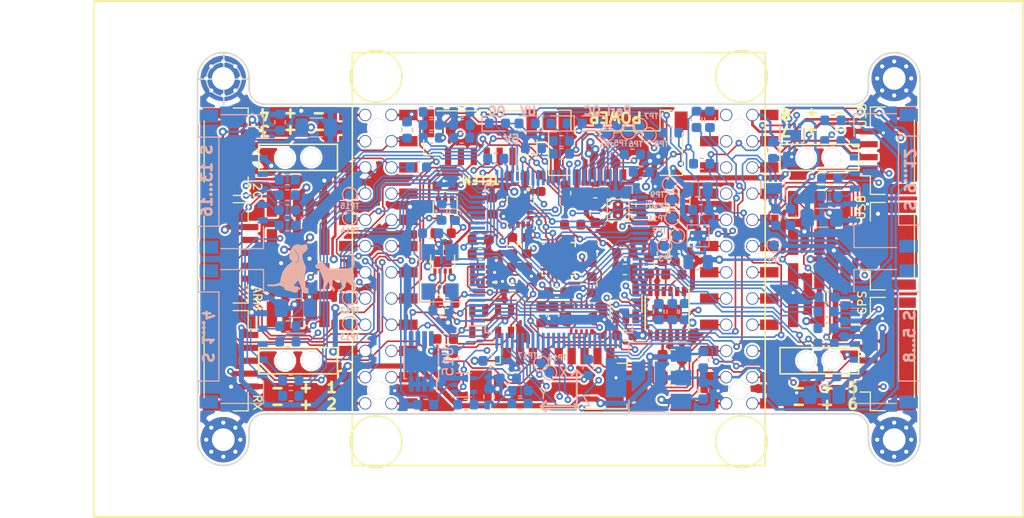
<source format=kicad_pcb>
(kicad_pcb (version 20171130) (host pcbnew "(5.0.0-3-g5ebb6b6)")
  (layers (0 F.Cu signal) (1 In1.Cu signal) (2 In2.Cu signal) (31 B.Cu signal) (34 B.Paste user hide) (35 F.Paste user hide) (36 B.SilkS user) (37 F.SilkS user) (38 B.Mask user hide) (39 F.Mask user hide) (44 Edge.Cuts user))
  (net 0 "")
  (net 1 /5V_in)
  (net 2 GND)
  (net 3 +5V)
  (net 4 /~SHDN_SENS)
  (net 5 /V_peripheral)
  (net 6 /I2C_POWER_EN)
  (net 7 /USB2_POWER_EN)
  (net 8 /USB3_POWER_EN)
  (net 9 /TELEM_POWER_EN)
  (net 10 /GPS_POWER_EN)
  (net 11 +3V3)
  (net 12 /NRST)
  (net 13 VDDA)
  (net 14 /RESET_CTRL_EN)
  (net 15 /BOOT)
  (net 16 /NANOPI_POWER_EN)
  (net 17 /V_SERVO)
  (net 18 /TELEM_POWER)
  (net 19 /TELEM_TX)
  (net 20 /TELEM_RX)
  (net 21 /TELEM_CTS)
  (net 22 /TELEM_RTS)
  (net 23 /GPS_I2C_SDA)
  (net 24 /GPS_I2C_SCL)
  (net 25 /GPS_RX)
  (net 26 /GPS_TX)
  (net 27 /GPS_POWER)
  (net 28 /SERVO12_PWM)
  (net 29 /SERVO11_PWM)
  (net 30 /SERVO10_PWM)
  (net 31 /SERVO9_PWM)
  (net 32 /SERVO13_PWM)
  (net 33 /SERVO14_PWM)
  (net 34 /SERVO15_PWM)
  (net 35 /SERVO16_PWM)
  (net 36 /LL_CTRL_POWER)
  (net 37 /USART2_RTS)
  (net 38 +3V3_NANOPI)
  (net 39 /USART2_CTS)
  (net 40 /STM_CTRL_RESET)
  (net 41 /USART2_TX)
  (net 42 /USART2_RX)
  (net 43 /STM_CTRL_BOOTLOADER)
  (net 44 +5V_NANOPI)
  (net 45 "Net-(D2-Pad1)")
  (net 46 /I_bat_sens)
  (net 47 /V_bat_sens)
  (net 48 "Net-(R2-Pad2)")
  (net 49 "Net-(R1-Pad2)")
  (net 50 "Net-(R11-Pad2)")
  (net 51 /NANOPI_I2C_SCL)
  (net 52 /NANOPI_I2C_SDA)
  (net 53 /USB3_D-)
  (net 54 /USB3_D+)
  (net 55 /USB2_D-)
  (net 56 /USB2_D+)
  (net 57 "Net-(R12-Pad1)")
  (net 58 "Net-(R13-Pad2)")
  (net 59 "Net-(R8-Pad1)")
  (net 60 "Net-(C13-Pad2)")
  (net 61 /3V3_SENS)
  (net 62 "Net-(R19-Pad2)")
  (net 63 "Net-(R18-Pad1)")
  (net 64 /5V_IN_ADC)
  (net 65 /V_SERVO_ADC)
  (net 66 /I_bat_adc)
  (net 67 /V_bat_adc)
  (net 68 /HEARTBEAT_LED)
  (net 69 "Net-(R22-Pad1)")
  (net 70 /RSSI/TELEM)
  (net 71 /SPI_SENS_SCLK)
  (net 72 /SPI_SENS_MISO)
  (net 73 /SPI_SENS_MOSI)
  (net 74 /~LSM_CS)
  (net 75 /~MPU_CS)
  (net 76 /H3LIS_INT)
  (net 77 /LIS3MDL_INT)
  (net 78 /MPU_INT)
  (net 79 "Net-(R21-Pad2)")
  (net 80 /I2C_SENS_SCL)
  (net 81 /I2C_SENS_SDA)
  (net 82 /I2C_POWER)
  (net 83 /USB2_POWER)
  (net 84 /USB3_POWER)
  (net 85 "Net-(C41-Pad1)")
  (net 86 "Net-(C47-Pad1)")
  (net 87 "Net-(D1-Pad1)")
  (net 88 "Net-(D3-Pad1)")
  (net 89 "Net-(D4-Pad1)")
  (net 90 /RC_IN)
  (net 91 /NPI_DBG_TX)
  (net 92 /NPI_DBG_RX)
  (net 93 /SPEAKER)
  (net 94 "Net-(C16-Pad1)")
  (net 95 "Net-(C17-Pad1)")
  (net 96 /STM_DBG_TX)
  (net 97 /STM_DBG_RX)
  (net 98 /ARM_LED)
  (net 99 /ARM_SWITCH)
  (net 100 /SWDIO)
  (net 101 /SWCLK)
  (net 102 /SERVO1_PWM)
  (net 103 /SERVO2_PWM)
  (net 104 /SERVO3_PWM)
  (net 105 /SERVO4_PWM)
  (net 106 /SERVO5_PWM)
  (net 107 /SERVO6_PWM)
  (net 108 /SERVO7_PWM)
  (net 109 /SERVO8_PWM)
  (net 110 /TIME_SYNC)
  (net 111 "Net-(U2-PadB24)")
  (net 112 "Net-(U2-PadB23)")
  (net 113 "Net-(U2-PadB21)")
  (net 114 "Net-(U2-PadB19)")
  (net 115 "Net-(U2-PadA21)")
  (net 116 "Net-(U2-PadA19)")
  (net 117 "Net-(U2-PadA17)")
  (net 118 "Net-(U2-PadA16)")
  (net 119 "Net-(U2-PadA15)")
  (net 120 "Net-(U2-PadA14)")
  (net 121 "Net-(U2-PadA13)")
  (net 122 "Net-(U2-PadA12)")
  (net 123 "Net-(R37-Pad2)")
  (net 124 "Net-(R38-Pad2)")
  (net 125 "Net-(R39-Pad2)")
  (net 126 "Net-(R40-Pad2)")
  (net 127 "Net-(R41-Pad2)")
  (net 128 "Net-(R42-Pad2)")
  (net 129 "Net-(R43-Pad2)")
  (net 130 "Net-(R44-Pad2)")
  (net 131 "Net-(R45-Pad2)")
  (net 132 "Net-(R46-Pad2)")
  (net 133 "Net-(R47-Pad2)")
  (net 134 "Net-(R48-Pad2)")
  (net 135 "Net-(R49-Pad2)")
  (net 136 "Net-(R50-Pad2)")
  (net 137 "Net-(R51-Pad2)")
  (net 138 "Net-(R52-Pad2)")
  (net 139 "Net-(TP4-Pad1)")
  (net 140 "Net-(TP5-Pad1)")
  (net 141 "Net-(TP6-Pad1)")
  (net 142 "Net-(TP7-Pad1)")
  (net 143 "Net-(TP8-Pad1)")
  (net 144 /LSM_INT1)
  (module footprints:TPS25200_WSON_6 (layer B.Cu) (at 113.75 42.75 270)
    (fp_text reference U6 hide)
    (fp_text value TPS25200 hide)
    (pad 7 smd roundrect (at 0 0 270) (size 1 1.6) (layers B.Cu B.Paste B.Mask) (roundrect_rratio 0.17) (net 2 GND))
    (pad 7 thru_hole circle (at 0 -0.55 270) (size 0.3 0.3) (drill 0.3) (layers *.Cu *.Paste *.Mask) (net 2 GND))
    (pad 7 thru_hole circle (at 0 0.55 270) (size 0.3 0.3) (drill 0.3) (layers *.Cu *.Paste *.Mask) (net 2 GND))
    (pad 6 smd roundrect (at 0.975 0.65 270) (size 0.45 0.3) (layers B.Cu B.Paste B.Mask) (roundrect_rratio 0.17) (net 3 +5V))
    (pad 5 smd roundrect (at 0.975 0 270) (size 0.45 0.3) (layers B.Cu B.Paste B.Mask) (roundrect_rratio 0.17) (net 2 GND))
    (pad 4 smd roundrect (at 0.975 -0.65 270) (size 0.45 0.3) (layers B.Cu B.Paste B.Mask) (roundrect_rratio 0.17) (net 3 +5V))
    (pad 3 smd roundrect (at -0.975 -0.65 270) (size 0.45 0.3) (layers B.Cu B.Paste B.Mask) (roundrect_rratio 0.17) (net 62 "Net-(R19-Pad2)"))
    (pad 2 smd roundrect (at -0.975 0 270) (size 0.45 0.3) (layers B.Cu B.Paste B.Mask) (roundrect_rratio 0.17) (net 63 "Net-(R18-Pad1)"))
    (pad 1 smd roundrect (at -0.975 0.65 270) (size 0.45 0.3) (layers B.Cu B.Paste B.Mask) (roundrect_rratio 0.17) (net 5 /V_peripheral))
  )
  (module footprints:TPS25200_WSON_6 (layer F.Cu) (at 106 40.25 180)
    (fp_text reference U3 hide)
    (fp_text value TPS25200 hide)
    (pad 7 smd roundrect (at 0 0 180) (size 1 1.6) (layers F.Cu F.Paste F.Mask) (roundrect_rratio 0.17) (net 2 GND))
    (pad 7 thru_hole circle (at 0 0.55 180) (size 0.3 0.3) (drill 0.3) (layers *.Cu *.Paste *.Mask) (net 2 GND))
    (pad 7 thru_hole circle (at 0 -0.55 180) (size 0.3 0.3) (drill 0.3) (layers *.Cu *.Paste *.Mask) (net 2 GND))
    (pad 6 smd roundrect (at 0.975 -0.65 180) (size 0.45 0.3) (layers F.Cu F.Paste F.Mask) (roundrect_rratio 0.17) (net 1 /5V_in))
    (pad 5 smd roundrect (at 0.975 0 180) (size 0.45 0.3) (layers F.Cu F.Paste F.Mask) (roundrect_rratio 0.17) (net 2 GND))
    (pad 4 smd roundrect (at 0.975 0.65 180) (size 0.45 0.3) (layers F.Cu F.Paste F.Mask) (roundrect_rratio 0.17) (net 59 "Net-(R8-Pad1)"))
    (pad 3 smd roundrect (at -0.975 0.65 180) (size 0.45 0.3) (layers F.Cu F.Paste F.Mask) (roundrect_rratio 0.17) (net 58 "Net-(R13-Pad2)"))
    (pad 2 smd roundrect (at -0.975 0 180) (size 0.45 0.3) (layers F.Cu F.Paste F.Mask) (roundrect_rratio 0.17) (net 57 "Net-(R12-Pad1)"))
    (pad 1 smd roundrect (at -0.975 -0.65 180) (size 0.45 0.3) (layers F.Cu F.Paste F.Mask) (roundrect_rratio 0.17) (net 3 +5V))
  )
  (module footprints:H3LIS331DL (layer F.Cu) (at 102.45 50.8 90)
    (fp_text reference U18 hide)
    (fp_text value VAL** hide)
    (pad 1 smd rect (at -1.25 -1 90) (size 0.5 0.25) (layers F.Cu F.Paste F.Mask) (net 61 /3V3_SENS))
    (pad 2 smd rect (at -1.25 -0.5 90) (size 0.5 0.25) (layers F.Cu F.Paste F.Mask))
    (pad 3 smd rect (at -1.25 0 90) (size 0.5 0.25) (layers F.Cu F.Paste F.Mask))
    (pad 5 smd rect (at -1.25 1 90) (size 0.5 0.25) (layers F.Cu F.Paste F.Mask) (net 2 GND))
    (pad 4 smd rect (at -1.25 0.5 90) (size 0.5 0.25) (layers F.Cu F.Paste F.Mask) (net 80 /I2C_SENS_SCL))
    (pad 10 smd rect (at 1.25 0.5 90) (size 0.5 0.25) (layers F.Cu F.Paste F.Mask) (net 2 GND))
    (pad 9 smd rect (at 1.25 1 90) (size 0.5 0.25) (layers F.Cu F.Paste F.Mask))
    (pad 11 smd rect (at 1.25 0 90) (size 0.5 0.25) (layers F.Cu F.Paste F.Mask) (net 76 /H3LIS_INT))
    (pad 12 smd rect (at 1.25 -0.5 90) (size 0.5 0.25) (layers F.Cu F.Paste F.Mask) (net 2 GND))
    (pad 13 smd rect (at 1.25 -1 90) (size 0.5 0.25) (layers F.Cu F.Paste F.Mask) (net 2 GND))
    (pad 6 smd rect (at -0.5 1.25 180) (size 0.5 0.25) (layers F.Cu F.Paste F.Mask) (net 81 /I2C_SENS_SDA))
    (pad 7 smd rect (at 0 1.25 180) (size 0.5 0.25) (layers F.Cu F.Paste F.Mask) (net 61 /3V3_SENS))
    (pad 8 smd rect (at 0.5 1.25 180) (size 0.5 0.25) (layers F.Cu F.Paste F.Mask) (net 61 /3V3_SENS))
    (pad 14 smd rect (at 0.5 -1.25 180) (size 0.5 0.25) (layers F.Cu F.Paste F.Mask) (net 61 /3V3_SENS))
    (pad 15 smd rect (at 0 -1.25 180) (size 0.5 0.25) (layers F.Cu F.Paste F.Mask) (net 61 /3V3_SENS))
    (pad 16 smd rect (at -0.5 -1.25 180) (size 0.5 0.25) (layers F.Cu F.Paste F.Mask) (net 2 GND))
  )
  (module footprints:dog (layer B.Cu) (at 74.55 46 180)
    (fp_text reference G*** hide)
    (fp_text value LOGO hide)
  )
  (module footprints:axes (layer B.Cu) (at 102 59.2625 180)
    (fp_text reference REF** hide)
    (fp_text value axes hide)
    (fp_text user Z (at -0.925 0.5 180) (layer B.SilkS) (effects (justify mirror)))
    (fp_text user X (at 1.275 3.25 180) (layer B.SilkS) (effects (justify mirror)))
    (fp_text user Y (at 3.25 1.2 180) (layer B.SilkS) (effects (justify mirror)))
  )
  (module Package_QFP:LQFP-100_14x14mm_P0.5mm (layer B.Cu) (at 100.25 45)
    (fp_text reference U7 hide)
    (fp_text value STM32F303VETx hide)
    (pad 1 smd rect (at -7.9 6) (size 1.5 0.28) (layers B.Cu B.Paste B.Mask) (net 6 /I2C_POWER_EN))
    (pad 2 smd rect (at -7.9 5.5) (size 1.5 0.28) (layers B.Cu B.Paste B.Mask) (net 7 /USB2_POWER_EN))
    (pad 3 smd rect (at -7.9 5) (size 1.5 0.28) (layers B.Cu B.Paste B.Mask) (net 10 /GPS_POWER_EN))
    (pad 4 smd rect (at -7.9 4.5) (size 1.5 0.28) (layers B.Cu B.Paste B.Mask) (net 9 /TELEM_POWER_EN))
    (pad 5 smd rect (at -7.9 4) (size 1.5 0.28) (layers B.Cu B.Paste B.Mask) (net 8 /USB3_POWER_EN))
    (pad 6 smd rect (at -7.9 3.5) (size 1.5 0.28) (layers B.Cu B.Paste B.Mask) (net 11 +3V3))
    (pad 7 smd rect (at -7.9 3) (size 1.5 0.28) (layers B.Cu B.Paste B.Mask))
    (pad 8 smd rect (at -7.9 2.5) (size 1.5 0.28) (layers B.Cu B.Paste B.Mask))
    (pad 9 smd rect (at -7.9 2) (size 1.5 0.28) (layers B.Cu B.Paste B.Mask))
    (pad 10 smd rect (at -7.9 1.5) (size 1.5 0.28) (layers B.Cu B.Paste B.Mask))
    (pad 11 smd rect (at -7.9 1) (size 1.5 0.28) (layers B.Cu B.Paste B.Mask))
    (pad 12 smd rect (at -7.9 0.5) (size 1.5 0.28) (layers B.Cu B.Paste B.Mask) (net 94 "Net-(C16-Pad1)"))
    (pad 13 smd rect (at -7.9 0) (size 1.5 0.28) (layers B.Cu B.Paste B.Mask) (net 95 "Net-(C17-Pad1)"))
    (pad 14 smd rect (at -7.9 -0.5) (size 1.5 0.28) (layers B.Cu B.Paste B.Mask) (net 12 /NRST))
    (pad 15 smd rect (at -7.9 -1) (size 1.5 0.28) (layers B.Cu B.Paste B.Mask) (net 131 "Net-(R45-Pad2)"))
    (pad 16 smd rect (at -7.9 -1.5) (size 1.5 0.28) (layers B.Cu B.Paste B.Mask) (net 132 "Net-(R46-Pad2)"))
    (pad 17 smd rect (at -7.9 -2) (size 1.5 0.28) (layers B.Cu B.Paste B.Mask) (net 133 "Net-(R47-Pad2)"))
    (pad 18 smd rect (at -7.9 -2.5) (size 1.5 0.28) (layers B.Cu B.Paste B.Mask) (net 134 "Net-(R48-Pad2)"))
    (pad 19 smd rect (at -7.9 -3) (size 1.5 0.28) (layers B.Cu B.Paste B.Mask))
    (pad 20 smd rect (at -7.9 -3.5) (size 1.5 0.28) (layers B.Cu B.Paste B.Mask) (net 2 GND))
    (pad 21 smd rect (at -7.9 -4) (size 1.5 0.28) (layers B.Cu B.Paste B.Mask) (net 13 VDDA))
    (pad 22 smd rect (at -7.9 -4.5) (size 1.5 0.28) (layers B.Cu B.Paste B.Mask) (net 13 VDDA))
    (pad 23 smd rect (at -7.9 -5) (size 1.5 0.28) (layers B.Cu B.Paste B.Mask) (net 39 /USART2_CTS))
    (pad 24 smd rect (at -7.9 -5.5) (size 1.5 0.28) (layers B.Cu B.Paste B.Mask) (net 37 /USART2_RTS))
    (pad 25 smd rect (at -7.9 -6) (size 1.5 0.28) (layers B.Cu B.Paste B.Mask) (net 41 /USART2_TX))
    (pad 26 smd rect (at -6 -7.9 270) (size 1.5 0.28) (layers B.Cu B.Paste B.Mask) (net 42 /USART2_RX))
    (pad 27 smd rect (at -5.5 -7.9 270) (size 1.5 0.28) (layers B.Cu B.Paste B.Mask) (net 2 GND))
    (pad 28 smd rect (at -5 -7.9 270) (size 1.5 0.28) (layers B.Cu B.Paste B.Mask) (net 11 +3V3))
    (pad 29 smd rect (at -4.5 -7.9 270) (size 1.5 0.28) (layers B.Cu B.Paste B.Mask) (net 64 /5V_IN_ADC))
    (pad 30 smd rect (at -4 -7.9 270) (size 1.5 0.28) (layers B.Cu B.Paste B.Mask) (net 65 /V_SERVO_ADC))
    (pad 31 smd rect (at -3.5 -7.9 270) (size 1.5 0.28) (layers B.Cu B.Paste B.Mask) (net 66 /I_bat_adc))
    (pad 32 smd rect (at -3 -7.9 270) (size 1.5 0.28) (layers B.Cu B.Paste B.Mask) (net 67 /V_bat_adc))
    (pad 33 smd rect (at -2.5 -7.9 270) (size 1.5 0.28) (layers B.Cu B.Paste B.Mask) (net 96 /STM_DBG_TX))
    (pad 34 smd rect (at -2 -7.9 270) (size 1.5 0.28) (layers B.Cu B.Paste B.Mask) (net 97 /STM_DBG_RX))
    (pad 35 smd rect (at -1.5 -7.9 270) (size 1.5 0.28) (layers B.Cu B.Paste B.Mask) (net 125 "Net-(R39-Pad2)"))
    (pad 36 smd rect (at -1 -7.9 270) (size 1.5 0.28) (layers B.Cu B.Paste B.Mask) (net 126 "Net-(R40-Pad2)"))
    (pad 37 smd rect (at -0.5 -7.9 270) (size 1.5 0.28) (layers B.Cu B.Paste B.Mask))
    (pad 38 smd rect (at 0 -7.9 270) (size 1.5 0.28) (layers B.Cu B.Paste B.Mask) (net 14 /RESET_CTRL_EN))
    (pad 39 smd rect (at 0.5 -7.9 270) (size 1.5 0.28) (layers B.Cu B.Paste B.Mask) (net 68 /HEARTBEAT_LED))
    (pad 40 smd rect (at 1 -7.9 270) (size 1.5 0.28) (layers B.Cu B.Paste B.Mask) (net 98 /ARM_LED))
    (pad 41 smd rect (at 1.5 -7.9 270) (size 1.5 0.28) (layers B.Cu B.Paste B.Mask) (net 99 /ARM_SWITCH))
    (pad 42 smd rect (at 2 -7.9 270) (size 1.5 0.28) (layers B.Cu B.Paste B.Mask) (net 139 "Net-(TP4-Pad1)"))
    (pad 43 smd rect (at 2.5 -7.9 270) (size 1.5 0.28) (layers B.Cu B.Paste B.Mask) (net 140 "Net-(TP5-Pad1)"))
    (pad 44 smd rect (at 3 -7.9 270) (size 1.5 0.28) (layers B.Cu B.Paste B.Mask) (net 141 "Net-(TP6-Pad1)"))
    (pad 45 smd rect (at 3.5 -7.9 270) (size 1.5 0.28) (layers B.Cu B.Paste B.Mask) (net 142 "Net-(TP7-Pad1)"))
    (pad 46 smd rect (at 4 -7.9 270) (size 1.5 0.28) (layers B.Cu B.Paste B.Mask) (net 143 "Net-(TP8-Pad1)"))
    (pad 47 smd rect (at 4.5 -7.9 270) (size 1.5 0.28) (layers B.Cu B.Paste B.Mask) (net 69 "Net-(R22-Pad1)"))
    (pad 48 smd rect (at 5 -7.9 270) (size 1.5 0.28) (layers B.Cu B.Paste B.Mask) (net 70 /RSSI/TELEM))
    (pad 49 smd rect (at 5.5 -7.9 270) (size 1.5 0.28) (layers B.Cu B.Paste B.Mask) (net 2 GND))
    (pad 50 smd rect (at 6 -7.9 270) (size 1.5 0.28) (layers B.Cu B.Paste B.Mask) (net 11 +3V3))
    (pad 51 smd rect (at 7.9 -6) (size 1.5 0.28) (layers B.Cu B.Paste B.Mask))
    (pad 52 smd rect (at 7.9 -5.5) (size 1.5 0.28) (layers B.Cu B.Paste B.Mask) (net 71 /SPI_SENS_SCLK))
    (pad 53 smd rect (at 7.9 -5) (size 1.5 0.28) (layers B.Cu B.Paste B.Mask) (net 72 /SPI_SENS_MISO))
    (pad 54 smd rect (at 7.9 -4.5) (size 1.5 0.28) (layers B.Cu B.Paste B.Mask) (net 73 /SPI_SENS_MOSI))
    (pad 55 smd rect (at 7.9 -4) (size 1.5 0.28) (layers B.Cu B.Paste B.Mask))
    (pad 56 smd rect (at 7.9 -3.5) (size 1.5 0.28) (layers B.Cu B.Paste B.Mask) (net 110 /TIME_SYNC))
    (pad 57 smd rect (at 7.9 -3) (size 1.5 0.28) (layers B.Cu B.Paste B.Mask) (net 74 /~LSM_CS))
    (pad 58 smd rect (at 7.9 -2.5) (size 1.5 0.28) (layers B.Cu B.Paste B.Mask) (net 75 /~MPU_CS))
    (pad 59 smd rect (at 7.9 -2) (size 1.5 0.28) (layers B.Cu B.Paste B.Mask) (net 78 /MPU_INT))
    (pad 60 smd rect (at 7.9 -1.5) (size 1.5 0.28) (layers B.Cu B.Paste B.Mask) (net 144 /LSM_INT1))
    (pad 61 smd rect (at 7.9 -1) (size 1.5 0.28) (layers B.Cu B.Paste B.Mask) (net 76 /H3LIS_INT))
    (pad 62 smd rect (at 7.9 -0.5) (size 1.5 0.28) (layers B.Cu B.Paste B.Mask) (net 77 /LIS3MDL_INT))
    (pad 63 smd rect (at 7.9 0) (size 1.5 0.28) (layers B.Cu B.Paste B.Mask) (net 135 "Net-(R49-Pad2)"))
    (pad 64 smd rect (at 7.9 0.5) (size 1.5 0.28) (layers B.Cu B.Paste B.Mask) (net 136 "Net-(R50-Pad2)"))
    (pad 65 smd rect (at 7.9 1) (size 1.5 0.28) (layers B.Cu B.Paste B.Mask) (net 137 "Net-(R51-Pad2)"))
    (pad 66 smd rect (at 7.9 1.5) (size 1.5 0.28) (layers B.Cu B.Paste B.Mask) (net 138 "Net-(R52-Pad2)"))
    (pad 67 smd rect (at 7.9 2) (size 1.5 0.28) (layers B.Cu B.Paste B.Mask))
    (pad 68 smd rect (at 7.9 2.5) (size 1.5 0.28) (layers B.Cu B.Paste B.Mask) (net 24 /GPS_I2C_SCL))
    (pad 69 smd rect (at 7.9 3) (size 1.5 0.28) (layers B.Cu B.Paste B.Mask) (net 23 /GPS_I2C_SDA))
    (pad 70 smd rect (at 7.9 3.5) (size 1.5 0.28) (layers B.Cu B.Paste B.Mask) (net 123 "Net-(R37-Pad2)"))
    (pad 71 smd rect (at 7.9 4) (size 1.5 0.28) (layers B.Cu B.Paste B.Mask) (net 124 "Net-(R38-Pad2)"))
    (pad 72 smd rect (at 7.9 4.5) (size 1.5 0.28) (layers B.Cu B.Paste B.Mask) (net 100 /SWDIO))
    (pad 73 smd rect (at 7.9 5) (size 1.5 0.28) (layers B.Cu B.Paste B.Mask))
    (pad 74 smd rect (at 7.9 5.5) (size 1.5 0.28) (layers B.Cu B.Paste B.Mask) (net 2 GND))
    (pad 75 smd rect (at 7.9 6) (size 1.5 0.28) (layers B.Cu B.Paste B.Mask) (net 11 +3V3))
    (pad 76 smd rect (at 6 7.9 270) (size 1.5 0.28) (layers B.Cu B.Paste B.Mask) (net 101 /SWCLK))
    (pad 77 smd rect (at 5.5 7.9 270) (size 1.5 0.28) (layers B.Cu B.Paste B.Mask))
    (pad 78 smd rect (at 5 7.9 270) (size 1.5 0.28) (layers B.Cu B.Paste B.Mask) (net 26 /GPS_TX))
    (pad 79 smd rect (at 4.5 7.9 270) (size 1.5 0.28) (layers B.Cu B.Paste B.Mask) (net 25 /GPS_RX))
    (pad 80 smd rect (at 4 7.9 270) (size 1.5 0.28) (layers B.Cu B.Paste B.Mask))
    (pad 81 smd rect (at 3.5 7.9 270) (size 1.5 0.28) (layers B.Cu B.Paste B.Mask))
    (pad 82 smd rect (at 3 7.9 270) (size 1.5 0.28) (layers B.Cu B.Paste B.Mask))
    (pad 83 smd rect (at 2.5 7.9 270) (size 1.5 0.28) (layers B.Cu B.Paste B.Mask) (net 79 "Net-(R21-Pad2)"))
    (pad 84 smd rect (at 2 7.9 270) (size 1.5 0.28) (layers B.Cu B.Paste B.Mask))
    (pad 85 smd rect (at 1.5 7.9 270) (size 1.5 0.28) (layers B.Cu B.Paste B.Mask))
    (pad 86 smd rect (at 1 7.9 270) (size 1.5 0.28) (layers B.Cu B.Paste B.Mask))
    (pad 87 smd rect (at 0.5 7.9 270) (size 1.5 0.28) (layers B.Cu B.Paste B.Mask))
    (pad 88 smd rect (at 0 7.9 270) (size 1.5 0.28) (layers B.Cu B.Paste B.Mask))
    (pad 89 smd rect (at -0.5 7.9 270) (size 1.5 0.28) (layers B.Cu B.Paste B.Mask))
    (pad 90 smd rect (at -1 7.9 270) (size 1.5 0.28) (layers B.Cu B.Paste B.Mask) (net 127 "Net-(R41-Pad2)"))
    (pad 91 smd rect (at -1.5 7.9 270) (size 1.5 0.28) (layers B.Cu B.Paste B.Mask) (net 128 "Net-(R42-Pad2)"))
    (pad 92 smd rect (at -2 7.9 270) (size 1.5 0.28) (layers B.Cu B.Paste B.Mask) (net 80 /I2C_SENS_SCL))
    (pad 93 smd rect (at -2.5 7.9 270) (size 1.5 0.28) (layers B.Cu B.Paste B.Mask) (net 81 /I2C_SENS_SDA))
    (pad 94 smd rect (at -3 7.9 270) (size 1.5 0.28) (layers B.Cu B.Paste B.Mask) (net 15 /BOOT))
    (pad 95 smd rect (at -3.5 7.9 270) (size 1.5 0.28) (layers B.Cu B.Paste B.Mask) (net 129 "Net-(R43-Pad2)"))
    (pad 96 smd rect (at -4 7.9 270) (size 1.5 0.28) (layers B.Cu B.Paste B.Mask) (net 130 "Net-(R44-Pad2)"))
    (pad 97 smd rect (at -4.5 7.9 270) (size 1.5 0.28) (layers B.Cu B.Paste B.Mask) (net 4 /~SHDN_SENS))
    (pad 98 smd rect (at -5 7.9 270) (size 1.5 0.28) (layers B.Cu B.Paste B.Mask) (net 16 /NANOPI_POWER_EN))
    (pad 99 smd rect (at -5.5 7.9 270) (size 1.5 0.28) (layers B.Cu B.Paste B.Mask) (net 2 GND))
    (pad 100 smd rect (at -6 7.9 270) (size 1.5 0.28) (layers B.Cu B.Paste B.Mask) (net 11 +3V3))
  )
  (module footprints:LGA12R50P4X4_200X200X100 (layer F.Cu) (at 92.65 46.5 180)
    (fp_text reference U17 hide)
    (fp_text value LIS3MDL hide)
    (pad 1 smd rect (at -0.76 -0.75 180) (size 0.45 0.35) (layers F.Cu F.Paste F.Mask) (net 80 /I2C_SENS_SCL))
    (pad 2 smd rect (at -0.76 -0.25 180) (size 0.45 0.35) (layers F.Cu F.Paste F.Mask) (net 2 GND))
    (pad 3 smd rect (at -0.76 0.25 180) (size 0.45 0.35) (layers F.Cu F.Paste F.Mask) (net 2 GND))
    (pad 4 smd rect (at -0.76 0.75 180) (size 0.45 0.35) (layers F.Cu F.Paste F.Mask) (net 86 "Net-(C47-Pad1)"))
    (pad 5 smd rect (at -0.25 0.76 270) (size 0.45 0.35) (layers F.Cu F.Paste F.Mask) (net 61 /3V3_SENS))
    (pad 6 smd rect (at 0.25 0.76 270) (size 0.45 0.35) (layers F.Cu F.Paste F.Mask) (net 61 /3V3_SENS))
    (pad 7 smd rect (at 0.76 0.75) (size 0.45 0.35) (layers F.Cu F.Paste F.Mask) (net 77 /LIS3MDL_INT))
    (pad 8 smd rect (at 0.76 0.25) (size 0.45 0.35) (layers F.Cu F.Paste F.Mask))
    (pad 9 smd rect (at 0.76 -0.25) (size 0.45 0.35) (layers F.Cu F.Paste F.Mask) (net 61 /3V3_SENS))
    (pad 10 smd rect (at 0.76 -0.75) (size 0.45 0.35) (layers F.Cu F.Paste F.Mask) (net 61 /3V3_SENS))
    (pad 11 smd rect (at 0.25 -0.76 90) (size 0.45 0.35) (layers F.Cu F.Paste F.Mask) (net 81 /I2C_SENS_SDA))
    (pad 12 smd rect (at -0.25 -0.76 90) (size 0.45 0.35) (layers F.Cu F.Paste F.Mask) (net 2 GND))
  )
  (module footprints:PQFN50P300X250X86-14N (layer F.Cu) (at 96.55 40.5 270)
    (fp_text reference U13 hide)
    (fp_text value LSM6DSM hide)
    (pad 14 smd rect (at -0.5 -0.91) (size 0.61 0.35) (layers F.Cu F.Paste F.Mask) (net 73 /SPI_SENS_MOSI))
    (pad 13 smd rect (at 0 -0.91) (size 0.61 0.35) (layers F.Cu F.Paste F.Mask) (net 71 /SPI_SENS_SCLK))
    (pad 12 smd rect (at 0.5 -0.91) (size 0.61 0.35) (layers F.Cu F.Paste F.Mask) (net 74 /~LSM_CS))
    (pad 11 smd rect (at 1.16 -0.75 90) (size 0.61 0.35) (layers F.Cu F.Paste F.Mask))
    (pad 10 smd rect (at 1.16 -0.25 90) (size 0.61 0.35) (layers F.Cu F.Paste F.Mask))
    (pad 9 smd rect (at 1.16 0.25 90) (size 0.61 0.35) (layers F.Cu F.Paste F.Mask))
    (pad 8 smd rect (at 1.16 0.75 90) (size 0.61 0.35) (layers F.Cu F.Paste F.Mask) (net 61 /3V3_SENS))
    (pad 5 smd rect (at -0.5 0.91) (size 0.61 0.35) (layers F.Cu F.Paste F.Mask) (net 61 /3V3_SENS))
    (pad 6 smd rect (at 0 0.91) (size 0.61 0.35) (layers F.Cu F.Paste F.Mask) (net 2 GND))
    (pad 7 smd rect (at 0.5 0.91) (size 0.61 0.35) (layers F.Cu F.Paste F.Mask) (net 2 GND))
    (pad 1 smd rect (at -1.16 -0.75 90) (size 0.61 0.35) (layers F.Cu F.Paste F.Mask) (net 72 /SPI_SENS_MISO))
    (pad 2 smd rect (at -1.16 -0.25 90) (size 0.61 0.35) (layers F.Cu F.Paste F.Mask) (net 2 GND))
    (pad 3 smd rect (at -1.16 0.25 90) (size 0.61 0.35) (layers F.Cu F.Paste F.Mask) (net 2 GND))
    (pad 4 smd rect (at -1.16 0.75 90) (size 0.61 0.35) (layers F.Cu F.Paste F.Mask) (net 144 /LSM_INT1))
  )
  (module footprints:NanoPi_Header (layer F.Cu) (at 100.25 45)
    (fp_text reference U2 hide)
    (fp_text value NanoPi_Air_1.1 hide)
    (pad B24 smd rect (at -20.39 13.982) (size 1.78 1) (layers F.Cu F.Paste F.Mask) (net 111 "Net-(U2-PadB24)"))
    (pad B23 smd rect (at -14.57 13.982) (size 1.78 1) (layers F.Cu F.Paste F.Mask) (net 112 "Net-(U2-PadB23)"))
    (pad B22 smd rect (at -20.39 11.442) (size 1.78 1) (layers F.Cu F.Paste F.Mask) (net 20 /TELEM_RX))
    (pad B21 smd rect (at -14.57 11.442) (size 1.78 1) (layers F.Cu F.Paste F.Mask) (net 113 "Net-(U2-PadB21)"))
    (pad B20 smd rect (at -20.39 8.902) (size 1.78 1) (layers F.Cu F.Paste F.Mask) (net 2 GND))
    (pad B19 smd rect (at -14.57 8.902) (size 1.78 1) (layers F.Cu F.Paste F.Mask) (net 114 "Net-(U2-PadB19)"))
    (pad B18 smd rect (at -20.39 6.362) (size 1.78 1) (layers F.Cu F.Paste F.Mask) (net 37 /USART2_RTS))
    (pad B17 smd rect (at -14.57 6.362) (size 1.78 1) (layers F.Cu F.Paste F.Mask) (net 38 +3V3_NANOPI))
    (pad B16 smd rect (at -20.39 3.822) (size 1.78 1) (layers F.Cu F.Paste F.Mask) (net 39 /USART2_CTS))
    (pad B15 smd rect (at -14.57 3.822) (size 1.78 1) (layers F.Cu F.Paste F.Mask) (net 21 /TELEM_CTS))
    (pad B14 smd rect (at -20.39 1.282) (size 1.78 1) (layers F.Cu F.Paste F.Mask) (net 2 GND))
    (pad B13 smd rect (at -14.57 1.282) (size 1.78 1) (layers F.Cu F.Paste F.Mask) (net 22 /TELEM_RTS))
    (pad B12 smd rect (at -20.39 -1.258) (size 1.78 1) (layers F.Cu F.Paste F.Mask) (net 40 /STM_CTRL_RESET))
    (pad B11 smd rect (at -14.57 -1.258) (size 1.78 1) (layers F.Cu F.Paste F.Mask) (net 19 /TELEM_TX))
    (pad B10 smd rect (at -20.39 -3.798) (size 1.78 1) (layers F.Cu F.Paste F.Mask) (net 41 /USART2_TX))
    (pad B9 smd rect (at -14.57 -3.798) (size 1.78 1) (layers F.Cu F.Paste F.Mask) (net 2 GND))
    (pad B8 smd rect (at -20.39 -6.338) (size 1.78 1) (layers F.Cu F.Paste F.Mask) (net 42 /USART2_RX))
    (pad B7 smd rect (at -14.57 -6.338) (size 1.78 1) (layers F.Cu F.Paste F.Mask) (net 43 /STM_CTRL_BOOTLOADER))
    (pad B6 smd rect (at -20.39 -8.878) (size 1.78 1) (layers F.Cu F.Paste F.Mask) (net 2 GND))
    (pad B5 smd rect (at -14.57 -8.878) (size 1.78 1) (layers F.Cu F.Paste F.Mask) (net 51 /NANOPI_I2C_SCL))
    (pad B4 smd rect (at -20.39 -11.418) (size 1.78 1) (layers F.Cu F.Paste F.Mask) (net 44 +5V_NANOPI))
    (pad B3 smd rect (at -14.57 -11.418) (size 1.78 1) (layers F.Cu F.Paste F.Mask) (net 52 /NANOPI_I2C_SDA))
    (pad B2 smd rect (at -20.39 -13.958) (size 1.78 1.02) (layers F.Cu F.Paste F.Mask) (net 44 +5V_NANOPI))
    (pad B1 smd rect (at -14.57 -13.958) (size 1.78 1.02) (layers F.Cu F.Paste F.Mask) (net 38 +3V3_NANOPI))
    (pad B2 thru_hole circle (at -18.75 -13.958) (size 1.2 1.2) (drill 1.02) (layers *.Cu *.Mask) (net 44 +5V_NANOPI))
    (pad B1 thru_hole circle (at -16.21 -13.958) (size 1.2 1.2) (drill 1.02) (layers *.Cu *.Mask) (net 38 +3V3_NANOPI))
    (pad "" thru_hole circle (at -17.48 -12.688) (size 1.8 1.8) (drill 1.8) (layers *.Cu *.Mask))
    (pad B4 thru_hole circle (at -18.75 -11.418) (size 1.2 1.2) (drill 1.02) (layers *.Cu *.Mask) (net 44 +5V_NANOPI))
    (pad B3 thru_hole circle (at -16.21 -11.418) (size 1.2 1.2) (drill 1.02) (layers *.Cu *.Mask) (net 52 /NANOPI_I2C_SDA))
    (pad B8 thru_hole circle (at -18.75 -6.338) (size 1.2 1.2) (drill 1.02) (layers *.Cu *.Mask) (net 42 /USART2_RX))
    (pad B7 thru_hole circle (at -16.21 -6.338) (size 1.2 1.2) (drill 1.02) (layers *.Cu *.Mask) (net 43 /STM_CTRL_BOOTLOADER))
    (pad B6 thru_hole circle (at -18.75 -8.878) (size 1.2 1.2) (drill 1.02) (layers *.Cu *.Mask) (net 2 GND))
    (pad B5 thru_hole circle (at -16.21 -8.878) (size 1.2 1.2) (drill 1.02) (layers *.Cu *.Mask) (net 51 /NANOPI_I2C_SCL))
    (pad B12 thru_hole circle (at -18.75 -1.258) (size 1.2 1.2) (drill 1.02) (layers *.Cu *.Mask) (net 40 /STM_CTRL_RESET))
    (pad B11 thru_hole circle (at -16.21 -1.258) (size 1.2 1.2) (drill 1.02) (layers *.Cu *.Mask) (net 19 /TELEM_TX))
    (pad B16 thru_hole circle (at -18.75 3.822) (size 1.2 1.2) (drill 1.02) (layers *.Cu *.Mask) (net 39 /USART2_CTS))
    (pad B15 thru_hole circle (at -16.21 3.822) (size 1.2 1.2) (drill 1.02) (layers *.Cu *.Mask) (net 21 /TELEM_CTS))
    (pad B14 thru_hole circle (at -18.75 1.282) (size 1.2 1.2) (drill 1.02) (layers *.Cu *.Mask) (net 2 GND))
    (pad B13 thru_hole circle (at -16.21 1.282) (size 1.2 1.2) (drill 1.02) (layers *.Cu *.Mask) (net 22 /TELEM_RTS))
    (pad B10 thru_hole circle (at -18.75 -3.798) (size 1.2 1.2) (drill 1.02) (layers *.Cu *.Mask) (net 41 /USART2_TX))
    (pad B9 thru_hole circle (at -16.21 -3.798) (size 1.2 1.2) (drill 1.02) (layers *.Cu *.Mask) (net 2 GND))
    (pad B20 thru_hole circle (at -18.75 8.902) (size 1.2 1.2) (drill 1.02) (layers *.Cu *.Mask) (net 2 GND))
    (pad B19 thru_hole circle (at -16.21 8.902) (size 1.2 1.2) (drill 1.02) (layers *.Cu *.Mask) (net 114 "Net-(U2-PadB19)"))
    (pad B24 thru_hole circle (at -18.75 13.982) (size 1.2 1.2) (drill 1.02) (layers *.Cu *.Mask) (net 111 "Net-(U2-PadB24)"))
    (pad B23 thru_hole circle (at -16.21 13.982) (size 1.2 1.2) (drill 1.02) (layers *.Cu *.Mask) (net 112 "Net-(U2-PadB23)"))
    (pad B22 thru_hole circle (at -18.75 11.442) (size 1.2 1.2) (drill 1.02) (layers *.Cu *.Mask) (net 20 /TELEM_RX))
    (pad B21 thru_hole circle (at -16.21 11.442) (size 1.2 1.2) (drill 1.02) (layers *.Cu *.Mask) (net 113 "Net-(U2-PadB21)"))
    (pad B18 thru_hole circle (at -18.75 6.362) (size 1.2 1.2) (drill 1.02) (layers *.Cu *.Mask) (net 37 /USART2_RTS))
    (pad B17 thru_hole circle (at -16.21 6.362) (size 1.2 1.2) (drill 1.02) (layers *.Cu *.Mask) (net 38 +3V3_NANOPI))
    (pad "" thru_hole circle (at -17.48 12.712) (size 1.8 1.8) (drill 1.8) (layers *.Cu *.Mask))
    (pad A22 smd rect (at 14.58 11.442) (size 1.78 1) (layers F.Cu F.Paste F.Mask) (net 44 +5V_NANOPI))
    (pad A21 smd rect (at 20.4 11.442) (size 1.78 1) (layers F.Cu F.Paste F.Mask) (net 115 "Net-(U2-PadA21)"))
    (pad A20 smd rect (at 14.58 8.902) (size 1.78 1) (layers F.Cu F.Paste F.Mask) (net 91 /NPI_DBG_TX))
    (pad A19 smd rect (at 20.4 8.902) (size 1.78 1) (layers F.Cu F.Paste F.Mask) (net 116 "Net-(U2-PadA19)"))
    (pad A18 smd rect (at 14.58 6.362) (size 1.78 1) (layers F.Cu F.Paste F.Mask) (net 92 /NPI_DBG_RX))
    (pad A17 smd rect (at 20.4 6.362) (size 1.78 1) (layers F.Cu F.Paste F.Mask) (net 117 "Net-(U2-PadA17)"))
    (pad A16 smd rect (at 14.58 3.822) (size 1.78 1) (layers F.Cu F.Paste F.Mask) (net 118 "Net-(U2-PadA16)"))
    (pad A15 smd rect (at 20.4 3.822) (size 1.78 1) (layers F.Cu F.Paste F.Mask) (net 119 "Net-(U2-PadA15)"))
    (pad A24 smd rect (at 14.58 13.982) (size 1.78 1) (layers F.Cu F.Paste F.Mask) (net 2 GND))
    (pad A23 smd rect (at 20.4 13.982) (size 1.78 1) (layers F.Cu F.Paste F.Mask) (net 2 GND))
    (pad A14 smd rect (at 14.58 1.282) (size 1.78 1) (layers F.Cu F.Paste F.Mask) (net 120 "Net-(U2-PadA14)"))
    (pad A13 smd rect (at 20.4 1.282) (size 1.78 1) (layers F.Cu F.Paste F.Mask) (net 121 "Net-(U2-PadA13)"))
    (pad A12 smd rect (at 14.58 -1.258) (size 1.78 1) (layers F.Cu F.Paste F.Mask) (net 122 "Net-(U2-PadA12)"))
    (pad A11 smd rect (at 20.4 -1.258) (size 1.78 1) (layers F.Cu F.Paste F.Mask) (net 110 /TIME_SYNC))
    (pad A10 smd rect (at 14.58 -3.798) (size 1.78 1) (layers F.Cu F.Paste F.Mask) (net 93 /SPEAKER))
    (pad A9 smd rect (at 20.4 -3.798) (size 1.78 1) (layers F.Cu F.Paste F.Mask) (net 53 /USB3_D-))
    (pad A8 smd rect (at 14.58 -6.338) (size 1.78 1) (layers F.Cu F.Paste F.Mask))
    (pad A7 smd rect (at 20.4 -6.338) (size 1.78 1) (layers F.Cu F.Paste F.Mask) (net 54 /USB3_D+))
    (pad A6 smd rect (at 14.58 -8.878) (size 1.78 1) (layers F.Cu F.Paste F.Mask))
    (pad A5 smd rect (at 20.4 -8.878) (size 1.78 1) (layers F.Cu F.Paste F.Mask) (net 55 /USB2_D-))
    (pad A4 smd rect (at 14.58 -11.418) (size 1.78 1) (layers F.Cu F.Paste F.Mask))
    (pad A3 smd rect (at 20.4 -11.418) (size 1.78 1) (layers F.Cu F.Paste F.Mask) (net 56 /USB2_D+))
    (pad A2 smd rect (at 14.58 -13.958) (size 1.78 1.02) (layers F.Cu F.Paste F.Mask))
    (pad A1 smd rect (at 20.4 -13.958) (size 1.78 1.02) (layers F.Cu F.Paste F.Mask) (net 44 +5V_NANOPI))
    (pad A2 thru_hole circle (at 16.22 -13.958) (size 1.2 1.2) (drill 1.02) (layers *.Cu *.Mask))
    (pad A1 thru_hole circle (at 18.76 -13.958) (size 1.2 1.2) (drill 1.02) (layers *.Cu *.Mask) (net 44 +5V_NANOPI))
    (pad "" thru_hole circle (at 17.49 -12.688) (size 1.8 1.8) (drill 1.8) (layers *.Cu *.Mask))
    (pad A4 thru_hole circle (at 16.22 -11.418) (size 1.2 1.2) (drill 1.02) (layers *.Cu *.Mask))
    (pad A3 thru_hole circle (at 18.76 -11.418) (size 1.2 1.2) (drill 1.02) (layers *.Cu *.Mask) (net 56 /USB2_D+))
    (pad A8 thru_hole circle (at 16.22 -6.338) (size 1.2 1.2) (drill 1.02) (layers *.Cu *.Mask))
    (pad A7 thru_hole circle (at 18.76 -6.338) (size 1.2 1.2) (drill 1.02) (layers *.Cu *.Mask) (net 54 /USB3_D+))
    (pad A6 thru_hole circle (at 16.22 -8.878) (size 1.2 1.2) (drill 1.02) (layers *.Cu *.Mask))
    (pad A5 thru_hole circle (at 18.76 -8.878) (size 1.2 1.2) (drill 1.02) (layers *.Cu *.Mask) (net 55 /USB2_D-))
    (pad A12 thru_hole circle (at 16.22 -1.258) (size 1.2 1.2) (drill 1.02) (layers *.Cu *.Mask) (net 122 "Net-(U2-PadA12)"))
    (pad A11 thru_hole circle (at 18.76 -1.258) (size 1.2 1.2) (drill 1.02) (layers *.Cu *.Mask) (net 110 /TIME_SYNC))
    (pad A16 thru_hole circle (at 16.22 3.822) (size 1.2 1.2) (drill 1.02) (layers *.Cu *.Mask) (net 118 "Net-(U2-PadA16)"))
    (pad A15 thru_hole circle (at 18.76 3.822) (size 1.2 1.2) (drill 1.02) (layers *.Cu *.Mask) (net 119 "Net-(U2-PadA15)"))
    (pad A14 thru_hole circle (at 16.22 1.282) (size 1.2 1.2) (drill 1.02) (layers *.Cu *.Mask) (net 120 "Net-(U2-PadA14)"))
    (pad A13 thru_hole circle (at 18.76 1.282) (size 1.2 1.2) (drill 1.02) (layers *.Cu *.Mask) (net 121 "Net-(U2-PadA13)"))
    (pad A10 thru_hole circle (at 16.22 -3.798) (size 1.2 1.2) (drill 1.02) (layers *.Cu *.Mask) (net 93 /SPEAKER))
    (pad A9 thru_hole circle (at 18.76 -3.798) (size 1.2 1.2) (drill 1.02) (layers *.Cu *.Mask) (net 53 /USB3_D-))
    (pad A20 thru_hole circle (at 16.22 8.902) (size 1.2 1.2) (drill 1.02) (layers *.Cu *.Mask) (net 91 /NPI_DBG_TX))
    (pad A19 thru_hole circle (at 18.76 8.902) (size 1.2 1.2) (drill 1.02) (layers *.Cu *.Mask) (net 116 "Net-(U2-PadA19)"))
    (pad A24 thru_hole circle (at 16.22 13.982) (size 1.2 1.2) (drill 1.02) (layers *.Cu *.Mask) (net 2 GND))
    (pad A23 thru_hole circle (at 18.76 13.982) (size 1.2 1.2) (drill 1.02) (layers *.Cu *.Mask) (net 2 GND))
    (pad A22 thru_hole circle (at 16.22 11.442) (size 1.2 1.2) (drill 1.02) (layers *.Cu *.Mask) (net 44 +5V_NANOPI))
    (pad A21 thru_hole circle (at 18.76 11.442) (size 1.2 1.2) (drill 1.02) (layers *.Cu *.Mask) (net 115 "Net-(U2-PadA21)"))
    (pad A18 thru_hole circle (at 16.22 6.362) (size 1.2 1.2) (drill 1.02) (layers *.Cu *.Mask) (net 92 /NPI_DBG_RX))
    (pad A17 thru_hole circle (at 18.76 6.362) (size 1.2 1.2) (drill 1.02) (layers *.Cu *.Mask) (net 117 "Net-(U2-PadA17)"))
    (pad "" thru_hole circle (at 17.49 12.712) (size 1.8 1.8) (drill 1.8) (layers *.Cu *.Mask))
  )
  (module footprints:pin_headers_smd_2x03_P2.54mm_horizontal (layer F.Cu) (at 75 41.5 90)
    (fp_text reference J15 hide)
    (fp_text value "Servo Left" hide)
    (pad 14 thru_hole circle (at 6.35 1.27 90) (size 1.75 1.75) (drill 1.75) (layers *.Cu *.Mask))
    (pad 13 thru_hole circle (at 6.3 -1.27 90) (size 1.75 1.75) (drill 1.75) (layers *.Cu *.Mask))
    (pad 5 smd rect (at -2.54 2.54 90) (size 2.5 1) (drill (offset 0.69 0)) (layers F.Cu F.Paste F.Mask) (net 2 GND))
    (pad 3 smd rect (at -2.54 0 90) (size 2.5 1) (drill (offset 0.69 0)) (layers F.Cu F.Paste F.Mask) (net 17 /V_SERVO))
    (pad 6 smd rect (at 2.54 2.54 90) (size 2.5 1) (drill (offset -0.69 0)) (layers F.Cu F.Paste F.Mask) (net 2 GND))
    (pad 4 smd rect (at 2.54 0 90) (size 2.5 1) (drill (offset -0.69 0)) (layers F.Cu F.Paste F.Mask) (net 17 /V_SERVO))
    (pad 2 smd rect (at 2.54 -2.54 90) (size 2.5 1) (drill (offset -0.69 0)) (layers F.Cu F.Paste F.Mask) (net 105 /SERVO4_PWM))
    (pad 1 smd rect (at -2.54 -2.54 90) (size 2.5 1) (drill (offset 0.69 0)) (layers F.Cu F.Paste F.Mask) (net 104 /SERVO3_PWM))
  )
  (module footprints:pin_headers_smd_2x03_P2.54mm_horizontal (layer F.Cu) (at 75 48.5 270)
    (fp_text reference J14 hide)
    (fp_text value "Servo Left" hide)
    (pad 14 thru_hole circle (at 6.35 1.27 270) (size 1.75 1.75) (drill 1.75) (layers *.Cu *.Mask))
    (pad 13 thru_hole circle (at 6.3 -1.27 270) (size 1.75 1.75) (drill 1.75) (layers *.Cu *.Mask))
    (pad 5 smd rect (at -2.54 2.54 270) (size 2.5 1) (drill (offset 0.69 0)) (layers F.Cu F.Paste F.Mask) (net 2 GND))
    (pad 3 smd rect (at -2.54 0 270) (size 2.5 1) (drill (offset 0.69 0)) (layers F.Cu F.Paste F.Mask) (net 17 /V_SERVO))
    (pad 6 smd rect (at 2.54 2.54 270) (size 2.5 1) (drill (offset -0.69 0)) (layers F.Cu F.Paste F.Mask) (net 2 GND))
    (pad 4 smd rect (at 2.54 0 270) (size 2.5 1) (drill (offset -0.69 0)) (layers F.Cu F.Paste F.Mask) (net 17 /V_SERVO))
    (pad 2 smd rect (at 2.54 -2.54 270) (size 2.5 1) (drill (offset -0.69 0)) (layers F.Cu F.Paste F.Mask) (net 103 /SERVO2_PWM))
    (pad 1 smd rect (at -2.54 -2.54 270) (size 2.5 1) (drill (offset 0.69 0)) (layers F.Cu F.Paste F.Mask) (net 102 /SERVO1_PWM))
  )
  (module footprints:pin_headers_smd_2x03_P2.54mm_horizontal (layer F.Cu) (at 125.5 48.5 270)
    (fp_text reference J12 hide)
    (fp_text value "Servo Right" hide)
    (pad 14 thru_hole circle (at 6.35 1.27 270) (size 1.75 1.75) (drill 1.75) (layers *.Cu *.Mask))
    (pad 13 thru_hole circle (at 6.3 -1.27 270) (size 1.75 1.75) (drill 1.75) (layers *.Cu *.Mask))
    (pad 5 smd rect (at -2.54 2.54 270) (size 2.5 1) (drill (offset 0.69 0)) (layers F.Cu F.Paste F.Mask) (net 2 GND))
    (pad 3 smd rect (at -2.54 0 270) (size 2.5 1) (drill (offset 0.69 0)) (layers F.Cu F.Paste F.Mask) (net 17 /V_SERVO))
    (pad 6 smd rect (at 2.54 2.54 270) (size 2.5 1) (drill (offset -0.69 0)) (layers F.Cu F.Paste F.Mask) (net 2 GND))
    (pad 4 smd rect (at 2.54 0 270) (size 2.5 1) (drill (offset -0.69 0)) (layers F.Cu F.Paste F.Mask) (net 17 /V_SERVO))
    (pad 2 smd rect (at 2.54 -2.54 270) (size 2.5 1) (drill (offset -0.69 0)) (layers F.Cu F.Paste F.Mask) (net 107 /SERVO6_PWM))
    (pad 1 smd rect (at -2.54 -2.54 270) (size 2.5 1) (drill (offset 0.69 0)) (layers F.Cu F.Paste F.Mask) (net 106 /SERVO5_PWM))
  )
  (module footprints:pin_headers_smd_2x03_P2.54mm_horizontal (layer F.Cu) (at 125.5 41.5 90)
    (fp_text reference J13 hide)
    (fp_text value "Servo Right" hide)
    (pad 14 thru_hole circle (at 6.35 1.27 90) (size 1.75 1.75) (drill 1.75) (layers *.Cu *.Mask))
    (pad 13 thru_hole circle (at 6.3 -1.27 90) (size 1.75 1.75) (drill 1.75) (layers *.Cu *.Mask))
    (pad 5 smd rect (at -2.54 2.54 90) (size 2.5 1) (drill (offset 0.69 0)) (layers F.Cu F.Paste F.Mask) (net 2 GND))
    (pad 3 smd rect (at -2.54 0 90) (size 2.5 1) (drill (offset 0.69 0)) (layers F.Cu F.Paste F.Mask) (net 17 /V_SERVO))
    (pad 6 smd rect (at 2.54 2.54 90) (size 2.5 1) (drill (offset -0.69 0)) (layers F.Cu F.Paste F.Mask) (net 2 GND))
    (pad 4 smd rect (at 2.54 0 90) (size 2.5 1) (drill (offset -0.69 0)) (layers F.Cu F.Paste F.Mask) (net 17 /V_SERVO))
    (pad 2 smd rect (at 2.54 -2.54 90) (size 2.5 1) (drill (offset -0.69 0)) (layers F.Cu F.Paste F.Mask) (net 109 /SERVO8_PWM))
    (pad 1 smd rect (at -2.54 -2.54 90) (size 2.5 1) (drill (offset 0.69 0)) (layers F.Cu F.Paste F.Mask) (net 108 /SERVO7_PWM))
  )
  (module footprints:MPU-9250_QFN-24_0.4mm (layer F.Cu) (at 100.25 45)
    (fp_text reference U14 hide)
    (fp_text value MPU-9250 hide)
    (pad 24 smd rect (at -1 -1.5 90) (size 0.55 0.25) (layers F.Cu F.Paste F.Mask) (net 73 /SPI_SENS_MOSI))
    (pad 23 smd rect (at -0.6 -1.5 90) (size 0.55 0.25) (layers F.Cu F.Paste F.Mask) (net 71 /SPI_SENS_SCLK))
    (pad 22 smd rect (at -0.2 -1.5 90) (size 0.55 0.25) (layers F.Cu F.Paste F.Mask) (net 75 /~MPU_CS))
    (pad 21 smd rect (at 0.2 -1.5 90) (size 0.55 0.25) (layers F.Cu F.Paste F.Mask))
    (pad 20 smd rect (at 0.6 -1.5 90) (size 0.55 0.25) (layers F.Cu F.Paste F.Mask))
    (pad 19 smd rect (at 1 -1.5 90) (size 0.55 0.25) (layers F.Cu F.Paste F.Mask))
    (pad 18 smd rect (at 1.5 -1) (size 0.55 0.25) (layers F.Cu F.Paste F.Mask) (net 2 GND))
    (pad 17 smd rect (at 1.5 -0.6) (size 0.55 0.25) (layers F.Cu F.Paste F.Mask))
    (pad 16 smd rect (at 1.5 -0.2) (size 0.55 0.25) (layers F.Cu F.Paste F.Mask))
    (pad 15 smd rect (at 1.5 0.2) (size 0.55 0.25) (layers F.Cu F.Paste F.Mask))
    (pad 14 smd rect (at 1.5 0.6) (size 0.55 0.25) (layers F.Cu F.Paste F.Mask))
    (pad 13 smd rect (at 1.5 1) (size 0.55 0.25) (layers F.Cu F.Paste F.Mask) (net 61 /3V3_SENS))
    (pad 12 smd rect (at 1 1.5 90) (size 0.55 0.25) (layers F.Cu F.Paste F.Mask) (net 78 /MPU_INT))
    (pad 11 smd rect (at 0.6 1.5 90) (size 0.55 0.25) (layers F.Cu F.Paste F.Mask))
    (pad 10 smd rect (at 0.2 1.5 90) (size 0.55 0.25) (layers F.Cu F.Paste F.Mask) (net 85 "Net-(C41-Pad1)"))
    (pad 9 smd rect (at -0.2 1.5 90) (size 0.55 0.25) (layers F.Cu F.Paste F.Mask) (net 72 /SPI_SENS_MISO))
    (pad 8 smd rect (at -0.6 1.5 90) (size 0.55 0.25) (layers F.Cu F.Paste F.Mask) (net 61 /3V3_SENS))
    (pad 7 smd rect (at -1 1.5 90) (size 0.55 0.25) (layers F.Cu F.Paste F.Mask))
    (pad 6 smd rect (at -1.5 1) (size 0.55 0.25) (layers F.Cu F.Paste F.Mask))
    (pad 5 smd rect (at -1.5 0.6) (size 0.55 0.25) (layers F.Cu F.Paste F.Mask))
    (pad 4 smd rect (at -1.5 0.2) (size 0.55 0.25) (layers F.Cu F.Paste F.Mask))
    (pad 3 smd rect (at -1.5 -0.2) (size 0.55 0.25) (layers F.Cu F.Paste F.Mask))
    (pad 2 smd rect (at -1.5 -0.6) (size 0.55 0.25) (layers F.Cu F.Paste F.Mask))
    (pad 1 smd rect (at -1.5 -1) (size 0.55 0.25) (layers F.Cu F.Paste F.Mask))
  )
  (module Capacitor_SMD:C_0603_1608Metric (layer F.Cu) (at 103.8 40.6625 90)
    (fp_text reference C2 hide)
    (fp_text value 0.1uF hide)
    (pad 1 smd roundrect (at -0.7875 0 90) (size 0.875 0.95) (layers F.Cu F.Paste F.Mask) (net 1 /5V_in))
    (pad 2 smd roundrect (at 0.7875 0 90) (size 0.875 0.95) (layers F.Cu F.Paste F.Mask) (net 2 GND))
  )
  (module Connector_Molex:Molex_Pico-Lock_504050-0691_1x06-1MP_P1.50mm_Horizontal (layer F.Cu) (at 105.75 34)
    (fp_text reference J1 hide)
    (fp_text value Conn_01x06 hide)
    (pad 1 smd rect (at -3.75 2.795) (size 0.6 1) (layers F.Cu F.Paste F.Mask) (net 1 /5V_in))
    (pad 2 smd rect (at -2.25 2.795) (size 0.6 1) (layers F.Cu F.Paste F.Mask) (net 17 /V_SERVO))
    (pad 3 smd rect (at -0.75 2.795) (size 0.6 1) (layers F.Cu F.Paste F.Mask) (net 46 /I_bat_sens))
    (pad 4 smd rect (at 0.75 2.795) (size 0.6 1) (layers F.Cu F.Paste F.Mask) (net 47 /V_bat_sens))
    (pad 5 smd rect (at 2.25 2.795) (size 0.6 1) (layers F.Cu F.Paste F.Mask) (net 2 GND))
    (pad 6 smd rect (at 3.75 2.795) (size 0.6 1) (layers F.Cu F.Paste F.Mask) (net 2 GND))
    (pad MP smd rect (at -6.355 -2.395) (size 1.25 1.8) (layers F.Cu F.Paste F.Mask))
    (pad MP smd rect (at 6.355 -2.395) (size 1.25 1.8) (layers F.Cu F.Paste F.Mask))
  )
  (module Package_TO_SOT_SMD:TSOT-23-5 (layer F.Cu) (at 106.75 49.3 90)
    (fp_text reference U5 hide)
    (fp_text value LT1761-3.3 hide)
    (pad 1 smd rect (at -1.31 -0.95 90) (size 1.22 0.65) (layers F.Cu F.Paste F.Mask) (net 36 /LL_CTRL_POWER))
    (pad 2 smd rect (at -1.31 0 90) (size 1.22 0.65) (layers F.Cu F.Paste F.Mask) (net 2 GND))
    (pad 3 smd rect (at -1.31 0.95 90) (size 1.22 0.65) (layers F.Cu F.Paste F.Mask) (net 4 /~SHDN_SENS))
    (pad 4 smd rect (at 1.31 0.95 90) (size 1.22 0.65) (layers F.Cu F.Paste F.Mask) (net 60 "Net-(C13-Pad2)"))
    (pad 5 smd rect (at 1.31 -0.95 90) (size 1.22 0.65) (layers F.Cu F.Paste F.Mask) (net 61 /3V3_SENS))
  )
  (module Package_TO_SOT_SMD:SOT-353_SC-70-5 (layer F.Cu) (at 89.25 40.1 270)
    (fp_text reference U11 hide)
    (fp_text value SN74LVC1G08 hide)
    (pad 1 smd rect (at -0.95 -0.65 270) (size 0.65 0.4) (layers F.Cu F.Paste F.Mask) (net 14 /RESET_CTRL_EN))
    (pad 3 smd rect (at -0.95 0.65 270) (size 0.65 0.4) (layers F.Cu F.Paste F.Mask) (net 2 GND))
    (pad 2 smd rect (at -0.95 0 270) (size 0.65 0.4) (layers F.Cu F.Paste F.Mask) (net 43 /STM_CTRL_BOOTLOADER))
    (pad 4 smd rect (at 0.95 0.65 270) (size 0.65 0.4) (layers F.Cu F.Paste F.Mask) (net 15 /BOOT))
    (pad 5 smd rect (at 0.95 -0.65 270) (size 0.65 0.4) (layers F.Cu F.Paste F.Mask) (net 11 +3V3))
  )
  (module Package_TO_SOT_SMD:SOT-353_SC-70-5 (layer B.Cu) (at 91.05 57.2)
    (fp_text reference U12 hide)
    (fp_text value SN74LVC1G38 hide)
    (pad 5 smd rect (at 0.95 0.65) (size 0.65 0.4) (layers B.Cu B.Paste B.Mask) (net 11 +3V3))
    (pad 4 smd rect (at 0.95 -0.65) (size 0.65 0.4) (layers B.Cu B.Paste B.Mask) (net 12 /NRST))
    (pad 2 smd rect (at -0.95 0) (size 0.65 0.4) (layers B.Cu B.Paste B.Mask) (net 40 /STM_CTRL_RESET))
    (pad 3 smd rect (at -0.95 -0.65) (size 0.65 0.4) (layers B.Cu B.Paste B.Mask) (net 2 GND))
    (pad 1 smd rect (at -0.95 0.65) (size 0.65 0.4) (layers B.Cu B.Paste B.Mask) (net 14 /RESET_CTRL_EN))
  )
  (module Package_DFN_QFN:DFN-8-1EP_2x2mm_P0.5mm_EP1.05x1.75mm (layer B.Cu) (at 122.85 33 270)
    (fp_text reference U8 hide)
    (fp_text value SiP32414 hide)
    (pad 1 smd rect (at -0.9 0.75 270) (size 0.5 0.3) (layers B.Cu B.Paste B.Mask) (net 3 +5V))
    (pad 2 smd rect (at -0.9 0.25 270) (size 0.5 0.3) (layers B.Cu B.Paste B.Mask) (net 16 /NANOPI_POWER_EN))
    (pad 3 smd rect (at -0.9 -0.25 270) (size 0.5 0.3) (layers B.Cu B.Paste B.Mask) (net 10 /GPS_POWER_EN))
    (pad 4 smd rect (at -0.9 -0.75 270) (size 0.5 0.3) (layers B.Cu B.Paste B.Mask) (net 5 /V_peripheral))
    (pad 5 smd rect (at 0.9 -0.75 270) (size 0.5 0.3) (layers B.Cu B.Paste B.Mask) (net 27 /GPS_POWER))
    (pad 6 smd rect (at 0.9 -0.25 270) (size 0.5 0.3) (layers B.Cu B.Paste B.Mask) (net 2 GND))
    (pad 7 smd rect (at 0.9 0.25 270) (size 0.5 0.3) (layers B.Cu B.Paste B.Mask) (net 2 GND))
    (pad 8 smd rect (at 0.9 0.75 270) (size 0.5 0.3) (layers B.Cu B.Paste B.Mask) (net 44 +5V_NANOPI))
    (pad 9 smd rect (at 0 0 270) (size 1.05 1.75) (layers B.Cu B.Mask))
  )
  (module Package_DFN_QFN:DFN-8-1EP_2x2mm_P0.5mm_EP1.05x1.75mm (layer B.Cu) (at 121 38.1625 270)
    (fp_text reference U9 hide)
    (fp_text value SiP32414 hide)
    (pad 9 smd rect (at 0 0 270) (size 1.05 1.75) (layers B.Cu B.Mask))
    (pad 8 smd rect (at 0.9 0.75 270) (size 0.5 0.3) (layers B.Cu B.Paste B.Mask) (net 84 /USB3_POWER))
    (pad 7 smd rect (at 0.9 0.25 270) (size 0.5 0.3) (layers B.Cu B.Paste B.Mask) (net 2 GND))
    (pad 6 smd rect (at 0.9 -0.25 270) (size 0.5 0.3) (layers B.Cu B.Paste B.Mask) (net 2 GND))
    (pad 5 smd rect (at 0.9 -0.75 270) (size 0.5 0.3) (layers B.Cu B.Paste B.Mask) (net 83 /USB2_POWER))
    (pad 4 smd rect (at -0.9 -0.75 270) (size 0.5 0.3) (layers B.Cu B.Paste B.Mask) (net 5 /V_peripheral))
    (pad 3 smd rect (at -0.9 -0.25 270) (size 0.5 0.3) (layers B.Cu B.Paste B.Mask) (net 7 /USB2_POWER_EN))
    (pad 2 smd rect (at -0.9 0.25 270) (size 0.5 0.3) (layers B.Cu B.Paste B.Mask) (net 8 /USB3_POWER_EN))
    (pad 1 smd rect (at -0.9 0.75 270) (size 0.5 0.3) (layers B.Cu B.Paste B.Mask) (net 5 /V_peripheral))
  )
  (module Package_DFN_QFN:DFN-8-1EP_2x2mm_P0.5mm_EP1.05x1.75mm (layer F.Cu) (at 89 45.25 90)
    (fp_text reference U10 hide)
    (fp_text value SiP32414 hide)
    (pad 1 smd rect (at -0.9 -0.75 90) (size 0.5 0.3) (layers F.Cu F.Paste F.Mask) (net 5 /V_peripheral))
    (pad 2 smd rect (at -0.9 -0.25 90) (size 0.5 0.3) (layers F.Cu F.Paste F.Mask) (net 6 /I2C_POWER_EN))
    (pad 3 smd rect (at -0.9 0.25 90) (size 0.5 0.3) (layers F.Cu F.Paste F.Mask) (net 9 /TELEM_POWER_EN))
    (pad 4 smd rect (at -0.9 0.75 90) (size 0.5 0.3) (layers F.Cu F.Paste F.Mask) (net 5 /V_peripheral))
    (pad 5 smd rect (at 0.9 0.75 90) (size 0.5 0.3) (layers F.Cu F.Paste F.Mask) (net 18 /TELEM_POWER))
    (pad 6 smd rect (at 0.9 0.25 90) (size 0.5 0.3) (layers F.Cu F.Paste F.Mask) (net 2 GND))
    (pad 7 smd rect (at 0.9 -0.25 90) (size 0.5 0.3) (layers F.Cu F.Paste F.Mask) (net 2 GND))
    (pad 8 smd rect (at 0.9 -0.75 90) (size 0.5 0.3) (layers F.Cu F.Paste F.Mask) (net 82 /I2C_POWER))
    (pad 9 smd rect (at 0 0 90) (size 1.05 1.75) (layers F.Cu F.Mask))
  )
  (module Connector_JST:JST_GH_SM06B-GHS-TB_1x06-1MP_P1.25mm_Horizontal (layer F.Cu) (at 92.65 33.2 180)
    (fp_text reference J2 hide)
    (fp_text value TELEM hide)
    (pad 1 smd rect (at -3.125 -1.85 180) (size 0.6 1.7) (layers F.Cu F.Paste F.Mask) (net 18 /TELEM_POWER))
    (pad 2 smd rect (at -1.875 -1.85 180) (size 0.6 1.7) (layers F.Cu F.Paste F.Mask) (net 19 /TELEM_TX))
    (pad 3 smd rect (at -0.625 -1.85 180) (size 0.6 1.7) (layers F.Cu F.Paste F.Mask) (net 20 /TELEM_RX))
    (pad 4 smd rect (at 0.625 -1.85 180) (size 0.6 1.7) (layers F.Cu F.Paste F.Mask) (net 21 /TELEM_CTS))
    (pad 5 smd rect (at 1.875 -1.85 180) (size 0.6 1.7) (layers F.Cu F.Paste F.Mask) (net 22 /TELEM_RTS))
    (pad 6 smd rect (at 3.125 -1.85 180) (size 0.6 1.7) (layers F.Cu F.Paste F.Mask) (net 2 GND))
    (pad MP smd rect (at -4.975 1.35 180) (size 1 2.7) (layers F.Cu F.Paste F.Mask))
    (pad MP smd rect (at 4.975 1.35 180) (size 1 2.7) (layers F.Cu F.Paste F.Mask))
  )
  (module Connector_JST:JST_GH_SM06B-GHS-TB_1x06-1MP_P1.25mm_Horizontal (layer F.Cu) (at 132.15 54.2 90)
    (fp_text reference J3 hide)
    (fp_text value GPS hide)
    (pad MP smd rect (at 4.975 1.35 90) (size 1 2.7) (layers F.Cu F.Paste F.Mask))
    (pad MP smd rect (at -4.975 1.35 90) (size 1 2.7) (layers F.Cu F.Paste F.Mask))
    (pad 6 smd rect (at 3.125 -1.85 90) (size 0.6 1.7) (layers F.Cu F.Paste F.Mask) (net 2 GND))
    (pad 5 smd rect (at 1.875 -1.85 90) (size 0.6 1.7) (layers F.Cu F.Paste F.Mask) (net 23 /GPS_I2C_SDA))
    (pad 4 smd rect (at 0.625 -1.85 90) (size 0.6 1.7) (layers F.Cu F.Paste F.Mask) (net 24 /GPS_I2C_SCL))
    (pad 3 smd rect (at -0.625 -1.85 90) (size 0.6 1.7) (layers F.Cu F.Paste F.Mask) (net 25 /GPS_RX))
    (pad 2 smd rect (at -1.875 -1.85 90) (size 0.6 1.7) (layers F.Cu F.Paste F.Mask) (net 26 /GPS_TX))
    (pad 1 smd rect (at -3.125 -1.85 90) (size 0.6 1.7) (layers F.Cu F.Paste F.Mask) (net 27 /GPS_POWER))
  )
  (module Package_SO:MSOP-12-1EP_3x4mm_P0.65mm_EP1.65x2.85mm (layer F.Cu) (at 110.75 50.25 270)
    (fp_text reference U1 hide)
    (fp_text value LTC4419 hide)
    (pad 13 smd rect (at 0 0 270) (size 1.65 2.85) (layers F.Cu F.Mask) (net 2 GND))
    (pad 12 smd rect (at 2.105 -1.625 270) (size 0.89 0.42) (layers F.Cu F.Paste F.Mask) (net 17 /V_SERVO))
    (pad 11 smd rect (at 2.105 -0.975 270) (size 0.89 0.42) (layers F.Cu F.Paste F.Mask))
    (pad 10 smd rect (at 2.105 -0.325 270) (size 0.89 0.42) (layers F.Cu F.Paste F.Mask) (net 2 GND))
    (pad 9 smd rect (at 2.105 0.325 270) (size 0.89 0.42) (layers F.Cu F.Paste F.Mask) (net 36 /LL_CTRL_POWER))
    (pad 8 smd rect (at 2.105 0.975 270) (size 0.89 0.42) (layers F.Cu F.Paste F.Mask))
    (pad 7 smd rect (at 2.105 1.625 270) (size 0.89 0.42) (layers F.Cu F.Paste F.Mask))
    (pad 6 smd rect (at -2.105 1.625 270) (size 0.89 0.42) (layers F.Cu F.Paste F.Mask) (net 50 "Net-(R11-Pad2)"))
    (pad 5 smd rect (at -2.105 0.975 270) (size 0.89 0.42) (layers F.Cu F.Paste F.Mask) (net 2 GND))
    (pad 4 smd rect (at -2.105 0.325 270) (size 0.89 0.42) (layers F.Cu F.Paste F.Mask) (net 49 "Net-(R1-Pad2)"))
    (pad 3 smd rect (at -2.105 -0.325 270) (size 0.89 0.42) (layers F.Cu F.Paste F.Mask) (net 48 "Net-(R2-Pad2)"))
    (pad 2 smd rect (at -2.105 -0.975 270) (size 0.89 0.42) (layers F.Cu F.Paste F.Mask))
    (pad 1 smd rect (at -2.105 -1.625 270) (size 0.89 0.42) (layers F.Cu F.Paste F.Mask) (net 3 +5V))
  )
  (module Package_TO_SOT_SMD:SOT-223 (layer B.Cu) (at 108.95 56.5 180)
    (fp_text reference U4 hide)
    (fp_text value LT1963EST-3.3 hide)
    (pad 4 smd rect (at 3.15 0 180) (size 2 3.8) (layers B.Cu B.Paste B.Mask) (net 2 GND))
    (pad 2 smd rect (at -3.15 0 180) (size 2 1.5) (layers B.Cu B.Paste B.Mask) (net 2 GND))
    (pad 3 smd rect (at -3.15 -2.3 180) (size 2 1.5) (layers B.Cu B.Paste B.Mask) (net 11 +3V3))
    (pad 1 smd rect (at -3.15 2.3 180) (size 2 1.5) (layers B.Cu B.Paste B.Mask) (net 36 /LL_CTRL_POWER))
  )
  (module Capacitor_SMD:C_0603_1608Metric (layer B.Cu) (at 90.85 32 180)
    (fp_text reference C1 hide)
    (fp_text value 10nF hide)
    (pad 1 smd roundrect (at -0.7875 0 180) (size 0.875 0.95) (layers B.Cu B.Paste B.Mask) (net 65 /V_SERVO_ADC))
    (pad 2 smd roundrect (at 0.7875 0 180) (size 0.875 0.95) (layers B.Cu B.Paste B.Mask) (net 2 GND))
  )
  (module Capacitor_SMD:C_0603_1608Metric (layer B.Cu) (at 87.9 32)
    (fp_text reference C3 hide)
    (fp_text value 10nF hide)
    (pad 1 smd roundrect (at -0.7875 0) (size 0.875 0.95) (layers B.Cu B.Paste B.Mask) (net 64 /5V_IN_ADC))
    (pad 2 smd roundrect (at 0.7875 0) (size 0.875 0.95) (layers B.Cu B.Paste B.Mask) (net 2 GND))
  )
  (module Capacitor_SMD:C_0603_1608Metric (layer F.Cu) (at 106.65 46)
    (fp_text reference C13 hide)
    (fp_text value 0.01uF hide)
    (pad 2 smd roundrect (at 0.7875 0) (size 0.875 0.95) (layers F.Cu F.Paste F.Mask) (net 60 "Net-(C13-Pad2)"))
    (pad 1 smd roundrect (at -0.7875 0) (size 0.875 0.95) (layers F.Cu F.Paste F.Mask) (net 61 /3V3_SENS))
  )
  (module Capacitor_SMD:C_0603_1608Metric (layer B.Cu) (at 95.3625 56.5625 180)
    (fp_text reference C18 hide)
    (fp_text value 100nF hide)
    (pad 2 smd roundrect (at 0.7875 0 180) (size 0.875 0.95) (layers B.Cu B.Paste B.Mask) (net 2 GND))
    (pad 1 smd roundrect (at -0.7875 0 180) (size 0.875 0.95) (layers B.Cu B.Paste B.Mask) (net 12 /NRST))
  )
  (module Capacitor_SMD:C_0603_1608Metric (layer B.Cu) (at 94.15 35.2625 180)
    (fp_text reference C19 hide)
    (fp_text value 100nF hide)
    (pad 2 smd roundrect (at 0.7875 0 180) (size 0.875 0.95) (layers B.Cu B.Paste B.Mask) (net 2 GND))
    (pad 1 smd roundrect (at -0.7875 0 180) (size 0.875 0.95) (layers B.Cu B.Paste B.Mask) (net 11 +3V3))
  )
  (module Capacitor_SMD:C_0603_1608Metric (layer B.Cu) (at 108.25 36.5625 180)
    (fp_text reference C20 hide)
    (fp_text value 100nF hide)
    (pad 1 smd roundrect (at -0.7875 0 180) (size 0.875 0.95) (layers B.Cu B.Paste B.Mask) (net 11 +3V3))
    (pad 2 smd roundrect (at 0.7875 0 180) (size 0.875 0.95) (layers B.Cu B.Paste B.Mask) (net 2 GND))
  )
  (module Capacitor_SMD:C_0603_1608Metric (layer B.Cu) (at 93.7 54.8625)
    (fp_text reference C21 hide)
    (fp_text value 100nF hide)
    (pad 1 smd roundrect (at -0.7875 0) (size 0.875 0.95) (layers B.Cu B.Paste B.Mask) (net 11 +3V3))
    (pad 2 smd roundrect (at 0.7875 0) (size 0.875 0.95) (layers B.Cu B.Paste B.Mask) (net 2 GND))
  )
  (module Capacitor_SMD:C_0603_1608Metric (layer B.Cu) (at 109.95 50.1 90)
    (fp_text reference C22 hide)
    (fp_text value 100nF hide)
    (pad 2 smd roundrect (at 0.7875 0 90) (size 0.875 0.95) (layers B.Cu B.Paste B.Mask) (net 2 GND))
    (pad 1 smd roundrect (at -0.7875 0 90) (size 0.875 0.95) (layers B.Cu B.Paste B.Mask) (net 11 +3V3))
  )
  (module Capacitor_SMD:C_0603_1608Metric (layer B.Cu) (at 88.9 40.4625 270)
    (fp_text reference C23 hide)
    (fp_text value 100nF hide)
    (pad 2 smd roundrect (at 0.7875 0 270) (size 0.875 0.95) (layers B.Cu B.Paste B.Mask) (net 2 GND))
    (pad 1 smd roundrect (at -0.7875 0 270) (size 0.875 0.95) (layers B.Cu B.Paste B.Mask) (net 13 VDDA))
  )
  (module Capacitor_SMD:C_0603_1608Metric (layer B.Cu) (at 126.4125 56.3625)
    (fp_text reference C28 hide)
    (fp_text value 0.1uF hide)
    (pad 1 smd roundrect (at -0.7875 0) (size 0.875 0.95) (layers B.Cu B.Paste B.Mask) (net 2 GND))
    (pad 2 smd roundrect (at 0.7875 0) (size 0.875 0.95) (layers B.Cu B.Paste B.Mask) (net 27 /GPS_POWER))
  )
  (module Capacitor_SMD:C_0603_1608Metric (layer B.Cu) (at 73.25 31.75 270)
    (fp_text reference C29 hide)
    (fp_text value 0.1uF hide)
    (pad 2 smd roundrect (at 0.7875 0 270) (size 0.875 0.95) (layers B.Cu B.Paste B.Mask) (net 82 /I2C_POWER))
    (pad 1 smd roundrect (at -0.7875 0 270) (size 0.875 0.95) (layers B.Cu B.Paste B.Mask) (net 2 GND))
  )
  (module Capacitor_SMD:C_0603_1608Metric (layer B.Cu) (at 122.7 40.9625 90)
    (fp_text reference C30 hide)
    (fp_text value 0.1uF hide)
    (pad 1 smd roundrect (at -0.7875 0 90) (size 0.875 0.95) (layers B.Cu B.Paste B.Mask) (net 2 GND))
    (pad 2 smd roundrect (at 0.7875 0 90) (size 0.875 0.95) (layers B.Cu B.Paste B.Mask) (net 83 /USB2_POWER))
  )
  (module Capacitor_SMD:C_0603_1608Metric (layer B.Cu) (at 121 34.4625 90)
    (fp_text reference C31 hide)
    (fp_text value 0.1uF hide)
    (pad 2 smd roundrect (at 0.7875 0 90) (size 0.875 0.95) (layers B.Cu B.Paste B.Mask) (net 44 +5V_NANOPI))
    (pad 1 smd roundrect (at -0.7875 0 90) (size 0.875 0.95) (layers B.Cu B.Paste B.Mask) (net 2 GND))
  )
  (module Capacitor_SMD:C_0603_1608Metric (layer F.Cu) (at 96.2 36.9625 180)
    (fp_text reference C32 hide)
    (fp_text value 0.1uF hide)
    (pad 1 smd roundrect (at -0.7875 0 180) (size 0.875 0.95) (layers F.Cu F.Paste F.Mask) (net 2 GND))
    (pad 2 smd roundrect (at 0.7875 0 180) (size 0.875 0.95) (layers F.Cu F.Paste F.Mask) (net 18 /TELEM_POWER))
  )
  (module Capacitor_SMD:C_0603_1608Metric (layer B.Cu) (at 121.3 40.9625 270)
    (fp_text reference C33 hide)
    (fp_text value 0.1uF hide)
    (pad 1 smd roundrect (at -0.7875 0 270) (size 0.875 0.95) (layers B.Cu B.Paste B.Mask) (net 2 GND))
    (pad 2 smd roundrect (at 0.7875 0 270) (size 0.875 0.95) (layers B.Cu B.Paste B.Mask) (net 84 /USB3_POWER))
  )
  (module Capacitor_SMD:C_0603_1608Metric (layer B.Cu) (at 93.5 58.35 90)
    (fp_text reference C34 hide)
    (fp_text value 100nF hide)
    (pad 2 smd roundrect (at 0.7875 0 90) (size 0.875 0.95) (layers B.Cu B.Paste B.Mask) (net 2 GND))
    (pad 1 smd roundrect (at -0.7875 0 90) (size 0.875 0.95) (layers B.Cu B.Paste B.Mask) (net 11 +3V3))
  )
  (module Capacitor_SMD:C_0603_1608Metric (layer F.Cu) (at 89.05 42.5 180)
    (fp_text reference C35 hide)
    (fp_text value 100nF hide)
    (pad 2 smd roundrect (at 0.7875 0 180) (size 0.875 0.95) (layers F.Cu F.Paste F.Mask) (net 2 GND))
    (pad 1 smd roundrect (at -0.7875 0 180) (size 0.875 0.95) (layers F.Cu F.Paste F.Mask) (net 11 +3V3))
  )
  (module Capacitor_SMD:C_0603_1608Metric (layer F.Cu) (at 93.8 39.8625 90)
    (fp_text reference C37 hide)
    (fp_text value 0.1uF hide)
    (pad 1 smd roundrect (at -0.7875 0 90) (size 0.875 0.95) (layers F.Cu F.Paste F.Mask) (net 61 /3V3_SENS))
    (pad 2 smd roundrect (at 0.7875 0 90) (size 0.875 0.95) (layers F.Cu F.Paste F.Mask) (net 2 GND))
  )
  (module Capacitor_SMD:C_0603_1608Metric (layer F.Cu) (at 100.05 48.2)
    (fp_text reference C38 hide)
    (fp_text value 100nF hide)
    (pad 1 smd roundrect (at -0.7875 0) (size 0.875 0.95) (layers F.Cu F.Paste F.Mask) (net 61 /3V3_SENS))
    (pad 2 smd roundrect (at 0.7875 0) (size 0.875 0.95) (layers F.Cu F.Paste F.Mask) (net 2 GND))
  )
  (module Capacitor_SMD:C_0603_1608Metric (layer F.Cu) (at 95.75 43.7 270)
    (fp_text reference C40 hide)
    (fp_text value 0.1uF hide)
    (pad 2 smd roundrect (at 0.7875 0 270) (size 0.875 0.95) (layers F.Cu F.Paste F.Mask) (net 2 GND))
    (pad 1 smd roundrect (at -0.7875 0 270) (size 0.875 0.95) (layers F.Cu F.Paste F.Mask) (net 61 /3V3_SENS))
  )
  (module Capacitor_SMD:C_0603_1608Metric (layer F.Cu) (at 103.45 44.55 90)
    (fp_text reference C41 hide)
    (fp_text value 0.1uF hide)
    (pad 1 smd roundrect (at -0.7875 0 90) (size 0.875 0.95) (layers F.Cu F.Paste F.Mask) (net 85 "Net-(C41-Pad1)"))
    (pad 2 smd roundrect (at 0.7875 0 90) (size 0.875 0.95) (layers F.Cu F.Paste F.Mask) (net 2 GND))
  )
  (module Capacitor_SMD:C_0603_1608Metric (layer F.Cu) (at 99.75 50.4 270)
    (fp_text reference C45 hide)
    (fp_text value 0.1uF hide)
    (pad 2 smd roundrect (at 0.7875 0 270) (size 0.875 0.95) (layers F.Cu F.Paste F.Mask) (net 2 GND))
    (pad 1 smd roundrect (at -0.7875 0 270) (size 0.875 0.95) (layers F.Cu F.Paste F.Mask) (net 61 /3V3_SENS))
  )
  (module Capacitor_SMD:C_0603_1608Metric (layer F.Cu) (at 92.65 44.5)
    (fp_text reference C46 hide)
    (fp_text value 100nF hide)
    (pad 2 smd roundrect (at 0.7875 0) (size 0.875 0.95) (layers F.Cu F.Paste F.Mask) (net 2 GND))
    (pad 1 smd roundrect (at -0.7875 0) (size 0.875 0.95) (layers F.Cu F.Paste F.Mask) (net 61 /3V3_SENS))
  )
  (module Capacitor_SMD:C_0603_1608Metric (layer F.Cu) (at 96.45 45.8)
    (fp_text reference C47 hide)
    (fp_text value 100nF hide)
    (pad 1 smd roundrect (at -0.7875 0) (size 0.875 0.95) (layers F.Cu F.Paste F.Mask) (net 86 "Net-(C47-Pad1)"))
    (pad 2 smd roundrect (at 0.7875 0) (size 0.875 0.95) (layers F.Cu F.Paste F.Mask) (net 2 GND))
  )
  (module LED_SMD:LED_0603_1608Metric (layer B.Cu) (at 97.1875 31.8625 180)
    (fp_text reference D1 hide)
    (fp_text value "5V UV" hide)
    (pad 1 smd roundrect (at -0.7875 0 180) (size 0.875 0.95) (layers B.Cu B.Paste B.Mask) (net 87 "Net-(D1-Pad1)"))
    (pad 2 smd roundrect (at 0.7875 0 180) (size 0.875 0.95) (layers B.Cu B.Paste B.Mask) (net 36 /LL_CTRL_POWER))
  )
  (module LED_SMD:LED_0603_1608Metric (layer B.Cu) (at 103.3 31.8625 180)
    (fp_text reference D3 hide)
    (fp_text value "OC PERIPHERAL" hide)
    (pad 2 smd roundrect (at 0.7875 0 180) (size 0.875 0.95) (layers B.Cu B.Paste B.Mask) (net 36 /LL_CTRL_POWER))
    (pad 1 smd roundrect (at -0.7875 0 180) (size 0.875 0.95) (layers B.Cu B.Paste B.Mask) (net 88 "Net-(D3-Pad1)"))
  )
  (module LED_SMD:LED_0603_1608Metric (layer B.Cu) (at 100.2625 31.8625 180)
    (fp_text reference D4 hide)
    (fp_text value HEARTBEAT hide)
    (pad 1 smd roundrect (at -0.7875 0 180) (size 0.875 0.95) (layers B.Cu B.Paste B.Mask) (net 89 "Net-(D4-Pad1)"))
    (pad 2 smd roundrect (at 0.7875 0 180) (size 0.875 0.95) (layers B.Cu B.Paste B.Mask) (net 68 /HEARTBEAT_LED))
  )
  (module Connector_JST:JST_GH_SM04B-GHS-TB_1x04-1MP_P1.25mm_Horizontal (layer F.Cu) (at 132.15 34.5 90)
    (fp_text reference J4 hide)
    (fp_text value USB1 hide)
    (pad MP smd rect (at 3.725 1.35 90) (size 1 2.7) (layers F.Cu F.Paste F.Mask))
    (pad MP smd rect (at -3.725 1.35 90) (size 1 2.7) (layers F.Cu F.Paste F.Mask))
    (pad 4 smd rect (at 1.875 -1.85 90) (size 0.6 1.7) (layers F.Cu F.Paste F.Mask) (net 2 GND))
    (pad 3 smd rect (at 0.625 -1.85 90) (size 0.6 1.7) (layers F.Cu F.Paste F.Mask) (net 56 /USB2_D+))
    (pad 2 smd rect (at -0.625 -1.85 90) (size 0.6 1.7) (layers F.Cu F.Paste F.Mask) (net 55 /USB2_D-))
    (pad 1 smd rect (at -1.875 -1.85 90) (size 0.6 1.7) (layers F.Cu F.Paste F.Mask) (net 83 /USB2_POWER))
  )
  (module Connector_JST:JST_GH_SM04B-GHS-TB_1x04-1MP_P1.25mm_Horizontal (layer F.Cu) (at 132.15 43.75 90)
    (fp_text reference J5 hide)
    (fp_text value USB2 hide)
    (pad 1 smd rect (at -1.875 -1.85 90) (size 0.6 1.7) (layers F.Cu F.Paste F.Mask) (net 84 /USB3_POWER))
    (pad 2 smd rect (at -0.625 -1.85 90) (size 0.6 1.7) (layers F.Cu F.Paste F.Mask) (net 53 /USB3_D-))
    (pad 3 smd rect (at 0.625 -1.85 90) (size 0.6 1.7) (layers F.Cu F.Paste F.Mask) (net 54 /USB3_D+))
    (pad 4 smd rect (at 1.875 -1.85 90) (size 0.6 1.7) (layers F.Cu F.Paste F.Mask) (net 2 GND))
    (pad MP smd rect (at -3.725 1.35 90) (size 1 2.7) (layers F.Cu F.Paste F.Mask))
    (pad MP smd rect (at 3.725 1.35 90) (size 1 2.7) (layers F.Cu F.Paste F.Mask))
  )
  (module Connector_JST:JST_GH_SM04B-GHS-TB_1x04-1MP_P1.25mm_Horizontal (layer F.Cu) (at 68.45 34.6 270)
    (fp_text reference J6 hide)
    (fp_text value I2C hide)
    (pad 1 smd rect (at -1.875 -1.85 270) (size 0.6 1.7) (layers F.Cu F.Paste F.Mask) (net 82 /I2C_POWER))
    (pad 2 smd rect (at -0.625 -1.85 270) (size 0.6 1.7) (layers F.Cu F.Paste F.Mask) (net 51 /NANOPI_I2C_SCL))
    (pad 3 smd rect (at 0.625 -1.85 270) (size 0.6 1.7) (layers F.Cu F.Paste F.Mask) (net 52 /NANOPI_I2C_SDA))
    (pad 4 smd rect (at 1.875 -1.85 270) (size 0.6 1.7) (layers F.Cu F.Paste F.Mask) (net 2 GND))
    (pad MP smd rect (at -3.725 1.35 270) (size 1 2.7) (layers F.Cu F.Paste F.Mask))
    (pad MP smd rect (at 3.725 1.35 270) (size 1 2.7) (layers F.Cu F.Paste F.Mask))
  )
  (module Connector_JST:JST_GH_SM05B-GHS-TB_1x05-1MP_P1.25mm_Horizontal (layer F.Cu) (at 68.45 54.85 270)
    (fp_text reference J9 hide)
    (fp_text value RX hide)
    (pad 1 smd rect (at -2.5 -1.85 270) (size 0.6 1.7) (layers F.Cu F.Paste F.Mask) (net 36 /LL_CTRL_POWER))
    (pad 2 smd rect (at -1.25 -1.85 270) (size 0.6 1.7) (layers F.Cu F.Paste F.Mask) (net 90 /RC_IN))
    (pad 3 smd rect (at 0 -1.85 270) (size 0.6 1.7) (layers F.Cu F.Paste F.Mask) (net 70 /RSSI/TELEM))
    (pad 4 smd rect (at 1.25 -1.85 270) (size 0.6 1.7) (layers F.Cu F.Paste F.Mask) (net 11 +3V3))
    (pad 5 smd rect (at 2.5 -1.85 270) (size 0.6 1.7) (layers F.Cu F.Paste F.Mask) (net 2 GND))
    (pad MP smd rect (at -4.35 1.35 270) (size 1 2.7) (layers F.Cu F.Paste F.Mask))
    (pad MP smd rect (at 4.35 1.35 270) (size 1 2.7) (layers F.Cu F.Paste F.Mask))
  )
  (module Resistor_SMD:R_0603_1608Metric (layer F.Cu) (at 110.3 44.4625 270)
    (fp_text reference R1 hide)
    (fp_text value 812k hide)
    (pad 2 smd roundrect (at 0.7875 0 270) (size 0.875 0.95) (layers F.Cu F.Paste F.Mask) (net 49 "Net-(R1-Pad2)"))
    (pad 1 smd roundrect (at -0.7875 0 270) (size 0.875 0.95) (layers F.Cu F.Paste F.Mask) (net 3 +5V))
  )
  (module Resistor_SMD:R_0603_1608Metric (layer F.Cu) (at 111.4 46.5)
    (fp_text reference R2 hide)
    (fp_text value 247k hide)
    (pad 1 smd roundrect (at -0.7875 0) (size 0.875 0.95) (layers F.Cu F.Paste F.Mask) (net 49 "Net-(R1-Pad2)"))
    (pad 2 smd roundrect (at 0.7875 0) (size 0.875 0.95) (layers F.Cu F.Paste F.Mask) (net 48 "Net-(R2-Pad2)"))
  )
  (module Resistor_SMD:R_0603_1608Metric (layer F.Cu) (at 111.5 44.4625 90)
    (fp_text reference R3 hide)
    (fp_text value 100k hide)
    (pad 1 smd roundrect (at -0.7875 0 90) (size 0.875 0.95) (layers F.Cu F.Paste F.Mask) (net 48 "Net-(R2-Pad2)"))
    (pad 2 smd roundrect (at 0.7875 0 90) (size 0.875 0.95) (layers F.Cu F.Paste F.Mask) (net 2 GND))
  )
  (module Resistor_SMD:R_0603_1608Metric (layer B.Cu) (at 90.85 33.25)
    (fp_text reference R4 hide)
    (fp_text value 220k hide)
    (pad 1 smd roundrect (at -0.7875 0) (size 0.875 0.95) (layers B.Cu B.Paste B.Mask) (net 17 /V_SERVO))
    (pad 2 smd roundrect (at 0.7875 0) (size 0.875 0.95) (layers B.Cu B.Paste B.Mask) (net 65 /V_SERVO_ADC))
  )
  (module Resistor_SMD:R_0603_1608Metric (layer B.Cu) (at 90.85 30.75 180)
    (fp_text reference R5 hide)
    (fp_text value 100k hide)
    (pad 2 smd roundrect (at 0.7875 0 180) (size 0.875 0.95) (layers B.Cu B.Paste B.Mask) (net 2 GND))
    (pad 1 smd roundrect (at -0.7875 0 180) (size 0.875 0.95) (layers B.Cu B.Paste B.Mask) (net 65 /V_SERVO_ADC))
  )
  (module Resistor_SMD:R_0603_1608Metric (layer B.Cu) (at 111.25 50.1 90)
    (fp_text reference R6 hide)
    (fp_text value 4.7k hide)
    (pad 1 smd roundrect (at -0.7875 0 90) (size 0.875 0.95) (layers B.Cu B.Paste B.Mask) (net 11 +3V3))
    (pad 2 smd roundrect (at 0.7875 0 90) (size 0.875 0.95) (layers B.Cu B.Paste B.Mask) (net 23 /GPS_I2C_SDA))
  )
  (module Resistor_SMD:R_0603_1608Metric (layer B.Cu) (at 112.45 50.1 90)
    (fp_text reference R7 hide)
    (fp_text value 4.7k hide)
    (pad 1 smd roundrect (at -0.7875 0 90) (size 0.875 0.95) (layers B.Cu B.Paste B.Mask) (net 11 +3V3))
    (pad 2 smd roundrect (at 0.7875 0 90) (size 0.875 0.95) (layers B.Cu B.Paste B.Mask) (net 24 /GPS_I2C_SCL))
  )
  (module Resistor_SMD:R_0603_1608Metric (layer F.Cu) (at 103.8 38.5625 180)
    (fp_text reference R8 hide)
    (fp_text value 300k hide)
    (pad 2 smd roundrect (at 0.7875 0 180) (size 0.875 0.95) (layers F.Cu F.Paste F.Mask) (net 1 /5V_in))
    (pad 1 smd roundrect (at -0.7875 0 180) (size 0.875 0.95) (layers F.Cu F.Paste F.Mask) (net 59 "Net-(R8-Pad1)"))
  )
  (module Resistor_SMD:R_0603_1608Metric (layer B.Cu) (at 87.9 33.25 180)
    (fp_text reference R9 hide)
    (fp_text value 220k hide)
    (pad 2 smd roundrect (at 0.7875 0 180) (size 0.875 0.95) (layers B.Cu B.Paste B.Mask) (net 64 /5V_IN_ADC))
    (pad 1 smd roundrect (at -0.7875 0 180) (size 0.875 0.95) (layers B.Cu B.Paste B.Mask) (net 1 /5V_in))
  )
  (module Resistor_SMD:R_0603_1608Metric (layer B.Cu) (at 87.9 30.75)
    (fp_text reference R10 hide)
    (fp_text value 100k hide)
    (pad 1 smd roundrect (at -0.7875 0) (size 0.875 0.95) (layers B.Cu B.Paste B.Mask) (net 64 /5V_IN_ADC))
    (pad 2 smd roundrect (at 0.7875 0) (size 0.875 0.95) (layers B.Cu B.Paste B.Mask) (net 2 GND))
  )
  (module Resistor_SMD:R_0603_1608Metric (layer F.Cu) (at 109 45.6625 270)
    (fp_text reference R11 hide)
    (fp_text value 3.7k hide)
    (pad 1 smd roundrect (at -0.7875 0 270) (size 0.875 0.95) (layers F.Cu F.Paste F.Mask) (net 87 "Net-(D1-Pad1)"))
    (pad 2 smd roundrect (at 0.7875 0 270) (size 0.875 0.95) (layers F.Cu F.Paste F.Mask) (net 50 "Net-(R11-Pad2)"))
  )
  (module Resistor_SMD:R_0603_1608Metric (layer F.Cu) (at 108.25 39.75 90)
    (fp_text reference R12 hide)
    (fp_text value "33k 1%" hide)
    (pad 2 smd roundrect (at 0.7875 0 90) (size 0.875 0.95) (layers F.Cu F.Paste F.Mask) (net 2 GND))
    (pad 1 smd roundrect (at -0.7875 0 90) (size 0.875 0.95) (layers F.Cu F.Paste F.Mask) (net 57 "Net-(R12-Pad1)"))
  )
  (module Resistor_SMD:R_0603_1608Metric (layer F.Cu) (at 112.45 39.4 270)
    (fp_text reference R13 hide)
    (fp_text value 1.5k hide)
    (pad 1 smd roundrect (at -0.7875 0 270) (size 0.875 0.95) (layers F.Cu F.Paste F.Mask) (net 45 "Net-(D2-Pad1)"))
    (pad 2 smd roundrect (at 0.7875 0 270) (size 0.875 0.95) (layers F.Cu F.Paste F.Mask) (net 58 "Net-(R13-Pad2)"))
  )
  (module Resistor_SMD:R_0603_1608Metric (layer F.Cu) (at 100.9 38.6125 270)
    (fp_text reference R14 hide)
    (fp_text value 0 hide)
    (pad 1 smd roundrect (at -0.7875 0 270) (size 0.875 0.95) (layers F.Cu F.Paste F.Mask) (net 46 /I_bat_sens))
    (pad 2 smd roundrect (at 0.7875 0 270) (size 0.875 0.95) (layers F.Cu F.Paste F.Mask) (net 66 /I_bat_adc))
  )
  (module Resistor_SMD:R_0603_1608Metric (layer B.Cu) (at 100.5 34.8 180)
    (fp_text reference R15 hide)
    (fp_text value 0 hide)
    (pad 2 smd roundrect (at 0.7875 0 180) (size 0.875 0.95) (layers B.Cu B.Paste B.Mask) (net 67 /V_bat_adc))
    (pad 1 smd roundrect (at -0.7875 0 180) (size 0.875 0.95) (layers B.Cu B.Paste B.Mask) (net 47 /V_bat_sens))
  )
  (module Resistor_SMD:R_0603_1608Metric (layer B.Cu) (at 85.55 32.5 270)
    (fp_text reference R16 hide)
    (fp_text value 4.7k hide)
    (pad 2 smd roundrect (at 0.7875 0 270) (size 0.875 0.95) (layers B.Cu B.Paste B.Mask) (net 52 /NANOPI_I2C_SDA))
    (pad 1 smd roundrect (at -0.7875 0 270) (size 0.875 0.95) (layers B.Cu B.Paste B.Mask) (net 38 +3V3_NANOPI))
  )
  (module Resistor_SMD:R_0603_1608Metric (layer B.Cu) (at 86.65 36.1 180)
    (fp_text reference R17 hide)
    (fp_text value 4.7k hide)
    (pad 2 smd roundrect (at 0.7875 0 180) (size 0.875 0.95) (layers B.Cu B.Paste B.Mask) (net 51 /NANOPI_I2C_SCL))
    (pad 1 smd roundrect (at -0.7875 0 180) (size 0.875 0.95) (layers B.Cu B.Paste B.Mask) (net 38 +3V3_NANOPI))
  )
  (module Resistor_SMD:R_0603_1608Metric (layer B.Cu) (at 114 40.25)
    (fp_text reference R18 hide)
    (fp_text value "64k 1%" hide)
    (pad 2 smd roundrect (at 0.7875 0) (size 0.875 0.95) (layers B.Cu B.Paste B.Mask) (net 2 GND))
    (pad 1 smd roundrect (at -0.7875 0) (size 0.875 0.95) (layers B.Cu B.Paste B.Mask) (net 63 "Net-(R18-Pad1)"))
  )
  (module Resistor_SMD:R_0603_1608Metric (layer B.Cu) (at 111.1 32.7625)
    (fp_text reference R19 hide)
    (fp_text value 1.5k hide)
    (pad 1 smd roundrect (at -0.7875 0) (size 0.875 0.95) (layers B.Cu B.Paste B.Mask) (net 88 "Net-(D3-Pad1)"))
    (pad 2 smd roundrect (at 0.7875 0) (size 0.875 0.95) (layers B.Cu B.Paste B.Mask) (net 62 "Net-(R19-Pad2)"))
  )
  (module Resistor_SMD:R_0603_1608Metric (layer B.Cu) (at 96.5 59.0125)
    (fp_text reference R20 hide)
    (fp_text value 100k hide)
    (pad 2 smd roundrect (at 0.7875 0) (size 0.875 0.95) (layers B.Cu B.Paste B.Mask) (net 12 /NRST))
    (pad 1 smd roundrect (at -0.7875 0) (size 0.875 0.95) (layers B.Cu B.Paste B.Mask) (net 11 +3V3))
  )
  (module Resistor_SMD:R_0603_1608Metric (layer B.Cu) (at 103.1 55.5 90)
    (fp_text reference R21 hide)
    (fp_text value 100 hide)
    (pad 2 smd roundrect (at 0.7875 0 90) (size 0.875 0.95) (layers B.Cu B.Paste B.Mask) (net 79 "Net-(R21-Pad2)"))
    (pad 1 smd roundrect (at -0.7875 0 90) (size 0.875 0.95) (layers B.Cu B.Paste B.Mask) (net 90 /RC_IN))
  )
  (module Resistor_SMD:R_0603_1608Metric (layer B.Cu) (at 107.3875 34.8625)
    (fp_text reference R22 hide)
    (fp_text value 100 hide)
    (pad 1 smd roundrect (at -0.7875 0) (size 0.875 0.95) (layers B.Cu B.Paste B.Mask) (net 69 "Net-(R22-Pad1)"))
    (pad 2 smd roundrect (at 0.7875 0) (size 0.875 0.95) (layers B.Cu B.Paste B.Mask) (net 70 /RSSI/TELEM))
  )
  (module Resistor_SMD:R_0603_1608Metric (layer B.Cu) (at 100.5 33.5625 180)
    (fp_text reference R23 hide)
    (fp_text value 1k hide)
    (pad 1 smd roundrect (at -0.7875 0 180) (size 0.875 0.95) (layers B.Cu B.Paste B.Mask) (net 89 "Net-(D4-Pad1)"))
    (pad 2 smd roundrect (at 0.7875 0 180) (size 0.875 0.95) (layers B.Cu B.Paste B.Mask) (net 2 GND))
  )
  (module Resistor_SMD:R_0603_1608Metric (layer B.Cu) (at 114.1 35.7625)
    (fp_text reference R24 hide)
    (fp_text value 10k hide)
    (pad 2 smd roundrect (at 0.7875 0) (size 0.875 0.95) (layers B.Cu B.Paste B.Mask) (net 10 /GPS_POWER_EN))
    (pad 1 smd roundrect (at -0.7875 0) (size 0.875 0.95) (layers B.Cu B.Paste B.Mask) (net 11 +3V3))
  )
  (module Resistor_SMD:R_0603_1608Metric (layer B.Cu) (at 114.9 31.4625 270)
    (fp_text reference R25 hide)
    (fp_text value 10k hide)
    (pad 1 smd roundrect (at -0.7875 0 270) (size 0.875 0.95) (layers B.Cu B.Paste B.Mask) (net 11 +3V3))
    (pad 2 smd roundrect (at 0.7875 0 270) (size 0.875 0.95) (layers B.Cu B.Paste B.Mask) (net 7 /USB2_POWER_EN))
  )
  (module Resistor_SMD:R_0603_1608Metric (layer F.Cu) (at 88.6875 47.9625 180)
    (fp_text reference R26 hide)
    (fp_text value 10k hide)
    (pad 2 smd roundrect (at 0.7875 0 180) (size 0.875 0.95) (layers F.Cu F.Paste F.Mask) (net 6 /I2C_POWER_EN))
    (pad 1 smd roundrect (at -0.7875 0 180) (size 0.875 0.95) (layers F.Cu F.Paste F.Mask) (net 11 +3V3))
  )
  (module Resistor_SMD:R_0603_1608Metric (layer B.Cu) (at 96.5 57.7625)
    (fp_text reference R27 hide)
    (fp_text value 10k hide)
    (pad 1 smd roundrect (at -0.7875 0) (size 0.875 0.95) (layers B.Cu B.Paste B.Mask) (net 11 +3V3))
    (pad 2 smd roundrect (at 0.7875 0) (size 0.875 0.95) (layers B.Cu B.Paste B.Mask) (net 16 /NANOPI_POWER_EN))
  )
  (module Resistor_SMD:R_0603_1608Metric (layer B.Cu) (at 113.6 31.4625 270)
    (fp_text reference R28 hide)
    (fp_text value 10k hide)
    (pad 2 smd roundrect (at 0.7875 0 270) (size 0.875 0.95) (layers B.Cu B.Paste B.Mask) (net 8 /USB3_POWER_EN))
    (pad 1 smd roundrect (at -0.7875 0 270) (size 0.875 0.95) (layers B.Cu B.Paste B.Mask) (net 11 +3V3))
  )
  (module Resistor_SMD:R_0603_1608Metric (layer F.Cu) (at 89.4 49.2625 180)
    (fp_text reference R29 hide)
    (fp_text value 10k hide)
    (pad 1 smd roundrect (at -0.7875 0 180) (size 0.875 0.95) (layers F.Cu F.Paste F.Mask) (net 11 +3V3))
    (pad 2 smd roundrect (at 0.7875 0 180) (size 0.875 0.95) (layers F.Cu F.Paste F.Mask) (net 9 /TELEM_POWER_EN))
  )
  (module Resistor_SMD:R_0603_1608Metric (layer B.Cu) (at 91.25 59.1 180)
    (fp_text reference R30 hide)
    (fp_text value 10k hide)
    (pad 2 smd roundrect (at 0.7875 0 180) (size 0.875 0.95) (layers B.Cu B.Paste B.Mask) (net 14 /RESET_CTRL_EN))
    (pad 1 smd roundrect (at -0.7875 0 180) (size 0.875 0.95) (layers B.Cu B.Paste B.Mask) (net 11 +3V3))
  )
  (module Resistor_SMD:R_0603_1608Metric (layer F.Cu) (at 89.25 37.9625 180)
    (fp_text reference R31 hide)
    (fp_text value 10k hide)
    (pad 2 smd roundrect (at 0.7875 0 180) (size 0.875 0.95) (layers F.Cu F.Paste F.Mask) (net 2 GND))
    (pad 1 smd roundrect (at -0.7875 0 180) (size 0.875 0.95) (layers F.Cu F.Paste F.Mask) (net 43 /STM_CTRL_BOOTLOADER))
  )
  (module Resistor_SMD:R_0603_1608Metric (layer B.Cu) (at 87.35 59.1125 180)
    (fp_text reference R32 hide)
    (fp_text value 10k hide)
    (pad 1 smd roundrect (at -0.7875 0 180) (size 0.875 0.95) (layers B.Cu B.Paste B.Mask) (net 40 /STM_CTRL_RESET))
    (pad 2 smd roundrect (at 0.7875 0 180) (size 0.875 0.95) (layers B.Cu B.Paste B.Mask) (net 2 GND))
  )
  (module Resistor_SMD:R_0603_1608Metric (layer F.Cu) (at 97.15 43.7 90)
    (fp_text reference R33 hide)
    (fp_text value 10k hide)
    (pad 1 smd roundrect (at -0.7875 0 90) (size 0.875 0.95) (layers F.Cu F.Paste F.Mask) (net 61 /3V3_SENS))
    (pad 2 smd roundrect (at 0.7875 0 90) (size 0.875 0.95) (layers F.Cu F.Paste F.Mask) (net 74 /~LSM_CS))
  )
  (module Resistor_SMD:R_0603_1608Metric (layer F.Cu) (at 101.6 41.6625 180)
    (fp_text reference R34 hide)
    (fp_text value 10k hide)
    (pad 1 smd roundrect (at -0.7875 0 180) (size 0.875 0.95) (layers F.Cu F.Paste F.Mask) (net 61 /3V3_SENS))
    (pad 2 smd roundrect (at 0.7875 0 180) (size 0.875 0.95) (layers F.Cu F.Paste F.Mask) (net 75 /~MPU_CS))
  )
  (module Resistor_SMD:R_0603_1608Metric (layer F.Cu) (at 89.25 52.75)
    (fp_text reference R35 hide)
    (fp_text value 4.7k hide)
    (pad 2 smd roundrect (at 0.7875 0) (size 0.875 0.95) (layers F.Cu F.Paste F.Mask) (net 81 /I2C_SENS_SDA))
    (pad 1 smd roundrect (at -0.7875 0) (size 0.875 0.95) (layers F.Cu F.Paste F.Mask) (net 61 /3V3_SENS))
  )
  (module Resistor_SMD:R_0603_1608Metric (layer F.Cu) (at 89.25 54.1)
    (fp_text reference R36 hide)
    (fp_text value 4.7k hide)
    (pad 2 smd roundrect (at 0.7875 0) (size 0.875 0.95) (layers F.Cu F.Paste F.Mask) (net 80 /I2C_SENS_SCL))
    (pad 1 smd roundrect (at -0.7875 0) (size 0.875 0.95) (layers F.Cu F.Paste F.Mask) (net 61 /3V3_SENS))
  )
  (module footprints:MS5611-01BA (layer F.Cu) (at 93.75 51 270)
    (fp_text reference U16 hide)
    (fp_text value MS5611-01BA03 hide)
    (pad 3 smd rect (at -1.1 0.625 270) (size 1.1 0.6) (layers F.Cu F.Paste F.Mask) (net 2 GND))
    (pad 4 smd rect (at -1.1 1.875 270) (size 1.1 0.6) (layers F.Cu F.Paste F.Mask) (net 61 /3V3_SENS))
    (pad 2 smd rect (at -1.1 -0.625 270) (size 1.1 0.6) (layers F.Cu F.Paste F.Mask) (net 61 /3V3_SENS))
    (pad 1 smd rect (at -1.1 -1.875 270) (size 1.1 0.6) (layers F.Cu F.Paste F.Mask) (net 61 /3V3_SENS))
    (pad 8 smd rect (at 1.1 -1.875 270) (size 1.1 0.6) (layers F.Cu F.Paste F.Mask) (net 80 /I2C_SENS_SCL))
    (pad 7 smd rect (at 1.1 -0.625 270) (size 1.1 0.6) (layers F.Cu F.Paste F.Mask) (net 81 /I2C_SENS_SDA))
    (pad 5 smd rect (at 1.1 1.875 270) (size 1.1 0.6) (layers F.Cu F.Paste F.Mask) (net 61 /3V3_SENS))
    (pad 6 smd rect (at 1.1 0.625 270) (size 1.1 0.6) (layers F.Cu F.Paste F.Mask))
  )
  (module LED_SMD:LED_0603_1608Metric (layer B.Cu) (at 94.3 31.8625)
    (fp_text reference D2 hide)
    (fp_text value "OC 5V IN" hide)
    (pad 1 smd roundrect (at -0.7875 0) (size 0.875 0.95) (layers B.Cu B.Paste B.Mask) (net 45 "Net-(D2-Pad1)"))
    (pad 2 smd roundrect (at 0.7875 0) (size 0.875 0.95) (layers B.Cu B.Paste B.Mask) (net 36 /LL_CTRL_POWER))
  )
  (module Capacitor_SMD:C_0603_1608Metric (layer F.Cu) (at 103.45 47.5 270)
    (fp_text reference C36 hide)
    (fp_text value 10nF hide)
    (pad 1 smd roundrect (at -0.7875 0 270) (size 0.875 0.95) (layers F.Cu F.Paste F.Mask) (net 61 /3V3_SENS))
    (pad 2 smd roundrect (at 0.7875 0 270) (size 0.875 0.95) (layers F.Cu F.Paste F.Mask) (net 2 GND))
  )
  (module Capacitor_SMD:C_0603_1608Metric (layer B.Cu) (at 90.05 54.5625 270)
    (fp_text reference C39 hide)
    (fp_text value 1uF hide)
    (pad 1 smd roundrect (at -0.7875 0 270) (size 0.875 0.95) (layers B.Cu B.Paste B.Mask) (net 61 /3V3_SENS))
    (pad 2 smd roundrect (at 0.7875 0 270) (size 0.875 0.95) (layers B.Cu B.Paste B.Mask) (net 2 GND))
  )
  (module Capacitor_SMD:C_0603_1608Metric (layer F.Cu) (at 98.55 50.4 270)
    (fp_text reference C42 hide)
    (fp_text value 10uF hide)
    (pad 1 smd roundrect (at -0.7875 0 270) (size 0.875 0.95) (layers F.Cu F.Paste F.Mask) (net 61 /3V3_SENS))
    (pad 2 smd roundrect (at 0.7875 0 270) (size 0.875 0.95) (layers F.Cu F.Paste F.Mask) (net 2 GND))
  )
  (module Capacitor_SMD:C_0805_2012Metric (layer F.Cu) (at 110.25 40 90)
    (fp_text reference C8 hide)
    (fp_text value 22uF hide)
    (pad 1 smd roundrect (at -0.9375 0 90) (size 0.975 1.4) (layers F.Cu F.Paste F.Mask) (net 3 +5V))
    (pad 2 smd roundrect (at 0.9375 0 90) (size 0.975 1.4) (layers F.Cu F.Paste F.Mask) (net 2 GND))
  )
  (module Capacitor_SMD:C_0805_2012Metric (layer B.Cu) (at 113.75 45.3 180)
    (fp_text reference C9 hide)
    (fp_text value 100uF hide)
    (pad 2 smd roundrect (at 0.9375 0 180) (size 0.975 1.4) (layers B.Cu B.Paste B.Mask) (net 2 GND))
    (pad 1 smd roundrect (at -0.9375 0 180) (size 0.975 1.4) (layers B.Cu B.Paste B.Mask) (net 3 +5V))
  )
  (module Capacitor_SMD:C_0805_2012Metric (layer B.Cu) (at 113.75 38.25)
    (fp_text reference C15 hide)
    (fp_text value 22uF hide)
    (pad 1 smd roundrect (at -0.9375 0) (size 0.975 1.4) (layers B.Cu B.Paste B.Mask) (net 5 /V_peripheral))
    (pad 2 smd roundrect (at 0.9375 0) (size 0.975 1.4) (layers B.Cu B.Paste B.Mask) (net 2 GND))
  )
  (module Capacitor_SMD:C_0805_2012Metric (layer F.Cu) (at 111.25 56.5)
    (fp_text reference C4 hide)
    (fp_text value 22uF hide)
    (pad 1 smd roundrect (at -0.9375 0) (size 0.975 1.4) (layers F.Cu F.Paste F.Mask) (net 36 /LL_CTRL_POWER))
    (pad 2 smd roundrect (at 0.9375 0) (size 0.975 1.4) (layers F.Cu F.Paste F.Mask) (net 2 GND))
  )
  (module Capacitor_SMD:C_0805_2012Metric (layer F.Cu) (at 111.25 54.5)
    (fp_text reference C5 hide)
    (fp_text value 22uF hide)
    (pad 2 smd roundrect (at 0.9375 0) (size 0.975 1.4) (layers F.Cu F.Paste F.Mask) (net 2 GND))
    (pad 1 smd roundrect (at -0.9375 0) (size 0.975 1.4) (layers F.Cu F.Paste F.Mask) (net 36 /LL_CTRL_POWER))
  )
  (module Capacitor_SMD:C_0603_1608Metric (layer F.Cu) (at 106.65 52.4)
    (fp_text reference C6 hide)
    (fp_text value 1uF hide)
    (pad 2 smd roundrect (at 0.7875 0) (size 0.875 0.95) (layers F.Cu F.Paste F.Mask) (net 2 GND))
    (pad 1 smd roundrect (at -0.7875 0) (size 0.875 0.95) (layers F.Cu F.Paste F.Mask) (net 36 /LL_CTRL_POWER))
  )
  (module Capacitor_SMD:C_0603_1608Metric (layer B.Cu) (at 114.25 54.75 270)
    (fp_text reference C7 hide)
    (fp_text value 10uF hide)
    (pad 2 smd roundrect (at 0.7875 0 270) (size 0.875 0.95) (layers B.Cu B.Paste B.Mask) (net 2 GND))
    (pad 1 smd roundrect (at -0.7875 0 270) (size 0.875 0.95) (layers B.Cu B.Paste B.Mask) (net 36 /LL_CTRL_POWER))
  )
  (module Capacitor_SMD:C_0603_1608Metric (layer F.Cu) (at 98.5 37.6625 270)
    (fp_text reference C10 hide)
    (fp_text value DNP hide)
    (pad 1 smd roundrect (at -0.7875 0 270) (size 0.875 0.95) (layers F.Cu F.Paste F.Mask) (net 66 /I_bat_adc))
    (pad 2 smd roundrect (at 0.7875 0 270) (size 0.875 0.95) (layers F.Cu F.Paste F.Mask) (net 2 GND))
  )
  (module Capacitor_SMD:C_0603_1608Metric (layer B.Cu) (at 97.8 34.2625 180)
    (fp_text reference C11 hide)
    (fp_text value DNP hide)
    (pad 2 smd roundrect (at 0.7875 0 180) (size 0.875 0.95) (layers B.Cu B.Paste B.Mask) (net 2 GND))
    (pad 1 smd roundrect (at -0.7875 0 180) (size 0.875 0.95) (layers B.Cu B.Paste B.Mask) (net 67 /V_bat_adc))
  )
  (module Capacitor_SMD:C_0603_1608Metric (layer B.Cu) (at 114.25 57.75 90)
    (fp_text reference C12 hide)
    (fp_text value 10uF hide)
    (pad 1 smd roundrect (at -0.7875 0 90) (size 0.875 0.95) (layers B.Cu B.Paste B.Mask) (net 11 +3V3))
    (pad 2 smd roundrect (at 0.7875 0 90) (size 0.875 0.95) (layers B.Cu B.Paste B.Mask) (net 2 GND))
  )
  (module Capacitor_SMD:C_0603_1608Metric (layer F.Cu) (at 106.65 44.4)
    (fp_text reference C14 hide)
    (fp_text value 10uF hide)
    (pad 1 smd roundrect (at -0.7875 0) (size 0.875 0.95) (layers F.Cu F.Paste F.Mask) (net 61 /3V3_SENS))
    (pad 2 smd roundrect (at 0.7875 0) (size 0.875 0.95) (layers F.Cu F.Paste F.Mask) (net 2 GND))
  )
  (module Connector_Molex:Molex_PicoBlade_53261-0971_1x09-1MP_P1.25mm_Horizontal (layer F.Cu) (at 100.25 56.8)
    (fp_text reference J8 hide)
    (fp_text value DBG hide)
    (pad 1 smd rect (at -5 -2.4) (size 0.8 1.6) (layers F.Cu F.Paste F.Mask) (net 11 +3V3))
    (pad 2 smd rect (at -3.75 -2.4) (size 0.8 1.6) (layers F.Cu F.Paste F.Mask) (net 2 GND))
    (pad 3 smd rect (at -2.5 -2.4) (size 0.8 1.6) (layers F.Cu F.Paste F.Mask) (net 12 /NRST))
    (pad 4 smd rect (at -1.25 -2.4) (size 0.8 1.6) (layers F.Cu F.Paste F.Mask) (net 100 /SWDIO))
    (pad 5 smd rect (at 0 -2.4) (size 0.8 1.6) (layers F.Cu F.Paste F.Mask) (net 101 /SWCLK))
    (pad 6 smd rect (at 1.25 -2.4) (size 0.8 1.6) (layers F.Cu F.Paste F.Mask) (net 96 /STM_DBG_TX))
    (pad 7 smd rect (at 2.5 -2.4) (size 0.8 1.6) (layers F.Cu F.Paste F.Mask) (net 97 /STM_DBG_RX))
    (pad 8 smd rect (at 3.75 -2.4) (size 0.8 1.6) (layers F.Cu F.Paste F.Mask) (net 91 /NPI_DBG_TX))
    (pad 9 smd rect (at 5 -2.4) (size 0.8 1.6) (layers F.Cu F.Paste F.Mask) (net 92 /NPI_DBG_RX))
    (pad MP smd rect (at -7.55 0.5) (size 2.1 3) (layers F.Cu F.Paste F.Mask))
    (pad MP smd rect (at 7.55 0.5) (size 2.1 3) (layers F.Cu F.Paste F.Mask))
  )
  (module Capacitor_SMD:C_0603_1608Metric (layer B.Cu) (at 88.85 50)
    (fp_text reference C16 hide)
    (fp_text value 22pF hide)
    (pad 2 smd roundrect (at 0.7875 0) (size 0.875 0.95) (layers B.Cu B.Paste B.Mask) (net 2 GND))
    (pad 1 smd roundrect (at -0.7875 0) (size 0.875 0.95) (layers B.Cu B.Paste B.Mask) (net 94 "Net-(C16-Pad1)"))
  )
  (module Capacitor_SMD:C_0603_1608Metric (layer B.Cu) (at 87.8375 42.5 180)
    (fp_text reference C17 hide)
    (fp_text value 22pF hide)
    (pad 1 smd roundrect (at -0.7875 0 180) (size 0.875 0.95) (layers B.Cu B.Paste B.Mask) (net 95 "Net-(C17-Pad1)"))
    (pad 2 smd roundrect (at 0.7875 0 180) (size 0.875 0.95) (layers B.Cu B.Paste B.Mask) (net 2 GND))
  )
  (module Crystal:Crystal_SMD_Abracon_ABM3C-4Pin_5.0x3.2mm (layer B.Cu) (at 88.75 46.25 90)
    (fp_text reference Y1 hide)
    (fp_text value 8MHz hide)
    (pad 1 smd rect (at -1.9 -1.15 90) (size 1.6 1.3) (layers B.Cu B.Paste B.Mask) (net 94 "Net-(C16-Pad1)"))
    (pad 2 smd rect (at 1.9 -1.15 90) (size 1.6 1.3) (layers B.Cu B.Paste B.Mask) (net 2 GND))
    (pad 3 smd rect (at 1.9 1.15 90) (size 1.6 1.3) (layers B.Cu B.Paste B.Mask) (net 95 "Net-(C17-Pad1)"))
    (pad 4 smd rect (at -1.9 1.15 90) (size 1.6 1.3) (layers B.Cu B.Paste B.Mask) (net 2 GND))
  )
  (module Inductor_SMD:L_0603_1608Metric (layer B.Cu) (at 90.2 40.475 90)
    (fp_text reference L1 hide)
    (fp_text value L_Small hide)
    (pad 1 smd roundrect (at -0.7875 0 90) (size 0.875 0.95) (layers B.Cu B.Paste B.Mask) (net 11 +3V3))
    (pad 2 smd roundrect (at 0.7875 0 90) (size 0.875 0.95) (layers B.Cu B.Paste B.Mask) (net 13 VDDA))
  )
  (module Capacitor_SMD:C_0603_1608Metric (layer F.Cu) (at 92.65 43.1)
    (fp_text reference C43 hide)
    (fp_text value 1uF hide)
    (pad 1 smd roundrect (at -0.7875 0) (size 0.875 0.95) (layers F.Cu F.Paste F.Mask) (net 61 /3V3_SENS))
    (pad 2 smd roundrect (at 0.7875 0) (size 0.875 0.95) (layers F.Cu F.Paste F.Mask) (net 2 GND))
  )
  (module Capacitor_SMD:C_0603_1608Metric (layer F.Cu) (at 95.75 47.8 180)
    (fp_text reference C44 hide)
    (fp_text value 1uF hide)
    (pad 1 smd roundrect (at -0.7875 0 180) (size 0.875 0.95) (layers F.Cu F.Paste F.Mask) (net 61 /3V3_SENS))
    (pad 2 smd roundrect (at 0.7875 0 180) (size 0.875 0.95) (layers F.Cu F.Paste F.Mask) (net 2 GND))
  )
  (module Connector_JST:JST_GH_SM05B-GHS-TB_1x05-1MP_P1.25mm_Horizontal (layer F.Cu) (at 68.45 44.4 270)
    (fp_text reference J7 hide)
    (fp_text value ARM hide)
    (pad 1 smd rect (at -2.5 -1.85 270) (size 0.6 1.7) (layers F.Cu F.Paste F.Mask) (net 5 /V_peripheral))
    (pad 2 smd rect (at -1.25 -1.85 270) (size 0.6 1.7) (layers F.Cu F.Paste F.Mask) (net 98 /ARM_LED))
    (pad 3 smd rect (at 0 -1.85 270) (size 0.6 1.7) (layers F.Cu F.Paste F.Mask) (net 99 /ARM_SWITCH))
    (pad 4 smd rect (at 1.25 -1.85 270) (size 0.6 1.7) (layers F.Cu F.Paste F.Mask) (net 93 /SPEAKER))
    (pad 5 smd rect (at 2.5 -1.85 270) (size 0.6 1.7) (layers F.Cu F.Paste F.Mask) (net 2 GND))
    (pad MP smd rect (at -4.35 1.35 270) (size 1 2.7) (layers F.Cu F.Paste F.Mask))
    (pad MP smd rect (at 4.35 1.35 270) (size 1 2.7) (layers F.Cu F.Paste F.Mask))
  )
  (module MountingHole:MountingHole_2.2mm_M2_Pad_Via (layer F.Cu) (at 67.75 27.5)
    (fp_text reference MH1 hide)
    (fp_text value MountingHole_Pad hide)
    (pad 1 thru_hole circle (at 1.166726 -1.166726) (size 0.7 0.7) (drill 0.4) (layers *.Cu *.Mask) (net 2 GND))
    (pad 1 thru_hole circle (at 0 -1.65) (size 0.7 0.7) (drill 0.4) (layers *.Cu *.Mask) (net 2 GND))
    (pad 1 thru_hole circle (at -1.166726 -1.166726) (size 0.7 0.7) (drill 0.4) (layers *.Cu *.Mask) (net 2 GND))
    (pad 1 thru_hole circle (at -1.65 0) (size 0.7 0.7) (drill 0.4) (layers *.Cu *.Mask) (net 2 GND))
    (pad 1 thru_hole circle (at -1.166726 1.166726) (size 0.7 0.7) (drill 0.4) (layers *.Cu *.Mask) (net 2 GND))
    (pad 1 thru_hole circle (at 0 1.65) (size 0.7 0.7) (drill 0.4) (layers *.Cu *.Mask) (net 2 GND))
    (pad 1 thru_hole circle (at 1.166726 1.166726) (size 0.7 0.7) (drill 0.4) (layers *.Cu *.Mask) (net 2 GND))
    (pad 1 thru_hole circle (at 1.65 0) (size 0.7 0.7) (drill 0.4) (layers *.Cu *.Mask) (net 2 GND))
    (pad 1 thru_hole circle (at 0 0) (size 4.4 4.4) (drill 2.2) (layers *.Cu *.Mask) (net 2 GND))
  )
  (module MountingHole:MountingHole_2.2mm_M2_Pad_Via (layer F.Cu) (at 67.75 62.5)
    (fp_text reference MH2 hide)
    (fp_text value MountingHole_Pad hide)
    (pad 1 thru_hole circle (at 0 0) (size 4.4 4.4) (drill 2.2) (layers *.Cu *.Mask) (net 2 GND))
    (pad 1 thru_hole circle (at 1.65 0) (size 0.7 0.7) (drill 0.4) (layers *.Cu *.Mask) (net 2 GND))
    (pad 1 thru_hole circle (at 1.166726 1.166726) (size 0.7 0.7) (drill 0.4) (layers *.Cu *.Mask) (net 2 GND))
    (pad 1 thru_hole circle (at 0 1.65) (size 0.7 0.7) (drill 0.4) (layers *.Cu *.Mask) (net 2 GND))
    (pad 1 thru_hole circle (at -1.166726 1.166726) (size 0.7 0.7) (drill 0.4) (layers *.Cu *.Mask) (net 2 GND))
    (pad 1 thru_hole circle (at -1.65 0) (size 0.7 0.7) (drill 0.4) (layers *.Cu *.Mask) (net 2 GND))
    (pad 1 thru_hole circle (at -1.166726 -1.166726) (size 0.7 0.7) (drill 0.4) (layers *.Cu *.Mask) (net 2 GND))
    (pad 1 thru_hole circle (at 0 -1.65) (size 0.7 0.7) (drill 0.4) (layers *.Cu *.Mask) (net 2 GND))
    (pad 1 thru_hole circle (at 1.166726 -1.166726) (size 0.7 0.7) (drill 0.4) (layers *.Cu *.Mask) (net 2 GND))
  )
  (module MountingHole:MountingHole_2.2mm_M2_Pad_Via (layer F.Cu) (at 132.75 27.5)
    (fp_text reference MH3 hide)
    (fp_text value MountingHole_Pad hide)
    (pad 1 thru_hole circle (at 1.166726 -1.166726) (size 0.7 0.7) (drill 0.4) (layers *.Cu *.Mask) (net 2 GND))
    (pad 1 thru_hole circle (at 0 -1.65) (size 0.7 0.7) (drill 0.4) (layers *.Cu *.Mask) (net 2 GND))
    (pad 1 thru_hole circle (at -1.166726 -1.166726) (size 0.7 0.7) (drill 0.4) (layers *.Cu *.Mask) (net 2 GND))
    (pad 1 thru_hole circle (at -1.65 0) (size 0.7 0.7) (drill 0.4) (layers *.Cu *.Mask) (net 2 GND))
    (pad 1 thru_hole circle (at -1.166726 1.166726) (size 0.7 0.7) (drill 0.4) (layers *.Cu *.Mask) (net 2 GND))
    (pad 1 thru_hole circle (at 0 1.65) (size 0.7 0.7) (drill 0.4) (layers *.Cu *.Mask) (net 2 GND))
    (pad 1 thru_hole circle (at 1.166726 1.166726) (size 0.7 0.7) (drill 0.4) (layers *.Cu *.Mask) (net 2 GND))
    (pad 1 thru_hole circle (at 1.65 0) (size 0.7 0.7) (drill 0.4) (layers *.Cu *.Mask) (net 2 GND))
    (pad 1 thru_hole circle (at 0 0) (size 4.4 4.4) (drill 2.2) (layers *.Cu *.Mask) (net 2 GND))
  )
  (module MountingHole:MountingHole_2.2mm_M2_Pad_Via (layer F.Cu) (at 132.75 62.5)
    (fp_text reference MH4 hide)
    (fp_text value MountingHole_Pad hide)
    (pad 1 thru_hole circle (at 0 0) (size 4.4 4.4) (drill 2.2) (layers *.Cu *.Mask) (net 2 GND))
    (pad 1 thru_hole circle (at 1.65 0) (size 0.7 0.7) (drill 0.4) (layers *.Cu *.Mask) (net 2 GND))
    (pad 1 thru_hole circle (at 1.166726 1.166726) (size 0.7 0.7) (drill 0.4) (layers *.Cu *.Mask) (net 2 GND))
    (pad 1 thru_hole circle (at 0 1.65) (size 0.7 0.7) (drill 0.4) (layers *.Cu *.Mask) (net 2 GND))
    (pad 1 thru_hole circle (at -1.166726 1.166726) (size 0.7 0.7) (drill 0.4) (layers *.Cu *.Mask) (net 2 GND))
    (pad 1 thru_hole circle (at -1.65 0) (size 0.7 0.7) (drill 0.4) (layers *.Cu *.Mask) (net 2 GND))
    (pad 1 thru_hole circle (at -1.166726 -1.166726) (size 0.7 0.7) (drill 0.4) (layers *.Cu *.Mask) (net 2 GND))
    (pad 1 thru_hole circle (at 0 -1.65) (size 0.7 0.7) (drill 0.4) (layers *.Cu *.Mask) (net 2 GND))
    (pad 1 thru_hole circle (at 1.166726 -1.166726) (size 0.7 0.7) (drill 0.4) (layers *.Cu *.Mask) (net 2 GND))
  )
  (module Resistor_SMD:R_0603_1608Metric (layer B.Cu) (at 126.5 38.9 180)
    (fp_text reference R37 hide)
    (fp_text value 200 hide)
    (pad 1 smd roundrect (at -0.7875 0 180) (size 0.875 0.95) (layers B.Cu B.Paste B.Mask) (net 31 /SERVO9_PWM))
    (pad 2 smd roundrect (at 0.7875 0 180) (size 0.875 0.95) (layers B.Cu B.Paste B.Mask) (net 123 "Net-(R37-Pad2)"))
  )
  (module Resistor_SMD:R_0603_1608Metric (layer B.Cu) (at 126.5 37.2 180)
    (fp_text reference R38 hide)
    (fp_text value 200 hide)
    (pad 2 smd roundrect (at 0.7875 0 180) (size 0.875 0.95) (layers B.Cu B.Paste B.Mask) (net 124 "Net-(R38-Pad2)"))
    (pad 1 smd roundrect (at -0.7875 0 180) (size 0.875 0.95) (layers B.Cu B.Paste B.Mask) (net 30 /SERVO10_PWM))
  )
  (module Resistor_SMD:R_0603_1608Metric (layer B.Cu) (at 73.95 40.25)
    (fp_text reference R39 hide)
    (fp_text value 200 hide)
    (pad 1 smd roundrect (at -0.7875 0) (size 0.875 0.95) (layers B.Cu B.Paste B.Mask) (net 34 /SERVO15_PWM))
    (pad 2 smd roundrect (at 0.7875 0) (size 0.875 0.95) (layers B.Cu B.Paste B.Mask) (net 125 "Net-(R39-Pad2)"))
  )
  (module Resistor_SMD:R_0603_1608Metric (layer B.Cu) (at 73.95 41.75)
    (fp_text reference R40 hide)
    (fp_text value 200 hide)
    (pad 2 smd roundrect (at 0.7875 0) (size 0.875 0.95) (layers B.Cu B.Paste B.Mask) (net 126 "Net-(R40-Pad2)"))
    (pad 1 smd roundrect (at -0.7875 0) (size 0.875 0.95) (layers B.Cu B.Paste B.Mask) (net 35 /SERVO16_PWM))
  )
  (module Resistor_SMD:R_0603_1608Metric (layer B.Cu) (at 73.95 37.3)
    (fp_text reference R41 hide)
    (fp_text value 200 hide)
    (pad 1 smd roundrect (at -0.7875 0) (size 0.875 0.95) (layers B.Cu B.Paste B.Mask) (net 32 /SERVO13_PWM))
    (pad 2 smd roundrect (at 0.7875 0) (size 0.875 0.95) (layers B.Cu B.Paste B.Mask) (net 127 "Net-(R41-Pad2)"))
  )
  (module Resistor_SMD:R_0603_1608Metric (layer B.Cu) (at 73.9375 38.8)
    (fp_text reference R42 hide)
    (fp_text value 200 hide)
    (pad 2 smd roundrect (at 0.7875 0) (size 0.875 0.95) (layers B.Cu B.Paste B.Mask) (net 128 "Net-(R42-Pad2)"))
    (pad 1 smd roundrect (at -0.7875 0) (size 0.875 0.95) (layers B.Cu B.Paste B.Mask) (net 33 /SERVO14_PWM))
  )
  (module Resistor_SMD:R_0603_1608Metric (layer B.Cu) (at 126.8 33.5625 180)
    (fp_text reference R43 hide)
    (fp_text value 200 hide)
    (pad 1 smd roundrect (at -0.7875 0 180) (size 0.875 0.95) (layers B.Cu B.Paste B.Mask) (net 29 /SERVO11_PWM))
    (pad 2 smd roundrect (at 0.7875 0 180) (size 0.875 0.95) (layers B.Cu B.Paste B.Mask) (net 129 "Net-(R43-Pad2)"))
  )
  (module Resistor_SMD:R_0603_1608Metric (layer B.Cu) (at 126.8125 31.5625 180)
    (fp_text reference R44 hide)
    (fp_text value 200 hide)
    (pad 2 smd roundrect (at 0.7875 0 180) (size 0.875 0.95) (layers B.Cu B.Paste B.Mask) (net 130 "Net-(R44-Pad2)"))
    (pad 1 smd roundrect (at -0.7875 0 180) (size 0.875 0.95) (layers B.Cu B.Paste B.Mask) (net 28 /SERVO12_PWM))
  )
  (module Resistor_SMD:R_0603_1608Metric (layer B.Cu) (at 74 51.5)
    (fp_text reference R45 hide)
    (fp_text value 200 hide)
    (pad 1 smd roundrect (at -0.7875 0) (size 0.875 0.95) (layers B.Cu B.Paste B.Mask) (net 102 /SERVO1_PWM))
    (pad 2 smd roundrect (at 0.7875 0) (size 0.875 0.95) (layers B.Cu B.Paste B.Mask) (net 131 "Net-(R45-Pad2)"))
  )
  (module Resistor_SMD:R_0603_1608Metric (layer B.Cu) (at 74 53)
    (fp_text reference R46 hide)
    (fp_text value 200 hide)
    (pad 2 smd roundrect (at 0.7875 0) (size 0.875 0.95) (layers B.Cu B.Paste B.Mask) (net 132 "Net-(R46-Pad2)"))
    (pad 1 smd roundrect (at -0.7875 0) (size 0.875 0.95) (layers B.Cu B.Paste B.Mask) (net 103 /SERVO2_PWM))
  )
  (module Resistor_SMD:R_0603_1608Metric (layer B.Cu) (at 74.2875 56.75)
    (fp_text reference R47 hide)
    (fp_text value 200 hide)
    (pad 1 smd roundrect (at -0.7875 0) (size 0.875 0.95) (layers B.Cu B.Paste B.Mask) (net 104 /SERVO3_PWM))
    (pad 2 smd roundrect (at 0.7875 0) (size 0.875 0.95) (layers B.Cu B.Paste B.Mask) (net 133 "Net-(R47-Pad2)"))
  )
  (module Resistor_SMD:R_0603_1608Metric (layer B.Cu) (at 74.2875 58.25)
    (fp_text reference R48 hide)
    (fp_text value 200 hide)
    (pad 2 smd roundrect (at 0.7875 0) (size 0.875 0.95) (layers B.Cu B.Paste B.Mask) (net 134 "Net-(R48-Pad2)"))
    (pad 1 smd roundrect (at -0.7875 0) (size 0.875 0.95) (layers B.Cu B.Paste B.Mask) (net 105 /SERVO4_PWM))
  )
  (module Resistor_SMD:R_0603_1608Metric (layer B.Cu) (at 126.25 48.7 180)
    (fp_text reference R49 hide)
    (fp_text value 200 hide)
    (pad 1 smd roundrect (at -0.7875 0 180) (size 0.875 0.95) (layers B.Cu B.Paste B.Mask) (net 109 /SERVO8_PWM))
    (pad 2 smd roundrect (at 0.7875 0 180) (size 0.875 0.95) (layers B.Cu B.Paste B.Mask) (net 135 "Net-(R49-Pad2)"))
  )
  (module Resistor_SMD:R_0603_1608Metric (layer B.Cu) (at 126.15 50.1 180)
    (fp_text reference R50 hide)
    (fp_text value 200 hide)
    (pad 2 smd roundrect (at 0.7875 0 180) (size 0.875 0.95) (layers B.Cu B.Paste B.Mask) (net 136 "Net-(R50-Pad2)"))
    (pad 1 smd roundrect (at -0.7875 0 180) (size 0.875 0.95) (layers B.Cu B.Paste B.Mask) (net 108 /SERVO7_PWM))
  )
  (module Resistor_SMD:R_0603_1608Metric (layer B.Cu) (at 126.15 51.7 180)
    (fp_text reference R51 hide)
    (fp_text value 200 hide)
    (pad 1 smd roundrect (at -0.7875 0 180) (size 0.875 0.95) (layers B.Cu B.Paste B.Mask) (net 107 /SERVO6_PWM))
    (pad 2 smd roundrect (at 0.7875 0 180) (size 0.875 0.95) (layers B.Cu B.Paste B.Mask) (net 137 "Net-(R51-Pad2)"))
  )
  (module Resistor_SMD:R_0603_1608Metric (layer B.Cu) (at 126.15 53.2 180)
    (fp_text reference R52 hide)
    (fp_text value 200 hide)
    (pad 2 smd roundrect (at 0.7875 0 180) (size 0.875 0.95) (layers B.Cu B.Paste B.Mask) (net 138 "Net-(R52-Pad2)"))
    (pad 1 smd roundrect (at -0.7875 0 180) (size 0.875 0.95) (layers B.Cu B.Paste B.Mask) (net 106 /SERVO5_PWM))
  )
  (module TestPoint:TestPoint_Pad_D1.0mm (layer B.Cu) (at 121.1 43.6625)
    (fp_text reference TP1 (at 0 1.448) (layer B.SilkS) (effects (font (size 0.5 0.5) (thickness 0.125)) (justify mirror)))
    (fp_text value Time hide)
    (pad 1 smd circle (at 0 0) (size 1 1) (layers B.Cu B.Mask) (net 110 /TIME_SYNC))
  )
  (module TestPoint:TestPoint_Pad_D1.0mm (layer B.Cu) (at 111.75 42.75)
    (fp_text reference TP2 (at -1.75 -0.4875) (layer B.SilkS) (effects (font (size 0.5 0.5) (thickness 0.125)) (justify mirror)))
    (fp_text value CS_LSM hide)
    (pad 1 smd circle (at 0 0) (size 1 1) (layers B.Cu B.Mask) (net 74 /~LSM_CS))
  )
  (module TestPoint:TestPoint_Pad_D1.0mm (layer B.Cu) (at 110.5 43.75)
    (fp_text reference TP3 (at 0.1 1.2125) (layer B.SilkS) (effects (font (size 0.5 0.5) (thickness 0.125)) (justify mirror)))
    (fp_text value CS_MPU hide)
    (pad 1 smd circle (at 0 0) (size 1 1) (layers B.Cu B.Mask) (net 75 /~MPU_CS))
  )
  (module TestPoint:TestPoint_Pad_D1.0mm (layer B.Cu) (at 104.9 32.8625)
    (fp_text reference TP4 (at -0.05 1.1375) (layer B.SilkS) (effects (font (size 0.5 0.5) (thickness 0.125)) (justify mirror)))
    (fp_text value TestPoint hide)
    (pad 1 smd circle (at 0 0) (size 1 1) (layers B.Cu B.Mask) (net 139 "Net-(TP4-Pad1)"))
  )
  (module TestPoint:TestPoint_Pad_D1.0mm (layer B.Cu) (at 105.9 32.0625)
    (fp_text reference TP5 (at 0.35 1.7) (layer B.SilkS) (effects (font (size 0.5 0.5) (thickness 0.125)) (justify mirror)))
    (fp_text value TestPoint hide)
    (pad 1 smd circle (at 0 0) (size 1 1) (layers B.Cu B.Mask) (net 140 "Net-(TP5-Pad1)"))
  )
  (module TestPoint:TestPoint_Pad_D1.0mm (layer B.Cu) (at 107 32.6625)
    (fp_text reference TP6 (at 0.7 1.2) (layer B.SilkS) (effects (font (size 0.5 0.5) (thickness 0.125)) (justify mirror)))
    (fp_text value TestPoint hide)
    (pad 1 smd circle (at 0 0) (size 1 1) (layers B.Cu B.Mask) (net 141 "Net-(TP6-Pad1)"))
  )
  (module TestPoint:TestPoint_Pad_D1.0mm (layer B.Cu) (at 108.1 32.0625)
    (fp_text reference TP7 (at 1.1 -0.9) (layer B.SilkS) (effects (font (size 0.5 0.5) (thickness 0.125)) (justify mirror)))
    (fp_text value TestPoint hide)
    (pad 1 smd circle (at 0 0) (size 1 1) (layers B.Cu B.Mask) (net 142 "Net-(TP7-Pad1)"))
  )
  (module TestPoint:TestPoint_Pad_D1.0mm (layer B.Cu) (at 109 32.9625)
    (fp_text reference TP8 (at 1.2 0.9) (layer B.SilkS) (effects (font (size 0.5 0.5) (thickness 0.125)) (justify mirror)))
    (fp_text value TestPoint hide)
    (pad 1 smd circle (at 0 0) (size 1 1) (layers B.Cu B.Mask) (net 143 "Net-(TP8-Pad1)"))
  )
  (module TestPoint:TestPoint_Pad_D1.0mm (layer B.Cu) (at 111 37.75)
    (fp_text reference TP9 (at -1.2 1.0125) (layer B.SilkS) (effects (font (size 0.5 0.5) (thickness 0.125)) (justify mirror)))
    (fp_text value SCL hide)
    (pad 1 smd circle (at 0 0) (size 1 1) (layers B.Cu B.Mask) (net 71 /SPI_SENS_SCLK))
  )
  (module TestPoint:TestPoint_Pad_D1.0mm (layer B.Cu) (at 111.25 39.25)
    (fp_text reference TP10 (at -1.35 0.6125) (layer B.SilkS) (effects (font (size 0.5 0.5) (thickness 0.125)) (justify mirror)))
    (fp_text value MISO hide)
    (pad 1 smd circle (at 0 0) (size 1 1) (layers B.Cu B.Mask) (net 72 /SPI_SENS_MISO))
  )
  (module TestPoint:TestPoint_Pad_D1.0mm (layer B.Cu) (at 111.25 41)
    (fp_text reference TP11 (at -1.45 0.0625) (layer B.SilkS) (effects (font (size 0.5 0.5) (thickness 0.125)) (justify mirror)))
    (fp_text value MOSI hide)
    (pad 1 smd circle (at 0 0) (size 1 1) (layers B.Cu B.Mask) (net 73 /SPI_SENS_MOSI))
  )
  (module TestPoint:TestPoint_Pad_D1.0mm (layer B.Cu) (at 80 48.75)
    (fp_text reference TP12 (at 0 1.2125) (layer B.SilkS) (effects (font (size 0.5 0.5) (thickness 0.125)) (justify mirror)))
    (fp_text value CTS hide)
    (pad 1 smd circle (at 0 0) (size 1 1) (layers B.Cu B.Mask) (net 39 /USART2_CTS))
  )
  (module TestPoint:TestPoint_Pad_D1.0mm (layer B.Cu) (at 80 51.25)
    (fp_text reference TP13 (at 0 1.3125) (layer B.SilkS) (effects (font (size 0.5 0.5) (thickness 0.125)) (justify mirror)))
    (fp_text value RTS hide)
    (pad 1 smd circle (at 0 0) (size 1 1) (layers B.Cu B.Mask) (net 37 /USART2_RTS))
  )
  (module TestPoint:TestPoint_Pad_D1.0mm (layer B.Cu) (at 80 41)
    (fp_text reference TP14 (at 0 1.2625) (layer B.SilkS) (effects (font (size 0.5 0.5) (thickness 0.125)) (justify mirror)))
    (fp_text value TX hide)
    (pad 1 smd circle (at 0 0) (size 1 1) (layers B.Cu B.Mask) (net 41 /USART2_TX))
  )
  (module TestPoint:TestPoint_Pad_D1.0mm (layer B.Cu) (at 80 38.75)
    (fp_text reference TP15 (at 0 1.1125) (layer B.SilkS) (effects (font (size 0.5 0.5) (thickness 0.125)) (justify mirror)))
    (fp_text value RX hide)
    (pad 1 smd circle (at 0 0) (size 1 1) (layers B.Cu B.Mask) (net 42 /USART2_RX))
  )
  (module TestPoint:TestPoint_Pad_D1.0mm (layer B.Cu) (at 99.35 56)
    (fp_text reference TP16 (at 0.75 -1.4375) (layer B.SilkS) (effects (font (size 0.5 0.5) (thickness 0.125)) (justify mirror)))
    (fp_text value SCL hide)
    (pad 1 smd circle (at 0 0) (size 1 1) (layers B.Cu B.Mask) (net 80 /I2C_SENS_SCL))
  )
  (module TestPoint:TestPoint_Pad_D1.0mm (layer B.Cu) (at 98.55 55.1)
    (fp_text reference TP17 (at -1.35 -0.7375) (layer B.SilkS) (effects (font (size 0.5 0.5) (thickness 0.125)) (justify mirror)))
    (fp_text value SDA hide)
    (pad 1 smd circle (at 0 0) (size 1 1) (layers B.Cu B.Mask) (net 81 /I2C_SENS_SDA))
  )
  (module Connector_Molex:Molex_Pico-Lock_504050-0691_1x06-1MP_P1.50mm_Horizontal (layer B.Cu) (at 131.75 37.4 90)
    (fp_text reference J10 hide)
    (fp_text value "servo left" hide)
    (pad MP smd rect (at 6.355 2.395 90) (size 1.25 1.8) (layers B.Cu B.Paste B.Mask))
    (pad MP smd rect (at -6.355 2.395 90) (size 1.25 1.8) (layers B.Cu B.Paste B.Mask))
    (pad 6 smd rect (at 3.75 -2.795 90) (size 0.6 1) (layers B.Cu B.Paste B.Mask) (net 28 /SERVO12_PWM))
    (pad 5 smd rect (at 2.25 -2.795 90) (size 0.6 1) (layers B.Cu B.Paste B.Mask) (net 29 /SERVO11_PWM))
    (pad 4 smd rect (at 0.75 -2.795 90) (size 0.6 1) (layers B.Cu B.Paste B.Mask) (net 30 /SERVO10_PWM))
    (pad 3 smd rect (at -0.75 -2.795 90) (size 0.6 1) (layers B.Cu B.Paste B.Mask) (net 31 /SERVO9_PWM))
    (pad 2 smd rect (at -2.25 -2.795 90) (size 0.6 1) (layers B.Cu B.Paste B.Mask) (net 2 GND))
    (pad 1 smd rect (at -3.75 -2.795 90) (size 0.6 1) (layers B.Cu B.Paste B.Mask) (net 17 /V_SERVO))
  )
  (module Connector_Molex:Molex_Pico-Lock_504050-0691_1x06-1MP_P1.50mm_Horizontal (layer B.Cu) (at 68.75 37.5 270)
    (fp_text reference J11 hide)
    (fp_text value "servo right" hide)
    (pad 1 smd rect (at -3.75 -2.795 270) (size 0.6 1) (layers B.Cu B.Paste B.Mask) (net 17 /V_SERVO))
    (pad 2 smd rect (at -2.25 -2.795 270) (size 0.6 1) (layers B.Cu B.Paste B.Mask) (net 2 GND))
    (pad 3 smd rect (at -0.75 -2.795 270) (size 0.6 1) (layers B.Cu B.Paste B.Mask) (net 32 /SERVO13_PWM))
    (pad 4 smd rect (at 0.75 -2.795 270) (size 0.6 1) (layers B.Cu B.Paste B.Mask) (net 33 /SERVO14_PWM))
    (pad 5 smd rect (at 2.25 -2.795 270) (size 0.6 1) (layers B.Cu B.Paste B.Mask) (net 34 /SERVO15_PWM))
    (pad 6 smd rect (at 3.75 -2.795 270) (size 0.6 1) (layers B.Cu B.Paste B.Mask) (net 35 /SERVO16_PWM))
    (pad MP smd rect (at -6.355 2.395 270) (size 1.25 1.8) (layers B.Cu B.Paste B.Mask))
    (pad MP smd rect (at 6.355 2.395 270) (size 1.25 1.8) (layers B.Cu B.Paste B.Mask))
  )
  (module Connector_Molex:Molex_Pico-Lock_504050-0691_1x06-1MP_P1.50mm_Horizontal (layer B.Cu) (at 68.75 52.5 270)
    (fp_text reference J16 hide)
    (fp_text value "servo left" hide)
    (pad 1 smd rect (at -3.75 -2.795 270) (size 0.6 1) (layers B.Cu B.Paste B.Mask) (net 17 /V_SERVO))
    (pad 2 smd rect (at -2.25 -2.795 270) (size 0.6 1) (layers B.Cu B.Paste B.Mask) (net 2 GND))
    (pad 3 smd rect (at -0.75 -2.795 270) (size 0.6 1) (layers B.Cu B.Paste B.Mask) (net 102 /SERVO1_PWM))
    (pad 4 smd rect (at 0.75 -2.795 270) (size 0.6 1) (layers B.Cu B.Paste B.Mask) (net 103 /SERVO2_PWM))
    (pad 5 smd rect (at 2.25 -2.795 270) (size 0.6 1) (layers B.Cu B.Paste B.Mask) (net 104 /SERVO3_PWM))
    (pad 6 smd rect (at 3.75 -2.795 270) (size 0.6 1) (layers B.Cu B.Paste B.Mask) (net 105 /SERVO4_PWM))
    (pad MP smd rect (at -6.355 2.395 270) (size 1.25 1.8) (layers B.Cu B.Paste B.Mask))
    (pad MP smd rect (at 6.355 2.395 270) (size 1.25 1.8) (layers B.Cu B.Paste B.Mask))
  )
  (module Connector_Molex:Molex_Pico-Lock_504050-0691_1x06-1MP_P1.50mm_Horizontal (layer B.Cu) (at 131.75 52.5 90)
    (fp_text reference J17 hide)
    (fp_text value "servo right" hide)
    (pad MP smd rect (at 6.355 2.395 90) (size 1.25 1.8) (layers B.Cu B.Paste B.Mask))
    (pad MP smd rect (at -6.355 2.395 90) (size 1.25 1.8) (layers B.Cu B.Paste B.Mask))
    (pad 6 smd rect (at 3.75 -2.795 90) (size 0.6 1) (layers B.Cu B.Paste B.Mask) (net 109 /SERVO8_PWM))
    (pad 5 smd rect (at 2.25 -2.795 90) (size 0.6 1) (layers B.Cu B.Paste B.Mask) (net 108 /SERVO7_PWM))
    (pad 4 smd rect (at 0.75 -2.795 90) (size 0.6 1) (layers B.Cu B.Paste B.Mask) (net 107 /SERVO6_PWM))
    (pad 3 smd rect (at -0.75 -2.795 90) (size 0.6 1) (layers B.Cu B.Paste B.Mask) (net 106 /SERVO5_PWM))
    (pad 2 smd rect (at -2.25 -2.795 90) (size 0.6 1) (layers B.Cu B.Paste B.Mask) (net 2 GND))
    (pad 1 smd rect (at -3.75 -2.795 90) (size 0.6 1) (layers B.Cu B.Paste B.Mask) (net 17 /V_SERVO))
  )
  (module Capacitor_SMD:C_1206_3216Metric (layer B.Cu) (at 125.75 41 180)
    (fp_text reference C24 hide)
    (fp_text value 47uF hide)
    (pad 2 smd roundrect (at 1.4 0 180) (size 1.25 1.75) (layers B.Cu B.Paste B.Mask) (roundrect_rratio 0.2) (net 2 GND))
    (pad 1 smd roundrect (at -1.4 0 180) (size 1.25 1.75) (layers B.Cu B.Paste B.Mask) (roundrect_rratio 0.2) (net 17 /V_SERVO))
  )
  (module Capacitor_SMD:C_1206_3216Metric (layer B.Cu) (at 76.75 32.25)
    (fp_text reference C25 hide)
    (fp_text value 47uF hide)
    (pad 1 smd roundrect (at -1.4 0) (size 1.25 1.75) (layers B.Cu B.Paste B.Mask) (roundrect_rratio 0.2) (net 17 /V_SERVO))
    (pad 2 smd roundrect (at 1.4 0) (size 1.25 1.75) (layers B.Cu B.Paste B.Mask) (roundrect_rratio 0.2) (net 2 GND))
  )
  (module Capacitor_SMD:C_1206_3216Metric (layer B.Cu) (at 74.75 49.75)
    (fp_text reference C26 hide)
    (fp_text value 47uF hide)
    (pad 1 smd roundrect (at -1.4 0) (size 1.25 1.75) (layers B.Cu B.Paste B.Mask) (roundrect_rratio 0.2) (net 17 /V_SERVO))
    (pad 2 smd roundrect (at 1.4 0) (size 1.25 1.75) (layers B.Cu B.Paste B.Mask) (roundrect_rratio 0.2) (net 2 GND))
  )
  (module Capacitor_SMD:C_1206_3216Metric (layer B.Cu) (at 126 58.1625 180)
    (fp_text reference C27 hide)
    (fp_text value 47uF hide)
    (pad 2 smd roundrect (at 1.4 0 180) (size 1.25 1.75) (layers B.Cu B.Paste B.Mask) (roundrect_rratio 0.2) (net 2 GND))
    (pad 1 smd roundrect (at -1.4 0 180) (size 1.25 1.75) (layers B.Cu B.Paste B.Mask) (roundrect_rratio 0.2) (net 17 /V_SERVO))
  )
  (module Package_SO:MSOP-8_3x3mm_P0.65mm (layer B.Cu) (at 86.925 54.9125 90)
    (fp_text reference U15 (at 0 2.6 90) (layer B.SilkS) (effects (justify mirror)))
    (fp_text value 24LC256)
    (pad 1 smd rect (at -2.2 0.975 90) (size 1.45 0.45) (layers B.Cu B.Paste B.Mask) (net 2 GND))
    (pad 2 smd rect (at -2.2 0.325 90) (size 1.45 0.45) (layers B.Cu B.Paste B.Mask) (net 2 GND))
    (pad 3 smd rect (at -2.2 -0.325 90) (size 1.45 0.45) (layers B.Cu B.Paste B.Mask) (net 2 GND))
    (pad 4 smd rect (at -2.2 -0.975 90) (size 1.45 0.45) (layers B.Cu B.Paste B.Mask) (net 2 GND))
    (pad 5 smd rect (at 2.2 -0.975 90) (size 1.45 0.45) (layers B.Cu B.Paste B.Mask) (net 81 /I2C_SENS_SDA))
    (pad 6 smd rect (at 2.2 -0.325 90) (size 1.45 0.45) (layers B.Cu B.Paste B.Mask) (net 80 /I2C_SENS_SCL))
    (pad 7 smd rect (at 2.2 0.325 90) (size 1.45 0.45) (layers B.Cu B.Paste B.Mask) (net 2 GND))
    (pad 8 smd rect (at 2.2 0.975 90) (size 1.45 0.45) (layers B.Cu B.Paste B.Mask) (net 61 /3V3_SENS))
  )
  (module footprints:cat (layer B.Cu) (at 78.65 46.3 180)
    (fp_text reference G*** hide)
    (fp_text value LOGO hide)
  )
  (target plus (at 67.8 27.5625) (size 5) (width 0.15) (layer Edge.Cuts))
  (gr_text TELEM (at 92.65 37.3 180) (layer F.SilkS) (effects (font (size 0.8 0.8) (thickness 0.2))))
  (gr_arc (start 71.75 28.5) (end 70.25 28.5) (angle -90) (layer Edge.Cuts) (width 0.15))
  (gr_line (start 70.25 27.5) (end 70.25 28.5) (layer Edge.Cuts) (width 0.15))
  (gr_line (start 130.25 27.5) (end 130.25 28.5) (layer Edge.Cuts) (width 0.15))
  (gr_arc (start 128.75 28.5) (end 130.25 28.5) (angle 90) (layer Edge.Cuts) (width 0.15))
  (gr_arc (start 71.75 61.5) (end 70.25 61.5) (angle 90) (layer Edge.Cuts) (width 0.15))
  (gr_line (start 70.25 62.494948) (end 70.25 61.494948) (layer Edge.Cuts) (width 0.15))
  (gr_arc (start 128.75 61.5) (end 130.25 61.5) (angle -90) (layer Edge.Cuts) (width 0.15))
  (gr_line (start 130.25 62.5) (end 130.25 61.5) (layer Edge.Cuts) (width 0.15))
  (gr_text RX (at 71.05 58.9 270) (layer F.SilkS) (effects (font (size 0.8 0.8) (thickness 0.125))))
  (gr_text ARM (at 71.05 48.8 270) (layer F.SilkS) (effects (font (size 0.8 0.8) (thickness 0.125))))
  (gr_text I2C (at 71.05 38.2 270) (layer F.SilkS) (effects (font (size 0.8 0.8) (thickness 0.125))))
  (gr_text GPS (at 129.65 49.25 90) (layer F.SilkS) (effects (font (size 0.8 0.8) (thickness 0.125))))
  (gr_text USB (at 129.65 31.1 90) (layer F.SilkS) (effects (font (size 0.8 0.8) (thickness 0.125))))
  (gr_text USB (at 129.55 40 90) (layer F.SilkS) (effects (font (size 0.8 0.8) (thickness 0.125))))
  (gr_text "S 1…4" (at 66.25 52.5 270) (layer B.SilkS) (effects (font (size 1 1) (thickness 0.25)) (justify mirror)))
  (gr_text "S 9…12" (at 134.25 37.3 270) (layer B.SilkS) (effects (font (size 1 1) (thickness 0.25)) (justify mirror)))
  (gr_text "S 13…16" (at 66.15 37.4 90) (layer B.SilkS) (effects (font (size 1 1) (thickness 0.25)) (justify mirror)))
  (gr_text "S 5...8" (at 134.25 52.5 90) (layer B.SilkS) (effects (font (size 1 1) (thickness 0.25)) (justify mirror)))
  (gr_text POWER (at 105.75 31.25 180) (layer F.SilkS) (effects (font (size 1 1) (thickness 0.25))))
  (gr_text "7\n8" (at 122.25 31.75 180) (layer F.SilkS) (effects (font (size 1 1) (thickness 0.25))))
  (gr_text "-\n-" (at 127.5 31.75 180) (layer F.SilkS) (effects (font (size 1 1) (thickness 0.25))))
  (gr_text "+\n+" (at 124.75 31.75 180) (layer F.SilkS) (effects (font (size 1 1) (thickness 0.25))))
  (gr_text "3\n4" (at 71.75 31.75 180) (layer F.SilkS) (effects (font (size 1 1) (thickness 0.25))))
  (gr_text "+\n+" (at 74.25 31.75 180) (layer F.SilkS) (effects (font (size 1 1) (thickness 0.25))))
  (gr_text "-\n-" (at 77 31.75 180) (layer F.SilkS) (effects (font (size 1 1) (thickness 0.25))))
  (gr_text "5\n6" (at 128.75 58.25) (layer F.SilkS) (effects (font (size 1 1) (thickness 0.25))))
  (gr_text "+\n+" (at 126.25 58.25) (layer F.SilkS) (effects (font (size 1 1) (thickness 0.25))))
  (gr_text "-\n-" (at 123.5 58.25) (layer F.SilkS) (effects (font (size 1 1) (thickness 0.25))))
  (gr_text "-\n-" (at 73 58.25) (layer F.SilkS) (effects (font (size 1 1) (thickness 0.25))))
  (gr_text "+\n+" (at 75.75 58.25) (layer F.SilkS) (effects (font (size 1 1) (thickness 0.25))))
  (gr_text "1\n2" (at 78.25 58.25) (layer F.SilkS) (effects (font (size 1 1) (thickness 0.25))))
  (gr_text Peri (at 106.1 30.6625) (layer B.SilkS) (effects (font (size 0.8 0.8) (thickness 0.2)) (justify mirror)))
  (gr_text OC (at 103.5 30.6625) (layer B.SilkS) (effects (font (size 0.8 0.8) (thickness 0.2)) (justify mirror)))
  (gr_text 5V (at 95.7 33.3625) (layer B.SilkS) (effects (font (size 0.8 0.8) (thickness 0.2)) (justify mirror)))
  (gr_text UV (at 97.3 30.6625) (layer B.SilkS) (effects (font (size 0.8 0.8) (thickness 0.2)) (justify mirror)))
  (gr_text OC (at 94.25 30.6625) (layer B.SilkS) (effects (font (size 0.8 0.8) (thickness 0.2)) (justify mirror)))
  (gr_line (start 135.25 60) (end 135.25 62.5) (layer Edge.Cuts) (width 0.15))
  (gr_arc (start 132.75 62.5) (end 130.25 62.5) (angle -179.9367225) (layer Edge.Cuts) (width 0.15))
  (gr_line (start 135.25 30) (end 135.25 27.5) (layer Edge.Cuts) (width 0.15))
  (gr_arc (start 132.75 27.5) (end 130.25 27.5) (angle 180) (layer Edge.Cuts) (width 0.15))
  (gr_line (start 65.25 59.994948) (end 65.25 62.494948) (layer Edge.Cuts) (width 0.15))
  (gr_arc (start 67.75 62.494948) (end 70.25 62.494948) (angle 180) (layer Edge.Cuts) (width 0.15))
  (gr_arc (start 67.75 27.5) (end 70.25 27.5) (angle -180) (layer Edge.Cuts) (width 0.15))
  (gr_line (start 65.25 30) (end 65.25 27.5) (layer Edge.Cuts) (width 0.15))
  (gr_line (start 55.25 20) (end 145.25 20) (layer F.SilkS) (width 0.2))
  (gr_line (start 55.25 70) (end 55.25 20) (layer F.SilkS) (width 0.2))
  (gr_line (start 145.25 70) (end 55.25 70) (layer F.SilkS) (width 0.2))
  (gr_line (start 145.25 20) (end 145.25 70) (layer F.SilkS) (width 0.2))
  (gr_line (start 65.25 60) (end 65.25 30) (layer Edge.Cuts) (width 0.15))
  (gr_line (start 128.745586 60.002286) (end 71.75 60) (layer Edge.Cuts) (width 0.15))
  (gr_line (start 135.25 30) (end 135.25 60) (layer Edge.Cuts) (width 0.15))
  (gr_line (start 71.75 30) (end 128.745586 30.002286) (layer Edge.Cuts) (width 0.15))
  (segment (start 103.338388 40.988388) (end 103.8 41.45) (width 0.5) (layer F.Cu) (net 1))
  (segment (start 102.91499 40.56499) (end 103.338388 40.988388) (width 0.5) (layer F.Cu) (net 1))
  (segment (start 102.91499 39.87749) (end 102.91499 40.56499) (width 0.5) (layer F.Cu) (net 1))
  (segment (start 103.8 41.45) (end 104.375 41.45) (width 0.5) (layer F.Cu) (net 1))
  (segment (start 104.4625 41.3625) (end 104.375 41.45) (width 0.5) (layer F.Cu) (net 1))
  (segment (start 104.5625 41.3625) (end 104.4625 41.3625) (width 0.25) (layer F.Cu) (net 1))
  (segment (start 105.025 40.9) (end 104.5625 41.3625) (width 0.25) (layer F.Cu) (net 1))
  (segment (start 102.4 39.275) (end 103.0125 38.6625) (width 0.25) (layer F.Cu) (net 1))
  (segment (start 102.4 39.3625) (end 102.4 39.275) (width 0.25) (layer F.Cu) (net 1))
  (segment (start 102 38.9625) (end 102.4 39.3625) (width 0.5) (layer F.Cu) (net 1))
  (segment (start 102.4 39.3625) (end 102.91499 39.87749) (width 0.5) (layer F.Cu) (net 1))
  (segment (start 102 36.795) (end 102 37.6625) (width 0.5) (layer F.Cu) (net 1))
  (via (at 89.026 33.251011) (size 0.65) (drill 0.3) (layers F.Cu B.Cu) (net 1))
  (segment (start 88.688511 33.251011) (end 88.6875 33.25) (width 0.16) (layer B.Cu) (net 1))
  (segment (start 89.026 33.251011) (end 88.688511 33.251011) (width 0.16) (layer B.Cu) (net 1))
  (segment (start 102 38.6125) (end 102 38.9625) (width 0.5) (layer F.Cu) (net 1))
  (segment (start 102 37.6625) (end 102 38.6125) (width 0.5) (layer F.Cu) (net 1))
  (segment (start 101.89001 38.50251) (end 102 38.6125) (width 0.16) (layer F.Cu) (net 1))
  (segment (start 89.026 33.251011) (end 89.026 31.9365) (width 0.16) (layer F.Cu) (net 1))
  (segment (start 90.1 30.8625) (end 91.636202 30.8625) (width 0.16) (layer F.Cu) (net 1))
  (segment (start 97.2 33.8625) (end 98.9 33.8625) (width 0.16) (layer F.Cu) (net 1))
  (segment (start 99.48499 37.533776) (end 100.453724 38.50251) (width 0.16) (layer F.Cu) (net 1))
  (segment (start 100.453724 38.50251) (end 101.89001 38.50251) (width 0.16) (layer F.Cu) (net 1))
  (segment (start 99.48499 34.44749) (end 99.48499 37.533776) (width 0.16) (layer F.Cu) (net 1))
  (segment (start 98.9 33.8625) (end 99.48499 34.44749) (width 0.16) (layer F.Cu) (net 1))
  (segment (start 95.05 31.7125) (end 97.2 33.8625) (width 0.16) (layer F.Cu) (net 1))
  (segment (start 91.636202 30.8625) (end 92.486202 31.7125) (width 0.16) (layer F.Cu) (net 1))
  (segment (start 89.026 31.9365) (end 90.1 30.8625) (width 0.16) (layer F.Cu) (net 1))
  (segment (start 92.486202 31.7125) (end 95.05 31.7125) (width 0.16) (layer F.Cu) (net 1))
  (segment (start 88.6875 30.75) (end 90.0625 30.75) (width 0.16) (layer B.Cu) (net 2))
  (segment (start 90.0625 30.75) (end 90.0625 32) (width 0.16) (layer B.Cu) (net 2))
  (segment (start 90.0625 32) (end 88.6875 32) (width 0.16) (layer B.Cu) (net 2))
  (segment (start 88.6875 32) (end 88.6875 30.75) (width 0.16) (layer B.Cu) (net 2))
  (segment (start 90.0625 32) (end 88.757144 32) (width 0.16) (layer B.Cu) (net 2))
  (segment (start 113.75 43.725) (end 113.75 42.75) (width 0.25) (layer B.Cu) (net 2))
  (segment (start 106.75 51.7125) (end 107.4375 52.4) (width 0.25) (layer F.Cu) (net 2))
  (segment (start 106.75 50.61) (end 106.75 51.7125) (width 0.25) (layer F.Cu) (net 2))
  (segment (start 111.075 53.3875) (end 112.1875 54.5) (width 0.25) (layer F.Cu) (net 2))
  (segment (start 111.075 52.355) (end 111.075 53.3875) (width 0.25) (layer F.Cu) (net 2))
  (segment (start 97.0625 45.8) (end 97.2375 45.8) (width 0.16) (layer F.Cu) (net 2))
  (segment (start 95.75 44.4875) (end 97.0625 45.8) (width 0.16) (layer F.Cu) (net 2))
  (segment (start 93.45 44.4875) (end 93.4375 44.5) (width 0.16) (layer F.Cu) (net 2))
  (segment (start 95.75 44.4875) (end 93.45 44.4875) (width 0.16) (layer F.Cu) (net 2))
  (segment (start 93.4375 44.5) (end 93.4375 43.1) (width 0.16) (layer F.Cu) (net 2))
  (segment (start 93.025 46.75) (end 93.41 46.75) (width 0.16) (layer F.Cu) (net 2))
  (segment (start 92.9 46.875) (end 93.025 46.75) (width 0.16) (layer F.Cu) (net 2))
  (segment (start 92.9 47.26) (end 92.9 46.875) (width 0.16) (layer F.Cu) (net 2))
  (segment (start 93.41 46.75) (end 93.41 46.25) (width 0.16) (layer F.Cu) (net 2))
  (segment (start 104.175 40.25) (end 105.025 40.25) (width 0.25) (layer F.Cu) (net 2))
  (segment (start 103.8 39.875) (end 104.175 40.25) (width 0.25) (layer F.Cu) (net 2))
  (segment (start 105.025 40.25) (end 106 40.25) (width 0.25) (layer F.Cu) (net 2))
  (segment (start 106 38.795) (end 106 40.25) (width 0.5) (layer F.Cu) (net 2))
  (segment (start 108.35 39.0625) (end 108.25 38.9625) (width 0.5) (layer F.Cu) (net 2))
  (segment (start 110.25 39.0625) (end 108.35 39.0625) (width 0.5) (layer F.Cu) (net 2))
  (segment (start 106.875 38.1625) (end 106.6325 38.1625) (width 0.5) (layer F.Cu) (net 2))
  (segment (start 108.25 38.9625) (end 107.675 38.9625) (width 0.5) (layer F.Cu) (net 2))
  (segment (start 106.6325 38.1625) (end 106 38.795) (width 0.5) (layer F.Cu) (net 2))
  (segment (start 107.675 38.9625) (end 106.875 38.1625) (width 0.5) (layer F.Cu) (net 2))
  (segment (start 108 36.795) (end 106.6325 38.1625) (width 0.5) (layer F.Cu) (net 2))
  (segment (start 110.25 37.545) (end 109.5 36.795) (width 0.5) (layer F.Cu) (net 2))
  (segment (start 109.488388 49.774112) (end 109.95 49.3125) (width 0.16) (layer B.Cu) (net 2))
  (segment (start 109.488388 50.071612) (end 109.488388 49.774112) (width 0.16) (layer B.Cu) (net 2))
  (segment (start 109.06 50.5) (end 109.488388 50.071612) (width 0.16) (layer B.Cu) (net 2))
  (segment (start 108.15 50.5) (end 109.06 50.5) (width 0.16) (layer B.Cu) (net 2))
  (via (at 75.299994 30.635142) (size 0.8) (drill 0.4) (layers F.Cu B.Cu) (net 2))
  (segment (start 71.52 46.9) (end 72.46 45.96) (width 0.25) (layer F.Cu) (net 2))
  (segment (start 70.3 46.9) (end 71.52 46.9) (width 0.25) (layer F.Cu) (net 2))
  (segment (start 70.3 46.9) (end 72.8375 46.9) (width 0.25) (layer F.Cu) (net 2))
  (segment (start 89.9 49.7375) (end 89.6375 50) (width 0.25) (layer B.Cu) (net 2))
  (segment (start 89.9 48.15) (end 89.9 49.7375) (width 0.25) (layer B.Cu) (net 2))
  (segment (start 79.86 53.902) (end 81.5 53.902) (width 0.25) (layer F.Cu) (net 2))
  (segment (start 81.5 46.282) (end 79.86 46.282) (width 0.25) (layer F.Cu) (net 2))
  (segment (start 110.75 49.815) (end 110.75 50.25) (width 0.25) (layer F.Cu) (net 2))
  (segment (start 109.775 48.84) (end 110.75 49.815) (width 0.25) (layer F.Cu) (net 2))
  (segment (start 109.775 48.145) (end 109.775 48.84) (width 0.25) (layer F.Cu) (net 2))
  (segment (start 111.075 50.575) (end 110.75 50.25) (width 0.25) (layer F.Cu) (net 2))
  (segment (start 111.075 52.355) (end 111.075 50.575) (width 0.25) (layer F.Cu) (net 2))
  (segment (start 93.5 57.5625) (end 94.310002 57.5625) (width 0.25) (layer B.Cu) (net 2))
  (via (at 94.310002 57.5625) (size 0.8) (drill 0.4) (layers F.Cu B.Cu) (net 2))
  (segment (start 85.95 56.1125) (end 86.55 55.5125) (width 0.16) (layer B.Cu) (net 2))
  (segment (start 85.95 57.1125) (end 85.95 56.1125) (width 0.16) (layer B.Cu) (net 2))
  (segment (start 86.6 55.5625) (end 86.55 55.5125) (width 0.16) (layer B.Cu) (net 2))
  (segment (start 86.6 57.1125) (end 86.6 55.5625) (width 0.16) (layer B.Cu) (net 2))
  (segment (start 87.25 57.1125) (end 87.25 56.2275) (width 0.16) (layer B.Cu) (net 2))
  (segment (start 87.25 56.2275) (end 87.25 55.5125) (width 0.16) (layer B.Cu) (net 2))
  (segment (start 86.55 55.5125) (end 87.25 55.5125) (width 0.16) (layer B.Cu) (net 2))
  (segment (start 87.9 57.1125) (end 87.9 55.5625) (width 0.16) (layer B.Cu) (net 2))
  (segment (start 87.9 55.5625) (end 87.95 55.5125) (width 0.16) (layer B.Cu) (net 2))
  (segment (start 87.25 55.5125) (end 87.95 55.5125) (width 0.16) (layer B.Cu) (net 2))
  (via (at 84.35 57.7625) (size 0.65) (drill 0.3) (layers F.Cu B.Cu) (net 2))
  (segment (start 85.7 59.1125) (end 84.35 57.7625) (width 0.16) (layer B.Cu) (net 2))
  (segment (start 86.5625 59.1125) (end 85.7 59.1125) (width 0.16) (layer B.Cu) (net 2))
  (segment (start 87.95 55.5125) (end 88.6 55.5125) (width 0.16) (layer B.Cu) (net 2))
  (segment (start 88.6 55.5125) (end 88.65 55.5625) (width 0.16) (layer B.Cu) (net 2))
  (via (at 88.65 55.5625) (size 0.65) (drill 0.3) (layers F.Cu B.Cu) (net 2))
  (segment (start 90.05 55.35) (end 88.8625 55.35) (width 0.16) (layer B.Cu) (net 2))
  (segment (start 87.25 52.7125) (end 87.25 54.1625) (width 0.16) (layer B.Cu) (net 2))
  (segment (start 87.25 54.1625) (end 88.65 55.5625) (width 0.16) (layer B.Cu) (net 2))
  (segment (start 89.6375 56.55) (end 88.974999 55.887499) (width 0.16) (layer B.Cu) (net 2))
  (segment (start 88.974999 55.887499) (end 88.65 55.5625) (width 0.16) (layer B.Cu) (net 2))
  (segment (start 90.1 56.55) (end 89.6375 56.55) (width 0.16) (layer B.Cu) (net 2))
  (segment (start 88.8625 55.35) (end 88.65 55.5625) (width 0.16) (layer B.Cu) (net 2))
  (segment (start 123.1 34.8625) (end 122.7125 35.25) (width 0.25) (layer B.Cu) (net 2))
  (segment (start 123.1 33.9) (end 123.1 34.8625) (width 0.25) (layer B.Cu) (net 2))
  (via (at 126.9 44.1625) (size 0.8) (drill 0.4) (layers F.Cu B.Cu) (net 2))
  (segment (start 127.0225 44.04) (end 126.9 44.1625) (width 0.5) (layer F.Cu) (net 2))
  (segment (start 128.04 44.04) (end 127.0225 44.04) (width 0.5) (layer F.Cu) (net 2))
  (segment (start 76.535142 30.635142) (end 75.299994 30.635142) (width 0.5) (layer B.Cu) (net 2))
  (segment (start 78.15 32.25) (end 76.535142 30.635142) (width 0.5) (layer B.Cu) (net 2))
  (segment (start 95.0375 40.9) (end 95.1375 41) (width 0.25) (layer F.Cu) (net 2))
  (segment (start 95.1375 41) (end 95.64 41) (width 0.25) (layer F.Cu) (net 2))
  (via (at 124.05999 42.34217) (size 0.8) (drill 0.4) (layers F.Cu B.Cu) (net 2))
  (segment (start 124.35 42.05216) (end 124.05999 42.34217) (width 0.5) (layer B.Cu) (net 2))
  (segment (start 124.35 41) (end 124.35 42.05216) (width 0.5) (layer B.Cu) (net 2))
  (segment (start 121.25 40.125) (end 121.3 40.175) (width 0.25) (layer B.Cu) (net 2))
  (segment (start 121.25 39.0625) (end 121.25 40.125) (width 0.25) (layer B.Cu) (net 2))
  (segment (start 122.6 35.1375) (end 122.7125 35.25) (width 0.25) (layer B.Cu) (net 2))
  (segment (start 122.6 33.9) (end 122.6 35.1375) (width 0.25) (layer B.Cu) (net 2))
  (segment (start 121 35.25) (end 122.7125 35.25) (width 0.25) (layer B.Cu) (net 2))
  (segment (start 107.4375 52.4) (end 108.352479 52.4) (width 0.25) (layer F.Cu) (net 2))
  (via (at 108.354989 52.40251) (size 0.8) (drill 0.4) (layers F.Cu B.Cu) (net 2))
  (segment (start 108.352479 52.4) (end 108.354989 52.40251) (width 0.25) (layer F.Cu) (net 2))
  (segment (start 79.86 36.122) (end 81.5 36.122) (width 0.25) (layer F.Cu) (net 2))
  (segment (start 116.47 58.982) (end 114.83 58.982) (width 0.25) (layer F.Cu) (net 2))
  (segment (start 119.01 58.982) (end 120.65 58.982) (width 0.25) (layer F.Cu) (net 2))
  (segment (start 103.2125 44) (end 103.45 43.7625) (width 0.16) (layer F.Cu) (net 2))
  (segment (start 101.75 44) (end 103.2125 44) (width 0.16) (layer F.Cu) (net 2))
  (via (at 104 44.2625) (size 0.65) (drill 0.3) (layers F.Cu B.Cu) (net 2))
  (segment (start 103.5 43.7625) (end 104 44.2625) (width 0.16) (layer F.Cu) (net 2))
  (segment (start 103.45 43.7625) (end 103.5 43.7625) (width 0.16) (layer F.Cu) (net 2))
  (segment (start 108.16001 47.002008) (end 108.4 47.241998) (width 0.25) (layer F.Cu) (net 2))
  (segment (start 108.16001 45.12251) (end 108.16001 47.002008) (width 0.25) (layer F.Cu) (net 2))
  (segment (start 107.4375 44.4) (end 108.16001 45.12251) (width 0.25) (layer F.Cu) (net 2))
  (segment (start 108.4 48.5) (end 108.6 48.7) (width 0.25) (layer F.Cu) (net 2))
  (segment (start 108.4 47.241998) (end 108.4 48.5) (width 0.25) (layer F.Cu) (net 2))
  (segment (start 108.6 48.7) (end 108.354989 48.945011) (width 0.25) (layer F.Cu) (net 2))
  (segment (start 108.7875 49.9625) (end 108.354989 49.9625) (width 0.25) (layer F.Cu) (net 2))
  (segment (start 110.75 50.25) (end 109.075 50.25) (width 0.25) (layer F.Cu) (net 2))
  (segment (start 108.354989 49.9625) (end 108.354989 52.40251) (width 0.25) (layer F.Cu) (net 2))
  (segment (start 109.075 50.25) (end 108.7875 49.9625) (width 0.25) (layer F.Cu) (net 2))
  (segment (start 108.354989 48.945011) (end 108.354989 49.9625) (width 0.25) (layer F.Cu) (net 2))
  (segment (start 112.8125 44.5) (end 112.4 44.0875) (width 0.25) (layer B.Cu) (net 2))
  (segment (start 112.8125 45.3) (end 112.8125 44.5) (width 0.25) (layer B.Cu) (net 2))
  (segment (start 112.4 44.0875) (end 112.4 43.5625) (width 0.25) (layer B.Cu) (net 2))
  (segment (start 113.2 42.75) (end 113.75 42.75) (width 0.25) (layer B.Cu) (net 2))
  (segment (start 112.4 43.55) (end 113.2 42.75) (width 0.25) (layer B.Cu) (net 2))
  (segment (start 112.4 43.5625) (end 112.4 43.55) (width 0.25) (layer B.Cu) (net 2))
  (via (at 111.9 44.2625) (size 0.65) (drill 0.3) (layers F.Cu B.Cu) (net 2))
  (segment (start 112.8125 45.175) (end 111.9 44.2625) (width 0.25) (layer B.Cu) (net 2))
  (segment (start 112.8125 45.3) (end 112.8125 45.175) (width 0.25) (layer B.Cu) (net 2))
  (segment (start 111.9 44.075) (end 111.5 43.675) (width 0.25) (layer F.Cu) (net 2))
  (segment (start 111.9 44.2625) (end 111.9 44.075) (width 0.25) (layer F.Cu) (net 2))
  (segment (start 114.0125 56.5) (end 114.25 56.2625) (width 0.25) (layer B.Cu) (net 2))
  (segment (start 112.1 56.5) (end 114.0125 56.5) (width 0.25) (layer B.Cu) (net 2))
  (segment (start 114.25 56.2625) (end 114.25 56.9625) (width 0.25) (layer B.Cu) (net 2))
  (segment (start 114.25 55.5375) (end 114.25 56.2625) (width 0.25) (layer B.Cu) (net 2))
  (segment (start 116.2695 58.982) (end 116.47 58.982) (width 0.25) (layer B.Cu) (net 2))
  (segment (start 114.25 56.9625) (end 116.2695 58.982) (width 0.25) (layer B.Cu) (net 2))
  (via (at 115.7 57.7625) (size 0.65) (drill 0.3) (layers F.Cu B.Cu) (net 2))
  (segment (start 114.9 56.9625) (end 115.7 57.7625) (width 0.25) (layer B.Cu) (net 2))
  (segment (start 114.25 56.9625) (end 114.9 56.9625) (width 0.25) (layer B.Cu) (net 2))
  (via (at 105.8 56.5) (size 0.65) (drill 0.3) (layers F.Cu B.Cu) (net 2))
  (via (at 128.2 54.2625) (size 0.65) (drill 0.3) (layers F.Cu B.Cu) (net 2))
  (segment (start 128.6875 54.75) (end 128.2 54.2625) (width 0.25) (layer B.Cu) (net 2))
  (segment (start 128.955 54.75) (end 128.6875 54.75) (width 0.25) (layer B.Cu) (net 2))
  (via (at 131.6 50.7625) (size 0.65) (drill 0.3) (layers F.Cu B.Cu) (net 2))
  (segment (start 131.2875 51.075) (end 131.6 50.7625) (width 0.25) (layer F.Cu) (net 2))
  (segment (start 130.3 51.075) (end 131.2875 51.075) (width 0.25) (layer F.Cu) (net 2))
  (segment (start 122.96 51.04) (end 122.96 48.2625) (width 0.5) (layer F.Cu) (net 2))
  (via (at 122.96 48.2625) (size 0.65) (drill 0.3) (layers F.Cu B.Cu) (net 2))
  (segment (start 122.96 48.2625) (end 122.96 45.96) (width 0.5) (layer F.Cu) (net 2))
  (segment (start 131.5625 32.625) (end 131.7 32.7625) (width 0.25) (layer F.Cu) (net 2))
  (via (at 131.7 32.7625) (size 0.65) (drill 0.3) (layers F.Cu B.Cu) (net 2))
  (segment (start 130.3 32.625) (end 131.5625 32.625) (width 0.25) (layer F.Cu) (net 2))
  (segment (start 94.069988 45.132488) (end 94.198998 45.132488) (width 0.25) (layer F.Cu) (net 2))
  (via (at 94.198998 45.132488) (size 0.65) (drill 0.3) (layers F.Cu B.Cu) (net 2))
  (segment (start 93.4375 44.5) (end 94.069988 45.132488) (width 0.25) (layer F.Cu) (net 2))
  (via (at 94.8 47.1625) (size 0.65) (drill 0.3) (layers F.Cu B.Cu) (net 2))
  (via (at 94.032375 46.294875) (size 0.65) (drill 0.3) (layers F.Cu B.Cu) (net 2))
  (segment (start 94.9625 47.325) (end 94.8 47.1625) (width 0.16) (layer F.Cu) (net 2))
  (segment (start 93.9875 46.25) (end 94.032375 46.294875) (width 0.16) (layer F.Cu) (net 2))
  (segment (start 94.9625 47.8) (end 94.9625 47.325) (width 0.16) (layer F.Cu) (net 2))
  (segment (start 93.41 46.25) (end 93.9875 46.25) (width 0.16) (layer F.Cu) (net 2))
  (via (at 97.6 46.6625) (size 0.65) (drill 0.3) (layers F.Cu B.Cu) (net 2))
  (segment (start 97.2375 46.3) (end 97.6 46.6625) (width 0.16) (layer F.Cu) (net 2))
  (segment (start 97.2375 45.8) (end 97.2375 46.3) (width 0.16) (layer F.Cu) (net 2))
  (segment (start 101.45 49.0125) (end 101.45 49.55) (width 0.16) (layer F.Cu) (net 2))
  (segment (start 101.4 48.9625) (end 101.45 49.0125) (width 0.16) (layer F.Cu) (net 2))
  (segment (start 101.4 48.7625) (end 100.8375 48.2) (width 0.16) (layer F.Cu) (net 2))
  (segment (start 101.4 48.9625) (end 101.4 48.7625) (width 0.16) (layer F.Cu) (net 2))
  (segment (start 102.95 48.7875) (end 102.95 49.55) (width 0.16) (layer F.Cu) (net 2))
  (segment (start 103.45 48.2875) (end 102.95 48.7875) (width 0.16) (layer F.Cu) (net 2))
  (segment (start 99.8625 51.3) (end 99.75 51.1875) (width 0.16) (layer F.Cu) (net 2))
  (segment (start 101.2 51.3) (end 99.8625 51.3) (width 0.16) (layer F.Cu) (net 2))
  (segment (start 99.75 51.1875) (end 98.55 51.1875) (width 0.16) (layer F.Cu) (net 2))
  (via (at 99.3 50.7625) (size 0.65) (drill 0.3) (layers F.Cu B.Cu) (net 2))
  (segment (start 99.725 51.1875) (end 99.3 50.7625) (width 0.16) (layer F.Cu) (net 2))
  (segment (start 99.75 51.1875) (end 99.725 51.1875) (width 0.16) (layer F.Cu) (net 2))
  (via (at 104.669979 50.8625) (size 0.65) (drill 0.3) (layers F.Cu B.Cu) (net 2))
  (segment (start 104.8 52.2625) (end 104.8 50.992521) (width 0.16) (layer F.Cu) (net 2))
  (segment (start 103.9475 52.2625) (end 104.8 52.2625) (width 0.16) (layer F.Cu) (net 2))
  (segment (start 103.735 52.05) (end 103.9475 52.2625) (width 0.16) (layer F.Cu) (net 2))
  (segment (start 104.8 50.992521) (end 104.669979 50.8625) (width 0.16) (layer F.Cu) (net 2))
  (segment (start 103.45 52.05) (end 103.735 52.05) (width 0.16) (layer F.Cu) (net 2))
  (segment (start 104.669979 49.507479) (end 104.669979 50.8625) (width 0.16) (layer F.Cu) (net 2))
  (segment (start 103.45 48.2875) (end 104.669979 49.507479) (width 0.16) (layer F.Cu) (net 2))
  (segment (start 101.95 49.55) (end 101.95 49.425) (width 0.16) (layer F.Cu) (net 2))
  (segment (start 101.4875 48.9625) (end 101.4 48.9625) (width 0.16) (layer F.Cu) (net 2))
  (segment (start 101.95 49.425) (end 101.4875 48.9625) (width 0.16) (layer F.Cu) (net 2))
  (via (at 90.6 31.4625) (size 0.65) (drill 0.3) (layers F.Cu B.Cu) (net 2))
  (segment (start 90.0625 32) (end 90.6 31.4625) (width 0.16) (layer B.Cu) (net 2))
  (segment (start 99.250888 33.100888) (end 99.7125 33.5625) (width 0.16) (layer B.Cu) (net 2))
  (segment (start 97.0125 33.6875) (end 97.599112 33.100888) (width 0.16) (layer B.Cu) (net 2))
  (segment (start 97.0125 34.2625) (end 97.0125 33.6875) (width 0.16) (layer B.Cu) (net 2))
  (via (at 98.7 33.1625) (size 0.65) (drill 0.3) (layers F.Cu B.Cu) (net 2))
  (segment (start 98.7 33.100888) (end 98.7 33.1625) (width 0.16) (layer B.Cu) (net 2))
  (segment (start 97.599112 33.100888) (end 98.7 33.100888) (width 0.16) (layer B.Cu) (net 2))
  (segment (start 98.7 33.100888) (end 99.250888 33.100888) (width 0.16) (layer B.Cu) (net 2))
  (segment (start 94.196114 35.724112) (end 93.824112 35.724112) (width 0.16) (layer B.Cu) (net 2))
  (segment (start 93.824112 35.724112) (end 93.3625 35.2625) (width 0.16) (layer B.Cu) (net 2))
  (segment (start 94.75 36.277998) (end 94.196114 35.724112) (width 0.16) (layer B.Cu) (net 2))
  (segment (start 94.75 37.1) (end 94.75 36.277998) (width 0.16) (layer B.Cu) (net 2))
  (segment (start 120.75 39.625) (end 121.3 40.175) (width 0.25) (layer B.Cu) (net 2))
  (segment (start 120.75 39.0625) (end 120.75 39.625) (width 0.25) (layer B.Cu) (net 2))
  (segment (start 123.29217 42.34217) (end 122.7 41.75) (width 0.25) (layer B.Cu) (net 2))
  (segment (start 124.05999 42.34217) (end 123.29217 42.34217) (width 0.25) (layer B.Cu) (net 2))
  (segment (start 122.7 41.575) (end 121.3 40.175) (width 0.25) (layer B.Cu) (net 2))
  (segment (start 122.7 41.75) (end 122.7 41.575) (width 0.25) (layer B.Cu) (net 2))
  (via (at 110.1 49.9625) (size 0.65) (drill 0.3) (layers F.Cu B.Cu) (net 2))
  (segment (start 109.95 49.8125) (end 110.1 49.9625) (width 0.25) (layer B.Cu) (net 2))
  (segment (start 109.95 49.3125) (end 109.95 49.8125) (width 0.25) (layer B.Cu) (net 2))
  (segment (start 95.0375 40.725) (end 94.9 40.8625) (width 0.16) (layer F.Cu) (net 2))
  (segment (start 95.0375 40.6625) (end 95.0375 40.725) (width 0.16) (layer F.Cu) (net 2))
  (segment (start 95.0375 40.6625) (end 95.0375 40.9) (width 0.25) (layer F.Cu) (net 2))
  (via (at 94.9 40.8625) (size 0.65) (drill 0.3) (layers F.Cu B.Cu) (net 2))
  (segment (start 87.05 43.8) (end 87.6 44.35) (width 0.16) (layer B.Cu) (net 2))
  (segment (start 87.05 42.5) (end 87.05 43.8) (width 0.16) (layer B.Cu) (net 2))
  (segment (start 93.1625 49.9) (end 94.9625 48.1) (width 0.16) (layer F.Cu) (net 2))
  (segment (start 93.125 49.9) (end 93.1625 49.9) (width 0.16) (layer F.Cu) (net 2))
  (segment (start 94.9625 48.1) (end 94.9625 47.8) (width 0.16) (layer F.Cu) (net 2))
  (segment (start 97.0875 38.4225) (end 97.0875 37.8375) (width 0.16) (layer F.Cu) (net 2))
  (segment (start 97.0875 37.8375) (end 97.0875 37.2625) (width 0.16) (layer F.Cu) (net 2))
  (segment (start 96.3 39.34) (end 96.3 39.21) (width 0.16) (layer F.Cu) (net 2))
  (segment (start 96.7475 38.8225) (end 96.7475 38.7625) (width 0.16) (layer F.Cu) (net 2))
  (segment (start 96.8 38.875) (end 96.7475 38.8225) (width 0.16) (layer F.Cu) (net 2))
  (segment (start 96.8 39.34) (end 96.8 38.875) (width 0.16) (layer F.Cu) (net 2))
  (segment (start 96.3 39.21) (end 96.7475 38.7625) (width 0.16) (layer F.Cu) (net 2))
  (segment (start 97.115 38.45) (end 97.0875 38.4225) (width 0.16) (layer F.Cu) (net 2))
  (segment (start 98.5 38.45) (end 97.115 38.45) (width 0.16) (layer F.Cu) (net 2))
  (segment (start 96.7475 38.7625) (end 97 38.51) (width 0.16) (layer F.Cu) (net 2))
  (via (at 97 38.51) (size 0.65) (drill 0.3) (layers F.Cu B.Cu) (net 2))
  (segment (start 97.0875 38.4225) (end 97 38.51) (width 0.16) (layer F.Cu) (net 2))
  (segment (start 94.75 37.1) (end 94.75 38.5125) (width 0.16) (layer B.Cu) (net 2))
  (segment (start 94.75 38.5125) (end 95.5 39.2625) (width 0.16) (layer B.Cu) (net 2))
  (segment (start 96.2475 39.2625) (end 97 38.51) (width 0.16) (layer B.Cu) (net 2))
  (segment (start 95.5 39.2625) (end 96.2475 39.2625) (width 0.16) (layer B.Cu) (net 2))
  (via (at 89.520171 51.158141) (size 0.8) (drill 0.4) (layers F.Cu B.Cu) (net 2))
  (segment (start 89.6375 51.040812) (end 89.520171 51.158141) (width 0.25) (layer B.Cu) (net 2))
  (segment (start 89.6375 50) (end 89.6375 51.040812) (width 0.25) (layer B.Cu) (net 2))
  (via (at 76.1 48.6625) (size 0.65) (drill 0.3) (layers F.Cu B.Cu) (net 2))
  (segment (start 76.15 48.7125) (end 76.1 48.6625) (width 0.25) (layer B.Cu) (net 2))
  (segment (start 76.15 49.75) (end 76.15 48.7125) (width 0.25) (layer B.Cu) (net 2))
  (via (at 68.5 57.3625) (size 0.8) (drill 0.4) (layers F.Cu B.Cu) (net 2))
  (segment (start 68.5125 57.35) (end 68.5 57.3625) (width 0.5) (layer F.Cu) (net 2))
  (segment (start 70.3 57.35) (end 68.5125 57.35) (width 0.5) (layer F.Cu) (net 2))
  (segment (start 77.54 37.4025) (end 77.4 37.2625) (width 0.5) (layer F.Cu) (net 2))
  (segment (start 77.54 38.96) (end 77.54 37.4025) (width 0.5) (layer F.Cu) (net 2))
  (via (at 77.54 37.4025) (size 0.8) (drill 0.4) (layers F.Cu B.Cu) (net 2))
  (segment (start 77.54 44.04) (end 77.54 38.96) (width 0.5) (layer F.Cu) (net 2))
  (segment (start 72.46 51.04) (end 72.46 45.96) (width 0.5) (layer F.Cu) (net 2))
  (via (at 70.5 50.1625) (size 0.8) (drill 0.4) (layers F.Cu B.Cu) (net 2))
  (segment (start 70.5875 50.25) (end 70.5 50.1625) (width 0.5) (layer B.Cu) (net 2))
  (segment (start 71.545 50.25) (end 70.5875 50.25) (width 0.5) (layer B.Cu) (net 2))
  (via (at 72.4 35.9625) (size 0.8) (drill 0.4) (layers F.Cu B.Cu) (net 2))
  (segment (start 71.545 35.25) (end 71.6875 35.25) (width 0.5) (layer B.Cu) (net 2))
  (segment (start 71.6875 35.25) (end 72.4 35.9625) (width 0.5) (layer B.Cu) (net 2))
  (segment (start 71.8875 36.475) (end 72.4 35.9625) (width 0.25) (layer F.Cu) (net 2))
  (segment (start 70.3 36.475) (end 71.8875 36.475) (width 0.25) (layer F.Cu) (net 2))
  (segment (start 94.75 54.6) (end 94.4875 54.8625) (width 0.16) (layer B.Cu) (net 2))
  (segment (start 94.75 52.9) (end 94.75 54.6) (width 0.16) (layer B.Cu) (net 2))
  (via (at 96.1 55.5625) (size 0.65) (drill 0.3) (layers F.Cu B.Cu) (net 2))
  (segment (start 96.5 55.1625) (end 96.1 55.5625) (width 0.16) (layer F.Cu) (net 2))
  (segment (start 96.5 54.4) (end 96.5 55.1625) (width 0.16) (layer F.Cu) (net 2))
  (segment (start 95.4 54.8625) (end 94.4875 54.8625) (width 0.16) (layer B.Cu) (net 2))
  (segment (start 96.1 55.5625) (end 95.4 54.8625) (width 0.16) (layer B.Cu) (net 2))
  (segment (start 94.310002 56.827498) (end 94.575 56.5625) (width 0.16) (layer B.Cu) (net 2))
  (segment (start 94.310002 57.5625) (end 94.310002 56.827498) (width 0.16) (layer B.Cu) (net 2))
  (segment (start 85.68 41.202) (end 84.04 41.202) (width 0.16) (layer F.Cu) (net 2))
  (segment (start 89.25 43.4875) (end 88.2625 42.5) (width 0.16) (layer F.Cu) (net 2))
  (segment (start 89.25 44.35) (end 89.25 43.4875) (width 0.16) (layer F.Cu) (net 2))
  (segment (start 88.6 37.8875) (end 88.4625 37.75) (width 0.16) (layer F.Cu) (net 2))
  (segment (start 88.6 39.15) (end 88.6 37.8875) (width 0.16) (layer F.Cu) (net 2))
  (segment (start 95.64 40.5) (end 95.4775 40.6625) (width 0.25) (layer F.Cu) (net 2))
  (segment (start 95.4775 40.6625) (end 95.0375 40.6625) (width 0.25) (layer F.Cu) (net 2))
  (via (at 88.6 43.5625) (size 0.65) (drill 0.3) (layers F.Cu B.Cu) (net 2))
  (segment (start 88.75 43.7125) (end 88.6 43.5625) (width 0.16) (layer F.Cu) (net 2))
  (segment (start 88.75 44.35) (end 88.75 43.7125) (width 0.16) (layer F.Cu) (net 2))
  (segment (start 88.6 44.022119) (end 88.6 43.5625) (width 0.16) (layer B.Cu) (net 2))
  (segment (start 88.6 44.16) (end 88.6 44.022119) (width 0.16) (layer B.Cu) (net 2))
  (segment (start 88.41 44.35) (end 88.6 44.16) (width 0.16) (layer B.Cu) (net 2))
  (segment (start 87.6 44.35) (end 88.41 44.35) (width 0.16) (layer B.Cu) (net 2))
  (segment (start 88.2625 43.225) (end 88.6 43.5625) (width 0.16) (layer F.Cu) (net 2))
  (segment (start 88.2625 42.5) (end 88.2625 43.225) (width 0.16) (layer F.Cu) (net 2))
  (segment (start 88.3 41.25) (end 87.05 42.5) (width 0.16) (layer B.Cu) (net 2))
  (segment (start 88.9 41.25) (end 88.3 41.25) (width 0.16) (layer B.Cu) (net 2))
  (segment (start 108 36.795) (end 108 36.595) (width 0.5) (layer F.Cu) (net 2))
  (segment (start 91.561286 41.5) (end 90.513386 40.4521) (width 0.16) (layer B.Cu) (net 2))
  (segment (start 92.35 41.5) (end 91.561286 41.5) (width 0.16) (layer B.Cu) (net 2))
  (segment (start 88.9 40.7125) (end 88.9 40.4521) (width 0.16) (layer B.Cu) (net 2))
  (segment (start 88.9 41.25) (end 88.9 40.7125) (width 0.16) (layer B.Cu) (net 2))
  (segment (start 90.513386 40.4521) (end 88.9 40.4521) (width 0.16) (layer B.Cu) (net 2))
  (segment (start 96.324995 37.834995) (end 97 38.51) (width 0.16) (layer F.Cu) (net 2))
  (segment (start 95.040005 37.834995) (end 96.324995 37.834995) (width 0.16) (layer F.Cu) (net 2))
  (segment (start 93.8 39.075) (end 95.040005 37.834995) (width 0.16) (layer F.Cu) (net 2))
  (segment (start 102.143064 47.842401) (end 102.599991 47.842401) (width 0.16) (layer F.Cu) (net 2))
  (segment (start 102.988388 47.825888) (end 102.616504 47.825888) (width 0.16) (layer F.Cu) (net 2))
  (via (at 102.599991 47.842401) (size 0.65) (drill 0.3) (layers F.Cu B.Cu) (net 2))
  (segment (start 101.785465 48.2) (end 102.143064 47.842401) (width 0.16) (layer F.Cu) (net 2))
  (segment (start 103.45 48.2875) (end 102.988388 47.825888) (width 0.16) (layer F.Cu) (net 2))
  (segment (start 100.8375 48.2) (end 101.785465 48.2) (width 0.16) (layer F.Cu) (net 2))
  (segment (start 102.616504 47.825888) (end 102.599991 47.842401) (width 0.16) (layer F.Cu) (net 2))
  (via (at 106.7 45.0625) (size 0.65) (drill 0.3) (layers F.Cu B.Cu) (net 2))
  (segment (start 107.3625 44.4) (end 106.7 45.0625) (width 0.16) (layer F.Cu) (net 2))
  (segment (start 107.4375 44.4) (end 107.3625 44.4) (width 0.16) (layer F.Cu) (net 2))
  (segment (start 107.4375 44.4) (end 105.6 42.5625) (width 0.25) (layer F.Cu) (net 2))
  (segment (start 105.6 42.5625) (end 105.6 41.6) (width 0.25) (layer F.Cu) (net 2))
  (segment (start 105.6 41.6) (end 106 41.2) (width 0.25) (layer F.Cu) (net 2))
  (segment (start 106 41.2) (end 106 40.25) (width 0.25) (layer F.Cu) (net 2))
  (segment (start 90.5 31.5625) (end 90.6 31.4625) (width 0.25) (layer F.Cu) (net 2))
  (segment (start 90.1 33.8625) (end 90.1 31.9625) (width 0.25) (layer F.Cu) (net 2))
  (segment (start 90.1 31.9625) (end 90.5 31.5625) (width 0.25) (layer F.Cu) (net 2))
  (segment (start 89.525 34.4375) (end 90.1 33.8625) (width 0.25) (layer F.Cu) (net 2))
  (segment (start 89.525 35.05) (end 89.525 34.4375) (width 0.25) (layer F.Cu) (net 2))
  (segment (start 113.75 42.75) (end 114.609698 42.75) (width 0.25) (layer B.Cu) (net 2))
  (segment (start 115.249112 42.110586) (end 115.249112 40.711612) (width 0.25) (layer B.Cu) (net 2))
  (segment (start 114.609698 42.75) (end 115.249112 42.110586) (width 0.25) (layer B.Cu) (net 2))
  (segment (start 115.249112 40.711612) (end 114.7875 40.25) (width 0.25) (layer B.Cu) (net 2))
  (segment (start 115.325 40.25) (end 115.361047 40.213953) (width 0.25) (layer B.Cu) (net 2))
  (segment (start 115.361047 40.213953) (end 115.361047 40.101453) (width 0.25) (layer B.Cu) (net 2))
  (segment (start 114.7875 40.25) (end 115.325 40.25) (width 0.25) (layer B.Cu) (net 2))
  (via (at 115.361047 40.101453) (size 0.65) (drill 0.3) (layers F.Cu B.Cu) (net 2))
  (segment (start 112.1875 55.4625) (end 112.1875 55.6625) (width 0.16) (layer F.Cu) (net 2))
  (via (at 112.1875 55.6625) (size 0.65) (drill 0.3) (layers F.Cu B.Cu) (net 2))
  (segment (start 112.1875 55.6625) (end 112.1875 56.5) (width 0.25) (layer F.Cu) (net 2))
  (segment (start 112.1875 54.5) (end 112.1875 55.4625) (width 0.25) (layer F.Cu) (net 2))
  (segment (start 110.25 38.0625) (end 109.7 38.0625) (width 0.16) (layer F.Cu) (net 2))
  (segment (start 110.25 39.0625) (end 110.25 38.0625) (width 0.5) (layer F.Cu) (net 2))
  (via (at 109.6 37.9625) (size 0.65) (drill 0.3) (layers F.Cu B.Cu) (net 2))
  (segment (start 109.7 38.0625) (end 109.6 37.9625) (width 0.16) (layer F.Cu) (net 2))
  (segment (start 110.25 38.0625) (end 110.25 37.545) (width 0.5) (layer F.Cu) (net 2))
  (via (at 89.1234 37.435033) (size 0.65) (drill 0.3) (layers F.Cu B.Cu) (net 2))
  (segment (start 88.989967 37.435033) (end 89.1234 37.435033) (width 0.16) (layer F.Cu) (net 2))
  (segment (start 88.4625 37.9625) (end 88.989967 37.435033) (width 0.16) (layer F.Cu) (net 2))
  (via (at 70.6 47.7625) (size 0.8) (drill 0.4) (layers F.Cu B.Cu) (net 2))
  (segment (start 70.3 47.4625) (end 70.6 47.7625) (width 0.25) (layer F.Cu) (net 2))
  (segment (start 70.3 46.9) (end 70.3 47.4625) (width 0.25) (layer F.Cu) (net 2))
  (via (at 123.3 57.9625) (size 0.65) (drill 0.3) (layers F.Cu B.Cu) (net 2))
  (segment (start 125.163388 56.824112) (end 125.163388 57.099112) (width 0.25) (layer B.Cu) (net 2))
  (segment (start 125.163388 57.099112) (end 124.3 57.9625) (width 0.25) (layer B.Cu) (net 2))
  (segment (start 125.625 56.3625) (end 125.163388 56.824112) (width 0.25) (layer B.Cu) (net 2))
  (segment (start 124.4 57.9625) (end 124.6 58.1625) (width 0.25) (layer B.Cu) (net 2))
  (segment (start 123.3 57.9625) (end 124.4 57.9625) (width 0.25) (layer B.Cu) (net 2))
  (segment (start 109.6 36.895) (end 109.5 36.795) (width 0.5) (layer F.Cu) (net 2))
  (segment (start 109.6 37.9625) (end 109.6 36.895) (width 0.5) (layer F.Cu) (net 2))
  (segment (start 108 36.595) (end 109.1 35.495) (width 0.5) (layer F.Cu) (net 2))
  (via (at 109.1 35.495) (size 0.8) (drill 0.4) (layers F.Cu B.Cu) (net 2))
  (segment (start 109.5 35.3625) (end 109.7 35.1625) (width 0.5) (layer F.Cu) (net 2))
  (segment (start 109.500001 35.462499) (end 109.9 35.0625) (width 0.5) (layer F.Cu) (net 2))
  (segment (start 109.5 36.795) (end 109.500001 35.462499) (width 0.5) (layer F.Cu) (net 2))
  (segment (start 109.5325 35.0625) (end 109.9 35.0625) (width 0.5) (layer F.Cu) (net 2))
  (segment (start 109.1 35.495) (end 109.5325 35.0625) (width 0.5) (layer F.Cu) (net 2))
  (via (at 109.9 35.0625) (size 0.8) (drill 0.4) (layers F.Cu B.Cu) (net 2))
  (segment (start 109.334315 35.0625) (end 109.9 35.0625) (width 0.16) (layer B.Cu) (net 2))
  (segment (start 108.2 36.0625) (end 109.2 35.0625) (width 0.16) (layer B.Cu) (net 2))
  (segment (start 105.75 36.19) (end 105.8775 36.0625) (width 0.16) (layer B.Cu) (net 2))
  (segment (start 109.2 35.0625) (end 109.334315 35.0625) (width 0.16) (layer B.Cu) (net 2))
  (segment (start 105.75 37.1) (end 105.75 36.19) (width 0.16) (layer B.Cu) (net 2))
  (segment (start 107.4625 36.5625) (end 107.924112 36.100888) (width 0.16) (layer B.Cu) (net 2))
  (segment (start 108.1 36.0625) (end 108.2 36.0625) (width 0.16) (layer B.Cu) (net 2))
  (segment (start 108.061612 36.100888) (end 108.1 36.0625) (width 0.16) (layer B.Cu) (net 2))
  (segment (start 107.924112 36.100888) (end 108.061612 36.100888) (width 0.16) (layer B.Cu) (net 2))
  (segment (start 105.8775 36.0625) (end 108.1 36.0625) (width 0.16) (layer B.Cu) (net 2))
  (via (at 76.1 44.9625) (size 0.8) (drill 0.4) (layers F.Cu B.Cu) (net 2))
  (segment (start 122.65803 35.25) (end 122.822765 35.085265) (width 0.25) (layer B.Cu) (net 2))
  (via (at 122.822765 35.085265) (size 0.65) (drill 0.3) (layers F.Cu B.Cu) (net 2))
  (segment (start 121 35.25) (end 122.65803 35.25) (width 0.25) (layer B.Cu) (net 2))
  (via (at 131.179989 40.6125) (size 0.8) (drill 0.4) (layers F.Cu B.Cu) (net 2))
  (segment (start 130.3 41.875) (end 130.3 41.325) (width 0.25) (layer F.Cu) (net 2))
  (segment (start 131.0125 40.6125) (end 131.179989 40.6125) (width 0.25) (layer F.Cu) (net 2))
  (segment (start 130.3 41.325) (end 131.0125 40.6125) (width 0.25) (layer F.Cu) (net 2))
  (via (at 130.16501 39.678289) (size 0.65) (drill 0.3) (layers F.Cu B.Cu) (net 2))
  (segment (start 128.955 39.65) (end 130.136721 39.65) (width 0.25) (layer B.Cu) (net 2))
  (segment (start 130.136721 39.65) (end 130.16501 39.678289) (width 0.25) (layer B.Cu) (net 2))
  (segment (start 128.04 38.96) (end 128.04 44.04) (width 0.5) (layer F.Cu) (net 2))
  (segment (start 75.222636 30.7125) (end 75.299994 30.635142) (width 0.25) (layer B.Cu) (net 2))
  (segment (start 73.5 30.7125) (end 75.222636 30.7125) (width 0.25) (layer B.Cu) (net 2))
  (segment (start 73.25 30.9625) (end 73.5 30.7125) (width 0.25) (layer B.Cu) (net 2))
  (segment (start 86.353394 40.4521) (end 86.240021 40.338727) (width 0.16) (layer B.Cu) (net 2))
  (via (at 85.840022 39.938728) (size 0.8) (drill 0.4) (layers F.Cu B.Cu) (net 2))
  (segment (start 86.240021 40.338727) (end 85.840022 39.938728) (width 0.16) (layer B.Cu) (net 2))
  (segment (start 88.9 40.4521) (end 86.353394 40.4521) (width 0.16) (layer B.Cu) (net 2))
  (segment (start 72.79 45.96) (end 72.950001 45.799999) (width 0.5) (layer F.Cu) (net 2))
  (segment (start 72.46 45.96) (end 72.79 45.96) (width 0.5) (layer F.Cu) (net 2))
  (segment (start 72.950001 45.799999) (end 73.35 45.4) (width 0.5) (layer F.Cu) (net 2))
  (via (at 73.35 45.4) (size 0.8) (drill 0.4) (layers F.Cu B.Cu) (net 2))
  (segment (start 114.4 44.9625) (end 114.6875 45.25) (width 0.25) (layer B.Cu) (net 3))
  (segment (start 113.360282 44.4) (end 114.4 44.4) (width 0.25) (layer B.Cu) (net 3))
  (segment (start 113.1 44.139718) (end 113.360282 44.4) (width 0.25) (layer B.Cu) (net 3))
  (segment (start 114.4 44.4) (end 114.4 44.9625) (width 0.25) (layer B.Cu) (net 3))
  (segment (start 113.1 43.725) (end 113.1 44.139718) (width 0.25) (layer B.Cu) (net 3))
  (segment (start 114.4 43.725) (end 114.4 44.4) (width 0.25) (layer B.Cu) (net 3))
  (segment (start 112.375 48.145) (end 112.835 48.145) (width 0.25) (layer F.Cu) (net 3))
  (segment (start 106.975 40.9) (end 107.568737 41.493737) (width 0.25) (layer F.Cu) (net 3))
  (segment (start 109.693763 41.493737) (end 110.25 40.9375) (width 0.5) (layer F.Cu) (net 3))
  (segment (start 107.568737 41.493737) (end 109.693763 41.493737) (width 0.5) (layer F.Cu) (net 3))
  (segment (start 111.531237 41.493737) (end 112.4 42.3625) (width 0.5) (layer F.Cu) (net 3))
  (segment (start 110.806237 41.493737) (end 111.531237 41.493737) (width 0.5) (layer F.Cu) (net 3))
  (segment (start 110.25 40.9375) (end 110.806237 41.493737) (width 0.5) (layer F.Cu) (net 3))
  (segment (start 112.4 43.716002) (end 113.946498 45.2625) (width 0.5) (layer F.Cu) (net 3))
  (segment (start 112.4 42.3625) (end 112.4 43.716002) (width 0.5) (layer F.Cu) (net 3))
  (segment (start 113.2 45.783998) (end 113.2 47.78) (width 0.5) (layer F.Cu) (net 3))
  (segment (start 113.721498 45.2625) (end 113.2 45.783998) (width 0.5) (layer F.Cu) (net 3))
  (segment (start 113.946498 45.2625) (end 113.721498 45.2625) (width 0.5) (layer F.Cu) (net 3))
  (segment (start 112.835 48.145) (end 113.2 47.78) (width 0.25) (layer F.Cu) (net 3))
  (segment (start 115.8 45.0625) (end 115.8 45.0625) (width 0.5) (layer B.Cu) (net 3))
  (segment (start 114.925 45.0625) (end 114.6875 45.3) (width 0.5) (layer B.Cu) (net 3))
  (segment (start 113.946498 45.2625) (end 114.146498 45.0625) (width 0.5) (layer F.Cu) (net 3))
  (segment (start 114.146498 45.0625) (end 115.8 45.0625) (width 0.5) (layer F.Cu) (net 3))
  (segment (start 115.8 45.0625) (end 114.925 45.0625) (width 0.5) (layer B.Cu) (net 3))
  (via (at 115.8 45.0625) (size 0.8) (drill 0.4) (layers F.Cu B.Cu) (net 3))
  (segment (start 110.3 43.675) (end 110.865002 43.109998) (width 0.16) (layer F.Cu) (net 3))
  (segment (start 110.865002 41.552502) (end 110.806237 41.493737) (width 0.16) (layer F.Cu) (net 3))
  (segment (start 110.865002 43.109998) (end 110.865002 41.552502) (width 0.16) (layer F.Cu) (net 3))
  (segment (start 122.1 31.850606) (end 122.1 32.1) (width 0.25) (layer B.Cu) (net 3))
  (segment (start 115.8 45.0625) (end 120.9 45.0625) (width 0.25) (layer B.Cu) (net 3))
  (segment (start 125.8 44.2625) (end 128.8 47.2625) (width 0.25) (layer B.Cu) (net 3))
  (segment (start 128.8 47.2625) (end 130.120157 47.2625) (width 0.25) (layer B.Cu) (net 3))
  (segment (start 129.902802 32.465302) (end 127.8 30.3625) (width 0.25) (layer B.Cu) (net 3))
  (segment (start 130.5 32.465302) (end 129.902802 32.465302) (width 0.25) (layer B.Cu) (net 3))
  (segment (start 122.3 30.3625) (end 121.964075 30.698425) (width 0.25) (layer B.Cu) (net 3))
  (segment (start 130.120157 47.2625) (end 132.489989 44.892668) (width 0.25) (layer B.Cu) (net 3))
  (segment (start 120.9 45.0625) (end 121.7 44.2625) (width 0.25) (layer B.Cu) (net 3))
  (segment (start 133.1 35.065302) (end 130.5 32.465302) (width 0.25) (layer B.Cu) (net 3))
  (segment (start 127.8 30.3625) (end 122.3 30.3625) (width 0.25) (layer B.Cu) (net 3))
  (segment (start 132.489989 44.892668) (end 132.489989 38.172511) (width 0.25) (layer B.Cu) (net 3))
  (segment (start 121.7 44.2625) (end 125.8 44.2625) (width 0.25) (layer B.Cu) (net 3))
  (segment (start 132.489989 38.172511) (end 133.1 37.5625) (width 0.25) (layer B.Cu) (net 3))
  (segment (start 133.1 37.5625) (end 133.1 35.065302) (width 0.25) (layer B.Cu) (net 3))
  (segment (start 121.964075 30.698425) (end 121.964075 31.714681) (width 0.25) (layer B.Cu) (net 3))
  (segment (start 121.964075 31.714681) (end 122.1 31.850606) (width 0.25) (layer B.Cu) (net 3))
  (via (at 104.9 48.7625) (size 0.65) (drill 0.3) (layers F.Cu B.Cu) (net 4))
  (segment (start 107.7 49.84) (end 107.0225 49.1625) (width 0.16) (layer F.Cu) (net 4))
  (segment (start 107.0225 49.1625) (end 106.372454 49.1625) (width 0.16) (layer F.Cu) (net 4))
  (segment (start 107.7 50.61) (end 107.7 49.84) (width 0.16) (layer F.Cu) (net 4))
  (segment (start 104.977501 48.840001) (end 104.9 48.7625) (width 0.16) (layer F.Cu) (net 4))
  (segment (start 106.049955 48.840001) (end 104.977501 48.840001) (width 0.16) (layer F.Cu) (net 4))
  (segment (start 106.372454 49.1625) (end 106.049955 48.840001) (width 0.16) (layer F.Cu) (net 4))
  (segment (start 95.75 53.857437) (end 97.169977 55.277414) (width 0.16) (layer B.Cu) (net 4))
  (segment (start 97.169977 56.232477) (end 100.179989 59.242489) (width 0.16) (layer B.Cu) (net 4))
  (segment (start 95.75 52.9) (end 95.75 53.857437) (width 0.16) (layer B.Cu) (net 4))
  (via (at 104.118549 56.742472) (size 0.65) (drill 0.3) (layers F.Cu B.Cu) (net 4))
  (segment (start 100.179989 59.242489) (end 101.618532 59.242489) (width 0.16) (layer B.Cu) (net 4))
  (segment (start 101.618532 59.242489) (end 103.79355 57.067471) (width 0.16) (layer B.Cu) (net 4))
  (segment (start 97.169977 55.277414) (end 97.169977 56.232477) (width 0.16) (layer B.Cu) (net 4))
  (segment (start 103.79355 57.067471) (end 104.118549 56.742472) (width 0.16) (layer B.Cu) (net 4))
  (segment (start 112.256263 40.657967) (end 112.798296 41.2) (width 0.5) (layer B.Cu) (net 5))
  (segment (start 112.256263 38.806237) (end 112.256263 40.657967) (width 0.5) (layer B.Cu) (net 5))
  (segment (start 112.8125 38.25) (end 112.256263 38.806237) (width 0.5) (layer B.Cu) (net 5))
  (segment (start 112.798296 41.2) (end 113.05 41.2) (width 0.5) (layer B.Cu) (net 5))
  (segment (start 113.1 41.25) (end 113.05 41.2) (width 0.25) (layer B.Cu) (net 5))
  (segment (start 113.1 41.775) (end 113.1 41.25) (width 0.25) (layer B.Cu) (net 5))
  (via (at 67.9 42.1625) (size 0.8) (drill 0.4) (layers F.Cu B.Cu) (net 5))
  (segment (start 68.1625 41.9) (end 67.9 42.1625) (width 0.5) (layer F.Cu) (net 5))
  (segment (start 70.3 41.9) (end 68.1625 41.9) (width 0.5) (layer F.Cu) (net 5))
  (via (at 88 46.789998) (size 0.8) (drill 0.4) (layers F.Cu B.Cu) (net 5))
  (segment (start 88.25 46.539998) (end 88 46.789998) (width 0.25) (layer F.Cu) (net 5))
  (segment (start 88.25 46.15) (end 88.25 46.539998) (width 0.25) (layer F.Cu) (net 5))
  (via (at 122.2 36.7625) (size 0.65) (drill 0.3) (layers F.Cu B.Cu) (net 5))
  (segment (start 121.75 37.2125) (end 122.2 36.7625) (width 0.25) (layer B.Cu) (net 5))
  (segment (start 121.75 37.2625) (end 121.75 37.2125) (width 0.25) (layer B.Cu) (net 5))
  (segment (start 89.75 46.65) (end 89.88156 46.78156) (width 0.25) (layer F.Cu) (net 5))
  (via (at 89.89001 46.78156) (size 0.8) (drill 0.4) (layers F.Cu B.Cu) (net 5))
  (segment (start 89.75 46.15) (end 89.75 46.65) (width 0.25) (layer F.Cu) (net 5))
  (segment (start 89.88156 46.78156) (end 89.89001 46.78156) (width 0.25) (layer F.Cu) (net 5))
  (via (at 78.600006 49.742379) (size 0.8) (drill 0.4) (layers F.Cu B.Cu) (net 5))
  (segment (start 78.600006 53.757382) (end 78.397444 53.959944) (width 0.5) (layer B.Cu) (net 5))
  (via (at 78.397444 53.959944) (size 0.8) (drill 0.4) (layers F.Cu B.Cu) (net 5))
  (segment (start 78.600006 49.742379) (end 78.600006 53.757382) (width 0.5) (layer B.Cu) (net 5))
  (segment (start 112.8125 38.25) (end 111.332053 36.769553) (width 0.5) (layer B.Cu) (net 5))
  (via (at 111.332053 36.196539) (size 0.65) (drill 0.3) (layers F.Cu B.Cu) (net 5))
  (segment (start 111.332053 36.769553) (end 111.332053 36.656158) (width 0.5) (layer B.Cu) (net 5))
  (segment (start 111.332053 36.656158) (end 111.332053 36.196539) (width 0.5) (layer B.Cu) (net 5))
  (via (at 119.8 37.107024) (size 0.65) (drill 0.3) (layers F.Cu B.Cu) (net 5))
  (segment (start 120.25 37.2625) (end 119.85 37.2625) (width 0.25) (layer B.Cu) (net 5))
  (segment (start 119.8 37.2125) (end 119.8 37.107024) (width 0.25) (layer B.Cu) (net 5))
  (segment (start 119.85 37.2625) (end 119.8 37.2125) (width 0.25) (layer B.Cu) (net 5))
  (segment (start 122.563239 36.399261) (end 124.747541 36.399261) (width 0.25) (layer B.Cu) (net 5))
  (segment (start 125.110002 34.3632) (end 125.110002 31.972502) (width 0.25) (layer B.Cu) (net 5))
  (segment (start 125.110002 31.972502) (end 124.7375 31.6) (width 0.25) (layer B.Cu) (net 5))
  (segment (start 124.747541 36.399261) (end 125.390001 35.756801) (width 0.25) (layer B.Cu) (net 5))
  (segment (start 122.2 36.7625) (end 122.563239 36.399261) (width 0.25) (layer B.Cu) (net 5))
  (segment (start 125.390001 35.756801) (end 125.390001 34.643199) (width 0.25) (layer B.Cu) (net 5))
  (segment (start 124.7375 31.6) (end 124 31.6) (width 0.25) (layer B.Cu) (net 5))
  (segment (start 125.390001 34.643199) (end 125.110002 34.3632) (width 0.25) (layer B.Cu) (net 5))
  (segment (start 123.6 32) (end 123.6 32.1) (width 0.25) (layer B.Cu) (net 5))
  (segment (start 124 31.6) (end 123.6 32) (width 0.25) (layer B.Cu) (net 5))
  (segment (start 111.657052 36.521538) (end 111.332053 36.196539) (width 0.5) (layer F.Cu) (net 5))
  (segment (start 121.875001 37.087499) (end 120.871521 37.087499) (width 0.5) (layer F.Cu) (net 5))
  (segment (start 120.827019 37.132001) (end 112.267515 37.132001) (width 0.5) (layer F.Cu) (net 5))
  (segment (start 122.2 36.7625) (end 121.875001 37.087499) (width 0.5) (layer F.Cu) (net 5))
  (segment (start 120.871521 37.087499) (end 120.827019 37.132001) (width 0.5) (layer F.Cu) (net 5))
  (segment (start 112.267515 37.132001) (end 111.657052 36.521538) (width 0.5) (layer F.Cu) (net 5))
  (via (at 90.4 51.0625) (size 0.65) (drill 0.3) (layers F.Cu B.Cu) (net 6))
  (segment (start 89.8 50.4625) (end 90.075001 50.737501) (width 0.16) (layer F.Cu) (net 6))
  (segment (start 88.6 50.4625) (end 89.8 50.4625) (width 0.16) (layer F.Cu) (net 6))
  (segment (start 90.075001 50.737501) (end 90.4 51.0625) (width 0.16) (layer F.Cu) (net 6))
  (segment (start 90.4625 51) (end 90.4 51.0625) (width 0.16) (layer B.Cu) (net 6))
  (segment (start 92.35 51) (end 90.4625 51) (width 0.16) (layer B.Cu) (net 6))
  (segment (start 88.361612 47.499539) (end 88.361612 47.500888) (width 0.16) (layer F.Cu) (net 6))
  (segment (start 88.361612 47.500888) (end 87.9 47.9625) (width 0.16) (layer F.Cu) (net 6))
  (segment (start 88.75 46.15) (end 88.75 47.111151) (width 0.16) (layer F.Cu) (net 6))
  (segment (start 88.75 47.111151) (end 88.361612 47.499539) (width 0.16) (layer F.Cu) (net 6))
  (segment (start 87.9 49.7625) (end 88 49.8625) (width 0.16) (layer F.Cu) (net 6))
  (segment (start 87.9 47.9625) (end 87.9 49.7625) (width 0.16) (layer F.Cu) (net 6))
  (segment (start 88 49.8625) (end 88.6 50.4625) (width 0.16) (layer F.Cu) (net 6))
  (segment (start 87.9125 49.775) (end 88 49.8625) (width 0.16) (layer F.Cu) (net 6))
  (segment (start 116.926797 35.281999) (end 114.9 33.255202) (width 0.16) (layer B.Cu) (net 7))
  (segment (start 114.9 32.7875) (end 114.9 32.25) (width 0.16) (layer B.Cu) (net 7))
  (segment (start 114.9 33.255202) (end 114.9 32.7875) (width 0.16) (layer B.Cu) (net 7))
  (segment (start 116.926797 35.281999) (end 116.926797 35.293094) (width 0.16) (layer B.Cu) (net 7))
  (segment (start 116.926797 35.293094) (end 117 35.366297) (width 0.16) (layer B.Cu) (net 7))
  (segment (start 121.25 36.8525) (end 121.25 37.2625) (width 0.16) (layer B.Cu) (net 7))
  (segment (start 121.25 36.7125) (end 121.25 36.8525) (width 0.16) (layer B.Cu) (net 7))
  (segment (start 117 35.366297) (end 117.404309 34.961988) (width 0.16) (layer B.Cu) (net 7))
  (segment (start 117.404309 34.961988) (end 119.499488 34.961988) (width 0.16) (layer B.Cu) (net 7))
  (segment (start 119.499488 34.961988) (end 121.25 36.7125) (width 0.16) (layer B.Cu) (net 7))
  (segment (start 108.659824 53.042511) (end 109.159812 52.542523) (width 0.16) (layer B.Cu) (net 7))
  (via (at 117.473744 53.489995) (size 0.65) (drill 0.3) (layers F.Cu B.Cu) (net 7))
  (segment (start 115.282625 52.927501) (end 116.995993 52.927501) (width 0.16) (layer B.Cu) (net 7))
  (segment (start 101.583123 50.118974) (end 104.792676 50.118974) (width 0.16) (layer B.Cu) (net 7))
  (segment (start 92.35 50.5) (end 93.26 50.5) (width 0.16) (layer B.Cu) (net 7))
  (segment (start 117.380734 53.396985) (end 117.473744 53.489995) (width 0.16) (layer B.Cu) (net 7))
  (segment (start 107.716213 53.042511) (end 108.659824 53.042511) (width 0.16) (layer B.Cu) (net 7))
  (segment (start 93.26 50.5) (end 93.9975 49.7625) (width 0.16) (layer B.Cu) (net 7))
  (segment (start 93.9975 49.7625) (end 96.147438 49.7625) (width 0.16) (layer B.Cu) (net 7))
  (segment (start 96.485217 50.10028) (end 101.564429 50.10028) (width 0.16) (layer B.Cu) (net 7))
  (segment (start 101.564429 50.10028) (end 101.583123 50.118974) (width 0.16) (layer B.Cu) (net 7))
  (segment (start 104.792676 50.118974) (end 107.716213 53.042511) (width 0.16) (layer B.Cu) (net 7))
  (segment (start 110.212237 52.542524) (end 114.897649 52.542525) (width 0.16) (layer B.Cu) (net 7))
  (segment (start 114.897649 52.542525) (end 115.282625 52.927501) (width 0.16) (layer B.Cu) (net 7))
  (segment (start 116.995993 52.927501) (end 117.055735 52.987243) (width 0.16) (layer B.Cu) (net 7))
  (segment (start 96.147438 49.7625) (end 96.485217 50.10028) (width 0.16) (layer B.Cu) (net 7))
  (segment (start 117.055735 52.987243) (end 117.380734 53.312242) (width 0.16) (layer B.Cu) (net 7))
  (segment (start 109.159812 52.542523) (end 110.212237 52.542524) (width 0.16) (layer B.Cu) (net 7))
  (segment (start 117.380734 53.312242) (end 117.380734 53.396985) (width 0.16) (layer B.Cu) (net 7))
  (segment (start 117.429042 35.795339) (end 117.429042 37.584422) (width 0.16) (layer B.Cu) (net 7))
  (segment (start 117.985013 42.666254) (end 117.985013 41.858746) (width 0.16) (layer F.Cu) (net 7))
  (segment (start 118.07904 38.23442) (end 117.754041 37.909421) (width 0.16) (layer F.Cu) (net 7))
  (segment (start 117 35.366297) (end 117.429042 35.795339) (width 0.16) (layer B.Cu) (net 7))
  (segment (start 118.07904 39.314849) (end 118.07904 38.23442) (width 0.16) (layer F.Cu) (net 7))
  (segment (start 117.473744 53.489995) (end 118 52.963739) (width 0.16) (layer F.Cu) (net 7))
  (segment (start 117.429042 37.584422) (end 117.754041 37.909421) (width 0.16) (layer B.Cu) (net 7))
  (segment (start 117.593405 40.800863) (end 117.593405 39.800484) (width 0.16) (layer F.Cu) (net 7))
  (segment (start 117.985013 41.858746) (end 117.634998 41.508731) (width 0.16) (layer F.Cu) (net 7))
  (segment (start 117.634998 40.842456) (end 117.593405 40.800863) (width 0.16) (layer F.Cu) (net 7))
  (segment (start 117.634998 41.508731) (end 117.634998 40.842456) (width 0.16) (layer F.Cu) (net 7))
  (segment (start 117.849988 44.565051) (end 117.849988 42.801279) (width 0.16) (layer F.Cu) (net 7))
  (segment (start 118 52.963739) (end 118 44.715063) (width 0.16) (layer F.Cu) (net 7))
  (segment (start 117.849988 42.801279) (end 117.985013 42.666254) (width 0.16) (layer F.Cu) (net 7))
  (via (at 117.754041 37.909421) (size 0.65) (drill 0.3) (layers F.Cu B.Cu) (net 7))
  (segment (start 117.593405 39.800484) (end 118.07904 39.314849) (width 0.16) (layer F.Cu) (net 7))
  (segment (start 118 44.715063) (end 117.849988 44.565051) (width 0.16) (layer F.Cu) (net 7))
  (via (at 117.370032 51.99749) (size 0.65) (drill 0.3) (layers F.Cu B.Cu) (net 8))
  (via (at 117.466533 39.091152) (size 0.65) (drill 0.3) (layers F.Cu B.Cu) (net 8))
  (segment (start 117.314987 40.975008) (end 117.273394 40.933415) (width 0.16) (layer F.Cu) (net 8))
  (segment (start 117.370032 51.99749) (end 117.370032 42.828672) (width 0.16) (layer F.Cu) (net 8))
  (segment (start 117.665002 42.533702) (end 117.665002 41.991298) (width 0.16) (layer F.Cu) (net 8))
  (segment (start 117.466533 38.631533) (end 117.466533 39.091152) (width 0.16) (layer B.Cu) (net 8))
  (segment (start 117.370032 42.828672) (end 117.665002 42.533702) (width 0.16) (layer F.Cu) (net 8))
  (segment (start 117.665002 41.991298) (end 117.314987 41.641283) (width 0.16) (layer F.Cu) (net 8))
  (segment (start 117.314987 41.641283) (end 117.314987 40.975008) (width 0.16) (layer F.Cu) (net 8))
  (segment (start 117.273394 40.933415) (end 117.273394 39.284291) (width 0.16) (layer F.Cu) (net 8))
  (segment (start 117.273394 39.284291) (end 117.466533 39.091152) (width 0.16) (layer F.Cu) (net 8))
  (segment (start 114.061612 32.711612) (end 114.061612 33.087908) (width 0.16) (layer B.Cu) (net 8))
  (segment (start 117.466533 38.465237) (end 117.466533 38.631533) (width 0.16) (layer B.Cu) (net 8))
  (segment (start 115.565002 34.591298) (end 115.565002 36.563706) (width 0.16) (layer B.Cu) (net 8))
  (segment (start 113.6 32.25) (end 114.061612 32.711612) (width 0.16) (layer B.Cu) (net 8))
  (segment (start 117.86813 38.631533) (end 117.466533 38.631533) (width 0.16) (layer B.Cu) (net 8))
  (segment (start 118.056442 37.375619) (end 118.319042 37.63822) (width 0.16) (layer B.Cu) (net 8))
  (segment (start 118.056442 35.832356) (end 118.056442 37.375619) (width 0.16) (layer B.Cu) (net 8))
  (segment (start 118.319042 38.180621) (end 117.86813 38.631533) (width 0.16) (layer B.Cu) (net 8))
  (segment (start 118.606799 35.281999) (end 118.056442 35.832356) (width 0.16) (layer B.Cu) (net 8))
  (segment (start 118.319042 37.63822) (end 118.319042 38.180621) (width 0.16) (layer B.Cu) (net 8))
  (segment (start 119.366937 35.281999) (end 118.606799 35.281999) (width 0.16) (layer B.Cu) (net 8))
  (segment (start 114.061612 33.087908) (end 115.565002 34.591298) (width 0.16) (layer B.Cu) (net 8))
  (segment (start 120.75 37.2625) (end 120.75 36.665062) (width 0.16) (layer B.Cu) (net 8))
  (segment (start 115.565002 36.563706) (end 117.466533 38.465237) (width 0.16) (layer B.Cu) (net 8))
  (segment (start 120.75 36.665062) (end 119.366937 35.281999) (width 0.16) (layer B.Cu) (net 8))
  (segment (start 117.152892 52.21463) (end 117.370032 51.99749) (width 0.16) (layer B.Cu) (net 8))
  (segment (start 116.117194 52.21463) (end 117.152892 52.21463) (width 0.16) (layer B.Cu) (net 8))
  (segment (start 115.745053 51.842489) (end 116.117194 52.21463) (width 0.16) (layer B.Cu) (net 8))
  (segment (start 109.732552 51.842489) (end 115.745053 51.842489) (width 0.16) (layer B.Cu) (net 8))
  (segment (start 106.970064 51.380001) (end 109.270064 51.380001) (width 0.16) (layer B.Cu) (net 8))
  (segment (start 105.069015 49.478952) (end 106.970064 51.380001) (width 0.16) (layer B.Cu) (net 8))
  (segment (start 96.3375 49) (end 96.797758 49.460258) (width 0.16) (layer B.Cu) (net 8))
  (segment (start 101.848227 49.478952) (end 105.069015 49.478952) (width 0.16) (layer B.Cu) (net 8))
  (segment (start 101.829533 49.460258) (end 101.848227 49.478952) (width 0.16) (layer B.Cu) (net 8))
  (segment (start 96.797758 49.460258) (end 101.829533 49.460258) (width 0.16) (layer B.Cu) (net 8))
  (segment (start 109.270064 51.380001) (end 109.732552 51.842489) (width 0.16) (layer B.Cu) (net 8))
  (segment (start 92.35 49) (end 96.3375 49) (width 0.16) (layer B.Cu) (net 8))
  (segment (start 92.35 49.5) (end 91.44 49.5) (width 0.16) (layer B.Cu) (net 9))
  (segment (start 90.240381 50.2625) (end 90.7 50.2625) (width 0.16) (layer F.Cu) (net 9))
  (via (at 90.7 50.2625) (size 0.65) (drill 0.3) (layers F.Cu B.Cu) (net 9))
  (segment (start 88.625 49.1625) (end 89.604989 50.142489) (width 0.16) (layer F.Cu) (net 9))
  (segment (start 90.7 50.24) (end 90.7 50.2625) (width 0.16) (layer B.Cu) (net 9))
  (segment (start 90.12037 50.142489) (end 90.240381 50.2625) (width 0.16) (layer F.Cu) (net 9))
  (segment (start 89.604989 50.142489) (end 90.12037 50.142489) (width 0.16) (layer F.Cu) (net 9))
  (segment (start 91.44 49.5) (end 90.7 50.24) (width 0.16) (layer B.Cu) (net 9))
  (segment (start 88.6125 47.701213) (end 89.25 47.063713) (width 0.16) (layer F.Cu) (net 9))
  (segment (start 88.6125 49.2625) (end 88.6125 47.701213) (width 0.16) (layer F.Cu) (net 9))
  (segment (start 89.25 47.063713) (end 89.25 46.56) (width 0.16) (layer F.Cu) (net 9))
  (segment (start 89.25 46.56) (end 89.25 46.15) (width 0.16) (layer F.Cu) (net 9))
  (via (at 115 34.8625) (size 0.65) (drill 0.3) (layers F.Cu B.Cu) (net 10))
  (segment (start 115 35.65) (end 114.8875 35.7625) (width 0.16) (layer B.Cu) (net 10))
  (segment (start 115 34.8625) (end 115 35.65) (width 0.16) (layer B.Cu) (net 10))
  (via (at 117.7 33.7625) (size 0.65) (drill 0.3) (layers F.Cu B.Cu) (net 10))
  (segment (start 116.6 34.8625) (end 117.7 33.7625) (width 0.16) (layer F.Cu) (net 10))
  (segment (start 115 34.8625) (end 116.6 34.8625) (width 0.16) (layer F.Cu) (net 10))
  (segment (start 123.3 31.49) (end 123.3 31.0625) (width 0.16) (layer B.Cu) (net 10))
  (via (at 123.3 31.0625) (size 0.65) (drill 0.3) (layers F.Cu B.Cu) (net 10))
  (segment (start 123.1 31.69) (end 123.3 31.49) (width 0.16) (layer B.Cu) (net 10))
  (segment (start 123.1 32.1) (end 123.1 31.69) (width 0.16) (layer B.Cu) (net 10))
  (via (at 119.980899 32.05249) (size 0.65) (drill 0.3) (layers F.Cu B.Cu) (net 10))
  (segment (start 118.4 34.4625) (end 119.372702 34.4625) (width 0.16) (layer B.Cu) (net 10))
  (segment (start 117.7 33.7625) (end 118.4 34.4625) (width 0.16) (layer B.Cu) (net 10))
  (segment (start 119.372702 34.4625) (end 119.980899 33.854303) (width 0.16) (layer B.Cu) (net 10))
  (segment (start 119.980899 32.512109) (end 119.980899 32.05249) (width 0.16) (layer B.Cu) (net 10))
  (segment (start 119.980899 33.854303) (end 119.980899 32.512109) (width 0.16) (layer B.Cu) (net 10))
  (segment (start 123.3 31.522119) (end 122.769629 32.05249) (width 0.16) (layer F.Cu) (net 10))
  (segment (start 120.440518 32.05249) (end 119.980899 32.05249) (width 0.16) (layer F.Cu) (net 10))
  (segment (start 123.3 31.0625) (end 123.3 31.522119) (width 0.16) (layer F.Cu) (net 10))
  (segment (start 122.769629 32.05249) (end 120.440518 32.05249) (width 0.16) (layer F.Cu) (net 10))
  (via (at 121.8 52.3625) (size 0.65) (drill 0.3) (layers F.Cu B.Cu) (net 10))
  (segment (start 121.340381 52.3625) (end 121.8 52.3625) (width 0.16) (layer B.Cu) (net 10))
  (segment (start 121.140381 52.5625) (end 121.340381 52.3625) (width 0.16) (layer B.Cu) (net 10))
  (segment (start 115.8 52.5625) (end 121.140381 52.5625) (width 0.16) (layer B.Cu) (net 10))
  (segment (start 109.3 52.1625) (end 115.4 52.1625) (width 0.16) (layer B.Cu) (net 10))
  (segment (start 108.9 51.7625) (end 109.3 52.1625) (width 0.16) (layer B.Cu) (net 10))
  (segment (start 104.936463 49.798963) (end 106.9 51.7625) (width 0.16) (layer B.Cu) (net 10))
  (segment (start 96.617769 49.780269) (end 101.696981 49.780269) (width 0.16) (layer B.Cu) (net 10))
  (segment (start 93.8975 49.3625) (end 96.2 49.3625) (width 0.16) (layer B.Cu) (net 10))
  (segment (start 93.26 50) (end 93.8975 49.3625) (width 0.16) (layer B.Cu) (net 10))
  (segment (start 92.35 50) (end 93.26 50) (width 0.16) (layer B.Cu) (net 10))
  (segment (start 101.696981 49.780269) (end 101.715675 49.798963) (width 0.16) (layer B.Cu) (net 10))
  (segment (start 115.4 52.1625) (end 115.8 52.5625) (width 0.16) (layer B.Cu) (net 10))
  (segment (start 106.9 51.7625) (end 108.9 51.7625) (width 0.16) (layer B.Cu) (net 10))
  (segment (start 96.2 49.3625) (end 96.617769 49.780269) (width 0.16) (layer B.Cu) (net 10))
  (segment (start 101.715675 49.798963) (end 104.936463 49.798963) (width 0.16) (layer B.Cu) (net 10))
  (segment (start 121.4 45.3625) (end 119.1 45.3625) (width 0.16) (layer F.Cu) (net 10))
  (segment (start 121.8 45.609998) (end 121.732001 45.541999) (width 0.16) (layer F.Cu) (net 10))
  (segment (start 118.158405 41.579575) (end 118.158405 40.98928) (width 0.16) (layer F.Cu) (net 10))
  (segment (start 118.169999 42.933831) (end 118.305024 42.798806) (width 0.16) (layer F.Cu) (net 10))
  (segment (start 121.579499 45.541999) (end 121.4 45.3625) (width 0.16) (layer F.Cu) (net 10))
  (via (at 118.158405 40.529661) (size 0.65) (drill 0.3) (layers F.Cu B.Cu) (net 10))
  (segment (start 121.732001 45.541999) (end 121.579499 45.541999) (width 0.16) (layer F.Cu) (net 10))
  (segment (start 121.8 52.3625) (end 121.8 45.609998) (width 0.16) (layer F.Cu) (net 10))
  (segment (start 118.305024 41.726194) (end 118.158405 41.579575) (width 0.16) (layer F.Cu) (net 10))
  (segment (start 118.169999 44.432498) (end 118.169999 42.933831) (width 0.16) (layer F.Cu) (net 10))
  (segment (start 119.1 45.3625) (end 118.169999 44.432498) (width 0.16) (layer F.Cu) (net 10))
  (segment (start 118.158405 40.98928) (end 118.158405 40.529661) (width 0.16) (layer F.Cu) (net 10))
  (segment (start 118.305024 42.798806) (end 118.305024 41.726194) (width 0.16) (layer F.Cu) (net 10))
  (segment (start 115.55 38.985202) (end 117.094459 40.529661) (width 0.16) (layer B.Cu) (net 10))
  (segment (start 117.094459 40.529661) (end 117.698786 40.529661) (width 0.16) (layer B.Cu) (net 10))
  (segment (start 114.8875 36.75) (end 115.55 37.4125) (width 0.16) (layer B.Cu) (net 10))
  (segment (start 117.698786 40.529661) (end 118.158405 40.529661) (width 0.16) (layer B.Cu) (net 10))
  (segment (start 115.55 37.4125) (end 115.55 38.985202) (width 0.16) (layer B.Cu) (net 10))
  (segment (start 114.8875 35.7625) (end 114.8875 36.75) (width 0.16) (layer B.Cu) (net 10))
  (segment (start 90.0375 41.1875) (end 89.9 41.05) (width 0.16) (layer F.Cu) (net 11))
  (segment (start 108.15 51) (end 109.2625 51) (width 0.16) (layer B.Cu) (net 11))
  (segment (start 109.375 50.8875) (end 109.95 50.8875) (width 0.16) (layer B.Cu) (net 11))
  (segment (start 109.2625 51) (end 109.375 50.8875) (width 0.16) (layer B.Cu) (net 11))
  (segment (start 89.8375 41.1125) (end 89.9 41.05) (width 0.16) (layer F.Cu) (net 11))
  (segment (start 89.8375 42.5) (end 89.8375 41.1125) (width 0.16) (layer F.Cu) (net 11))
  (segment (start 95.25 36.19) (end 95.25 37.1) (width 0.16) (layer B.Cu) (net 11))
  (segment (start 95.25 35.9875) (end 95.25 36.19) (width 0.16) (layer B.Cu) (net 11))
  (segment (start 94.9375 35.675) (end 95.25 35.9875) (width 0.16) (layer B.Cu) (net 11))
  (segment (start 94.9375 35.1) (end 94.9375 35.675) (width 0.16) (layer B.Cu) (net 11))
  (segment (start 91.198395 48.5) (end 91.110615 48.41222) (width 0.16) (layer B.Cu) (net 11))
  (segment (start 92.35 48.5) (end 91.198395 48.5) (width 0.16) (layer B.Cu) (net 11))
  (segment (start 109.95 50.8875) (end 111.25 50.8875) (width 0.16) (layer B.Cu) (net 11))
  (segment (start 112.45 50.8875) (end 111.25 50.8875) (width 0.16) (layer B.Cu) (net 11))
  (segment (start 70.3 56.1) (end 68.662294 56.1) (width 0.5) (layer F.Cu) (net 11))
  (via (at 68.444979 55.882685) (size 0.65) (drill 0.3) (layers F.Cu B.Cu) (net 11))
  (segment (start 68.662294 56.1) (end 68.444979 55.882685) (width 0.5) (layer F.Cu) (net 11))
  (via (at 91.110615 48.41222) (size 0.65) (drill 0.3) (layers F.Cu B.Cu) (net 11))
  (segment (start 93.236202 54.8625) (end 94.25 53.848702) (width 0.16) (layer B.Cu) (net 11))
  (segment (start 94.25 53.848702) (end 94.25 53.81) (width 0.16) (layer B.Cu) (net 11))
  (segment (start 92.9125 54.8625) (end 93.236202 54.8625) (width 0.16) (layer B.Cu) (net 11))
  (segment (start 94.25 53.81) (end 94.25 52.9) (width 0.16) (layer B.Cu) (net 11))
  (segment (start 93.4625 59.1) (end 93.5 59.1375) (width 0.16) (layer B.Cu) (net 11))
  (segment (start 92.0375 59.1) (end 93.4625 59.1) (width 0.16) (layer B.Cu) (net 11))
  (segment (start 92 59.0625) (end 92.0375 59.1) (width 0.16) (layer B.Cu) (net 11))
  (segment (start 92 57.85) (end 92 59.0625) (width 0.16) (layer B.Cu) (net 11))
  (via (at 95.3 57.9625) (size 0.65) (drill 0.3) (layers F.Cu B.Cu) (net 11))
  (segment (start 93.5 59.1375) (end 94.125 59.1375) (width 0.16) (layer B.Cu) (net 11))
  (segment (start 94.125 59.1375) (end 95.3 57.9625) (width 0.16) (layer B.Cu) (net 11))
  (segment (start 95.7125 58.375) (end 95.3 57.9625) (width 0.16) (layer B.Cu) (net 11))
  (segment (start 95.7125 59.0125) (end 95.7125 58.375) (width 0.16) (layer B.Cu) (net 11))
  (via (at 92.110267 54.85619) (size 0.8) (drill 0.4) (layers F.Cu B.Cu) (net 11))
  (segment (start 94.23381 54.85619) (end 92.110267 54.85619) (width 0.16) (layer F.Cu) (net 11))
  (segment (start 95.25 54.4) (end 94.69 54.4) (width 0.16) (layer F.Cu) (net 11))
  (segment (start 94.69 54.4) (end 94.23381 54.85619) (width 0.16) (layer F.Cu) (net 11))
  (segment (start 92.9125 54.8625) (end 92.116577 54.8625) (width 0.16) (layer B.Cu) (net 11))
  (segment (start 92.116577 54.8625) (end 92.110267 54.85619) (width 0.16) (layer B.Cu) (net 11))
  (via (at 108.7 37.97251) (size 0.8) (drill 0.4) (layers F.Cu B.Cu) (net 11))
  (segment (start 114.9 30.675) (end 113.6 30.675) (width 0.16) (layer B.Cu) (net 11))
  (via (at 110.2 58.62249) (size 0.8) (drill 0.4) (layers F.Cu B.Cu) (net 11))
  (segment (start 112.1 58.8) (end 110.37751 58.8) (width 0.5) (layer B.Cu) (net 11))
  (segment (start 110.37751 58.8) (end 110.2 58.62249) (width 0.5) (layer B.Cu) (net 11))
  (segment (start 112.3625 58.5375) (end 112.1 58.8) (width 0.25) (layer B.Cu) (net 11))
  (segment (start 114.25 58.5375) (end 112.3625 58.5375) (width 0.25) (layer B.Cu) (net 11))
  (segment (start 90.95028 48.41222) (end 90.2 49.1625) (width 0.16) (layer F.Cu) (net 11))
  (segment (start 91.110615 48.41222) (end 90.95028 48.41222) (width 0.16) (layer F.Cu) (net 11))
  (segment (start 89.4875 48.45) (end 90.2 49.1625) (width 0.16) (layer F.Cu) (net 11))
  (segment (start 89.4875 47.9625) (end 89.4875 48.45) (width 0.16) (layer F.Cu) (net 11))
  (segment (start 95.5 57.7625) (end 95.3 57.9625) (width 0.16) (layer B.Cu) (net 11))
  (segment (start 95.7125 57.7625) (end 95.5 57.7625) (width 0.16) (layer B.Cu) (net 11))
  (segment (start 95.714996 38.474996) (end 95.946838 38.474996) (width 0.16) (layer B.Cu) (net 11))
  (via (at 95.946838 38.474996) (size 0.8) (drill 0.4) (layers F.Cu B.Cu) (net 11))
  (segment (start 95.25 37.1) (end 95.25 38.01) (width 0.16) (layer B.Cu) (net 11))
  (segment (start 95.25 38.01) (end 95.714996 38.474996) (width 0.16) (layer B.Cu) (net 11))
  (segment (start 107.925 37.3625) (end 106.5125 37.3625) (width 0.16) (layer B.Cu) (net 11))
  (segment (start 106.5125 37.3625) (end 106.25 37.1) (width 0.16) (layer B.Cu) (net 11))
  (segment (start 109.0375 36.25) (end 107.925 37.3625) (width 0.16) (layer B.Cu) (net 11))
  (segment (start 112.813575 31.461425) (end 112.813575 33.695317) (width 0.16) (layer B.Cu) (net 11))
  (segment (start 113.6 30.675) (end 112.813575 31.461425) (width 0.16) (layer B.Cu) (net 11))
  (via (at 112.813575 34.154936) (size 0.65) (drill 0.3) (layers F.Cu B.Cu) (net 11))
  (segment (start 113.138574 34.479935) (end 112.813575 34.154936) (width 0.16) (layer B.Cu) (net 11))
  (segment (start 113.3125 35.7625) (end 113.3125 34.653861) (width 0.16) (layer B.Cu) (net 11))
  (segment (start 112.813575 33.695317) (end 112.813575 34.154936) (width 0.16) (layer B.Cu) (net 11))
  (segment (start 113.3125 34.653861) (end 113.138574 34.479935) (width 0.16) (layer B.Cu) (net 11))
  (segment (start 112.45 50.8875) (end 113.025 50.8875) (width 0.16) (layer B.Cu) (net 11))
  (via (at 113.197444 51.165056) (size 0.8) (drill 0.4) (layers F.Cu B.Cu) (net 11))
  (segment (start 113.197444 51.059944) (end 113.197444 51.165056) (width 0.16) (layer B.Cu) (net 11))
  (segment (start 113.025 50.8875) (end 113.197444 51.059944) (width 0.16) (layer B.Cu) (net 11))
  (segment (start 108.7 37.4625) (end 108.7 37.97251) (width 0.16) (layer B.Cu) (net 11))
  (segment (start 109.0375 37.125) (end 108.7 37.4625) (width 0.16) (layer B.Cu) (net 11))
  (segment (start 109.0375 36.25) (end 109.0375 37.125) (width 0.16) (layer B.Cu) (net 11))
  (segment (start 109.0375 36.25) (end 109.918873 36.25) (width 0.16) (layer B.Cu) (net 11))
  (segment (start 109.918873 36.25) (end 111.33499 34.833883) (width 0.16) (layer B.Cu) (net 11))
  (via (at 111.364909 34.833369) (size 0.65) (drill 0.3) (layers F.Cu B.Cu) (net 11))
  (segment (start 111.364395 34.833883) (end 111.364909 34.833369) (width 0.16) (layer B.Cu) (net 11))
  (segment (start 112.135142 34.833369) (end 111.824528 34.833369) (width 0.16) (layer F.Cu) (net 11))
  (segment (start 111.824528 34.833369) (end 111.364909 34.833369) (width 0.16) (layer F.Cu) (net 11))
  (segment (start 111.33499 34.833883) (end 111.364395 34.833883) (width 0.16) (layer B.Cu) (net 11))
  (segment (start 112.813575 34.154936) (end 112.135142 34.833369) (width 0.16) (layer F.Cu) (net 11))
  (via (at 90.98999 41.920726) (size 0.65) (drill 0.3) (layers F.Cu B.Cu) (net 11))
  (segment (start 90.410716 42.5) (end 90.664991 42.245725) (width 0.16) (layer F.Cu) (net 11))
  (segment (start 89.8375 42.5) (end 90.410716 42.5) (width 0.16) (layer F.Cu) (net 11))
  (segment (start 90.2 41.2625) (end 90.858226 41.920726) (width 0.16) (layer B.Cu) (net 11))
  (segment (start 90.858226 41.920726) (end 90.98999 41.920726) (width 0.16) (layer B.Cu) (net 11))
  (segment (start 90.664991 42.245725) (end 90.98999 41.920726) (width 0.16) (layer F.Cu) (net 11))
  (via (at 97.758891 48.399345) (size 0.65) (drill 0.3) (layers F.Cu B.Cu) (net 12))
  (segment (start 97.758891 47.939726) (end 97.758891 48.399345) (width 0.16) (layer B.Cu) (net 12))
  (segment (start 92.35 44.5) (end 94.373702 44.5) (width 0.16) (layer B.Cu) (net 12))
  (segment (start 94.373702 44.5) (end 97.758891 47.885189) (width 0.16) (layer B.Cu) (net 12))
  (segment (start 97.758891 47.885189) (end 97.758891 47.939726) (width 0.16) (layer B.Cu) (net 12))
  (segment (start 96.60999 57.316224) (end 96.15 56.856234) (width 0.16) (layer B.Cu) (net 12))
  (segment (start 96.15 56.856234) (end 96.15 56.5625) (width 0.16) (layer B.Cu) (net 12))
  (segment (start 96.60999 58.33499) (end 96.60999 57.316224) (width 0.16) (layer B.Cu) (net 12))
  (segment (start 97.2875 59.0125) (end 96.60999 58.33499) (width 0.16) (layer B.Cu) (net 12))
  (segment (start 93.397499 55.637501) (end 94.775001 55.637501) (width 0.16) (layer B.Cu) (net 12))
  (segment (start 96.15 56.5625) (end 95.6125 56.5625) (width 0.16) (layer B.Cu) (net 12))
  (segment (start 92.485 56.55) (end 93.397499 55.637501) (width 0.16) (layer B.Cu) (net 12))
  (segment (start 95.6 56.55) (end 95.6 56.4625) (width 0.16) (layer B.Cu) (net 12))
  (segment (start 95.6125 56.5625) (end 95.6 56.55) (width 0.16) (layer B.Cu) (net 12))
  (segment (start 92 56.55) (end 92.485 56.55) (width 0.16) (layer B.Cu) (net 12))
  (segment (start 96.0875 56.4625) (end 96.059619 56.4625) (width 0.16) (layer F.Cu) (net 12))
  (segment (start 96.059619 56.4625) (end 95.6 56.4625) (width 0.16) (layer F.Cu) (net 12))
  (via (at 95.6 56.4625) (size 0.65) (drill 0.3) (layers F.Cu B.Cu) (net 12))
  (segment (start 94.775001 55.637501) (end 95.275001 56.137501) (width 0.16) (layer B.Cu) (net 12))
  (segment (start 95.275001 56.137501) (end 95.6 56.4625) (width 0.16) (layer B.Cu) (net 12))
  (segment (start 97.75 54.8) (end 96.0875 56.4625) (width 0.16) (layer F.Cu) (net 12))
  (segment (start 97.75 54.4) (end 97.75 54.8) (width 0.16) (layer F.Cu) (net 12))
  (segment (start 97.433892 48.724344) (end 97.758891 48.399345) (width 0.16) (layer F.Cu) (net 12))
  (segment (start 96.95 49.208236) (end 97.433892 48.724344) (width 0.16) (layer F.Cu) (net 12))
  (segment (start 97.75 54.4) (end 97.75 52.2125) (width 0.16) (layer F.Cu) (net 12))
  (segment (start 96.95 51.4125) (end 96.95 49.208236) (width 0.16) (layer F.Cu) (net 12))
  (segment (start 97.75 52.2125) (end 96.95 51.4125) (width 0.16) (layer F.Cu) (net 12))
  (segment (start 92.35 40.5) (end 91.2625 40.5) (width 0.16) (layer B.Cu) (net 13))
  (segment (start 89.85 39.7125) (end 88.65 39.7125) (width 0.16) (layer B.Cu) (net 13))
  (segment (start 90.425 39.7125) (end 89.85 39.7125) (width 0.16) (layer B.Cu) (net 13))
  (segment (start 92.35 41) (end 91.74 41) (width 0.16) (layer B.Cu) (net 13))
  (segment (start 90.4525 39.7125) (end 90.425 39.7125) (width 0.16) (layer B.Cu) (net 13))
  (segment (start 91.74 41) (end 90.4525 39.7125) (width 0.16) (layer B.Cu) (net 13))
  (segment (start 90.4625 58.2125) (end 90.1 57.85) (width 0.16) (layer B.Cu) (net 14))
  (segment (start 90.4625 59.1) (end 90.4625 58.2125) (width 0.16) (layer B.Cu) (net 14))
  (via (at 94.8 43.2625) (size 0.65) (drill 0.3) (layers F.Cu B.Cu) (net 14))
  (via (at 93.3 53.8625) (size 0.65) (drill 0.3) (layers F.Cu B.Cu) (net 14))
  (via (at 91 57.3625) (size 0.65) (drill 0.3) (layers F.Cu B.Cu) (net 14))
  (segment (start 90.5125 57.85) (end 90.1 57.85) (width 0.16) (layer B.Cu) (net 14))
  (segment (start 91 57.3625) (end 90.5125 57.85) (width 0.16) (layer B.Cu) (net 14))
  (segment (start 100.25 37.1) (end 100.25 39.724307) (width 0.16) (layer B.Cu) (net 14))
  (segment (start 100.465919 39.940226) (end 100.465919 40.497795) (width 0.16) (layer B.Cu) (net 14))
  (segment (start 99.62669 40.790404) (end 99.400693 40.564407) (width 0.16) (layer B.Cu) (net 14))
  (segment (start 100.25 39.724307) (end 100.465919 39.940226) (width 0.16) (layer B.Cu) (net 14))
  (segment (start 95.124999 42.937501) (end 94.8 43.2625) (width 0.16) (layer B.Cu) (net 14))
  (segment (start 99.400693 40.564407) (end 97.498093 40.564407) (width 0.16) (layer B.Cu) (net 14))
  (segment (start 100.17331 40.790404) (end 99.62669 40.790404) (width 0.16) (layer B.Cu) (net 14))
  (segment (start 100.465919 40.497795) (end 100.17331 40.790404) (width 0.16) (layer B.Cu) (net 14))
  (segment (start 97.498093 40.564407) (end 95.124999 42.937501) (width 0.16) (layer B.Cu) (net 14))
  (segment (start 94.8 43.2625) (end 94.8 42.802881) (width 0.16) (layer F.Cu) (net 14))
  (segment (start 89.9 39.275) (end 89.9 39.15) (width 0.16) (layer F.Cu) (net 14))
  (segment (start 90.26 39.635) (end 89.9 39.275) (width 0.16) (layer F.Cu) (net 14))
  (segment (start 91.988714 41.4625) (end 90.26 39.733786) (width 0.16) (layer F.Cu) (net 14))
  (segment (start 90.26 39.733786) (end 90.26 39.635) (width 0.16) (layer F.Cu) (net 14))
  (segment (start 93.459619 41.4625) (end 91.988714 41.4625) (width 0.16) (layer F.Cu) (net 14))
  (segment (start 94.8 42.802881) (end 93.459619 41.4625) (width 0.16) (layer F.Cu) (net 14))
  (segment (start 91.05 55.252881) (end 91.05 55.7125) (width 0.16) (layer B.Cu) (net 14))
  (segment (start 92.190381 53.8625) (end 91.05 55.002881) (width 0.16) (layer B.Cu) (net 14))
  (segment (start 93.3 53.8625) (end 92.190381 53.8625) (width 0.16) (layer B.Cu) (net 14))
  (segment (start 91 55.7625) (end 91.05 55.7125) (width 0.16) (layer F.Cu) (net 14))
  (segment (start 91 57.3625) (end 91 55.7625) (width 0.16) (layer F.Cu) (net 14))
  (segment (start 91.05 55.002881) (end 91.05 55.252881) (width 0.16) (layer B.Cu) (net 14))
  (via (at 91.05 55.7125) (size 0.65) (drill 0.3) (layers F.Cu B.Cu) (net 14))
  (segment (start 97.25 52.9) (end 97.25 52.088766) (width 0.16) (layer B.Cu) (net 15))
  (segment (start 92.761294 52.465002) (end 89.403716 52.465002) (width 0.16) (layer B.Cu) (net 15))
  (segment (start 89.403716 52.465002) (end 86.25 49.311286) (width 0.16) (layer B.Cu) (net 15))
  (via (at 87.695022 41.033481) (size 0.65) (drill 0.3) (layers F.Cu B.Cu) (net 15))
  (segment (start 97.25 52.088766) (end 95.608732 50.447498) (width 0.16) (layer B.Cu) (net 15))
  (segment (start 86.25 49.311286) (end 86.25 45.95442) (width 0.16) (layer B.Cu) (net 15))
  (segment (start 86.25 44.463796) (end 86.25 42.018884) (width 0.16) (layer B.Cu) (net 15))
  (segment (start 86.25 42.018884) (end 87.235403 41.033481) (width 0.16) (layer B.Cu) (net 15))
  (segment (start 86.709999 45.494421) (end 86.709999 44.923795) (width 0.16) (layer B.Cu) (net 15))
  (segment (start 94.778798 50.447498) (end 92.761294 52.465002) (width 0.16) (layer B.Cu) (net 15))
  (segment (start 95.608732 50.447498) (end 94.778798 50.447498) (width 0.16) (layer B.Cu) (net 15))
  (segment (start 87.235403 41.033481) (end 87.695022 41.033481) (width 0.16) (layer B.Cu) (net 15))
  (segment (start 86.709999 44.923795) (end 86.25 44.463796) (width 0.16) (layer B.Cu) (net 15))
  (segment (start 88.6 41.05) (end 87.711541 41.05) (width 0.16) (layer F.Cu) (net 15))
  (segment (start 86.25 45.95442) (end 86.709999 45.494421) (width 0.16) (layer B.Cu) (net 15))
  (segment (start 87.711541 41.05) (end 87.695022 41.033481) (width 0.16) (layer F.Cu) (net 15))
  (via (at 123 56.9625) (size 0.65) (drill 0.3) (layers F.Cu B.Cu) (net 16))
  (via (at 122.574076 31.42188) (size 0.65) (drill 0.3) (layers F.Cu B.Cu) (net 16))
  (segment (start 122.6 31.447804) (end 122.574076 31.42188) (width 0.16) (layer B.Cu) (net 16))
  (segment (start 122.6 32.1) (end 122.6 31.447804) (width 0.16) (layer B.Cu) (net 16))
  (segment (start 122.574076 30.962261) (end 123.138838 30.397499) (width 0.16) (layer F.Cu) (net 16))
  (segment (start 123.138838 30.397499) (end 129.106384 30.397499) (width 0.16) (layer F.Cu) (net 16))
  (segment (start 129.136376 30.427491) (end 129.461375 30.75249) (width 0.16) (layer F.Cu) (net 16))
  (segment (start 129.106384 30.397499) (end 129.136376 30.427491) (width 0.16) (layer F.Cu) (net 16))
  (via (at 129.461375 30.75249) (size 0.65) (drill 0.3) (layers F.Cu B.Cu) (net 16))
  (segment (start 122.574076 31.42188) (end 122.574076 30.962261) (width 0.16) (layer F.Cu) (net 16))
  (segment (start 97.2875 57.7625) (end 97.7 57.7625) (width 0.16) (layer B.Cu) (net 16))
  (segment (start 102.040385 59.441223) (end 102.500004 59.441223) (width 0.16) (layer B.Cu) (net 16))
  (via (at 102.500004 59.441223) (size 0.65) (drill 0.3) (layers F.Cu B.Cu) (net 16))
  (segment (start 95.25 52.9) (end 95.25 53.81) (width 0.16) (layer B.Cu) (net 16))
  (segment (start 95.25 53.81) (end 96.82751 55.38751) (width 0.16) (layer B.Cu) (net 16))
  (segment (start 99.524999 59.587499) (end 101.894109 59.587499) (width 0.16) (layer B.Cu) (net 16))
  (segment (start 96.82751 56.89001) (end 99.524999 59.587499) (width 0.16) (layer B.Cu) (net 16))
  (segment (start 101.894109 59.587499) (end 102.040385 59.441223) (width 0.16) (layer B.Cu) (net 16))
  (segment (start 96.82751 55.38751) (end 96.82751 56.89001) (width 0.16) (layer B.Cu) (net 16))
  (segment (start 118.383095 55.5625) (end 118.010792 55.934803) (width 0.16) (layer F.Cu) (net 16))
  (segment (start 113.9 55.5625) (end 113.699999 55.762501) (width 0.16) (layer F.Cu) (net 16))
  (segment (start 116.813643 55.5625) (end 113.9 55.5625) (width 0.16) (layer F.Cu) (net 16))
  (segment (start 117.185946 55.934803) (end 116.813643 55.5625) (width 0.16) (layer F.Cu) (net 16))
  (segment (start 118.010792 55.934803) (end 117.185946 55.934803) (width 0.16) (layer F.Cu) (net 16))
  (segment (start 121.6 55.5625) (end 118.383095 55.5625) (width 0.16) (layer F.Cu) (net 16))
  (segment (start 113.699999 55.762501) (end 113.699999 57.762501) (width 0.16) (layer F.Cu) (net 16))
  (segment (start 102.745015 59.686234) (end 102.500004 59.441223) (width 0.16) (layer F.Cu) (net 16))
  (segment (start 123 56.9625) (end 121.6 55.5625) (width 0.16) (layer F.Cu) (net 16))
  (segment (start 113.2 58.2625) (end 111.3 58.2625) (width 0.16) (layer F.Cu) (net 16))
  (segment (start 113.699999 57.762501) (end 113.2 58.2625) (width 0.16) (layer F.Cu) (net 16))
  (segment (start 111.3 58.2625) (end 110.9 58.6625) (width 0.16) (layer F.Cu) (net 16))
  (segment (start 110.475996 59.686504) (end 110.9 59.2625) (width 0.16) (layer F.Cu) (net 16))
  (segment (start 109.5 59.686504) (end 110.475996 59.686504) (width 0.16) (layer F.Cu) (net 16))
  (segment (start 110.9 58.6625) (end 110.9 59.2625) (width 0.16) (layer F.Cu) (net 16))
  (segment (start 109.5 59.686504) (end 102.745015 59.686234) (width 0.16) (layer F.Cu) (net 16))
  (segment (start 125.5 45.96) (end 125.5 51.04) (width 0.5) (layer F.Cu) (net 17))
  (segment (start 125.5 44.04) (end 125.5 45) (width 0.5) (layer F.Cu) (net 17))
  (segment (start 125.5 45) (end 125.5 45.96) (width 0.5) (layer F.Cu) (net 17))
  (via (at 126.5 40.5) (size 0.8) (drill 0.4) (layers F.Cu B.Cu) (net 17))
  (segment (start 125.5 39.5) (end 126.5 40.5) (width 0.5) (layer F.Cu) (net 17))
  (segment (start 125.5 38.96) (end 125.5 39.5) (width 0.5) (layer F.Cu) (net 17))
  (segment (start 127.4 41.25) (end 127.15 41) (width 0.5) (layer B.Cu) (net 17))
  (segment (start 128.955 41.25) (end 127.4 41.25) (width 0.5) (layer B.Cu) (net 17))
  (segment (start 75 51.04) (end 75 45.96) (width 0.5) (layer F.Cu) (net 17))
  (segment (start 75 45.96) (end 75 44.9625) (width 0.5) (layer F.Cu) (net 17))
  (segment (start 75 44.04) (end 75 38.96) (width 0.5) (layer F.Cu) (net 17))
  (segment (start 72.35 48.75) (end 73.35 49.75) (width 0.5) (layer B.Cu) (net 17))
  (segment (start 71.545 48.75) (end 72.35 48.75) (width 0.5) (layer B.Cu) (net 17))
  (via (at 76.25 32.25) (size 0.8) (drill 0.4) (layers F.Cu B.Cu) (net 17))
  (segment (start 75.35 32.25) (end 76.25 32.25) (width 0.5) (layer B.Cu) (net 17))
  (segment (start 73.85 33.75) (end 75.35 32.25) (width 0.5) (layer B.Cu) (net 17))
  (segment (start 71.545 33.75) (end 73.85 33.75) (width 0.5) (layer B.Cu) (net 17))
  (via (at 74.644958 49.4) (size 0.8) (drill 0.4) (layers F.Cu B.Cu) (net 17))
  (segment (start 74.294958 49.75) (end 74.644958 49.4) (width 0.5) (layer B.Cu) (net 17))
  (segment (start 73.35 49.75) (end 74.294958 49.75) (width 0.5) (layer B.Cu) (net 17))
  (via (at 124.24179 51.00821) (size 0.8) (drill 0.4) (layers F.Cu B.Cu) (net 17))
  (segment (start 125.5 51.04) (end 125.46821 51.00821) (width 0.5) (layer F.Cu) (net 17))
  (segment (start 125.46821 51.00821) (end 124.807475 51.00821) (width 0.5) (layer F.Cu) (net 17))
  (segment (start 124.807475 51.00821) (end 124.24179 51.00821) (width 0.5) (layer F.Cu) (net 17))
  (via (at 131.60999 51.697611) (size 0.8) (drill 0.4) (layers F.Cu B.Cu) (net 17))
  (segment (start 131.60999 52.263296) (end 131.60999 51.697611) (width 0.5) (layer B.Cu) (net 17))
  (segment (start 128.955 56.25) (end 129.155 56.25) (width 0.5) (layer B.Cu) (net 17))
  (segment (start 129.155 56.25) (end 131.60999 53.79501) (width 0.5) (layer B.Cu) (net 17))
  (segment (start 131.60999 53.79501) (end 131.60999 52.263296) (width 0.5) (layer B.Cu) (net 17))
  (segment (start 126.65 40.5) (end 127.15 41) (width 0.25) (layer B.Cu) (net 17))
  (segment (start 126.5 40.5) (end 126.65 40.5) (width 0.25) (layer B.Cu) (net 17))
  (segment (start 125.49317 45.00683) (end 125.208902 45.00683) (width 0.5) (layer F.Cu) (net 17))
  (segment (start 125.208902 45.00683) (end 124.643217 45.00683) (width 0.5) (layer F.Cu) (net 17))
  (segment (start 125.5 45) (end 125.49317 45.00683) (width 0.5) (layer F.Cu) (net 17))
  (via (at 124.643217 45.00683) (size 0.8) (drill 0.4) (layers F.Cu B.Cu) (net 17))
  (segment (start 90.2125 33.25) (end 90.6 32.8625) (width 0.16) (layer B.Cu) (net 17))
  (segment (start 90.0625 33.25) (end 90.2125 33.25) (width 0.16) (layer B.Cu) (net 17))
  (via (at 103.167733 34.770349) (size 0.8) (drill 0.4) (layers F.Cu B.Cu) (net 17))
  (segment (start 103.5 35.102616) (end 103.167733 34.770349) (width 0.5) (layer F.Cu) (net 17))
  (via (at 103.314558 33.674778) (size 0.8) (drill 0.4) (layers F.Cu B.Cu) (net 17))
  (segment (start 103.167733 34.770349) (end 103.167733 33.821603) (width 0.5) (layer F.Cu) (net 17))
  (segment (start 103.167733 33.821603) (end 103.314558 33.674778) (width 0.5) (layer F.Cu) (net 17))
  (via (at 90.71001 32.8625) (size 0.65) (drill 0.3) (layers F.Cu B.Cu) (net 17))
  (segment (start 112.375 52.355) (end 112.375 51.66) (width 0.25) (layer F.Cu) (net 17))
  (segment (start 112.512443 51.522557) (end 112.512443 50.735475) (width 0.25) (layer F.Cu) (net 17))
  (segment (start 112.375 51.66) (end 112.512443 51.522557) (width 0.25) (layer F.Cu) (net 17))
  (segment (start 113.305786 49.942132) (end 113.765405 49.942132) (width 0.25) (layer F.Cu) (net 17))
  (segment (start 112.512443 50.735475) (end 113.305786 49.942132) (width 0.25) (layer F.Cu) (net 17))
  (via (at 113.765405 49.942132) (size 0.65) (drill 0.3) (layers F.Cu B.Cu) (net 17))
  (via (at 75.8 38.0625) (size 0.8) (drill 0.4) (layers F.Cu B.Cu) (net 17))
  (segment (start 75.400001 38.462499) (end 75.8 38.0625) (width 0.5) (layer F.Cu) (net 17))
  (segment (start 75 38.96) (end 75 38.8625) (width 0.5) (layer F.Cu) (net 17))
  (segment (start 75 38.8625) (end 75.400001 38.462499) (width 0.5) (layer F.Cu) (net 17))
  (segment (start 74.644958 49.507458) (end 74.644958 49.4) (width 0.5) (layer F.Cu) (net 17))
  (segment (start 75 49.8625) (end 74.644958 49.507458) (width 0.5) (layer F.Cu) (net 17))
  (segment (start 75 51.04) (end 75 49.8625) (width 0.5) (layer F.Cu) (net 17))
  (segment (start 127.4 57.805) (end 128.955 56.25) (width 0.5) (layer B.Cu) (net 17))
  (segment (start 127.4 58.2625) (end 127.4 57.805) (width 0.5) (layer B.Cu) (net 17))
  (via (at 103.8 34.3625) (size 0.8) (drill 0.4) (layers F.Cu B.Cu) (net 17))
  (segment (start 103.392151 34.770349) (end 103.8 34.3625) (width 0.25) (layer F.Cu) (net 17))
  (segment (start 103.167733 34.770349) (end 103.392151 34.770349) (width 0.25) (layer F.Cu) (net 17))
  (segment (start 103.8 34.3625) (end 103.8 35.1625) (width 0.5) (layer F.Cu) (net 17))
  (segment (start 103.5 35.4625) (end 103.5 35.102616) (width 0.5) (layer F.Cu) (net 17))
  (segment (start 103.8 35.1625) (end 103.5 35.4625) (width 0.5) (layer F.Cu) (net 17))
  (segment (start 103.5 36.795) (end 103.5 35.4625) (width 0.5) (layer F.Cu) (net 17))
  (segment (start 75 44.9625) (end 75 44.04) (width 0.5) (layer F.Cu) (net 17))
  (segment (start 125.5 38.96) (end 125.5 44.04) (width 0.5) (layer F.Cu) (net 17))
  (via (at 73.65 44.1) (size 0.8) (drill 0.4) (layers F.Cu B.Cu) (net 17))
  (segment (start 73.71 44.04) (end 73.65 44.1) (width 0.25) (layer F.Cu) (net 17))
  (segment (start 75 44.04) (end 73.71 44.04) (width 0.25) (layer F.Cu) (net 17))
  (via (at 76.15 42.900002) (size 0.8) (drill 0.4) (layers F.Cu B.Cu) (net 17))
  (segment (start 75 44.04) (end 75.010002 44.04) (width 0.25) (layer F.Cu) (net 17))
  (segment (start 75.010002 44.04) (end 75.750001 43.300001) (width 0.25) (layer F.Cu) (net 17))
  (segment (start 75.750001 43.300001) (end 76.15 42.900002) (width 0.25) (layer F.Cu) (net 17))
  (segment (start 95.75 35.075) (end 95.775 35.05) (width 0.5) (layer F.Cu) (net 18))
  (segment (start 95.8 35.075) (end 95.775 35.05) (width 0.25) (layer F.Cu) (net 18))
  (segment (start 95.8 36.575) (end 95.8 35.075) (width 0.25) (layer F.Cu) (net 18))
  (segment (start 95.4125 36.9625) (end 95.8 36.575) (width 0.25) (layer F.Cu) (net 18))
  (segment (start 90.765329 36.825023) (end 91.202806 37.2625) (width 0.25) (layer F.Cu) (net 18))
  (segment (start 88.412551 36.825023) (end 90.765329 36.825023) (width 0.25) (layer F.Cu) (net 18))
  (segment (start 87.7 37.537574) (end 88.412551 36.825023) (width 0.25) (layer F.Cu) (net 18))
  (segment (start 87.7 39.3625) (end 87.7 37.537574) (width 0.25) (layer F.Cu) (net 18))
  (segment (start 91.202806 37.2625) (end 94.975 37.2625) (width 0.25) (layer F.Cu) (net 18))
  (segment (start 91.6 42.175074) (end 91.6 41.627501) (width 0.25) (layer F.Cu) (net 18))
  (segment (start 90.15 43.625074) (end 91.6 42.175074) (width 0.25) (layer F.Cu) (net 18))
  (segment (start 90.15 43.85) (end 90.15 43.625074) (width 0.25) (layer F.Cu) (net 18))
  (segment (start 89.75 44.35) (end 89.75 44.25) (width 0.25) (layer F.Cu) (net 18))
  (segment (start 88.65 40.3125) (end 87.7 39.3625) (width 0.25) (layer F.Cu) (net 18))
  (segment (start 89.75 44.25) (end 90.15 43.85) (width 0.25) (layer F.Cu) (net 18))
  (segment (start 91.6 41.627501) (end 90.284999 40.3125) (width 0.25) (layer F.Cu) (net 18))
  (segment (start 90.284999 40.3125) (end 88.65 40.3125) (width 0.25) (layer F.Cu) (net 18))
  (segment (start 94.975 37.2625) (end 95.5125 37.2625) (width 0.25) (layer F.Cu) (net 18))
  (segment (start 85.68 43.742) (end 84.04 43.742) (width 0.25) (layer F.Cu) (net 19))
  (via (at 92.887939 36.65249) (size 0.65) (drill 0.3) (layers F.Cu B.Cu) (net 19))
  (segment (start 93.47251 36.65249) (end 93.347558 36.65249) (width 0.16) (layer F.Cu) (net 19))
  (segment (start 94.525 35.05) (end 94.525 35.6) (width 0.16) (layer F.Cu) (net 19))
  (segment (start 94.525 35.6) (end 93.47251 36.65249) (width 0.16) (layer F.Cu) (net 19))
  (segment (start 93.347558 36.65249) (end 92.887939 36.65249) (width 0.16) (layer F.Cu) (net 19))
  (segment (start 79.86 56.442) (end 81.5 56.442) (width 0.16) (layer F.Cu) (net 20))
  (segment (start 92.815 36.06) (end 92.597002 36.06) (width 0.16) (layer F.Cu) (net 20))
  (segment (start 93.275 35.6) (end 92.815 36.06) (width 0.16) (layer F.Cu) (net 20))
  (via (at 92.015789 36.409481) (size 0.65) (drill 0.3) (layers F.Cu B.Cu) (net 20))
  (segment (start 93.275 35.05) (end 93.275 35.6) (width 0.16) (layer F.Cu) (net 20))
  (segment (start 92.597002 36.06) (end 92.247521 36.409481) (width 0.16) (layer F.Cu) (net 20))
  (segment (start 92.247521 36.409481) (end 92.015789 36.409481) (width 0.16) (layer F.Cu) (net 20))
  (via (at 81.502219 45.196991) (size 0.65) (drill 0.3) (layers F.Cu B.Cu) (net 20))
  (segment (start 81.5 56.442) (end 82.879988 55.062012) (width 0.16) (layer B.Cu) (net 20))
  (segment (start 81.630769 45.196991) (end 81.502219 45.196991) (width 0.16) (layer B.Cu) (net 20))
  (segment (start 82.879988 46.44621) (end 81.630769 45.196991) (width 0.16) (layer B.Cu) (net 20))
  (segment (start 82.879988 55.062012) (end 82.879988 46.44621) (width 0.16) (layer B.Cu) (net 20))
  (segment (start 84.04 48.822) (end 85.68 48.822) (width 0.25) (layer F.Cu) (net 21))
  (segment (start 86.924996 46.917004) (end 86.924996 45.404624) (width 0.16) (layer F.Cu) (net 21))
  (segment (start 85.68 48.822) (end 85.68 48.162) (width 0.16) (layer F.Cu) (net 21))
  (segment (start 91.164988 36.460012) (end 92.025 35.6) (width 0.16) (layer F.Cu) (net 21))
  (segment (start 85.68 48.162) (end 86.924996 46.917004) (width 0.16) (layer F.Cu) (net 21))
  (segment (start 92.025 35.6) (end 92.025 35.05) (width 0.16) (layer F.Cu) (net 21))
  (segment (start 86.924996 45.404624) (end 87.130012 45.199608) (width 0.16) (layer F.Cu) (net 21))
  (segment (start 87.130012 37.591359) (end 88.261359 36.460012) (width 0.16) (layer F.Cu) (net 21))
  (segment (start 87.130012 45.199608) (end 87.130012 37.591359) (width 0.16) (layer F.Cu) (net 21))
  (segment (start 88.261359 36.460012) (end 91.164988 36.460012) (width 0.16) (layer F.Cu) (net 21))
  (segment (start 85.68 46.282) (end 84.04 46.282) (width 0.25) (layer F.Cu) (net 22))
  (segment (start 86.604985 45.270248) (end 86.810001 45.065232) (width 0.16) (layer F.Cu) (net 22))
  (segment (start 87.953733 36.140001) (end 90.234999 36.140001) (width 0.16) (layer F.Cu) (net 22))
  (segment (start 86.604985 45.589603) (end 86.604985 45.270248) (width 0.16) (layer F.Cu) (net 22))
  (segment (start 86.810001 45.065232) (end 86.810001 37.283733) (width 0.16) (layer F.Cu) (net 22))
  (segment (start 86.810001 37.283733) (end 87.953733 36.140001) (width 0.16) (layer F.Cu) (net 22))
  (segment (start 90.234999 36.140001) (end 90.775 35.6) (width 0.16) (layer F.Cu) (net 22))
  (segment (start 85.912588 46.282) (end 86.604985 45.589603) (width 0.16) (layer F.Cu) (net 22))
  (segment (start 84.04 46.282) (end 85.912588 46.282) (width 0.16) (layer F.Cu) (net 22))
  (segment (start 90.775 35.6) (end 90.775 35.05) (width 0.16) (layer F.Cu) (net 22))
  (segment (start 109.06 48) (end 108.15 48) (width 0.16) (layer B.Cu) (net 23))
  (segment (start 110.85 48) (end 109.06 48) (width 0.16) (layer B.Cu) (net 23))
  (segment (start 111.25 48.4) (end 110.85 48) (width 0.16) (layer B.Cu) (net 23))
  (segment (start 111.25 49.3125) (end 111.25 48.4) (width 0.16) (layer B.Cu) (net 23))
  (via (at 124.442978 52.747357) (size 0.65) (drill 0.3) (layers F.Cu B.Cu) (net 23))
  (segment (start 124.127835 53.0625) (end 124.442978 52.747357) (width 0.16) (layer B.Cu) (net 23))
  (segment (start 123.473786 53.0625) (end 124.127835 53.0625) (width 0.16) (layer B.Cu) (net 23))
  (segment (start 120.933285 50.521999) (end 123.473786 53.0625) (width 0.16) (layer B.Cu) (net 23))
  (segment (start 113.15999 50.20999) (end 113.471999 50.521999) (width 0.16) (layer B.Cu) (net 23))
  (segment (start 112.14749 50.20999) (end 113.15999 50.20999) (width 0.16) (layer B.Cu) (net 23))
  (segment (start 113.471999 50.521999) (end 120.933285 50.521999) (width 0.16) (layer B.Cu) (net 23))
  (segment (start 111.25 49.3125) (end 112.14749 50.20999) (width 0.16) (layer B.Cu) (net 23))
  (segment (start 124.5 52.7625) (end 124.458121 52.7625) (width 0.16) (layer F.Cu) (net 23))
  (segment (start 124.99249 53.25499) (end 124.5 52.7625) (width 0.16) (layer F.Cu) (net 23))
  (segment (start 129.2 52.3625) (end 128.30751 53.25499) (width 0.16) (layer F.Cu) (net 23))
  (segment (start 124.458121 52.7625) (end 124.442978 52.747357) (width 0.16) (layer F.Cu) (net 23))
  (segment (start 128.30751 53.25499) (end 124.99249 53.25499) (width 0.16) (layer F.Cu) (net 23))
  (segment (start 130.2625 52.3625) (end 129.2 52.3625) (width 0.16) (layer F.Cu) (net 23))
  (segment (start 130.3 52.325) (end 130.2625 52.3625) (width 0.16) (layer F.Cu) (net 23))
  (segment (start 111.35 47.5) (end 108.15 47.5) (width 0.16) (layer B.Cu) (net 24))
  (segment (start 112.45 48.6) (end 111.35 47.5) (width 0.16) (layer B.Cu) (net 24))
  (segment (start 112.45 48.6) (end 112.45 49.3125) (width 0.16) (layer B.Cu) (net 24))
  (segment (start 130.3 53.575) (end 124.325723 53.575) (width 0.16) (layer F.Cu) (net 24))
  (via (at 123.580171 52.369829) (size 0.65) (drill 0.3) (layers F.Cu B.Cu) (net 24))
  (segment (start 124.325723 53.575) (end 123.580171 52.829448) (width 0.16) (layer F.Cu) (net 24))
  (segment (start 123.580171 52.829448) (end 123.580171 52.369829) (width 0.16) (layer F.Cu) (net 24))
  (segment (start 123.255172 52.04483) (end 123.580171 52.369829) (width 0.16) (layer B.Cu) (net 24))
  (segment (start 120.963849 50.1) (end 122.908679 52.04483) (width 0.16) (layer B.Cu) (net 24))
  (segment (start 122.908679 52.04483) (end 123.255172 52.04483) (width 0.16) (layer B.Cu) (net 24))
  (segment (start 112.45 49.3125) (end 115.2625 49.3125) (width 0.16) (layer B.Cu) (net 24))
  (segment (start 115.2625 49.3125) (end 116.05 50.1) (width 0.16) (layer B.Cu) (net 24))
  (segment (start 116.05 50.1) (end 120.963849 50.1) (width 0.16) (layer B.Cu) (net 24))
  (segment (start 109.405299 53.209999) (end 114.621285 53.209999) (width 0.16) (layer B.Cu) (net 25))
  (segment (start 115.170268 54.608625) (end 115.495267 54.933624) (width 0.16) (layer B.Cu) (net 25))
  (segment (start 115.132461 54.570818) (end 115.170268 54.608625) (width 0.16) (layer B.Cu) (net 25))
  (segment (start 104.75 52.9) (end 104.75 53.81) (width 0.16) (layer B.Cu) (net 25))
  (segment (start 104.75 53.81) (end 105.299999 54.359999) (width 0.16) (layer B.Cu) (net 25))
  (segment (start 107.237354 54.655033) (end 108.044862 54.655033) (width 0.16) (layer B.Cu) (net 25))
  (segment (start 108.044862 54.655033) (end 108.526121 54.173774) (width 0.16) (layer B.Cu) (net 25))
  (segment (start 115.132461 53.721175) (end 115.132461 54.570818) (width 0.16) (layer B.Cu) (net 25))
  (via (at 115.495267 54.933624) (size 0.65) (drill 0.3) (layers F.Cu B.Cu) (net 25))
  (segment (start 114.621285 53.209999) (end 115.132461 53.721175) (width 0.16) (layer B.Cu) (net 25))
  (segment (start 108.526121 54.173774) (end 108.526121 54.089177) (width 0.16) (layer B.Cu) (net 25))
  (segment (start 105.299999 54.359999) (end 106.94232 54.359999) (width 0.16) (layer B.Cu) (net 25))
  (segment (start 108.526121 54.089177) (end 109.405299 53.209999) (width 0.16) (layer B.Cu) (net 25))
  (segment (start 106.94232 54.359999) (end 107.237354 54.655033) (width 0.16) (layer B.Cu) (net 25))
  (segment (start 117.028876 54.933624) (end 115.495267 54.933624) (width 0.16) (layer F.Cu) (net 25))
  (segment (start 117.2 54.7625) (end 117.028876 54.933624) (width 0.16) (layer F.Cu) (net 25))
  (segment (start 117.686051 54.7625) (end 117.2 54.7625) (width 0.16) (layer F.Cu) (net 25))
  (segment (start 117.746031 54.82248) (end 117.686051 54.7625) (width 0.16) (layer F.Cu) (net 25))
  (segment (start 122.552278 54.82248) (end 117.746031 54.82248) (width 0.16) (layer F.Cu) (net 25))
  (segment (start 127.255201 55.965001) (end 123.694799 55.965001) (width 0.16) (layer F.Cu) (net 25))
  (segment (start 123.694799 55.965001) (end 122.552278 54.82248) (width 0.16) (layer F.Cu) (net 25))
  (segment (start 128.395202 54.825) (end 127.255201 55.965001) (width 0.16) (layer F.Cu) (net 25))
  (segment (start 130.3 54.825) (end 128.395202 54.825) (width 0.16) (layer F.Cu) (net 25))
  (segment (start 107.074872 54.039988) (end 107.369906 54.335022) (width 0.16) (layer B.Cu) (net 26))
  (segment (start 114.765096 52.862534) (end 115.570011 53.667449) (width 0.16) (layer B.Cu) (net 26))
  (segment (start 130.3 56.075) (end 129.75 56.075) (width 0.16) (layer F.Cu) (net 26))
  (segment (start 107.369906 54.335022) (end 107.91231 54.335022) (width 0.16) (layer B.Cu) (net 26))
  (via (at 117.457148 55.369801) (size 0.65) (drill 0.3) (layers F.Cu B.Cu) (net 26))
  (segment (start 115.570011 54.197487) (end 116.350055 54.977531) (width 0.16) (layer B.Cu) (net 26))
  (segment (start 117.064878 54.977531) (end 117.132149 55.044802) (width 0.16) (layer B.Cu) (net 26))
  (segment (start 109.300201 52.862534) (end 114.765096 52.862534) (width 0.16) (layer B.Cu) (net 26))
  (segment (start 105.479988 54.039988) (end 107.074872 54.039988) (width 0.16) (layer B.Cu) (net 26))
  (segment (start 117.132149 55.044802) (end 117.457148 55.369801) (width 0.16) (layer B.Cu) (net 26))
  (segment (start 108.20611 53.956625) (end 109.300201 52.862534) (width 0.16) (layer B.Cu) (net 26))
  (segment (start 105.25 52.9) (end 105.25 53.81) (width 0.16) (layer B.Cu) (net 26))
  (segment (start 107.91231 54.335022) (end 108.20611 54.041222) (width 0.16) (layer B.Cu) (net 26))
  (segment (start 115.570011 53.667449) (end 115.570011 54.197487) (width 0.16) (layer B.Cu) (net 26))
  (segment (start 122.132552 55.242489) (end 118.044079 55.242489) (width 0.16) (layer F.Cu) (net 26))
  (segment (start 118.044079 55.242489) (end 117.916767 55.369801) (width 0.16) (layer F.Cu) (net 26))
  (segment (start 117.916767 55.369801) (end 117.457148 55.369801) (width 0.16) (layer F.Cu) (net 26))
  (segment (start 108.20611 54.041222) (end 108.20611 53.956625) (width 0.16) (layer B.Cu) (net 26))
  (segment (start 123.425063 56.535) (end 122.132552 55.242489) (width 0.16) (layer F.Cu) (net 26))
  (segment (start 129.75 56.075) (end 129.29 56.535) (width 0.16) (layer F.Cu) (net 26))
  (segment (start 105.25 53.81) (end 105.479988 54.039988) (width 0.16) (layer B.Cu) (net 26))
  (segment (start 129.29 56.535) (end 123.425063 56.535) (width 0.16) (layer F.Cu) (net 26))
  (segment (start 116.350055 54.977531) (end 117.064878 54.977531) (width 0.16) (layer B.Cu) (net 26))
  (via (at 133.4 33.2625) (size 0.65) (drill 0.3) (layers F.Cu B.Cu) (net 27))
  (via (at 131.7 57.3625) (size 0.65) (drill 0.3) (layers F.Cu B.Cu) (net 27))
  (segment (start 130.3375 57.3625) (end 130.3 57.325) (width 0.25) (layer F.Cu) (net 27))
  (segment (start 131.7 57.3625) (end 130.3375 57.3625) (width 0.25) (layer F.Cu) (net 27))
  (segment (start 126.137508 57.325) (end 126 57.462508) (width 0.25) (layer F.Cu) (net 27))
  (via (at 126 57.462508) (size 0.65) (drill 0.3) (layers F.Cu B.Cu) (net 27))
  (segment (start 127.2 56.3625) (end 126.099992 57.462508) (width 0.25) (layer B.Cu) (net 27))
  (segment (start 126.099992 57.462508) (end 126 57.462508) (width 0.25) (layer B.Cu) (net 27))
  (segment (start 130.3 57.325) (end 126.137508 57.325) (width 0.25) (layer F.Cu) (net 27))
  (segment (start 133.4 33.2625) (end 132.010011 31.872511) (width 0.25) (layer F.Cu) (net 27))
  (segment (start 124.5 33.4) (end 124.5 32.95249) (width 0.25) (layer B.Cu) (net 27))
  (segment (start 124.824999 32.627491) (end 124.5 32.95249) (width 0.25) (layer F.Cu) (net 27))
  (segment (start 124.6 32.8625) (end 124.51001 32.95249) (width 0.25) (layer B.Cu) (net 27))
  (via (at 124.5 32.95249) (size 0.65) (drill 0.3) (layers F.Cu B.Cu) (net 27))
  (segment (start 132.010011 31.872511) (end 125.579979 31.872511) (width 0.25) (layer F.Cu) (net 27))
  (segment (start 125.579979 31.872511) (end 124.824999 32.627491) (width 0.25) (layer F.Cu) (net 27))
  (segment (start 123.6 33.9) (end 124 33.9) (width 0.25) (layer B.Cu) (net 27))
  (segment (start 124.51001 32.95249) (end 124.5 32.95249) (width 0.25) (layer B.Cu) (net 27))
  (segment (start 124 33.9) (end 124.5 33.4) (width 0.25) (layer B.Cu) (net 27))
  (segment (start 128.955 33.19) (end 128.955 33.65) (width 0.16) (layer B.Cu) (net 28))
  (segment (start 128.955 32.38) (end 128.955 33.19) (width 0.16) (layer B.Cu) (net 28))
  (segment (start 128.1375 31.5625) (end 128.955 32.38) (width 0.16) (layer B.Cu) (net 28))
  (segment (start 127.6 31.5625) (end 128.1375 31.5625) (width 0.16) (layer B.Cu) (net 28))
  (segment (start 127.5875 33.9825) (end 127.5875 33.5625) (width 0.16) (layer B.Cu) (net 29))
  (segment (start 128.755 35.15) (end 127.5875 33.9825) (width 0.16) (layer B.Cu) (net 29))
  (segment (start 128.955 35.15) (end 128.755 35.15) (width 0.16) (layer B.Cu) (net 29))
  (segment (start 127.825 37.2) (end 128.375 36.65) (width 0.16) (layer B.Cu) (net 30))
  (segment (start 128.375 36.65) (end 128.955 36.65) (width 0.16) (layer B.Cu) (net 30))
  (segment (start 127.2875 37.2) (end 127.825 37.2) (width 0.16) (layer B.Cu) (net 30))
  (segment (start 128.205 38.9) (end 128.955 38.15) (width 0.16) (layer B.Cu) (net 31))
  (segment (start 127.2875 38.9) (end 128.205 38.9) (width 0.16) (layer B.Cu) (net 31))
  (segment (start 72.6125 36.75) (end 73.1625 37.3) (width 0.16) (layer B.Cu) (net 32))
  (segment (start 71.545 36.75) (end 72.6125 36.75) (width 0.16) (layer B.Cu) (net 32))
  (segment (start 71.545 38.25) (end 72.205 38.25) (width 0.16) (layer B.Cu) (net 33))
  (segment (start 72.755 38.8) (end 73.15 38.8) (width 0.16) (layer B.Cu) (net 33))
  (segment (start 72.205 38.25) (end 72.755 38.8) (width 0.16) (layer B.Cu) (net 33))
  (segment (start 71.545 39.75) (end 72.205 39.75) (width 0.16) (layer B.Cu) (net 34))
  (segment (start 72.205 39.75) (end 72.705 40.25) (width 0.16) (layer B.Cu) (net 34))
  (segment (start 72.705 40.25) (end 73.1625 40.25) (width 0.16) (layer B.Cu) (net 34))
  (segment (start 72.6625 41.25) (end 73.1625 41.75) (width 0.16) (layer B.Cu) (net 35))
  (segment (start 71.545 41.25) (end 72.6625 41.25) (width 0.16) (layer B.Cu) (net 35))
  (segment (start 105.8625 50.6725) (end 105.8 50.61) (width 0.25) (layer F.Cu) (net 36))
  (segment (start 105.8625 52.4) (end 105.8625 50.6725) (width 0.25) (layer F.Cu) (net 36))
  (segment (start 110.425 52.873002) (end 110.425 52.7625) (width 0.25) (layer F.Cu) (net 36))
  (segment (start 110.425 52.355) (end 110.425 52.7625) (width 0.25) (layer F.Cu) (net 36))
  (segment (start 110.3125 56.5) (end 110.3125 54.5) (width 0.25) (layer F.Cu) (net 36))
  (segment (start 110.3125 53.010502) (end 110.3 52.998002) (width 0.25) (layer F.Cu) (net 36))
  (segment (start 110.3125 54.5) (end 110.3125 53.010502) (width 0.25) (layer F.Cu) (net 36))
  (segment (start 110.3 52.998002) (end 110.425 52.873002) (width 0.25) (layer F.Cu) (net 36))
  (segment (start 70.1875 52.35) (end 69.5 51.6625) (width 0.5) (layer F.Cu) (net 36))
  (segment (start 70.3 52.35) (end 70.1875 52.35) (width 0.5) (layer F.Cu) (net 36))
  (via (at 69.5 51.6625) (size 0.65) (drill 0.3) (layers F.Cu B.Cu) (net 36))
  (segment (start 114.0125 54.2) (end 114.25 53.9625) (width 0.25) (layer B.Cu) (net 36))
  (segment (start 112.1 54.2) (end 114.0125 54.2) (width 0.25) (layer B.Cu) (net 36))
  (segment (start 76.62749 59.13501) (end 79.5 56.2625) (width 0.5) (layer B.Cu) (net 36))
  (segment (start 71.87251 59.13501) (end 76.62749 59.13501) (width 0.5) (layer B.Cu) (net 36))
  (segment (start 69.5 56.7625) (end 71.87251 59.13501) (width 0.5) (layer B.Cu) (net 36))
  (segment (start 69.5 51.6625) (end 69.5 56.7625) (width 0.5) (layer B.Cu) (net 36))
  (via (at 79.8 55.3625) (size 0.8) (drill 0.4) (layers F.Cu B.Cu) (net 36))
  (segment (start 79.5 55.6625) (end 79.8 55.3625) (width 0.5) (layer B.Cu) (net 36))
  (segment (start 79.5 56.2625) (end 79.5 55.6625) (width 0.5) (layer B.Cu) (net 36))
  (segment (start 109.1375 54.5) (end 109.1 54.4625) (width 0.5) (layer F.Cu) (net 36))
  (segment (start 106.62251 53.16001) (end 110.137992 53.16001) (width 0.25) (layer F.Cu) (net 36))
  (segment (start 110.137992 53.16001) (end 110.3 52.998002) (width 0.25) (layer F.Cu) (net 36))
  (via (at 109.1 54.4625) (size 0.8) (drill 0.4) (layers F.Cu B.Cu) (net 36))
  (segment (start 105.8625 52.4) (end 106.62251 53.16001) (width 0.25) (layer F.Cu) (net 36))
  (segment (start 110.3125 54.5) (end 109.1375 54.5) (width 0.5) (layer F.Cu) (net 36))
  (segment (start 95.35 31.8625) (end 96.6125 31.8625) (width 0.16) (layer B.Cu) (net 36))
  (segment (start 102.5125 31.8625) (end 101.79749 31.14749) (width 0.16) (layer B.Cu) (net 36))
  (segment (start 99.2 31.14749) (end 99.01501 31.14749) (width 0.16) (layer B.Cu) (net 36))
  (segment (start 101.79749 31.14749) (end 99.2 31.14749) (width 0.16) (layer B.Cu) (net 36))
  (segment (start 99.2 31.14749) (end 98.91501 31.14749) (width 0.16) (layer B.Cu) (net 36))
  (segment (start 98.91501 31.14749) (end 98.7 31.3625) (width 0.16) (layer B.Cu) (net 36))
  (segment (start 98.7 31.3625) (end 98.7 32.2625) (width 0.16) (layer B.Cu) (net 36))
  (segment (start 98.7 32.2625) (end 98.2 32.7625) (width 0.16) (layer B.Cu) (net 36))
  (segment (start 97.3 32.7625) (end 96.4 31.8625) (width 0.16) (layer B.Cu) (net 36))
  (segment (start 98.2 32.7625) (end 97.3 32.7625) (width 0.16) (layer B.Cu) (net 36))
  (segment (start 102.5125 31.8625) (end 102.5125 32.25) (width 0.16) (layer B.Cu) (net 36))
  (segment (start 102.5125 32.25) (end 102.2 32.5625) (width 0.16) (layer B.Cu) (net 36))
  (via (at 102.2 32.5625) (size 0.65) (drill 0.3) (layers F.Cu B.Cu) (net 36))
  (via (at 115.7 42.5625) (size 0.65) (drill 0.3) (layers F.Cu B.Cu) (net 36))
  (via (at 117.1 42.2625) (size 0.65) (drill 0.3) (layers F.Cu B.Cu) (net 36))
  (segment (start 116.8 42.5625) (end 117.1 42.2625) (width 0.16) (layer F.Cu) (net 36))
  (segment (start 115.7 42.5625) (end 116.8 42.5625) (width 0.16) (layer F.Cu) (net 36))
  (via (at 104.3 58.9625) (size 0.8) (drill 0.4) (layers F.Cu B.Cu) (net 36))
  (segment (start 109.1 54.922119) (end 109.1 54.4625) (width 0.5) (layer B.Cu) (net 36))
  (segment (start 106.975502 58.9625) (end 109.1 56.838002) (width 0.5) (layer B.Cu) (net 36))
  (segment (start 109.1 56.838002) (end 109.1 54.922119) (width 0.5) (layer B.Cu) (net 36))
  (segment (start 104.3 58.9625) (end 106.975502 58.9625) (width 0.5) (layer B.Cu) (net 36))
  (segment (start 101.490926 59.3625) (end 102.290925 58.562501) (width 0.5) (layer F.Cu) (net 36))
  (segment (start 98.552499 59.210001) (end 98.704998 59.3625) (width 0.5) (layer F.Cu) (net 36))
  (segment (start 90.447501 59.210001) (end 98.552499 59.210001) (width 0.5) (layer F.Cu) (net 36))
  (segment (start 98.704998 59.3625) (end 101.490926 59.3625) (width 0.5) (layer F.Cu) (net 36))
  (segment (start 86.6 55.3625) (end 90.447501 59.210001) (width 0.5) (layer F.Cu) (net 36))
  (segment (start 79.8 55.3625) (end 86.6 55.3625) (width 0.5) (layer F.Cu) (net 36))
  (segment (start 103.900001 58.562501) (end 104.3 58.9625) (width 0.5) (layer F.Cu) (net 36))
  (segment (start 102.290925 58.562501) (end 103.900001 58.562501) (width 0.5) (layer F.Cu) (net 36))
  (via (at 109.489252 34.233838) (size 0.65) (drill 0.3) (layers F.Cu B.Cu) (net 36))
  (segment (start 109.164253 33.908839) (end 109.489252 34.233838) (width 0.16) (layer F.Cu) (net 36))
  (segment (start 102.2 32.5625) (end 102.524999 32.237501) (width 0.16) (layer F.Cu) (net 36))
  (segment (start 102.524999 32.237501) (end 107.492915 32.237501) (width 0.16) (layer F.Cu) (net 36))
  (segment (start 107.492915 32.237501) (end 109.164253 33.908839) (width 0.16) (layer F.Cu) (net 36))
  (segment (start 111.8375 54.4625) (end 112.1 54.2) (width 0.5) (layer B.Cu) (net 36))
  (segment (start 109.1 54.4625) (end 111.8375 54.4625) (width 0.5) (layer B.Cu) (net 36))
  (segment (start 81.388 51.25) (end 81.5 51.362) (width 0.16) (layer B.Cu) (net 37))
  (segment (start 80 51.25) (end 81.388 51.25) (width 0.16) (layer B.Cu) (net 37))
  (segment (start 79.86 51.362) (end 81.5 51.362) (width 0.16) (layer F.Cu) (net 37))
  (segment (start 91.588849 39.5) (end 92.35 39.5) (width 0.16) (layer B.Cu) (net 37))
  (segment (start 89.478828 38.677479) (end 89.491328 38.689979) (width 0.16) (layer B.Cu) (net 37))
  (segment (start 84.880001 39.517764) (end 85.720286 38.677479) (width 0.16) (layer B.Cu) (net 37))
  (segment (start 85.720286 38.677479) (end 89.478828 38.677479) (width 0.16) (layer B.Cu) (net 37))
  (segment (start 84.880001 41.605201) (end 84.880001 39.517764) (width 0.16) (layer B.Cu) (net 37))
  (segment (start 84.443201 42.042001) (end 84.880001 41.605201) (width 0.16) (layer B.Cu) (net 37))
  (segment (start 79.139987 44.422513) (end 81.520499 42.042001) (width 0.16) (layer B.Cu) (net 37))
  (segment (start 81.5 51.362) (end 79.139987 49.001987) (width 0.16) (layer B.Cu) (net 37))
  (segment (start 89.491328 38.689979) (end 90.778828 38.689979) (width 0.16) (layer B.Cu) (net 37))
  (segment (start 79.139987 49.001987) (end 79.139987 44.422513) (width 0.16) (layer B.Cu) (net 37))
  (segment (start 90.778828 38.689979) (end 91.588849 39.5) (width 0.16) (layer B.Cu) (net 37))
  (segment (start 81.520499 42.042001) (end 84.443201 42.042001) (width 0.16) (layer B.Cu) (net 37))
  (segment (start 84.04 51.362) (end 85.68 51.362) (width 0.25) (layer F.Cu) (net 38))
  (segment (start 84.04 31.042) (end 85.68 31.042) (width 0.25) (layer F.Cu) (net 38))
  (via (at 88.386909 35.57142) (size 0.65) (drill 0.3) (layers F.Cu B.Cu) (net 38))
  (segment (start 88.319941 35.638388) (end 88.338588 35.619741) (width 0.16) (layer B.Cu) (net 38))
  (segment (start 88.338588 35.619741) (end 88.386909 35.57142) (width 0.16) (layer B.Cu) (net 38))
  (segment (start 87.899112 35.638388) (end 88.319941 35.638388) (width 0.16) (layer B.Cu) (net 38))
  (segment (start 87.4375 36.1) (end 87.899112 35.638388) (width 0.16) (layer B.Cu) (net 38))
  (segment (start 86.011612 30.984122) (end 86 30.97251) (width 0.16) (layer B.Cu) (net 38))
  (via (at 86 30.97251) (size 0.65) (drill 0.3) (layers F.Cu B.Cu) (net 38))
  (segment (start 86.324999 31.297509) (end 86 30.97251) (width 0.16) (layer F.Cu) (net 38))
  (segment (start 86.810001 33.994512) (end 86.810001 31.782511) (width 0.16) (layer F.Cu) (net 38))
  (segment (start 88.386909 35.57142) (end 86.810001 33.994512) (width 0.16) (layer F.Cu) (net 38))
  (segment (start 86.011612 31.250888) (end 86.011612 30.984122) (width 0.16) (layer B.Cu) (net 38))
  (segment (start 85.55 31.7125) (end 86.011612 31.250888) (width 0.16) (layer B.Cu) (net 38))
  (segment (start 86.810001 31.782511) (end 86.324999 31.297509) (width 0.16) (layer F.Cu) (net 38))
  (segment (start 82.066252 45.05308) (end 82.066252 44.925787) (width 0.16) (layer B.Cu) (net 38))
  (via (at 80.850058 44.716568) (size 0.65) (drill 0.3) (layers F.Cu B.Cu) (net 38))
  (segment (start 88.069751 35.57142) (end 85.819172 37.821999) (width 0.16) (layer F.Cu) (net 38))
  (segment (start 83.365001 40.091299) (end 83.365001 40.633701) (width 0.16) (layer F.Cu) (net 38))
  (segment (start 83.365001 40.633701) (end 81.736202 42.2625) (width 0.16) (layer F.Cu) (net 38))
  (segment (start 85.819172 37.821999) (end 83.540501 37.821999) (width 0.16) (layer F.Cu) (net 38))
  (segment (start 83.2 39.926298) (end 83.365001 40.091299) (width 0.16) (layer F.Cu) (net 38))
  (segment (start 80.390439 44.716568) (end 80.850058 44.716568) (width 0.16) (layer F.Cu) (net 38))
  (segment (start 83.199999 50.521999) (end 83.199999 46.186827) (width 0.16) (layer B.Cu) (net 38))
  (segment (start 78.729999 44.392499) (end 79.054068 44.716568) (width 0.16) (layer F.Cu) (net 38))
  (segment (start 88.386909 35.57142) (end 88.069751 35.57142) (width 0.16) (layer F.Cu) (net 38))
  (segment (start 82.066252 44.925787) (end 81.772452 44.631987) (width 0.16) (layer B.Cu) (net 38))
  (segment (start 83.540501 37.821999) (end 83.199999 38.162501) (width 0.16) (layer F.Cu) (net 38))
  (segment (start 83.199999 46.186827) (end 82.066252 45.05308) (width 0.16) (layer B.Cu) (net 38))
  (segment (start 81.772452 44.631987) (end 80.934639 44.631987) (width 0.16) (layer B.Cu) (net 38))
  (segment (start 79.054068 44.716568) (end 80.390439 44.716568) (width 0.16) (layer F.Cu) (net 38))
  (segment (start 83.199999 38.162501) (end 83.2 39.926298) (width 0.16) (layer F.Cu) (net 38))
  (segment (start 78.729999 43.132501) (end 78.729999 44.392499) (width 0.16) (layer F.Cu) (net 38))
  (segment (start 79.6 42.2625) (end 78.729999 43.132501) (width 0.16) (layer F.Cu) (net 38))
  (segment (start 84.04 51.362) (end 83.199999 50.521999) (width 0.16) (layer B.Cu) (net 38))
  (segment (start 81.736202 42.2625) (end 79.6 42.2625) (width 0.16) (layer F.Cu) (net 38))
  (segment (start 80.934639 44.631987) (end 80.850058 44.716568) (width 0.16) (layer B.Cu) (net 38))
  (segment (start 80.072 48.822) (end 80 48.75) (width 0.16) (layer B.Cu) (net 39))
  (segment (start 81.5 48.822) (end 80.072 48.822) (width 0.16) (layer B.Cu) (net 39))
  (segment (start 81.5 48.822) (end 79.86 48.822) (width 0.16) (layer F.Cu) (net 39))
  (segment (start 84.787988 42.362012) (end 85.200012 41.949988) (width 0.16) (layer B.Cu) (net 39))
  (segment (start 85.200012 41.949988) (end 85.200012 39.650316) (width 0.16) (layer B.Cu) (net 39))
  (segment (start 81.65305 42.362012) (end 84.787988 42.362012) (width 0.16) (layer B.Cu) (net 39))
  (segment (start 89.358776 39.00999) (end 90.646276 39.00999) (width 0.16) (layer B.Cu) (net 39))
  (segment (start 91.44 40) (end 92.35 40) (width 0.16) (layer B.Cu) (net 39))
  (segment (start 89.346276 38.99749) (end 89.358776 39.00999) (width 0.16) (layer B.Cu) (net 39))
  (segment (start 90.646276 39.00999) (end 90.91501 39.278724) (width 0.16) (layer B.Cu) (net 39))
  (segment (start 90.91501 39.278724) (end 90.91501 39.47501) (width 0.16) (layer B.Cu) (net 39))
  (segment (start 79.459998 46.781998) (end 79.459998 44.555064) (width 0.16) (layer B.Cu) (net 39))
  (segment (start 90.91501 39.47501) (end 91.44 40) (width 0.16) (layer B.Cu) (net 39))
  (segment (start 85.200012 39.650316) (end 85.852838 38.99749) (width 0.16) (layer B.Cu) (net 39))
  (segment (start 81.5 48.822) (end 79.459998 46.781998) (width 0.16) (layer B.Cu) (net 39))
  (segment (start 79.459998 44.555064) (end 81.65305 42.362012) (width 0.16) (layer B.Cu) (net 39))
  (segment (start 85.852838 38.99749) (end 89.346276 38.99749) (width 0.16) (layer B.Cu) (net 39))
  (segment (start 79.86 43.742) (end 81.5 43.742) (width 0.16) (layer F.Cu) (net 40))
  (segment (start 90.1 57.2) (end 89.615 57.2) (width 0.16) (layer B.Cu) (net 40))
  (segment (start 88.599112 58.650888) (end 88.1375 59.1125) (width 0.16) (layer B.Cu) (net 40))
  (segment (start 89.615 57.2) (end 88.599112 58.215888) (width 0.16) (layer B.Cu) (net 40))
  (segment (start 88.599112 58.215888) (end 88.599112 58.650888) (width 0.16) (layer B.Cu) (net 40))
  (segment (start 84.95 45.990723) (end 82.701277 43.742) (width 0.16) (layer B.Cu) (net 40))
  (segment (start 84.95 57.7125) (end 84.95 45.990723) (width 0.16) (layer B.Cu) (net 40))
  (segment (start 82.701277 43.742) (end 82.348528 43.742) (width 0.16) (layer B.Cu) (net 40))
  (segment (start 87.2875 58.2625) (end 85.5 58.2625) (width 0.16) (layer B.Cu) (net 40))
  (segment (start 85.5 58.2625) (end 84.95 57.7125) (width 0.16) (layer B.Cu) (net 40))
  (segment (start 88.1375 59.1125) (end 87.2875 58.2625) (width 0.16) (layer B.Cu) (net 40))
  (segment (start 82.348528 43.742) (end 81.5 43.742) (width 0.16) (layer B.Cu) (net 40))
  (segment (start 81.298 41) (end 81.5 41.202) (width 0.16) (layer B.Cu) (net 41))
  (segment (start 80 41) (end 81.298 41) (width 0.16) (layer B.Cu) (net 41))
  (segment (start 79.86 41.202) (end 81.5 41.202) (width 0.16) (layer F.Cu) (net 41))
  (segment (start 85.85 38.3) (end 85.75 38.3) (width 0.16) (layer B.Cu) (net 41))
  (via (at 82.8 40.3625) (size 0.65) (drill 0.3) (layers F.Cu B.Cu) (net 41))
  (segment (start 81.5 41.202) (end 82.3395 40.3625) (width 0.16) (layer F.Cu) (net 41))
  (segment (start 82.340381 40.3625) (end 82.8 40.3625) (width 0.16) (layer F.Cu) (net 41))
  (segment (start 82.3395 40.3625) (end 82.340381 40.3625) (width 0.16) (layer F.Cu) (net 41))
  (segment (start 83.259619 40.3625) (end 82.8 40.3625) (width 0.16) (layer B.Cu) (net 41))
  (segment (start 85.85 38.3) (end 85.645202 38.3) (width 0.16) (layer B.Cu) (net 41))
  (segment (start 83.582702 40.3625) (end 83.259619 40.3625) (width 0.16) (layer B.Cu) (net 41))
  (segment (start 85.645202 38.3) (end 83.582702 40.3625) (width 0.16) (layer B.Cu) (net 41))
  (segment (start 91.109968 38.369968) (end 89.62388 38.369968) (width 0.16) (layer B.Cu) (net 41))
  (segment (start 89.62388 38.369968) (end 89.553912 38.3) (width 0.16) (layer B.Cu) (net 41))
  (segment (start 91.74 39) (end 91.109968 38.369968) (width 0.16) (layer B.Cu) (net 41))
  (segment (start 92.35 39) (end 91.74 39) (width 0.16) (layer B.Cu) (net 41))
  (segment (start 89.553912 38.3) (end 85.85 38.3) (width 0.16) (layer B.Cu) (net 41))
  (segment (start 81.412 38.75) (end 81.5 38.662) (width 0.16) (layer B.Cu) (net 42))
  (segment (start 80 38.75) (end 81.412 38.75) (width 0.16) (layer B.Cu) (net 42))
  (segment (start 79.86 38.662) (end 81.5 38.662) (width 0.16) (layer F.Cu) (net 42))
  (segment (start 81.5 37.3625) (end 81.5 37.813472) (width 0.16) (layer B.Cu) (net 42))
  (segment (start 83.580501 35.281999) (end 81.5 37.3625) (width 0.16) (layer B.Cu) (net 42))
  (segment (start 92.937608 36.087608) (end 92.131999 35.281999) (width 0.16) (layer B.Cu) (net 42))
  (segment (start 88.65811 35.006419) (end 88.115708 35.006419) (width 0.16) (layer B.Cu) (net 42))
  (segment (start 93.847608 36.087608) (end 92.937608 36.087608) (width 0.16) (layer B.Cu) (net 42))
  (segment (start 94.25 36.49) (end 93.847608 36.087608) (width 0.16) (layer B.Cu) (net 42))
  (segment (start 88.93369 35.281999) (end 88.65811 35.006419) (width 0.16) (layer B.Cu) (net 42))
  (segment (start 88.115708 35.006419) (end 87.840128 35.281999) (width 0.16) (layer B.Cu) (net 42))
  (segment (start 87.840128 35.281999) (end 83.580501 35.281999) (width 0.16) (layer B.Cu) (net 42))
  (segment (start 92.131999 35.281999) (end 88.93369 35.281999) (width 0.16) (layer B.Cu) (net 42))
  (segment (start 94.25 37.1) (end 94.25 36.49) (width 0.16) (layer B.Cu) (net 42))
  (segment (start 81.5 37.813472) (end 81.5 38.662) (width 0.16) (layer B.Cu) (net 42))
  (segment (start 84.04 38.662) (end 85.68 38.662) (width 0.16) (layer F.Cu) (net 43))
  (segment (start 89.25 38.5375) (end 90.0375 37.75) (width 0.16) (layer F.Cu) (net 43))
  (segment (start 89.25 39.15) (end 89.25 38.5375) (width 0.16) (layer F.Cu) (net 43))
  (segment (start 90.302782 37.804955) (end 90.762401 37.804955) (width 0.16) (layer F.Cu) (net 43))
  (via (at 90.762401 37.804955) (size 0.65) (drill 0.3) (layers F.Cu B.Cu) (net 43))
  (segment (start 90.110045 37.804955) (end 90.302782 37.804955) (width 0.16) (layer F.Cu) (net 43))
  (segment (start 89.25 39.15) (end 89.25 38.665) (width 0.16) (layer F.Cu) (net 43))
  (segment (start 121.6875 33.9) (end 122.1 33.9) (width 0.25) (layer B.Cu) (net 44))
  (segment (start 120.8 33.6625) (end 121.45 33.6625) (width 0.25) (layer B.Cu) (net 44))
  (segment (start 121.45 33.6625) (end 121.6875 33.9) (width 0.25) (layer B.Cu) (net 44))
  (segment (start 79.86 31.042) (end 81.5 31.042) (width 0.25) (layer F.Cu) (net 44))
  (segment (start 79.86 33.582) (end 81.5 33.582) (width 0.25) (layer F.Cu) (net 44))
  (segment (start 119.01 31.042) (end 120.65 31.042) (width 0.25) (layer F.Cu) (net 44))
  (segment (start 116.47 56.442) (end 114.83 56.442) (width 0.25) (layer F.Cu) (net 44))
  (via (at 131.3 30.8625) (size 0.65) (drill 0.3) (layers F.Cu B.Cu) (net 44))
  (segment (start 119.01 31.984393) (end 119.01 31.042) (width 0.25) (layer F.Cu) (net 44))
  (segment (start 119.688098 32.662491) (end 119.01 31.984393) (width 0.25) (layer F.Cu) (net 44))
  (segment (start 124.2 31.4625) (end 123.000009 32.662491) (width 0.25) (layer F.Cu) (net 44))
  (segment (start 123.000009 32.662491) (end 119.688098 32.662491) (width 0.25) (layer F.Cu) (net 44))
  (segment (start 130.240381 31.4625) (end 124.2 31.4625) (width 0.25) (layer F.Cu) (net 44))
  (segment (start 130.840381 30.8625) (end 130.240381 31.4625) (width 0.25) (layer F.Cu) (net 44))
  (segment (start 131.3 30.8625) (end 130.840381 30.8625) (width 0.25) (layer F.Cu) (net 44))
  (segment (start 132.7 32.2625) (end 131.624999 31.187499) (width 0.25) (layer B.Cu) (net 44))
  (segment (start 132.9 47.6625) (end 132.9 38.8625) (width 0.25) (layer B.Cu) (net 44))
  (segment (start 132.9 38.8625) (end 134.4 37.3625) (width 0.25) (layer B.Cu) (net 44))
  (segment (start 116.47 56.442) (end 117.700198 56.442) (width 0.25) (layer B.Cu) (net 44))
  (segment (start 117.700198 56.442) (end 118.585199 55.556999) (width 0.25) (layer B.Cu) (net 44))
  (segment (start 119.434801 55.556999) (end 120.1 56.222198) (width 0.25) (layer B.Cu) (net 44))
  (segment (start 120.1 56.222198) (end 120.1 58.3625) (width 0.25) (layer B.Cu) (net 44))
  (segment (start 121.3 59.5625) (end 131 59.5625) (width 0.25) (layer B.Cu) (net 44))
  (segment (start 131.624999 31.187499) (end 131.3 30.8625) (width 0.25) (layer B.Cu) (net 44))
  (segment (start 131 59.5625) (end 133.1 57.4625) (width 0.25) (layer B.Cu) (net 44))
  (segment (start 133.1 57.4625) (end 133.1 47.8625) (width 0.25) (layer B.Cu) (net 44))
  (segment (start 134.4 33.1625) (end 133.5 32.2625) (width 0.25) (layer B.Cu) (net 44))
  (segment (start 133.5 32.2625) (end 132.7 32.2625) (width 0.25) (layer B.Cu) (net 44))
  (segment (start 120.1 58.3625) (end 121.3 59.5625) (width 0.25) (layer B.Cu) (net 44))
  (segment (start 133.1 47.8625) (end 132.9 47.6625) (width 0.25) (layer B.Cu) (net 44))
  (segment (start 118.585199 55.556999) (end 119.434801 55.556999) (width 0.25) (layer B.Cu) (net 44))
  (segment (start 134.4 37.3625) (end 134.4 33.1625) (width 0.25) (layer B.Cu) (net 44))
  (segment (start 120.75 31.7625) (end 120.0295 31.042) (width 0.25) (layer B.Cu) (net 44))
  (segment (start 120.75 32.782) (end 120.75 31.7625) (width 0.25) (layer B.Cu) (net 44))
  (segment (start 121 33.032) (end 120.75 32.782) (width 0.25) (layer B.Cu) (net 44))
  (segment (start 120.0295 31.042) (end 119.01 31.042) (width 0.25) (layer B.Cu) (net 44))
  (segment (start 121 33.675) (end 121 33.032) (width 0.25) (layer B.Cu) (net 44))
  (via (at 93 30.970871) (size 0.65) (drill 0.3) (layers F.Cu B.Cu) (net 45))
  (segment (start 93.5125 31.483371) (end 93 30.970871) (width 0.16) (layer B.Cu) (net 45))
  (segment (start 93.5125 31.8625) (end 93.5125 31.483371) (width 0.16) (layer B.Cu) (net 45))
  (segment (start 93.001813 30.970871) (end 93.001814 30.970872) (width 0.16) (layer F.Cu) (net 45))
  (segment (start 93 30.970871) (end 93.001813 30.970871) (width 0.16) (layer F.Cu) (net 45))
  (via (at 93.001814 30.970872) (size 0.65) (drill 0.3) (layers F.Cu B.Cu) (net 45))
  (via (at 94.54375 30.970933) (size 0.65) (drill 0.3) (layers F.Cu B.Cu) (net 45))
  (segment (start 93.001814 30.970872) (end 94.543689 30.970872) (width 0.16) (layer F.Cu) (net 45))
  (segment (start 94.543689 30.970872) (end 94.54375 30.970933) (width 0.16) (layer F.Cu) (net 45))
  (segment (start 94.54375 30.970933) (end 97.791567 30.970933) (width 0.16) (layer B.Cu) (net 45))
  (segment (start 97.791567 30.970933) (end 98.4 30.3625) (width 0.16) (layer B.Cu) (net 45))
  (via (at 110.7 31.0625) (size 0.65) (drill 0.3) (layers F.Cu B.Cu) (net 45))
  (segment (start 110 30.3625) (end 110.7 31.0625) (width 0.16) (layer B.Cu) (net 45))
  (segment (start 98.4 30.3625) (end 110 30.3625) (width 0.16) (layer B.Cu) (net 45))
  (segment (start 110.7 36.8625) (end 112.45 38.6125) (width 0.16) (layer F.Cu) (net 45))
  (segment (start 110.7 31.0625) (end 110.7 36.8625) (width 0.16) (layer F.Cu) (net 45))
  (segment (start 102.19507 34.970032) (end 100.992468 34.970032) (width 0.16) (layer F.Cu) (net 46))
  (segment (start 102.527731 34.637371) (end 102.19507 34.970032) (width 0.16) (layer F.Cu) (net 46))
  (segment (start 102.527731 33.523534) (end 102.527731 34.637371) (width 0.16) (layer F.Cu) (net 46))
  (segment (start 103.128767 32.922498) (end 102.527731 33.523534) (width 0.16) (layer F.Cu) (net 46))
  (segment (start 103.607202 32.922498) (end 103.128767 32.922498) (width 0.16) (layer F.Cu) (net 46))
  (segment (start 105 34.315296) (end 103.607202 32.922498) (width 0.16) (layer F.Cu) (net 46))
  (segment (start 105 36.795) (end 105 34.315296) (width 0.16) (layer F.Cu) (net 46))
  (segment (start 100.65 36.020607) (end 100.65 35.3125) (width 0.16) (layer F.Cu) (net 46))
  (segment (start 100.9 36.270607) (end 100.65 36.020607) (width 0.16) (layer F.Cu) (net 46))
  (segment (start 100.9 37.825) (end 100.9 36.270607) (width 0.16) (layer F.Cu) (net 46))
  (segment (start 100.992468 34.970032) (end 100.65 35.3125) (width 0.16) (layer F.Cu) (net 46))
  (via (at 101.923868 34.40503) (size 0.65) (drill 0.3) (layers F.Cu B.Cu) (net 47))
  (segment (start 101.749112 34.338388) (end 101.857226 34.338388) (width 0.16) (layer B.Cu) (net 47))
  (segment (start 101.857226 34.338388) (end 101.923868 34.40503) (width 0.16) (layer B.Cu) (net 47))
  (segment (start 101.2875 34.8) (end 101.749112 34.338388) (width 0.16) (layer B.Cu) (net 47))
  (segment (start 106.5 36.795) (end 106.5 35.315062) (width 0.16) (layer F.Cu) (net 47))
  (segment (start 103.04119 32.557512) (end 101.923868 33.674834) (width 0.16) (layer F.Cu) (net 47))
  (segment (start 101.923868 33.674834) (end 101.923868 33.945411) (width 0.16) (layer F.Cu) (net 47))
  (segment (start 106.5 35.315062) (end 103.74245 32.557512) (width 0.16) (layer F.Cu) (net 47))
  (segment (start 101.923868 33.945411) (end 101.923868 34.40503) (width 0.16) (layer F.Cu) (net 47))
  (segment (start 103.74245 32.557512) (end 103.04119 32.557512) (width 0.16) (layer F.Cu) (net 47))
  (segment (start 111.075 47.54) (end 112.115 46.5) (width 0.16) (layer F.Cu) (net 48))
  (segment (start 112.115 46.5) (end 112.1875 46.5) (width 0.16) (layer F.Cu) (net 48))
  (segment (start 111.075 48.145) (end 111.075 47.54) (width 0.16) (layer F.Cu) (net 48))
  (segment (start 112.1875 45.9375) (end 111.5 45.25) (width 0.16) (layer F.Cu) (net 48))
  (segment (start 112.1875 46.5) (end 112.1875 45.9375) (width 0.16) (layer F.Cu) (net 48))
  (segment (start 110.6125 45.5625) (end 110.3 45.25) (width 0.16) (layer F.Cu) (net 49))
  (segment (start 110.6125 46.5) (end 110.6125 45.5625) (width 0.16) (layer F.Cu) (net 49))
  (segment (start 110.6125 47.9575) (end 110.425 48.145) (width 0.16) (layer F.Cu) (net 49))
  (segment (start 110.6125 46.5) (end 110.6125 47.9575) (width 0.16) (layer F.Cu) (net 49))
  (segment (start 109.125 46.7125) (end 109.35 46.4875) (width 0.25) (layer F.Cu) (net 50))
  (segment (start 109.125 48.145) (end 109.125 46.7125) (width 0.25) (layer F.Cu) (net 50))
  (segment (start 85.8405 36.122) (end 85.8625 36.1) (width 0.16) (layer B.Cu) (net 51))
  (segment (start 84.04 36.122) (end 85.8405 36.122) (width 0.16) (layer B.Cu) (net 51))
  (segment (start 85.68 36.122) (end 84.04 36.122) (width 0.16) (layer F.Cu) (net 51))
  (segment (start 83.440001 35.522001) (end 84.04 36.122) (width 0.16) (layer F.Cu) (net 51))
  (segment (start 77.0125 33.9625) (end 78.291999 35.241999) (width 0.16) (layer F.Cu) (net 51))
  (segment (start 83.159999 35.241999) (end 83.440001 35.522001) (width 0.16) (layer F.Cu) (net 51))
  (segment (start 70.3125 33.9625) (end 77.0125 33.9625) (width 0.16) (layer F.Cu) (net 51))
  (segment (start 78.291999 35.241999) (end 83.159999 35.241999) (width 0.16) (layer F.Cu) (net 51))
  (segment (start 70.3 33.975) (end 70.3125 33.9625) (width 0.16) (layer F.Cu) (net 51))
  (segment (start 84.04 33.582) (end 85.68 33.582) (width 0.16) (layer F.Cu) (net 52))
  (segment (start 84.3345 33.2875) (end 84.04 33.582) (width 0.16) (layer B.Cu) (net 52))
  (segment (start 85.55 33.2875) (end 84.3345 33.2875) (width 0.16) (layer B.Cu) (net 52))
  (segment (start 83.159999 34.462001) (end 84.04 33.582) (width 0.16) (layer F.Cu) (net 52))
  (segment (start 76.994129 33.434999) (end 78.021131 34.462001) (width 0.16) (layer F.Cu) (net 52))
  (segment (start 69.227501 33.434999) (end 76.994129 33.434999) (width 0.16) (layer F.Cu) (net 52))
  (segment (start 69 33.6625) (end 69.227501 33.434999) (width 0.16) (layer F.Cu) (net 52))
  (segment (start 78.021131 34.462001) (end 83.159999 34.462001) (width 0.16) (layer F.Cu) (net 52))
  (segment (start 69 34.475) (end 69 33.6625) (width 0.16) (layer F.Cu) (net 52))
  (segment (start 69.75 35.225) (end 69 34.475) (width 0.16) (layer F.Cu) (net 52))
  (segment (start 70.3 35.225) (end 69.75 35.225) (width 0.16) (layer F.Cu) (net 52))
  (segment (start 119.01 41.202) (end 120.65 41.202) (width 0.16) (layer F.Cu) (net 53))
  (segment (start 128.799988 43.712488) (end 128.799988 38.29233) (width 0.16) (layer F.Cu) (net 53))
  (segment (start 122.480331 38.012011) (end 122.210011 38.282331) (width 0.16) (layer F.Cu) (net 53))
  (segment (start 128.799988 38.29233) (end 128.519669 38.012011) (width 0.16) (layer F.Cu) (net 53))
  (segment (start 121.65 40.2125) (end 120.9795 40.2125) (width 0.16) (layer F.Cu) (net 53))
  (segment (start 129.05 43.9625) (end 128.799988 43.712488) (width 0.16) (layer F.Cu) (net 53))
  (segment (start 130.2125 44.375) (end 129.8 43.9625) (width 0.16) (layer F.Cu) (net 53))
  (segment (start 129.8 43.9625) (end 129.05 43.9625) (width 0.16) (layer F.Cu) (net 53))
  (segment (start 122.210011 38.282331) (end 122.210011 39.652489) (width 0.16) (layer F.Cu) (net 53))
  (segment (start 122.210011 39.652489) (end 121.65 40.2125) (width 0.16) (layer F.Cu) (net 53))
  (segment (start 120.65 40.542) (end 120.65 41.202) (width 0.16) (layer F.Cu) (net 53))
  (segment (start 130.3 44.375) (end 130.2125 44.375) (width 0.16) (layer F.Cu) (net 53))
  (segment (start 120.9795 40.2125) (end 120.65 40.542) (width 0.16) (layer F.Cu) (net 53))
  (segment (start 128.519669 38.012011) (end 122.480331 38.012011) (width 0.16) (layer F.Cu) (net 53))
  (segment (start 119.01 38.662) (end 120.65 38.662) (width 0.16) (layer F.Cu) (net 54))
  (segment (start 120.65 39.4125) (end 120.65 38.662) (width 0.16) (layer F.Cu) (net 54))
  (segment (start 130.3 43.125) (end 129.872511 43.552489) (width 0.16) (layer F.Cu) (net 54))
  (segment (start 129.872511 43.552489) (end 129.289989 43.552489) (width 0.16) (layer F.Cu) (net 54))
  (segment (start 129.209999 43.472499) (end 129.209999 38.122499) (width 0.16) (layer F.Cu) (net 54))
  (segment (start 121.5 39.7625) (end 121 39.7625) (width 0.16) (layer F.Cu) (net 54))
  (segment (start 129.209999 38.122499) (end 128.6895 37.602) (width 0.16) (layer F.Cu) (net 54))
  (segment (start 122.3105 37.602) (end 121.8 38.1125) (width 0.16) (layer F.Cu) (net 54))
  (segment (start 121 39.7625) (end 120.65 39.4125) (width 0.16) (layer F.Cu) (net 54))
  (segment (start 129.289989 43.552489) (end 129.209999 43.472499) (width 0.16) (layer F.Cu) (net 54))
  (segment (start 121.8 38.1125) (end 121.8 39.4625) (width 0.16) (layer F.Cu) (net 54))
  (segment (start 121.8 39.4625) (end 121.5 39.7625) (width 0.16) (layer F.Cu) (net 54))
  (segment (start 128.6895 37.602) (end 122.3105 37.602) (width 0.16) (layer F.Cu) (net 54))
  (segment (start 119.01 36.122) (end 120.65 36.122) (width 0.16) (layer F.Cu) (net 55))
  (segment (start 129.35 34.725) (end 129.75 35.125) (width 0.2) (layer F.Cu) (net 55))
  (segment (start 120.65 36.122) (end 121.695 35.077) (width 0.2) (layer F.Cu) (net 55))
  (segment (start 122.0037 35.077) (end 123.0932 33.9875) (width 0.2) (layer F.Cu) (net 55))
  (segment (start 121.695 35.077) (end 122.0037 35.077) (width 0.2) (layer F.Cu) (net 55))
  (segment (start 129.75 35.125) (end 130.3 35.125) (width 0.2) (layer F.Cu) (net 55))
  (segment (start 123.0932 33.9875) (end 127.8068 33.9875) (width 0.2) (layer F.Cu) (net 55))
  (segment (start 128.5443 34.725) (end 129.35 34.725) (width 0.2) (layer F.Cu) (net 55))
  (segment (start 127.8068 33.9875) (end 128.5443 34.725) (width 0.2) (layer F.Cu) (net 55))
  (segment (start 119.01 33.582) (end 120.65 33.582) (width 0.16) (layer F.Cu) (net 56))
  (segment (start 129.75 33.875) (end 130.3 33.875) (width 0.2) (layer F.Cu) (net 56))
  (segment (start 120.65 33.582) (end 121.695 34.627) (width 0.2) (layer F.Cu) (net 56))
  (segment (start 121.695 34.627) (end 121.8173 34.627) (width 0.2) (layer F.Cu) (net 56))
  (segment (start 122.9068 33.5375) (end 127.9932 33.5375) (width 0.2) (layer F.Cu) (net 56))
  (segment (start 127.9932 33.5375) (end 128.7307 34.275) (width 0.2) (layer F.Cu) (net 56))
  (segment (start 121.8173 34.627) (end 122.9068 33.5375) (width 0.2) (layer F.Cu) (net 56))
  (segment (start 128.7307 34.275) (end 129.35 34.275) (width 0.2) (layer F.Cu) (net 56))
  (segment (start 129.35 34.275) (end 129.75 33.875) (width 0.2) (layer F.Cu) (net 56))
  (segment (start 107.9625 40.25) (end 108.25 40.5375) (width 0.25) (layer F.Cu) (net 57))
  (segment (start 106.975 40.25) (end 107.9625 40.25) (width 0.25) (layer F.Cu) (net 57))
  (segment (start 111.875 40.1875) (end 112.45 40.1875) (width 0.16) (layer F.Cu) (net 58))
  (segment (start 111.50821 39.82071) (end 111.875 40.1875) (width 0.16) (layer F.Cu) (net 58))
  (segment (start 107.19571 39.82071) (end 111.50821 39.82071) (width 0.16) (layer F.Cu) (net 58))
  (segment (start 106.975 39.6) (end 107.19571 39.82071) (width 0.16) (layer F.Cu) (net 58))
  (segment (start 104.5875 39.1625) (end 105.025 39.6) (width 0.25) (layer F.Cu) (net 59))
  (segment (start 104.5875 38.6625) (end 104.5875 39.1625) (width 0.25) (layer F.Cu) (net 59))
  (segment (start 107.4375 47.036117) (end 107.7 47.298617) (width 0.5) (layer F.Cu) (net 60))
  (segment (start 107.7 47.298617) (end 107.7 47.99) (width 0.5) (layer F.Cu) (net 60))
  (segment (start 107.4375 46) (end 107.4375 47.036117) (width 0.5) (layer F.Cu) (net 60))
  (segment (start 92.4 46.125) (end 92.4 45.74) (width 0.16) (layer F.Cu) (net 61))
  (segment (start 92.4 46.625) (end 92.4 46.125) (width 0.16) (layer F.Cu) (net 61))
  (segment (start 92.275 46.75) (end 92.4 46.625) (width 0.16) (layer F.Cu) (net 61))
  (segment (start 91.89 46.75) (end 92.275 46.75) (width 0.16) (layer F.Cu) (net 61))
  (segment (start 91.89 47.25) (end 91.89 46.75) (width 0.16) (layer F.Cu) (net 61))
  (segment (start 95.625 48.7125) (end 96.5375 47.8) (width 0.16) (layer F.Cu) (net 61))
  (segment (start 95.625 49.9) (end 95.625 48.7125) (width 0.16) (layer F.Cu) (net 61))
  (segment (start 94.375 50.15) (end 94.375 49.9) (width 0.25) (layer F.Cu) (net 61))
  (segment (start 93.625 50.9) (end 94.375 50.15) (width 0.25) (layer F.Cu) (net 61))
  (segment (start 91.875 49.9) (end 91.875 50.9) (width 0.25) (layer F.Cu) (net 61))
  (segment (start 91.875 50.9) (end 91.875 52.1) (width 0.25) (layer F.Cu) (net 61))
  (segment (start 99.65 46.5) (end 99.65 46.953276) (width 0.16) (layer F.Cu) (net 61))
  (segment (start 99.65 46.953276) (end 99.434424 47.168852) (width 0.16) (layer F.Cu) (net 61))
  (segment (start 99.434424 47.168852) (end 99.434424 48) (width 0.16) (layer F.Cu) (net 61))
  (segment (start 103.45 46.7125) (end 102.7375 46) (width 0.16) (layer F.Cu) (net 61))
  (segment (start 100.4375 50.3) (end 101.2 50.3) (width 0.16) (layer F.Cu) (net 61))
  (segment (start 100.79 50.8) (end 100.69 50.7) (width 0.16) (layer F.Cu) (net 61))
  (segment (start 101.2 50.8) (end 100.79 50.8) (width 0.16) (layer F.Cu) (net 61))
  (segment (start 100.69 50.5525) (end 100.35 50.2125) (width 0.16) (layer F.Cu) (net 61))
  (segment (start 100.35 50.2125) (end 100.4375 50.3) (width 0.16) (layer F.Cu) (net 61))
  (segment (start 100.69 50.7) (end 100.69 50.5525) (width 0.16) (layer F.Cu) (net 61))
  (segment (start 99.75 49.6125) (end 100.35 50.2125) (width 0.16) (layer F.Cu) (net 61))
  (segment (start 102.79 50.8) (end 102.65 50.8) (width 0.16) (layer F.Cu) (net 61))
  (segment (start 103.29 50.3) (end 102.79 50.8) (width 0.16) (layer F.Cu) (net 61))
  (segment (start 102.65 50.8) (end 103.7 50.8) (width 0.16) (layer F.Cu) (net 61))
  (segment (start 103.7 50.3) (end 103.29 50.3) (width 0.16) (layer F.Cu) (net 61))
  (segment (start 101.75 50.8) (end 102.65 50.8) (width 0.16) (layer F.Cu) (net 61))
  (segment (start 101.2 50.8) (end 101.75 50.8) (width 0.16) (layer F.Cu) (net 61))
  (segment (start 101.85 50.9) (end 101.75 50.8) (width 0.16) (layer F.Cu) (net 61))
  (segment (start 101.85 51.4) (end 101.85 50.9) (width 0.16) (layer F.Cu) (net 61))
  (segment (start 101.45 51.8) (end 101.85 51.4) (width 0.16) (layer F.Cu) (net 61))
  (segment (start 101.45 52.05) (end 101.45 51.8) (width 0.16) (layer F.Cu) (net 61))
  (via (at 98.65 47.5) (size 0.65) (drill 0.3) (layers F.Cu B.Cu) (net 61))
  (segment (start 99.2625 48.1125) (end 98.65 47.5) (width 0.16) (layer F.Cu) (net 61))
  (segment (start 99.2625 48.2) (end 99.2625 48.1125) (width 0.16) (layer F.Cu) (net 61))
  (segment (start 99.2625 48.9) (end 99.2625 48.2) (width 0.16) (layer F.Cu) (net 61))
  (segment (start 98.55 49.6125) (end 99.2625 48.9) (width 0.16) (layer F.Cu) (net 61))
  (segment (start 98.55 49.6125) (end 99.75 49.6125) (width 0.16) (layer F.Cu) (net 61))
  (segment (start 96.45 47.8) (end 95.75 47.1) (width 0.16) (layer F.Cu) (net 61))
  (segment (start 96.5375 47.8) (end 96.45 47.8) (width 0.16) (layer F.Cu) (net 61))
  (via (at 95.75 47.1) (size 0.65) (drill 0.3) (layers F.Cu B.Cu) (net 61))
  (segment (start 95.8 42.8625) (end 95.75 42.9125) (width 0.16) (layer F.Cu) (net 61))
  (segment (start 95.8 41.66) (end 95.8 42.8625) (width 0.16) (layer F.Cu) (net 61))
  (via (at 102.510002 44.7625) (size 0.65) (drill 0.3) (layers F.Cu B.Cu) (net 61))
  (segment (start 102.6 44.852498) (end 102.510002 44.7625) (width 0.25) (layer F.Cu) (net 61))
  (segment (start 102.6 46) (end 102.6 44.852498) (width 0.25) (layer F.Cu) (net 61))
  (segment (start 102.7375 46) (end 102.6 46) (width 0.16) (layer F.Cu) (net 61))
  (segment (start 102.6 46) (end 101.75 46) (width 0.16) (layer F.Cu) (net 61))
  (segment (start 105.8 47.99) (end 105.8 44.4625) (width 0.5) (layer F.Cu) (net 61))
  (segment (start 104.92523 43.46273) (end 104.53499 43.46273) (width 0.25) (layer F.Cu) (net 61))
  (segment (start 105.8625 44.4) (end 104.92523 43.46273) (width 0.25) (layer F.Cu) (net 61))
  (via (at 104.53499 43.46273) (size 0.65) (drill 0.3) (layers F.Cu B.Cu) (net 61))
  (segment (start 95.75 43.0875) (end 95.75 42.9125) (width 0.16) (layer F.Cu) (net 61))
  (segment (start 97.15 44.4875) (end 95.75 43.0875) (width 0.16) (layer F.Cu) (net 61))
  (segment (start 92.4 45.0375) (end 92.4 45.74) (width 0.16) (layer F.Cu) (net 61))
  (segment (start 91.8625 44.5) (end 92.4 45.0375) (width 0.16) (layer F.Cu) (net 61))
  (segment (start 91.8625 44.5) (end 91.8625 43.1) (width 0.16) (layer F.Cu) (net 61))
  (segment (start 92.4 45.74) (end 92.9 45.74) (width 0.16) (layer F.Cu) (net 61))
  (segment (start 87.9 53.2125) (end 87.9 52.7125) (width 0.16) (layer B.Cu) (net 61))
  (segment (start 90.05 53.775) (end 88.4625 53.775) (width 0.16) (layer B.Cu) (net 61))
  (segment (start 95.3375 50.7125) (end 95.625 50.425) (width 0.25) (layer F.Cu) (net 61))
  (segment (start 95.625 50.425) (end 95.625 49.9) (width 0.25) (layer F.Cu) (net 61))
  (segment (start 93.625 50.9) (end 93.8125 50.7125) (width 0.25) (layer F.Cu) (net 61))
  (segment (start 91.875 50.9) (end 93.625 50.9) (width 0.25) (layer F.Cu) (net 61))
  (via (at 95.05 51.0125) (size 0.65) (drill 0.3) (layers F.Cu B.Cu) (net 61))
  (segment (start 95.05 51.0125) (end 95.05 50.7625) (width 0.16) (layer F.Cu) (net 61))
  (segment (start 95 50.7125) (end 95.3375 50.7125) (width 0.25) (layer F.Cu) (net 61))
  (segment (start 95.05 50.7625) (end 95 50.7125) (width 0.16) (layer F.Cu) (net 61))
  (segment (start 93.8125 50.7125) (end 95 50.7125) (width 0.25) (layer F.Cu) (net 61))
  (segment (start 88.4625 54.1) (end 88.4625 52.75) (width 0.16) (layer F.Cu) (net 61))
  (via (at 87.9 53.9125) (size 0.65) (drill 0.3) (layers F.Cu B.Cu) (net 61))
  (segment (start 88.0875 54.1) (end 87.9 53.9125) (width 0.16) (layer F.Cu) (net 61))
  (segment (start 88.4625 54.1) (end 88.0875 54.1) (width 0.16) (layer F.Cu) (net 61))
  (segment (start 88.275001 53.587501) (end 88.3 53.6125) (width 0.16) (layer B.Cu) (net 61))
  (segment (start 88.3 53.6125) (end 87.9 53.2125) (width 0.16) (layer B.Cu) (net 61))
  (segment (start 88.224999 53.587501) (end 88.275001 53.587501) (width 0.16) (layer B.Cu) (net 61))
  (segment (start 87.9 53.9125) (end 88.224999 53.587501) (width 0.16) (layer B.Cu) (net 61))
  (segment (start 88.4625 53.775) (end 88.3 53.6125) (width 0.16) (layer B.Cu) (net 61))
  (segment (start 94.815498 51.0125) (end 95.05 51.0125) (width 0.16) (layer B.Cu) (net 61))
  (segment (start 92.815498 53.0125) (end 94.815498 51.0125) (width 0.16) (layer B.Cu) (net 61))
  (segment (start 91.3875 53.0125) (end 92.815498 53.0125) (width 0.16) (layer B.Cu) (net 61))
  (segment (start 90.625 53.775) (end 91.3875 53.0125) (width 0.16) (layer B.Cu) (net 61))
  (segment (start 90.05 53.775) (end 90.625 53.775) (width 0.16) (layer B.Cu) (net 61))
  (segment (start 102.93476 41.8625) (end 104.209991 43.137731) (width 0.25) (layer F.Cu) (net 61))
  (segment (start 104.209991 43.137731) (end 104.53499 43.46273) (width 0.25) (layer F.Cu) (net 61))
  (segment (start 102.4 41.8625) (end 102.93476 41.8625) (width 0.25) (layer F.Cu) (net 61))
  (via (at 94.9 41.7625) (size 0.65) (drill 0.3) (layers F.Cu B.Cu) (net 61))
  (segment (start 95.6975 41.7625) (end 95.8 41.66) (width 0.25) (layer F.Cu) (net 61))
  (segment (start 94.9 41.7625) (end 95.6975 41.7625) (width 0.25) (layer F.Cu) (net 61))
  (via (at 97.8 43.9625) (size 0.65) (drill 0.3) (layers F.Cu B.Cu) (net 61))
  (segment (start 97.275 44.4875) (end 97.8 43.9625) (width 0.16) (layer F.Cu) (net 61))
  (segment (start 97.15 44.4875) (end 97.275 44.4875) (width 0.16) (layer F.Cu) (net 61))
  (segment (start 95.071201 43.827501) (end 95.365001 43.533701) (width 0.16) (layer F.Cu) (net 61))
  (segment (start 94.234999 43.533701) (end 94.528799 43.827501) (width 0.16) (layer F.Cu) (net 61))
  (segment (start 91.8625 42.525) (end 92.025 42.3625) (width 0.16) (layer F.Cu) (net 61))
  (segment (start 93.823786 42.3625) (end 94.234999 42.773713) (width 0.16) (layer F.Cu) (net 61))
  (segment (start 94.528799 43.827501) (end 95.071201 43.827501) (width 0.16) (layer F.Cu) (net 61))
  (segment (start 92.025 42.3625) (end 93.823786 42.3625) (width 0.16) (layer F.Cu) (net 61))
  (segment (start 94.234999 42.773713) (end 94.234999 43.533701) (width 0.16) (layer F.Cu) (net 61))
  (segment (start 95.365001 43.297499) (end 95.75 42.9125) (width 0.16) (layer F.Cu) (net 61))
  (segment (start 95.365001 43.533701) (end 95.365001 43.297499) (width 0.16) (layer F.Cu) (net 61))
  (segment (start 91.8625 43.1) (end 91.8625 42.525) (width 0.16) (layer F.Cu) (net 61))
  (segment (start 94.9 41.75) (end 93.8 40.65) (width 0.16) (layer F.Cu) (net 61))
  (segment (start 94.9 41.7625) (end 94.9 41.75) (width 0.16) (layer F.Cu) (net 61))
  (segment (start 93.8875 40.6625) (end 94.316556 40.233444) (width 0.16) (layer F.Cu) (net 61))
  (segment (start 95.059218 40.233444) (end 95.292662 40) (width 0.16) (layer F.Cu) (net 61))
  (segment (start 95.292662 40) (end 95.64 40) (width 0.16) (layer F.Cu) (net 61))
  (segment (start 94.316556 40.233444) (end 95.059218 40.233444) (width 0.16) (layer F.Cu) (net 61))
  (segment (start 111.8875 34.067608) (end 112.63499 34.815098) (width 0.16) (layer B.Cu) (net 62))
  (segment (start 113.8 37.4625) (end 113.8 38.9625) (width 0.16) (layer B.Cu) (net 62))
  (segment (start 111.8875 32.7625) (end 111.8875 34.067608) (width 0.16) (layer B.Cu) (net 62))
  (segment (start 114.070009 39.232509) (end 114.070009 41.120009) (width 0.16) (layer B.Cu) (net 62))
  (segment (start 113.8 38.9625) (end 114.070009 39.232509) (width 0.16) (layer B.Cu) (net 62))
  (segment (start 114.070009 41.120009) (end 114.4 41.45) (width 0.16) (layer B.Cu) (net 62))
  (segment (start 114.4 41.45) (end 114.4 41.775) (width 0.16) (layer B.Cu) (net 62))
  (segment (start 112.63499 34.815098) (end 112.63499 36.29749) (width 0.16) (layer B.Cu) (net 62))
  (segment (start 112.63499 36.29749) (end 113.8 37.4625) (width 0.16) (layer B.Cu) (net 62))
  (segment (start 113.75 40.7875) (end 113.2125 40.25) (width 0.16) (layer B.Cu) (net 63))
  (segment (start 113.75 41.775) (end 113.75 40.7875) (width 0.16) (layer B.Cu) (net 63))
  (segment (start 87.1125 33.25) (end 87.1125 32) (width 0.16) (layer B.Cu) (net 64))
  (segment (start 87.1125 32) (end 87.1125 30.75) (width 0.16) (layer B.Cu) (net 64))
  (segment (start 87.574112 33.711612) (end 87.1125 33.25) (width 0.16) (layer B.Cu) (net 64))
  (segment (start 87.908886 34.046386) (end 87.574112 33.711612) (width 0.16) (layer B.Cu) (net 64))
  (segment (start 89.282537 34.046386) (end 87.908886 34.046386) (width 0.16) (layer B.Cu) (net 64))
  (segment (start 89.521172 34.285021) (end 89.282537 34.046386) (width 0.16) (layer B.Cu) (net 64))
  (segment (start 92.178828 34.285021) (end 89.521172 34.285021) (width 0.16) (layer B.Cu) (net 64))
  (segment (start 92.31501 34.148839) (end 92.178828 34.285021) (width 0.16) (layer B.Cu) (net 64))
  (segment (start 92.31501 33.04749) (end 92.31501 34.148839) (width 0.16) (layer B.Cu) (net 64))
  (segment (start 92.6 32.7625) (end 92.31501 33.04749) (width 0.16) (layer B.Cu) (net 64))
  (segment (start 94.411151 32.7625) (end 92.6 32.7625) (width 0.16) (layer B.Cu) (net 64))
  (segment (start 95.75 34.101349) (end 94.411151 32.7625) (width 0.16) (layer B.Cu) (net 64))
  (segment (start 95.75 37.1) (end 95.75 34.101349) (width 0.16) (layer B.Cu) (net 64))
  (segment (start 91.6375 30.75) (end 91.6375 33.25) (width 0.16) (layer B.Cu) (net 65))
  (segment (start 93.934995 31.161209) (end 93.934995 30.948709) (width 0.16) (layer B.Cu) (net 65))
  (segment (start 94.19001 32.088796) (end 94.19001 31.416224) (width 0.16) (layer B.Cu) (net 65))
  (segment (start 92.527502 30.397498) (end 92.175 30.75) (width 0.16) (layer B.Cu) (net 65))
  (segment (start 93.934995 30.948709) (end 93.383784 30.397498) (width 0.16) (layer B.Cu) (net 65))
  (segment (start 96.25 37.1) (end 96.25 36.19) (width 0.16) (layer B.Cu) (net 65))
  (segment (start 96.234998 36.174998) (end 96.234998 34.133784) (width 0.16) (layer B.Cu) (net 65))
  (segment (start 96.234998 34.133784) (end 94.19001 32.088796) (width 0.16) (layer B.Cu) (net 65))
  (segment (start 93.383784 30.397498) (end 92.527502 30.397498) (width 0.16) (layer B.Cu) (net 65))
  (segment (start 92.175 30.75) (end 91.6375 30.75) (width 0.16) (layer B.Cu) (net 65))
  (segment (start 96.25 36.19) (end 96.234998 36.174998) (width 0.16) (layer B.Cu) (net 65))
  (segment (start 94.19001 31.416224) (end 93.934995 31.161209) (width 0.16) (layer B.Cu) (net 65))
  (via (at 96.8 35.3625) (size 0.65) (drill 0.3) (layers F.Cu B.Cu) (net 66))
  (segment (start 96.75 37.1) (end 96.75 35.4125) (width 0.16) (layer B.Cu) (net 66))
  (segment (start 96.75 35.4125) (end 96.8 35.3625) (width 0.16) (layer B.Cu) (net 66))
  (segment (start 98.3125 36.875) (end 98.5 36.875) (width 0.16) (layer F.Cu) (net 66))
  (segment (start 96.8 35.3625) (end 98.3125 36.875) (width 0.16) (layer F.Cu) (net 66))
  (segment (start 98.961612 37.336612) (end 98.961612 37.462961) (width 0.16) (layer F.Cu) (net 66))
  (segment (start 100.321172 38.822521) (end 100.322521 38.822521) (width 0.16) (layer F.Cu) (net 66))
  (segment (start 98.961612 37.462961) (end 100.321172 38.822521) (width 0.16) (layer F.Cu) (net 66))
  (segment (start 100.322521 38.822521) (end 100.438388 38.938388) (width 0.16) (layer F.Cu) (net 66))
  (segment (start 98.5 36.875) (end 98.961612 37.336612) (width 0.16) (layer F.Cu) (net 66))
  (segment (start 100.438388 38.938388) (end 100.9 39.4) (width 0.16) (layer F.Cu) (net 66))
  (segment (start 97.4 35.4625) (end 97.9 34.9625) (width 0.16) (layer B.Cu) (net 67))
  (segment (start 97.25 36.19) (end 97.4 36.04) (width 0.16) (layer B.Cu) (net 67))
  (segment (start 99.55 34.9625) (end 99.7125 34.8) (width 0.16) (layer B.Cu) (net 67))
  (segment (start 97.4 36.04) (end 97.4 35.4625) (width 0.16) (layer B.Cu) (net 67))
  (segment (start 97.25 37.1) (end 97.25 36.19) (width 0.16) (layer B.Cu) (net 67))
  (segment (start 98.5875 34.8375) (end 98.5 34.925) (width 0.16) (layer B.Cu) (net 67))
  (segment (start 98.5 34.925) (end 98.5 34.9625) (width 0.16) (layer B.Cu) (net 67))
  (segment (start 98.5875 34.2625) (end 98.5875 34.8375) (width 0.16) (layer B.Cu) (net 67))
  (segment (start 98.5 34.9625) (end 99.55 34.9625) (width 0.16) (layer B.Cu) (net 67))
  (segment (start 97.9 34.9625) (end 98.5 34.9625) (width 0.16) (layer B.Cu) (net 67))
  (segment (start 100.39001 35.83001) (end 100.75 36.19) (width 0.16) (layer B.Cu) (net 68))
  (segment (start 100.75 36.19) (end 100.75 37.1) (width 0.16) (layer B.Cu) (net 68))
  (segment (start 100.39001 32.77751) (end 100.39001 35.83001) (width 0.16) (layer B.Cu) (net 68))
  (segment (start 99.475 31.8625) (end 100.39001 32.77751) (width 0.16) (layer B.Cu) (net 68))
  (segment (start 104.75 36.175) (end 104.75 36.19) (width 0.16) (layer B.Cu) (net 69))
  (segment (start 104.75 36.19) (end 104.75 37.1) (width 0.16) (layer B.Cu) (net 69))
  (segment (start 106.0625 34.8625) (end 104.75 36.175) (width 0.16) (layer B.Cu) (net 69))
  (segment (start 106.6 34.8625) (end 106.0625 34.8625) (width 0.16) (layer B.Cu) (net 69))
  (segment (start 70.3 54.85) (end 70.85 54.85) (width 0.16) (layer F.Cu) (net 70))
  (via (at 77.24825 56.724998) (size 0.65) (drill 0.3) (layers F.Cu B.Cu) (net 70))
  (segment (start 70.85 54.85) (end 72.724998 56.724998) (width 0.16) (layer F.Cu) (net 70))
  (segment (start 76.788631 56.724998) (end 77.24825 56.724998) (width 0.16) (layer F.Cu) (net 70))
  (segment (start 72.724998 56.724998) (end 76.788631 56.724998) (width 0.16) (layer F.Cu) (net 70))
  (via (at 80.929451 47.232582) (size 0.65) (drill 0.3) (layers F.Cu B.Cu) (net 70))
  (segment (start 81.25445 47.557581) (end 80.929451 47.232582) (width 0.16) (layer B.Cu) (net 70))
  (segment (start 81.478783 47.557581) (end 81.25445 47.557581) (width 0.16) (layer B.Cu) (net 70))
  (segment (start 77.24825 56.724998) (end 81.771247 52.202001) (width 0.16) (layer B.Cu) (net 70))
  (segment (start 81.903201 52.202001) (end 82.340001 51.765201) (width 0.16) (layer B.Cu) (net 70))
  (segment (start 82.340001 48.418799) (end 81.478783 47.557581) (width 0.16) (layer B.Cu) (net 70))
  (segment (start 81.771247 52.202001) (end 81.903201 52.202001) (width 0.16) (layer B.Cu) (net 70))
  (segment (start 82.340001 51.765201) (end 82.340001 48.418799) (width 0.16) (layer B.Cu) (net 70))
  (via (at 107.55 35.4625) (size 0.65) (drill 0.3) (layers F.Cu B.Cu) (net 70))
  (segment (start 108.2875 34.6625) (end 108.2875 34.725) (width 0.16) (layer B.Cu) (net 70))
  (segment (start 107.874999 35.137501) (end 107.55 35.4625) (width 0.16) (layer B.Cu) (net 70))
  (segment (start 107.35 35.6625) (end 107.55 35.4625) (width 0.16) (layer B.Cu) (net 70))
  (segment (start 105.7775 35.6625) (end 107.35 35.6625) (width 0.16) (layer B.Cu) (net 70))
  (segment (start 105.25 36.19) (end 105.7775 35.6625) (width 0.16) (layer B.Cu) (net 70))
  (segment (start 105.25 37.1) (end 105.25 36.19) (width 0.16) (layer B.Cu) (net 70))
  (segment (start 108.2875 34.725) (end 107.874999 35.137501) (width 0.16) (layer B.Cu) (net 70))
  (segment (start 109.25 39.5) (end 111 37.75) (width 0.16) (layer B.Cu) (net 71))
  (segment (start 108.15 39.5) (end 109.25 39.5) (width 0.16) (layer B.Cu) (net 71))
  (via (at 99.676579 42.485586) (size 0.65) (drill 0.3) (layers F.Cu B.Cu) (net 71))
  (segment (start 99.65 43.5) (end 99.65 42.512165) (width 0.16) (layer F.Cu) (net 71))
  (segment (start 99.65 42.512165) (end 99.676579 42.485586) (width 0.16) (layer F.Cu) (net 71))
  (via (at 98.333791 41.449428) (size 0.65) (drill 0.3) (layers F.Cu B.Cu) (net 71))
  (segment (start 98.333791 40.989809) (end 98.333791 41.449428) (width 0.16) (layer F.Cu) (net 71))
  (segment (start 99.676579 42.485586) (end 98.763467 42.485586) (width 0.16) (layer B.Cu) (net 71))
  (segment (start 98.763467 42.485586) (end 98.333791 42.05591) (width 0.16) (layer B.Cu) (net 71))
  (segment (start 98.333791 41.909047) (end 98.333791 41.449428) (width 0.16) (layer B.Cu) (net 71))
  (segment (start 97.843982 40.5) (end 98.333791 40.989809) (width 0.16) (layer F.Cu) (net 71))
  (segment (start 97.46 40.5) (end 97.843982 40.5) (width 0.16) (layer F.Cu) (net 71))
  (segment (start 98.333791 42.05591) (end 98.333791 41.909047) (width 0.16) (layer B.Cu) (net 71))
  (via (at 101.6 40.547521) (size 0.65) (drill 0.3) (layers F.Cu B.Cu) (net 71))
  (segment (start 101.614979 40.5625) (end 101.6 40.547521) (width 0.16) (layer B.Cu) (net 71))
  (segment (start 104.2 40.5625) (end 101.614979 40.5625) (width 0.16) (layer B.Cu) (net 71))
  (segment (start 105.4625 39.3) (end 104.2 40.5625) (width 0.16) (layer B.Cu) (net 71))
  (segment (start 108.15 39.5) (end 106.377202 39.5) (width 0.16) (layer B.Cu) (net 71))
  (segment (start 105.472499 39.309999) (end 105.4625 39.3) (width 0.16) (layer B.Cu) (net 71))
  (segment (start 106.187201 39.309999) (end 105.472499 39.309999) (width 0.16) (layer B.Cu) (net 71))
  (segment (start 106.377202 39.5) (end 106.187201 39.309999) (width 0.16) (layer B.Cu) (net 71))
  (segment (start 110.8 39.25) (end 111.25 39.25) (width 0.16) (layer B.Cu) (net 72))
  (segment (start 110.05 40) (end 110.8 39.25) (width 0.16) (layer B.Cu) (net 72))
  (segment (start 108.15 40) (end 110.05 40) (width 0.16) (layer B.Cu) (net 72))
  (segment (start 100.05 46.5) (end 100.05 47.5) (width 0.16) (layer F.Cu) (net 72))
  (via (at 100.05 47.5) (size 0.65) (drill 0.3) (layers F.Cu B.Cu) (net 72))
  (via (at 99.614772 41.355406) (size 0.65) (drill 0.3) (layers F.Cu B.Cu) (net 72))
  (segment (start 97.3 39.34) (end 97.642702 39.34) (width 0.16) (layer F.Cu) (net 72))
  (segment (start 97.642702 39.34) (end 99.289773 40.987071) (width 0.16) (layer F.Cu) (net 72))
  (segment (start 99.289773 41.030407) (end 99.614772 41.355406) (width 0.16) (layer F.Cu) (net 72))
  (segment (start 99.289773 40.987071) (end 99.289773 41.030407) (width 0.16) (layer F.Cu) (net 72))
  (segment (start 99.143784 40.884418) (end 99.289773 41.030407) (width 0.16) (layer B.Cu) (net 72))
  (segment (start 97.878082 40.884418) (end 99.143784 40.884418) (width 0.16) (layer B.Cu) (net 72))
  (segment (start 99.289773 41.030407) (end 99.614772 41.355406) (width 0.16) (layer B.Cu) (net 72))
  (segment (start 99.725001 47.175001) (end 99.712501 47.175001) (width 0.16) (layer B.Cu) (net 72))
  (segment (start 96.7 44.1625) (end 96.7 42.0625) (width 0.16) (layer B.Cu) (net 72))
  (segment (start 100.05 47.5) (end 99.725001 47.175001) (width 0.16) (layer B.Cu) (net 72))
  (segment (start 99.712501 47.175001) (end 96.7 44.1625) (width 0.16) (layer B.Cu) (net 72))
  (segment (start 96.7 42.0625) (end 97.878082 40.884418) (width 0.16) (layer B.Cu) (net 72))
  (segment (start 106.75 40) (end 108.15 40) (width 0.16) (layer B.Cu) (net 72))
  (segment (start 105.644236 40.2) (end 106.55 40.2) (width 0.16) (layer B.Cu) (net 72))
  (segment (start 104.488829 41.355406) (end 105.644236 40.2) (width 0.16) (layer B.Cu) (net 72))
  (segment (start 99.614772 41.355406) (end 104.488829 41.355406) (width 0.16) (layer B.Cu) (net 72))
  (segment (start 106.55 40.2) (end 106.75 40) (width 0.16) (layer B.Cu) (net 72))
  (segment (start 110.45 41) (end 111.5 41) (width 0.16) (layer B.Cu) (net 73))
  (segment (start 109.95 40.5) (end 110.45 41) (width 0.16) (layer B.Cu) (net 73))
  (segment (start 108.15 40.5) (end 109.95 40.5) (width 0.16) (layer B.Cu) (net 73))
  (segment (start 99.010417 42.354352) (end 99.010417 41.894733) (width 0.16) (layer F.Cu) (net 73))
  (via (at 99.010417 41.894733) (size 0.65) (drill 0.3) (layers F.Cu B.Cu) (net 73))
  (segment (start 97.46 40) (end 97.850139 40) (width 0.16) (layer F.Cu) (net 73))
  (segment (start 99.25 43.5) (end 99.25 43.065) (width 0.16) (layer F.Cu) (net 73))
  (segment (start 97.850139 40) (end 98.950923 41.100784) (width 0.16) (layer F.Cu) (net 73))
  (segment (start 98.950923 41.100784) (end 98.950923 41.37562) (width 0.16) (layer F.Cu) (net 73))
  (segment (start 98.950923 41.37562) (end 99.010417 41.435114) (width 0.16) (layer F.Cu) (net 73))
  (segment (start 99.010417 41.435114) (end 99.010417 41.894733) (width 0.16) (layer F.Cu) (net 73))
  (segment (start 99.010417 42.825417) (end 99.010417 42.354352) (width 0.16) (layer F.Cu) (net 73))
  (segment (start 99.25 43.065) (end 99.010417 42.825417) (width 0.16) (layer F.Cu) (net 73))
  (segment (start 104.376222 41.920576) (end 99.03626 41.920576) (width 0.16) (layer B.Cu) (net 73))
  (segment (start 108.15 40.5) (end 106.877202 40.5) (width 0.16) (layer B.Cu) (net 73))
  (segment (start 105.106797 41.190001) (end 104.376222 41.920576) (width 0.16) (layer B.Cu) (net 73))
  (segment (start 99.03626 41.920576) (end 99.010417 41.894733) (width 0.16) (layer B.Cu) (net 73))
  (segment (start 106.187201 41.190001) (end 106.877202 40.5) (width 0.16) (layer B.Cu) (net 73))
  (segment (start 105.106797 41.190001) (end 106.187201 41.190001) (width 0.16) (layer B.Cu) (net 73))
  (via (at 98.172286 42.702133) (size 0.65) (drill 0.3) (layers F.Cu B.Cu) (net 74))
  (segment (start 97.15 42.9125) (end 97.961919 42.9125) (width 0.16) (layer F.Cu) (net 74))
  (segment (start 97.46 41) (end 97.748913 41.288913) (width 0.16) (layer F.Cu) (net 74))
  (segment (start 97.961919 42.9125) (end 98.172286 42.702133) (width 0.16) (layer F.Cu) (net 74))
  (segment (start 97.748913 41.288913) (end 97.748913 42.27876) (width 0.16) (layer F.Cu) (net 74))
  (segment (start 97.748913 42.27876) (end 97.847287 42.377134) (width 0.16) (layer F.Cu) (net 74))
  (segment (start 99.871205 43.127505) (end 98.597658 43.127505) (width 0.16) (layer B.Cu) (net 74))
  (segment (start 108.15 42) (end 107.061388 42) (width 0.16) (layer B.Cu) (net 74))
  (segment (start 98.597658 43.127505) (end 98.497285 43.027132) (width 0.16) (layer B.Cu) (net 74))
  (segment (start 106.654492 42.406896) (end 106.11209 42.406896) (width 0.16) (layer B.Cu) (net 74))
  (segment (start 97.847287 42.377134) (end 98.172286 42.702133) (width 0.16) (layer F.Cu) (net 74))
  (segment (start 106.105194 42.4) (end 100.59871 42.4) (width 0.16) (layer B.Cu) (net 74))
  (segment (start 100.59871 42.4) (end 99.871205 43.127505) (width 0.16) (layer B.Cu) (net 74))
  (segment (start 106.11209 42.406896) (end 106.105194 42.4) (width 0.16) (layer B.Cu) (net 74))
  (segment (start 107.061388 42) (end 106.654492 42.406896) (width 0.16) (layer B.Cu) (net 74))
  (segment (start 98.497285 43.027132) (end 98.172286 42.702133) (width 0.16) (layer B.Cu) (net 74))
  (segment (start 109.138798 41.8625) (end 109.001298 42) (width 0.16) (layer B.Cu) (net 74))
  (segment (start 110.8625 41.8625) (end 109.138798 41.8625) (width 0.16) (layer B.Cu) (net 74))
  (segment (start 109.001298 42) (end 108.15 42) (width 0.16) (layer B.Cu) (net 74))
  (segment (start 111.75 42.75) (end 110.8625 41.8625) (width 0.16) (layer B.Cu) (net 74))
  (segment (start 102.92462 42.897499) (end 102.759619 43.0625) (width 0.16) (layer B.Cu) (net 75))
  (via (at 102.3 43.0625) (size 0.65) (drill 0.3) (layers F.Cu B.Cu) (net 75))
  (segment (start 102.759619 43.0625) (end 102.3 43.0625) (width 0.16) (layer B.Cu) (net 75))
  (segment (start 107.24 42.5) (end 106.842501 42.897499) (width 0.16) (layer B.Cu) (net 75))
  (segment (start 108.15 42.5) (end 107.24 42.5) (width 0.16) (layer B.Cu) (net 75))
  (segment (start 106.842501 42.897499) (end 102.92462 42.897499) (width 0.16) (layer B.Cu) (net 75))
  (segment (start 102.2125 43.0625) (end 102.3 43.0625) (width 0.16) (layer F.Cu) (net 75))
  (segment (start 100.8125 41.6625) (end 102.2125 43.0625) (width 0.16) (layer F.Cu) (net 75))
  (segment (start 100.440001 42.737501) (end 101.975001 42.737501) (width 0.16) (layer F.Cu) (net 75))
  (segment (start 100.05 43.127502) (end 100.440001 42.737501) (width 0.16) (layer F.Cu) (net 75))
  (segment (start 101.975001 42.737501) (end 102.3 43.0625) (width 0.16) (layer F.Cu) (net 75))
  (segment (start 100.05 43.5) (end 100.05 43.127502) (width 0.16) (layer F.Cu) (net 75))
  (segment (start 109.1375 42.5) (end 108.15 42.5) (width 0.16) (layer B.Cu) (net 75))
  (segment (start 110.44375 43.80625) (end 109.1375 42.5) (width 0.16) (layer B.Cu) (net 75))
  (segment (start 110.5 43.75) (end 110.44375 43.80625) (width 0.16) (layer B.Cu) (net 75))
  (segment (start 102.45 48.791958) (end 102.251981 48.593939) (width 0.16) (layer F.Cu) (net 76))
  (via (at 102.251981 48.593939) (size 0.65) (drill 0.3) (layers F.Cu B.Cu) (net 76))
  (segment (start 102.45 49.55) (end 102.45 48.791958) (width 0.16) (layer F.Cu) (net 76))
  (segment (start 102.704763 48.593939) (end 102.251981 48.593939) (width 0.16) (layer B.Cu) (net 76))
  (segment (start 106.3625 44) (end 103.165001 47.197499) (width 0.16) (layer B.Cu) (net 76))
  (segment (start 103.165001 48.133701) (end 102.704763 48.593939) (width 0.16) (layer B.Cu) (net 76))
  (segment (start 108.15 44) (end 106.3625 44) (width 0.16) (layer B.Cu) (net 76))
  (segment (start 103.165001 47.197499) (end 103.165001 48.133701) (width 0.16) (layer B.Cu) (net 76))
  (segment (start 91.505 45.75) (end 91.424999 45.830001) (width 0.16) (layer F.Cu) (net 77))
  (segment (start 93.121269 48.230003) (end 93.580888 48.230003) (width 0.16) (layer F.Cu) (net 77))
  (via (at 93.580888 48.230003) (size 0.65) (drill 0.3) (layers F.Cu B.Cu) (net 77))
  (segment (start 91.89 45.75) (end 91.505 45.75) (width 0.16) (layer F.Cu) (net 77))
  (segment (start 92.038001 48.230003) (end 93.121269 48.230003) (width 0.16) (layer F.Cu) (net 77))
  (segment (start 91.424999 47.617001) (end 92.038001 48.230003) (width 0.16) (layer F.Cu) (net 77))
  (segment (start 91.424999 45.830001) (end 91.424999 47.617001) (width 0.16) (layer F.Cu) (net 77))
  (segment (start 94.040507 48.230003) (end 93.580888 48.230003) (width 0.16) (layer B.Cu) (net 77))
  (segment (start 96.977747 49.140247) (end 96.067503 48.230003) (width 0.16) (layer B.Cu) (net 77))
  (segment (start 101.962085 49.140247) (end 96.977747 49.140247) (width 0.16) (layer B.Cu) (net 77))
  (segment (start 102.703559 49.158941) (end 101.980779 49.158941) (width 0.16) (layer B.Cu) (net 77))
  (segment (start 106.5 44.4625) (end 103.5 47.4625) (width 0.16) (layer B.Cu) (net 77))
  (segment (start 101.980779 49.158941) (end 101.962085 49.140247) (width 0.16) (layer B.Cu) (net 77))
  (segment (start 103.5 47.4625) (end 103.5 48.3625) (width 0.16) (layer B.Cu) (net 77))
  (segment (start 107.2025 44.4625) (end 106.5 44.4625) (width 0.16) (layer B.Cu) (net 77))
  (segment (start 96.067503 48.230003) (end 94.040507 48.230003) (width 0.16) (layer B.Cu) (net 77))
  (segment (start 107.24 44.5) (end 107.2025 44.4625) (width 0.16) (layer B.Cu) (net 77))
  (segment (start 103.5 48.3625) (end 102.703559 49.158941) (width 0.16) (layer B.Cu) (net 77))
  (segment (start 108.15 44.5) (end 107.24 44.5) (width 0.16) (layer B.Cu) (net 77))
  (via (at 101.95144 46.697895) (size 0.65) (drill 0.3) (layers F.Cu B.Cu) (net 78))
  (segment (start 106.972552 43.220011) (end 106.07889 43.220011) (width 0.16) (layer B.Cu) (net 78))
  (segment (start 102.411059 46.697895) (end 101.95144 46.697895) (width 0.16) (layer B.Cu) (net 78))
  (segment (start 106.07889 43.220011) (end 102.601006 46.697895) (width 0.16) (layer B.Cu) (net 78))
  (segment (start 107.192563 43) (end 106.972552 43.220011) (width 0.16) (layer B.Cu) (net 78))
  (segment (start 102.601006 46.697895) (end 102.411059 46.697895) (width 0.16) (layer B.Cu) (net 78))
  (segment (start 108.15 43) (end 107.192563 43) (width 0.16) (layer B.Cu) (net 78))
  (segment (start 101.25 46.5) (end 101.753545 46.5) (width 0.16) (layer F.Cu) (net 78))
  (segment (start 101.753545 46.5) (end 101.95144 46.697895) (width 0.16) (layer F.Cu) (net 78))
  (segment (start 102.75 54.7125) (end 102.75 52.9) (width 0.25) (layer B.Cu) (net 79))
  (segment (start 99.35 56) (end 99.35 54.804798) (width 0.16) (layer B.Cu) (net 80))
  (segment (start 98.25 53.704798) (end 98.25 52.9) (width 0.16) (layer B.Cu) (net 80))
  (segment (start 99.35 54.804798) (end 98.25 53.704798) (width 0.16) (layer B.Cu) (net 80))
  (segment (start 95.625 51.39) (end 95.625 52.1) (width 0.16) (layer F.Cu) (net 80))
  (segment (start 96.05 50.965) (end 95.625 51.39) (width 0.16) (layer F.Cu) (net 80))
  (segment (start 97.21501 47.353724) (end 97.21501 48.246276) (width 0.16) (layer F.Cu) (net 80))
  (segment (start 96.165001 50.849999) (end 96.05 50.965) (width 0.16) (layer F.Cu) (net 80))
  (segment (start 97.21501 48.246276) (end 96.165001 49.296285) (width 0.16) (layer F.Cu) (net 80))
  (segment (start 96.165001 49.296285) (end 96.165001 50.849999) (width 0.16) (layer F.Cu) (net 80))
  (segment (start 94.7125 53.2625) (end 95.625 52.35) (width 0.16) (layer F.Cu) (net 80))
  (segment (start 90.595011 53.542489) (end 92.267448 53.542489) (width 0.16) (layer F.Cu) (net 80))
  (segment (start 92.267448 53.542489) (end 92.547437 53.2625) (width 0.16) (layer F.Cu) (net 80))
  (segment (start 90.0375 54.1) (end 90.595011 53.542489) (width 0.16) (layer F.Cu) (net 80))
  (segment (start 95.625 52.35) (end 95.625 52.1) (width 0.16) (layer F.Cu) (net 80))
  (segment (start 92.547437 53.2625) (end 94.7125 53.2625) (width 0.16) (layer F.Cu) (net 80))
  (segment (start 86.6 51.8275) (end 87.015 51.4125) (width 0.16) (layer B.Cu) (net 80))
  (segment (start 86.6 52.7125) (end 86.6 51.8275) (width 0.16) (layer B.Cu) (net 80))
  (via (at 87.55 51.4125) (size 0.65) (drill 0.3) (layers F.Cu B.Cu) (net 80))
  (segment (start 87.015 51.4125) (end 87.55 51.4125) (width 0.16) (layer B.Cu) (net 80))
  (segment (start 89.575888 53.638388) (end 90.0375 54.1) (width 0.16) (layer F.Cu) (net 80))
  (segment (start 89.35999 53.42249) (end 89.575888 53.638388) (width 0.16) (layer F.Cu) (net 80))
  (segment (start 88.248786 51.4125) (end 89.35999 52.523704) (width 0.16) (layer F.Cu) (net 80))
  (segment (start 89.35999 52.523704) (end 89.35999 53.42249) (width 0.16) (layer F.Cu) (net 80))
  (segment (start 87.55 51.4125) (end 88.248786 51.4125) (width 0.16) (layer F.Cu) (net 80))
  (segment (start 93.41 47.25) (end 93.876296 47.25) (width 0.16) (layer F.Cu) (net 80))
  (segment (start 94.591298 46.534998) (end 96.396284 46.534998) (width 0.16) (layer F.Cu) (net 80))
  (segment (start 93.876296 47.25) (end 94.591298 46.534998) (width 0.16) (layer F.Cu) (net 80))
  (segment (start 96.396284 46.534998) (end 97.21501 47.353724) (width 0.16) (layer F.Cu) (net 80))
  (segment (start 97.21501 47.353724) (end 97.542886 47.353724) (width 0.16) (layer F.Cu) (net 80))
  (segment (start 102.95 52.05) (end 102.95 52.46) (width 0.16) (layer F.Cu) (net 80))
  (segment (start 102.95 52.46) (end 102.81 52.6) (width 0.16) (layer F.Cu) (net 80))
  (segment (start 102.81 52.6) (end 98.6701 52.6) (width 0.16) (layer F.Cu) (net 80))
  (segment (start 98.25 52.9) (end 98.25 51.720281) (width 0.16) (layer B.Cu) (net 80))
  (segment (start 98.6701 52.6) (end 97.51501 51.44491) (width 0.16) (layer F.Cu) (net 80))
  (segment (start 98.25 51.720281) (end 97.840009 51.31029) (width 0.16) (layer B.Cu) (net 80))
  (via (at 97.51501 50.985291) (size 0.65) (drill 0.3) (layers F.Cu B.Cu) (net 80))
  (segment (start 97.840009 51.31029) (end 97.51501 50.985291) (width 0.16) (layer B.Cu) (net 80))
  (segment (start 97.51501 49.47943) (end 97.51501 50.525672) (width 0.16) (layer F.Cu) (net 80))
  (segment (start 97.542886 47.353724) (end 98.323893 48.134731) (width 0.16) (layer F.Cu) (net 80))
  (segment (start 98.323893 48.134731) (end 98.323893 48.670547) (width 0.16) (layer F.Cu) (net 80))
  (segment (start 98.323893 48.670547) (end 97.51501 49.47943) (width 0.16) (layer F.Cu) (net 80))
  (segment (start 97.51501 50.525672) (end 97.51501 50.985291) (width 0.16) (layer F.Cu) (net 80))
  (segment (start 97.51501 51.44491) (end 97.51501 50.985291) (width 0.16) (layer F.Cu) (net 80))
  (segment (start 97.75 52.9) (end 97.75 53.9) (width 0.16) (layer B.Cu) (net 81))
  (segment (start 98.050001 54.200001) (end 97.75 53.9) (width 0.16) (layer B.Cu) (net 81))
  (segment (start 98.050001 54.600001) (end 98.050001 54.200001) (width 0.16) (layer B.Cu) (net 81))
  (segment (start 98.55 55.1) (end 98.050001 54.600001) (width 0.16) (layer B.Cu) (net 81))
  (segment (start 93.834999 52.890001) (end 92.372499 52.890001) (width 0.16) (layer F.Cu) (net 81))
  (segment (start 94.375 52.35) (end 93.834999 52.890001) (width 0.16) (layer F.Cu) (net 81))
  (segment (start 94.375 52.1) (end 94.375 52.35) (width 0.16) (layer F.Cu) (net 81))
  (segment (start 90.499112 53.211612) (end 90.0375 52.75) (width 0.16) (layer F.Cu) (net 81))
  (segment (start 92.050888 53.211612) (end 90.499112 53.211612) (width 0.16) (layer F.Cu) (net 81))
  (segment (start 92.372499 52.890001) (end 92.050888 53.211612) (width 0.16) (layer F.Cu) (net 81))
  (segment (start 96.943765 51.253703) (end 96.943765 50.426525) (width 0.16) (layer B.Cu) (net 81))
  (segment (start 97.75 52.059938) (end 96.943765 51.253703) (width 0.16) (layer B.Cu) (net 81))
  (segment (start 96.943765 50.426525) (end 96.95 50.42029) (width 0.16) (layer B.Cu) (net 81))
  (segment (start 97.75 52.9) (end 97.75 52.059938) (width 0.16) (layer B.Cu) (net 81))
  (segment (start 85.95 50.3125) (end 86.1 50.1625) (width 0.16) (layer B.Cu) (net 81))
  (segment (start 85.95 52.7125) (end 85.95 50.3125) (width 0.16) (layer B.Cu) (net 81))
  (via (at 86.1 50.1625) (size 0.65) (drill 0.3) (layers F.Cu B.Cu) (net 81))
  (segment (start 103.825 51.3) (end 104.156534 51.631534) (width 0.16) (layer F.Cu) (net 81))
  (segment (start 103.753738 51.631534) (end 104.213357 51.631534) (width 0.16) (layer B.Cu) (net 81))
  (segment (start 103.7 51.3) (end 103.825 51.3) (width 0.16) (layer F.Cu) (net 81))
  (via (at 104.213357 51.631534) (size 0.65) (drill 0.3) (layers F.Cu B.Cu) (net 81))
  (segment (start 104.156534 51.631534) (end 104.213357 51.631534) (width 0.16) (layer F.Cu) (net 81))
  (segment (start 97.766874 50.42029) (end 98.978118 51.631534) (width 0.16) (layer B.Cu) (net 81))
  (segment (start 98.978118 51.631534) (end 103.753738 51.631534) (width 0.16) (layer B.Cu) (net 81))
  (segment (start 96.95 50.42029) (end 97.766874 50.42029) (width 0.16) (layer B.Cu) (net 81))
  (segment (start 90.85 51.9) (end 92.873733 51.9) (width 0.16) (layer B.Cu) (net 81))
  (segment (start 91.174999 51.575001) (end 90.85 51.9) (width 0.16) (layer F.Cu) (net 81))
  (segment (start 90.0375 52.75) (end 90.0375 52.7125) (width 0.16) (layer F.Cu) (net 81))
  (segment (start 94.265002 48.344936) (end 93.667446 48.942491) (width 0.16) (layer F.Cu) (net 81))
  (segment (start 92.4 47.645) (end 92.480001 47.725001) (width 0.16) (layer F.Cu) (net 81))
  (segment (start 91.265001 51.484999) (end 91.174999 51.575001) (width 0.16) (layer F.Cu) (net 81))
  (segment (start 93.361294 47.665001) (end 94.038706 47.665001) (width 0.16) (layer F.Cu) (net 81))
  (segment (start 94.265002 47.891297) (end 94.265002 48.344936) (width 0.16) (layer F.Cu) (net 81))
  (segment (start 92.4 47.26) (end 92.4 47.645) (width 0.16) (layer F.Cu) (net 81))
  (segment (start 94.038706 47.665001) (end 94.265002 47.891297) (width 0.16) (layer F.Cu) (net 81))
  (segment (start 91.265001 49.284999) (end 91.265001 51.484999) (width 0.16) (layer F.Cu) (net 81))
  (segment (start 93.301294 47.725001) (end 93.361294 47.665001) (width 0.16) (layer F.Cu) (net 81))
  (segment (start 90.0375 52.7125) (end 90.85 51.9) (width 0.16) (layer F.Cu) (net 81))
  (segment (start 91.607509 48.942491) (end 91.265001 49.284999) (width 0.16) (layer F.Cu) (net 81))
  (segment (start 93.667446 48.942491) (end 91.607509 48.942491) (width 0.16) (layer F.Cu) (net 81))
  (segment (start 92.480001 47.725001) (end 93.301294 47.725001) (width 0.16) (layer F.Cu) (net 81))
  (via (at 90.85 51.9) (size 0.65) (drill 0.3) (layers F.Cu B.Cu) (net 81))
  (segment (start 95.81755 50.127487) (end 96.110353 50.42029) (width 0.16) (layer B.Cu) (net 81))
  (segment (start 92.873733 51.9) (end 94.646246 50.127487) (width 0.16) (layer B.Cu) (net 81))
  (segment (start 94.646246 50.127487) (end 95.81755 50.127487) (width 0.16) (layer B.Cu) (net 81))
  (segment (start 96.110353 50.42029) (end 96.95 50.42029) (width 0.16) (layer B.Cu) (net 81))
  (segment (start 86.559619 50.1625) (end 86.1 50.1625) (width 0.16) (layer F.Cu) (net 81))
  (segment (start 90.0375 52.622672) (end 87.577328 50.1625) (width 0.16) (layer F.Cu) (net 81))
  (segment (start 90.0375 52.75) (end 90.0375 52.622672) (width 0.16) (layer F.Cu) (net 81))
  (segment (start 87.577328 50.1625) (end 86.559619 50.1625) (width 0.16) (layer F.Cu) (net 81))
  (via (at 70.55 31.5) (size 0.8) (drill 0.4) (layers F.Cu B.Cu) (net 82))
  (segment (start 71.5875 32.5375) (end 70.55 31.5) (width 0.25) (layer B.Cu) (net 82))
  (segment (start 73.25 32.5375) (end 71.5875 32.5375) (width 0.25) (layer B.Cu) (net 82))
  (segment (start 70.3 31.75) (end 70.55 31.5) (width 0.25) (layer F.Cu) (net 82))
  (segment (start 70.3 32.725) (end 70.3 31.75) (width 0.25) (layer F.Cu) (net 82))
  (via (at 87.564998 45.710002) (size 0.8) (drill 0.4) (layers F.Cu B.Cu) (net 82))
  (segment (start 87.85 44.35) (end 87.564998 44.635002) (width 0.25) (layer F.Cu) (net 82))
  (segment (start 88.25 44.35) (end 87.85 44.35) (width 0.25) (layer F.Cu) (net 82))
  (segment (start 87.564998 44.635002) (end 87.564998 45.710002) (width 0.25) (layer F.Cu) (net 82))
  (via (at 67.7 32.6625) (size 0.8) (drill 0.4) (layers F.Cu B.Cu) (net 82))
  (segment (start 69.3875 32.6625) (end 70.55 31.5) (width 0.25) (layer B.Cu) (net 82))
  (segment (start 67.7 32.6625) (end 69.3875 32.6625) (width 0.25) (layer B.Cu) (net 82))
  (segment (start 78.334989 43.011308) (end 78.334989 44.903297) (width 0.25) (layer F.Cu) (net 82))
  (via (at 78.446443 45.014751) (size 0.8) (drill 0.4) (layers F.Cu B.Cu) (net 82))
  (segment (start 78.3 36.5625) (end 78.6 36.8625) (width 0.25) (layer F.Cu) (net 82))
  (segment (start 78.6 36.8625) (end 78.6 42.746298) (width 0.25) (layer F.Cu) (net 82))
  (segment (start 72.675698 37.2625) (end 73.375698 36.5625) (width 0.25) (layer F.Cu) (net 82))
  (segment (start 67.7 36.7625) (end 68.2 37.2625) (width 0.25) (layer F.Cu) (net 82))
  (segment (start 78.6 42.746298) (end 78.334989 43.011308) (width 0.25) (layer F.Cu) (net 82))
  (segment (start 73.375698 36.5625) (end 78.3 36.5625) (width 0.25) (layer F.Cu) (net 82))
  (segment (start 67.7 32.6625) (end 67.7 36.7625) (width 0.25) (layer F.Cu) (net 82))
  (segment (start 68.2 37.2625) (end 72.675698 37.2625) (width 0.25) (layer F.Cu) (net 82))
  (segment (start 78.334989 44.903297) (end 78.446443 45.014751) (width 0.25) (layer F.Cu) (net 82))
  (segment (start 122.7 40.0125) (end 121.75 39.0625) (width 0.16) (layer B.Cu) (net 83))
  (segment (start 122.7 40.175) (end 122.7 40.0125) (width 0.16) (layer B.Cu) (net 83))
  (segment (start 130.3 36.375) (end 125.419526 36.375) (width 0.25) (layer F.Cu) (net 83))
  (segment (start 124.460265 37.334261) (end 124.785264 37.009262) (width 0.25) (layer B.Cu) (net 83))
  (segment (start 122.7 40.175) (end 122.7 39.094526) (width 0.25) (layer B.Cu) (net 83))
  (via (at 124.785264 37.009262) (size 0.65) (drill 0.3) (layers F.Cu B.Cu) (net 83))
  (segment (start 125.110263 36.684263) (end 124.785264 37.009262) (width 0.25) (layer F.Cu) (net 83))
  (segment (start 122.7 39.094526) (end 124.460265 37.334261) (width 0.25) (layer B.Cu) (net 83))
  (segment (start 125.419526 36.375) (end 125.110263 36.684263) (width 0.25) (layer F.Cu) (net 83))
  (segment (start 120.25 40.7) (end 121.3 41.75) (width 0.16) (layer B.Cu) (net 84))
  (segment (start 120.25 39.0625) (end 120.25 40.7) (width 0.16) (layer B.Cu) (net 84))
  (via (at 129.9 46.5625) (size 0.65) (drill 0.3) (layers F.Cu B.Cu) (net 84))
  (segment (start 129.9 46.025) (end 130.3 45.625) (width 0.25) (layer F.Cu) (net 84))
  (segment (start 129.9 46.5625) (end 129.9 46.025) (width 0.25) (layer F.Cu) (net 84))
  (segment (start 129.9 46.102881) (end 129.9 46.5625) (width 0.25) (layer B.Cu) (net 84))
  (segment (start 121.3 41.75) (end 122.757594 43.207594) (width 0.25) (layer B.Cu) (net 84))
  (segment (start 122.757594 43.207594) (end 127.004713 43.207594) (width 0.25) (layer B.Cu) (net 84))
  (segment (start 127.004713 43.207594) (end 129.9 46.102881) (width 0.25) (layer B.Cu) (net 84))
  (segment (start 103.911612 45.799112) (end 103.45 45.3375) (width 0.16) (layer F.Cu) (net 85))
  (segment (start 104.35 46.2375) (end 103.911612 45.799112) (width 0.16) (layer F.Cu) (net 85))
  (segment (start 104.35 46.936286) (end 104.35 46.2375) (width 0.16) (layer F.Cu) (net 85))
  (segment (start 103.003724 47.39001) (end 103.896276 47.39001) (width 0.16) (layer F.Cu) (net 85))
  (segment (start 102.891113 47.277399) (end 103.003724 47.39001) (width 0.16) (layer F.Cu) (net 85))
  (segment (start 103.896276 47.39001) (end 104.35 46.936286) (width 0.16) (layer F.Cu) (net 85))
  (segment (start 102.331481 47.277399) (end 102.891113 47.277399) (width 0.16) (layer F.Cu) (net 85))
  (segment (start 102.208958 47.399922) (end 102.331481 47.277399) (width 0.16) (layer F.Cu) (net 85))
  (segment (start 100.45 46.935) (end 100.914922 47.399922) (width 0.16) (layer F.Cu) (net 85))
  (segment (start 100.914922 47.399922) (end 102.208958 47.399922) (width 0.16) (layer F.Cu) (net 85))
  (segment (start 100.45 46.5) (end 100.45 46.935) (width 0.16) (layer F.Cu) (net 85))
  (segment (start 93.847502 45.697498) (end 93.795 45.75) (width 0.16) (layer F.Cu) (net 86))
  (segment (start 95.022498 45.697498) (end 93.847502 45.697498) (width 0.16) (layer F.Cu) (net 86))
  (segment (start 95.6625 45.8) (end 95.125 45.8) (width 0.16) (layer F.Cu) (net 86))
  (segment (start 95.125 45.8) (end 95.022498 45.697498) (width 0.16) (layer F.Cu) (net 86))
  (segment (start 93.795 45.75) (end 93.41 45.75) (width 0.16) (layer F.Cu) (net 86))
  (via (at 110 42.5625) (size 0.65) (drill 0.3) (layers F.Cu B.Cu) (net 87))
  (segment (start 109 43.5625) (end 110 42.5625) (width 0.16) (layer F.Cu) (net 87))
  (segment (start 109 44.875) (end 109 43.5625) (width 0.16) (layer F.Cu) (net 87))
  (via (at 112.06998 35.763546) (size 0.65) (drill 0.3) (layers F.Cu B.Cu) (net 87))
  (segment (start 98.847437 30.7625) (end 109.6 30.7625) (width 0.16) (layer B.Cu) (net 87))
  (segment (start 112.06998 34.702651) (end 112.06998 35.303927) (width 0.16) (layer B.Cu) (net 87))
  (segment (start 98.225 31.8625) (end 98.225 31.384937) (width 0.16) (layer B.Cu) (net 87))
  (segment (start 112.06998 35.303927) (end 112.06998 35.763546) (width 0.16) (layer B.Cu) (net 87))
  (segment (start 98.225 31.384937) (end 98.847437 30.7625) (width 0.16) (layer B.Cu) (net 87))
  (segment (start 109.6 30.7625) (end 111.1 32.2625) (width 0.16) (layer B.Cu) (net 87))
  (segment (start 111.1 33.732671) (end 112.06998 34.702651) (width 0.16) (layer B.Cu) (net 87))
  (segment (start 111.1 32.2625) (end 111.1 33.732671) (width 0.16) (layer B.Cu) (net 87))
  (segment (start 110.3125 32.7625) (end 108.632511 31.082511) (width 0.16) (layer B.Cu) (net 88))
  (segment (start 108.632511 31.082511) (end 104.867489 31.082511) (width 0.16) (layer B.Cu) (net 88))
  (segment (start 104.867489 31.082511) (end 104.549112 31.400888) (width 0.16) (layer B.Cu) (net 88))
  (segment (start 104.549112 31.400888) (end 104.0875 31.8625) (width 0.16) (layer B.Cu) (net 88))
  (segment (start 101.05 33.325) (end 101.2875 33.5625) (width 0.16) (layer B.Cu) (net 89))
  (segment (start 101.05 31.8625) (end 101.05 33.325) (width 0.16) (layer B.Cu) (net 89))
  (segment (start 102.75 56.612502) (end 102.700002 56.6625) (width 0.16) (layer B.Cu) (net 90))
  (segment (start 102.75 56.2875) (end 102.75 56.612502) (width 0.16) (layer B.Cu) (net 90))
  (via (at 102.700002 56.6625) (size 0.65) (drill 0.3) (layers F.Cu B.Cu) (net 90))
  (segment (start 99.68781 56.6625) (end 102.700002 56.6625) (width 0.16) (layer F.Cu) (net 90))
  (segment (start 91.883701 55.559999) (end 93.897499 55.559999) (width 0.16) (layer F.Cu) (net 90))
  (segment (start 95.365002 57.027502) (end 96.634998 57.027502) (width 0.16) (layer F.Cu) (net 90))
  (segment (start 91.565001 55.241299) (end 91.883701 55.559999) (width 0.16) (layer F.Cu) (net 90))
  (segment (start 87.4875 54.897499) (end 91.271201 54.897499) (width 0.16) (layer F.Cu) (net 90))
  (segment (start 98.655791 55.630481) (end 99.68781 56.6625) (width 0.16) (layer F.Cu) (net 90))
  (segment (start 96.634998 57.027502) (end 98.032019 55.630481) (width 0.16) (layer F.Cu) (net 90))
  (segment (start 87.15 54.559999) (end 87.4875 54.897499) (width 0.16) (layer F.Cu) (net 90))
  (segment (start 91.565001 55.191299) (end 91.565001 55.241299) (width 0.16) (layer F.Cu) (net 90))
  (segment (start 91.271201 54.897499) (end 91.565001 55.191299) (width 0.16) (layer F.Cu) (net 90))
  (segment (start 87.15 53.6) (end 87.15 54.559999) (width 0.16) (layer F.Cu) (net 90))
  (segment (start 86.5125 52.9625) (end 87.15 53.6) (width 0.16) (layer F.Cu) (net 90))
  (segment (start 81.816298 54.797498) (end 83.651296 52.9625) (width 0.16) (layer F.Cu) (net 90))
  (segment (start 80.1822 54.797498) (end 81.816298 54.797498) (width 0.16) (layer F.Cu) (net 90))
  (segment (start 98.032019 55.630481) (end 98.655791 55.630481) (width 0.16) (layer F.Cu) (net 90))
  (segment (start 80.107201 54.722499) (end 80.1822 54.797498) (width 0.16) (layer F.Cu) (net 90))
  (segment (start 71.3725 53.6625) (end 76.782702 53.6625) (width 0.16) (layer F.Cu) (net 90))
  (segment (start 93.897499 55.559999) (end 95.365002 57.027502) (width 0.16) (layer F.Cu) (net 90))
  (segment (start 71.31 53.6) (end 71.3725 53.6625) (width 0.16) (layer F.Cu) (net 90))
  (segment (start 77.842701 54.722499) (end 80.107201 54.722499) (width 0.16) (layer F.Cu) (net 90))
  (segment (start 83.651296 52.9625) (end 86.5125 52.9625) (width 0.16) (layer F.Cu) (net 90))
  (segment (start 76.782702 53.6625) (end 77.842701 54.722499) (width 0.16) (layer F.Cu) (net 90))
  (segment (start 70.3 53.6) (end 71.31 53.6) (width 0.16) (layer F.Cu) (net 90))
  (segment (start 114.83 53.902) (end 116.47 53.902) (width 0.16) (layer F.Cu) (net 91))
  (segment (start 109.090001 57.114204) (end 109.090001 55.607999) (width 0.16) (layer F.Cu) (net 91))
  (segment (start 113.235021 57.367541) (end 112.842541 57.760021) (width 0.16) (layer F.Cu) (net 91))
  (segment (start 114.83 53.902) (end 114.44 53.902) (width 0.16) (layer F.Cu) (net 91))
  (segment (start 109.090001 55.607999) (end 108.922003 55.440001) (width 0.16) (layer F.Cu) (net 91))
  (segment (start 113.235021 55.106979) (end 113.235021 57.367541) (width 0.16) (layer F.Cu) (net 91))
  (segment (start 114.44 53.902) (end 113.235021 55.106979) (width 0.16) (layer F.Cu) (net 91))
  (segment (start 104.640001 55.440001) (end 104 54.8) (width 0.16) (layer F.Cu) (net 91))
  (segment (start 109.735818 57.760021) (end 109.090001 57.114204) (width 0.16) (layer F.Cu) (net 91))
  (segment (start 108.922003 55.440001) (end 104.640001 55.440001) (width 0.16) (layer F.Cu) (net 91))
  (segment (start 104 54.8) (end 104 54.4) (width 0.16) (layer F.Cu) (net 91))
  (segment (start 112.842541 57.760021) (end 109.735818 57.760021) (width 0.16) (layer F.Cu) (net 91))
  (segment (start 112.91501 54.068462) (end 112.91501 57.15663) (width 0.16) (layer F.Cu) (net 92))
  (segment (start 106.512502 55.102502) (end 105.81 54.4) (width 0.16) (layer F.Cu) (net 92))
  (segment (start 109.410012 55.475447) (end 109.037067 55.102502) (width 0.16) (layer F.Cu) (net 92))
  (segment (start 116.47 51.362) (end 115.621472 51.362) (width 0.16) (layer F.Cu) (net 92))
  (segment (start 115.621472 51.362) (end 112.91501 54.068462) (width 0.16) (layer F.Cu) (net 92))
  (segment (start 112.91501 57.15663) (end 112.63163 57.44001) (width 0.16) (layer F.Cu) (net 92))
  (segment (start 109.410012 56.981652) (end 109.410012 55.475447) (width 0.16) (layer F.Cu) (net 92))
  (segment (start 109.037067 55.102502) (end 106.512502 55.102502) (width 0.16) (layer F.Cu) (net 92))
  (segment (start 112.63163 57.44001) (end 109.86837 57.44001) (width 0.16) (layer F.Cu) (net 92))
  (segment (start 109.86837 57.44001) (end 109.410012 56.981652) (width 0.16) (layer F.Cu) (net 92))
  (segment (start 105.81 54.4) (end 105.25 54.4) (width 0.16) (layer F.Cu) (net 92))
  (segment (start 114.83 41.202) (end 116.47 41.202) (width 0.16) (layer F.Cu) (net 93))
  (via (at 86.047852 45.176225) (size 0.65) (drill 0.3) (layers F.Cu B.Cu) (net 93))
  (segment (start 82.735252 44.438481) (end 83.564748 44.438481) (width 0.16) (layer F.Cu) (net 93))
  (segment (start 82.214987 44.958746) (end 82.735252 44.438481) (width 0.16) (layer F.Cu) (net 93))
  (segment (start 76.416265 52.702467) (end 77.283734 52.702467) (width 0.16) (layer F.Cu) (net 93))
  (segment (start 82.4 45.938798) (end 82.214987 45.753785) (width 0.16) (layer F.Cu) (net 93))
  (segment (start 72.375103 52.419977) (end 76.133775 52.419977) (width 0.16) (layer F.Cu) (net 93))
  (segment (start 82.4 49.165202) (end 82.4 45.938798) (width 0.16) (layer F.Cu) (net 93))
  (segment (start 78.3 50.9625) (end 79.1 50.1625) (width 0.16) (layer F.Cu) (net 93))
  (segment (start 70.3 45.65) (end 69.75 45.65) (width 0.16) (layer F.Cu) (net 93))
  (segment (start 71.5 49.762735) (end 71.5 51.544874) (width 0.16) (layer F.Cu) (net 93))
  (segment (start 71.5 51.544874) (end 72.375103 52.419977) (width 0.16) (layer F.Cu) (net 93))
  (segment (start 79.1 50.1625) (end 81.402702 50.1625) (width 0.16) (layer F.Cu) (net 93))
  (segment (start 84.578799 44.534999) (end 85.406626 44.534999) (width 0.16) (layer F.Cu) (net 93))
  (segment (start 77.283734 52.702467) (end 78.3 51.686201) (width 0.16) (layer F.Cu) (net 93))
  (segment (start 69.209999 46.190001) (end 69.209999 47.472734) (width 0.16) (layer F.Cu) (net 93))
  (segment (start 76.133775 52.419977) (end 76.416265 52.702467) (width 0.16) (layer F.Cu) (net 93))
  (segment (start 83.564748 44.438481) (end 83.768758 44.642491) (width 0.16) (layer F.Cu) (net 93))
  (segment (start 82.214987 45.753785) (end 82.214987 44.958746) (width 0.16) (layer F.Cu) (net 93))
  (segment (start 78.3 51.686201) (end 78.3 50.9625) (width 0.16) (layer F.Cu) (net 93))
  (segment (start 85.406626 44.534999) (end 85.722853 44.851226) (width 0.16) (layer F.Cu) (net 93))
  (segment (start 69.209999 47.472734) (end 71.5 49.762735) (width 0.16) (layer F.Cu) (net 93))
  (segment (start 83.768758 44.642491) (end 84.471307 44.642491) (width 0.16) (layer F.Cu) (net 93))
  (segment (start 84.471307 44.642491) (end 84.578799 44.534999) (width 0.16) (layer F.Cu) (net 93))
  (segment (start 81.402702 50.1625) (end 82.4 49.165202) (width 0.16) (layer F.Cu) (net 93))
  (segment (start 85.722853 44.851226) (end 86.047852 45.176225) (width 0.16) (layer F.Cu) (net 93))
  (segment (start 69.75 45.65) (end 69.209999 46.190001) (width 0.16) (layer F.Cu) (net 93))
  (segment (start 88.0625 48.6125) (end 87.6 48.15) (width 0.16) (layer B.Cu) (net 94))
  (segment (start 88.0625 50) (end 88.0625 48.6125) (width 0.16) (layer B.Cu) (net 94))
  (segment (start 87.6 48.15) (end 88.41 48.15) (width 0.16) (layer B.Cu) (net 94))
  (segment (start 89.29 45.5) (end 91.44 45.5) (width 0.16) (layer B.Cu) (net 94))
  (segment (start 91.44 45.5) (end 92.35 45.5) (width 0.16) (layer B.Cu) (net 94))
  (segment (start 88.8 45.99) (end 89.29 45.5) (width 0.16) (layer B.Cu) (net 94))
  (segment (start 88.8 47.76) (end 88.8 45.99) (width 0.16) (layer B.Cu) (net 94))
  (segment (start 88.41 48.15) (end 88.8 47.76) (width 0.16) (layer B.Cu) (net 94))
  (segment (start 90.55 45) (end 89.9 44.35) (width 0.16) (layer B.Cu) (net 95))
  (segment (start 92.35 45) (end 90.55 45) (width 0.16) (layer B.Cu) (net 95))
  (segment (start 89.9 43.39) (end 89.9 44.35) (width 0.16) (layer B.Cu) (net 95))
  (segment (start 89.9 43.2375) (end 89.9 43.39) (width 0.16) (layer B.Cu) (net 95))
  (segment (start 89.1625 42.5) (end 89.9 43.2375) (width 0.16) (layer B.Cu) (net 95))
  (segment (start 88.625 42.5) (end 89.1625 42.5) (width 0.16) (layer B.Cu) (net 95))
  (via (at 99.900917 40.211428) (size 0.65) (drill 0.3) (layers F.Cu B.Cu) (net 96))
  (segment (start 97.75 37.1) (end 97.75 39.443029) (width 0.16) (layer B.Cu) (net 96))
  (segment (start 98.551367 40.244396) (end 99.40833 40.244396) (width 0.16) (layer B.Cu) (net 96))
  (segment (start 99.40833 40.244396) (end 99.441298 40.211428) (width 0.16) (layer B.Cu) (net 96))
  (segment (start 99.441298 40.211428) (end 99.900917 40.211428) (width 0.16) (layer B.Cu) (net 96))
  (segment (start 97.75 39.443029) (end 98.551367 40.244396) (width 0.16) (layer B.Cu) (net 96))
  (segment (start 101.5 54.4) (end 101.5 55.4625) (width 0.16) (layer F.Cu) (net 96))
  (via (at 101.4 55.5625) (size 0.65) (drill 0.3) (layers F.Cu B.Cu) (net 96))
  (segment (start 101.5 55.4625) (end 101.4 55.5625) (width 0.16) (layer F.Cu) (net 96))
  (segment (start 98.25 37.1) (end 98.25 39.106827) (width 0.16) (layer B.Cu) (net 97))
  (segment (start 98.25 39.106827) (end 98.497569 39.354396) (width 0.16) (layer B.Cu) (net 97))
  (segment (start 98.497569 39.354396) (end 98.822568 39.679395) (width 0.16) (layer B.Cu) (net 97))
  (via (at 98.822568 39.679395) (size 0.65) (drill 0.3) (layers F.Cu B.Cu) (net 97))
  (segment (start 102.75 54.4) (end 102.75 54.8) (width 0.16) (layer F.Cu) (net 97))
  (segment (start 103.712496 55.762496) (end 104.1 55.762496) (width 0.16) (layer F.Cu) (net 97))
  (segment (start 102.75 54.8) (end 103.712496 55.762496) (width 0.16) (layer F.Cu) (net 97))
  (via (at 104.1 55.762496) (size 0.65) (drill 0.3) (layers F.Cu B.Cu) (net 97))
  (via (at 83.152008 45.323494) (size 0.65) (drill 0.3) (layers F.Cu B.Cu) (net 98))
  (via (at 101.272567 35.797651) (size 0.65) (drill 0.3) (layers F.Cu B.Cu) (net 98))
  (segment (start 101.25 37.1) (end 101.25 35.820218) (width 0.16) (layer B.Cu) (net 98))
  (segment (start 101.25 35.820218) (end 101.272567 35.797651) (width 0.16) (layer B.Cu) (net 98))
  (segment (start 68.934998 48.302996) (end 68.934998 52.567) (width 0.16) (layer F.Cu) (net 98))
  (segment (start 83.152008 45.783113) (end 83.152008 45.323494) (width 0.16) (layer F.Cu) (net 98))
  (segment (start 69.75 43.15) (end 68.5 44.4) (width 0.16) (layer F.Cu) (net 98))
  (segment (start 68.5 44.4) (end 68.5 47.867998) (width 0.16) (layer F.Cu) (net 98))
  (segment (start 68.934998 52.567) (end 69.427997 53.059999) (width 0.16) (layer F.Cu) (net 98))
  (segment (start 75.868671 53.059999) (end 76.151161 53.342489) (width 0.16) (layer F.Cu) (net 98))
  (segment (start 76.151161 53.342489) (end 77.548838 53.342489) (width 0.16) (layer F.Cu) (net 98))
  (segment (start 77.831328 53.059999) (end 82.090002 53.059999) (width 0.16) (layer F.Cu) (net 98))
  (segment (start 83.152008 51.997993) (end 83.152008 45.783113) (width 0.16) (layer F.Cu) (net 98))
  (segment (start 69.427997 53.059999) (end 75.868671 53.059999) (width 0.16) (layer F.Cu) (net 98))
  (segment (start 68.5 47.867998) (end 68.934998 48.302996) (width 0.16) (layer F.Cu) (net 98))
  (segment (start 82.090002 53.059999) (end 83.152008 51.997993) (width 0.16) (layer F.Cu) (net 98))
  (segment (start 70.3 43.15) (end 69.75 43.15) (width 0.16) (layer F.Cu) (net 98))
  (segment (start 77.548838 53.342489) (end 77.831328 53.059999) (width 0.16) (layer F.Cu) (net 98))
  (via (at 84.91784 45.122361) (size 0.65) (drill 0.3) (layers F.Cu B.Cu) (net 99))
  (segment (start 101.75 37.1) (end 101.75 36.19) (width 0.16) (layer B.Cu) (net 99))
  (segment (start 102.077452 35.862548) (end 102.077452 35.706661) (width 0.16) (layer B.Cu) (net 99))
  (segment (start 101.75 36.19) (end 102.077452 35.862548) (width 0.16) (layer B.Cu) (net 99))
  (via (at 102.077452 35.706661) (size 0.65) (drill 0.3) (layers F.Cu B.Cu) (net 99))
  (segment (start 68.85 45.3) (end 68.85 47.565298) (width 0.16) (layer F.Cu) (net 99))
  (segment (start 82.434938 52.2625) (end 82.720011 51.977427) (width 0.16) (layer F.Cu) (net 99))
  (segment (start 82.534998 45.621233) (end 82.534998 45.1043) (width 0.16) (layer F.Cu) (net 99))
  (segment (start 76.001223 52.739988) (end 76.283713 53.022478) (width 0.16) (layer F.Cu) (net 99))
  (segment (start 69.75 44.4) (end 68.85 45.3) (width 0.16) (layer F.Cu) (net 99))
  (segment (start 76.283713 53.022478) (end 77.416286 53.022478) (width 0.16) (layer F.Cu) (net 99))
  (segment (start 83.787079 45.122361) (end 84.458221 45.122361) (width 0.16) (layer F.Cu) (net 99))
  (segment (start 77.416286 53.022478) (end 78.176264 52.2625) (width 0.16) (layer F.Cu) (net 99))
  (segment (start 82.534998 45.1043) (end 82.880806 44.758492) (width 0.16) (layer F.Cu) (net 99))
  (segment (start 84.458221 45.122361) (end 84.91784 45.122361) (width 0.16) (layer F.Cu) (net 99))
  (segment (start 83.42321 44.758492) (end 83.787079 45.122361) (width 0.16) (layer F.Cu) (net 99))
  (segment (start 82.720011 45.806246) (end 82.534998 45.621233) (width 0.16) (layer F.Cu) (net 99))
  (segment (start 78.176264 52.2625) (end 82.434938 52.2625) (width 0.16) (layer F.Cu) (net 99))
  (segment (start 70.3 44.4) (end 69.75 44.4) (width 0.16) (layer F.Cu) (net 99))
  (segment (start 71.15 49.865298) (end 71.15 51.647437) (width 0.16) (layer F.Cu) (net 99))
  (segment (start 82.880806 44.758492) (end 83.42321 44.758492) (width 0.16) (layer F.Cu) (net 99))
  (segment (start 72.242551 52.739988) (end 76.001223 52.739988) (width 0.16) (layer F.Cu) (net 99))
  (segment (start 82.720011 51.977427) (end 82.720011 45.806246) (width 0.16) (layer F.Cu) (net 99))
  (segment (start 71.15 51.647437) (end 72.242551 52.739988) (width 0.16) (layer F.Cu) (net 99))
  (segment (start 68.85 47.565298) (end 71.15 49.865298) (width 0.16) (layer F.Cu) (net 99))
  (via (at 105.807452 49.418344) (size 0.65) (drill 0.3) (layers F.Cu B.Cu) (net 100))
  (segment (start 108.15 49.5) (end 105.889108 49.5) (width 0.16) (layer B.Cu) (net 100))
  (segment (start 105.889108 49.5) (end 105.807452 49.418344) (width 0.16) (layer B.Cu) (net 100))
  (segment (start 105.347833 49.418344) (end 105.807452 49.418344) (width 0.16) (layer F.Cu) (net 100))
  (segment (start 104.642491 53.020009) (end 105.18499 52.47751) (width 0.16) (layer F.Cu) (net 100))
  (segment (start 99 54.4) (end 99 54) (width 0.16) (layer F.Cu) (net 100))
  (segment (start 105.18499 51.313714) (end 105.234999 51.263705) (width 0.16) (layer F.Cu) (net 100))
  (segment (start 105.234999 49.531178) (end 105.347833 49.418344) (width 0.16) (layer F.Cu) (net 100))
  (segment (start 99 54) (end 99.979991 53.020009) (width 0.16) (layer F.Cu) (net 100))
  (segment (start 99.979991 53.020009) (end 104.642491 53.020009) (width 0.16) (layer F.Cu) (net 100))
  (segment (start 105.234999 51.263705) (end 105.234999 49.531178) (width 0.16) (layer F.Cu) (net 100))
  (segment (start 105.18499 52.47751) (end 105.18499 51.313714) (width 0.16) (layer F.Cu) (net 100))
  (segment (start 100.25 54.4) (end 100.25 54) (width 0.16) (layer F.Cu) (net 101))
  (via (at 107.641108 53.77002) (size 0.65) (drill 0.3) (layers F.Cu B.Cu) (net 101))
  (segment (start 106.40752 53.77002) (end 107.181489 53.77002) (width 0.16) (layer F.Cu) (net 101))
  (segment (start 105.97752 53.34002) (end 106.40752 53.77002) (width 0.16) (layer F.Cu) (net 101))
  (segment (start 100.25 54) (end 100.90998 53.34002) (width 0.16) (layer F.Cu) (net 101))
  (segment (start 100.90998 53.34002) (end 105.97752 53.34002) (width 0.16) (layer F.Cu) (net 101))
  (segment (start 106.25 52.9) (end 106.771088 52.9) (width 0.16) (layer B.Cu) (net 101))
  (segment (start 107.316109 53.445021) (end 107.641108 53.77002) (width 0.16) (layer B.Cu) (net 101))
  (segment (start 106.771088 52.9) (end 107.316109 53.445021) (width 0.16) (layer B.Cu) (net 101))
  (segment (start 107.181489 53.77002) (end 107.641108 53.77002) (width 0.16) (layer F.Cu) (net 101))
  (segment (start 72.9625 51.75) (end 73.2125 51.5) (width 0.16) (layer B.Cu) (net 102))
  (segment (start 71.545 51.75) (end 72.9625 51.75) (width 0.16) (layer B.Cu) (net 102))
  (segment (start 76.525003 46.437501) (end 76.200004 46.7625) (width 0.16) (layer F.Cu) (net 102))
  (via (at 76.200004 46.7625) (size 0.65) (drill 0.3) (layers F.Cu B.Cu) (net 102))
  (segment (start 77.54 45.96) (end 77.002504 45.96) (width 0.16) (layer F.Cu) (net 102))
  (segment (start 75.875005 47.087499) (end 76.200004 46.7625) (width 0.16) (layer B.Cu) (net 102))
  (segment (start 77.002504 45.96) (end 76.525003 46.437501) (width 0.16) (layer F.Cu) (net 102))
  (segment (start 73.2125 51.5) (end 73.674112 51.038388) (width 0.16) (layer B.Cu) (net 102))
  (segment (start 73.674112 51.038388) (end 73.958838 51.038388) (width 0.16) (layer B.Cu) (net 102))
  (segment (start 73.958838 51.038388) (end 75.28499 49.712236) (width 0.16) (layer B.Cu) (net 102))
  (segment (start 75.28499 49.712236) (end 75.28499 47.677514) (width 0.16) (layer B.Cu) (net 102))
  (segment (start 75.28499 47.677514) (end 75.875005 47.087499) (width 0.16) (layer B.Cu) (net 102))
  (segment (start 72.9625 53.25) (end 73.2125 53) (width 0.16) (layer B.Cu) (net 103))
  (segment (start 71.545 53.25) (end 72.9625 53.25) (width 0.16) (layer B.Cu) (net 103))
  (segment (start 76.146095 51.76903) (end 76.471094 51.444031) (width 0.16) (layer B.Cu) (net 103))
  (segment (start 77.54 51.04) (end 76.875125 51.04) (width 0.16) (layer F.Cu) (net 103))
  (segment (start 73.2125 53) (end 73.92751 52.28499) (width 0.16) (layer B.Cu) (net 103))
  (via (at 76.471094 51.444031) (size 0.65) (drill 0.3) (layers F.Cu B.Cu) (net 103))
  (segment (start 73.92751 52.28499) (end 75.630135 52.28499) (width 0.16) (layer B.Cu) (net 103))
  (segment (start 76.796093 51.119032) (end 76.471094 51.444031) (width 0.16) (layer F.Cu) (net 103))
  (segment (start 76.875125 51.04) (end 76.796093 51.119032) (width 0.16) (layer F.Cu) (net 103))
  (segment (start 75.630135 52.28499) (end 76.146095 51.76903) (width 0.16) (layer B.Cu) (net 103))
  (segment (start 73.5 56.505) (end 73.5 56.75) (width 0.16) (layer B.Cu) (net 104))
  (segment (start 71.745 54.75) (end 73.5 56.505) (width 0.16) (layer B.Cu) (net 104))
  (segment (start 71.545 54.75) (end 71.745 54.75) (width 0.16) (layer B.Cu) (net 104))
  (via (at 73.25 43) (size 0.65) (drill 0.3) (layers F.Cu B.Cu) (net 104))
  (segment (start 72.8625 43) (end 72.46 43.4025) (width 0.16) (layer F.Cu) (net 104))
  (segment (start 72.46 43.4025) (end 72.46 44.04) (width 0.16) (layer F.Cu) (net 104))
  (segment (start 73.25 43) (end 72.8625 43) (width 0.16) (layer F.Cu) (net 104))
  (segment (start 73.1875 43.0625) (end 73.25 43) (width 0.16) (layer B.Cu) (net 104))
  (segment (start 69.859998 44.102502) (end 70.9 43.0625) (width 0.16) (layer B.Cu) (net 104))
  (segment (start 69.859998 50.469702) (end 69.859998 44.102502) (width 0.16) (layer B.Cu) (net 104))
  (segment (start 70.4 53.805) (end 70.4 51.009704) (width 0.16) (layer B.Cu) (net 104))
  (segment (start 70.4 51.009704) (end 69.859998 50.469702) (width 0.16) (layer B.Cu) (net 104))
  (segment (start 70.9 43.0625) (end 73.1875 43.0625) (width 0.16) (layer B.Cu) (net 104))
  (segment (start 71.345 54.75) (end 70.4 53.805) (width 0.16) (layer B.Cu) (net 104))
  (segment (start 71.545 54.75) (end 71.345 54.75) (width 0.16) (layer B.Cu) (net 104))
  (segment (start 73.5 58.005) (end 73.5 58.25) (width 0.16) (layer B.Cu) (net 105))
  (segment (start 71.745 56.25) (end 73.5 58.005) (width 0.16) (layer B.Cu) (net 105))
  (segment (start 71.545 56.25) (end 71.745 56.25) (width 0.16) (layer B.Cu) (net 105))
  (via (at 70.21501 39.970314) (size 0.65) (drill 0.3) (layers F.Cu B.Cu) (net 105))
  (segment (start 71.225324 38.96) (end 70.540009 39.645315) (width 0.16) (layer F.Cu) (net 105))
  (segment (start 72.46 38.96) (end 71.225324 38.96) (width 0.16) (layer F.Cu) (net 105))
  (segment (start 70.540009 39.645315) (end 70.21501 39.970314) (width 0.16) (layer F.Cu) (net 105))
  (segment (start 69.539987 50.602254) (end 69.539987 40.645337) (width 0.16) (layer B.Cu) (net 105))
  (segment (start 71.545 56.25) (end 71.345 56.25) (width 0.16) (layer B.Cu) (net 105))
  (segment (start 71.345 56.25) (end 70.079989 54.984989) (width 0.16) (layer B.Cu) (net 105))
  (segment (start 70.079989 51.142256) (end 69.539987 50.602254) (width 0.16) (layer B.Cu) (net 105))
  (segment (start 69.890011 40.295313) (end 70.21501 39.970314) (width 0.16) (layer B.Cu) (net 105))
  (segment (start 70.079989 54.984989) (end 70.079989 51.142256) (width 0.16) (layer B.Cu) (net 105))
  (segment (start 69.539987 40.645337) (end 69.890011 40.295313) (width 0.16) (layer B.Cu) (net 105))
  (segment (start 128.955 53.25) (end 127.0375 53.25) (width 0.25) (layer B.Cu) (net 106))
  (via (at 126.2 52.5625) (size 0.65) (drill 0.3) (layers F.Cu B.Cu) (net 106))
  (segment (start 126.8375 53.2) (end 126.2 52.5625) (width 0.16) (layer B.Cu) (net 106))
  (segment (start 126.9375 53.2) (end 126.8375 53.2) (width 0.16) (layer B.Cu) (net 106))
  (segment (start 126.524999 47.475001) (end 128.04 45.96) (width 0.16) (layer F.Cu) (net 106))
  (segment (start 126.524999 52.237501) (end 126.524999 47.475001) (width 0.16) (layer F.Cu) (net 106))
  (segment (start 126.2 52.5625) (end 126.524999 52.237501) (width 0.16) (layer F.Cu) (net 106))
  (segment (start 128.955 51.75) (end 127.0375 51.75) (width 0.25) (layer B.Cu) (net 107))
  (via (at 131.25 49.8625) (size 0.65) (drill 0.3) (layers F.Cu B.Cu) (net 107))
  (segment (start 129.3625 51.75) (end 128.955 51.75) (width 0.16) (layer B.Cu) (net 107))
  (segment (start 131.25 49.8625) (end 129.3625 51.75) (width 0.16) (layer B.Cu) (net 107))
  (segment (start 128.2 49.8625) (end 131.25 49.8625) (width 0.16) (layer F.Cu) (net 107))
  (segment (start 128.04 50.0225) (end 128.2 49.8625) (width 0.16) (layer F.Cu) (net 107))
  (segment (start 128.04 51.04) (end 128.04 50.0225) (width 0.16) (layer F.Cu) (net 107))
  (segment (start 128.955 50.25) (end 127 50.25) (width 0.25) (layer B.Cu) (net 108))
  (via (at 121.927788 45.011995) (size 0.65) (drill 0.3) (layers F.Cu B.Cu) (net 108))
  (segment (start 122.899783 44.04) (end 122.252787 44.686996) (width 0.16) (layer F.Cu) (net 108))
  (segment (start 122.252787 44.686996) (end 121.927788 45.011995) (width 0.16) (layer F.Cu) (net 108))
  (segment (start 122.96 44.04) (end 122.899783 44.04) (width 0.16) (layer F.Cu) (net 108))
  (segment (start 122.252787 45.336994) (end 121.927788 45.011995) (width 0.16) (layer B.Cu) (net 108))
  (segment (start 125.748786 47.8625) (end 124.778293 47.8625) (width 0.16) (layer B.Cu) (net 108))
  (segment (start 126.14001 48.253724) (end 125.748786 47.8625) (width 0.16) (layer B.Cu) (net 108))
  (segment (start 126.14001 49.30251) (end 126.14001 48.253724) (width 0.16) (layer B.Cu) (net 108))
  (segment (start 124.778293 47.8625) (end 122.252787 45.336994) (width 0.16) (layer B.Cu) (net 108))
  (segment (start 126.9375 50.1) (end 126.14001 49.30251) (width 0.16) (layer B.Cu) (net 108))
  (segment (start 128.955 48.75) (end 127 48.75) (width 0.25) (layer B.Cu) (net 109))
  (via (at 124.4 45.8625) (size 0.65) (drill 0.3) (layers F.Cu B.Cu) (net 109))
  (segment (start 124 44.698704) (end 124 45.4625) (width 0.16) (layer F.Cu) (net 109))
  (segment (start 124.759999 43.938705) (end 124 44.698704) (width 0.16) (layer F.Cu) (net 109))
  (segment (start 122.96 38.96) (end 124.759999 40.759999) (width 0.16) (layer F.Cu) (net 109))
  (segment (start 124 45.4625) (end 124.4 45.8625) (width 0.16) (layer F.Cu) (net 109))
  (segment (start 124.759999 40.759999) (end 124.759999 43.938705) (width 0.16) (layer F.Cu) (net 109))
  (segment (start 126.575888 48.238388) (end 127.0375 48.7) (width 0.16) (layer B.Cu) (net 109))
  (segment (start 126.575888 48.038388) (end 126.575888 48.238388) (width 0.16) (layer B.Cu) (net 109))
  (segment (start 124.4 45.8625) (end 126.575888 48.038388) (width 0.16) (layer B.Cu) (net 109))
  (segment (start 119.01 43.742) (end 120.65 43.742) (width 0.16) (layer F.Cu) (net 110))
  (segment (start 121.0205 43.742) (end 121.1 43.6625) (width 0.16) (layer B.Cu) (net 110))
  (segment (start 119.01 43.742) (end 121.0205 43.742) (width 0.16) (layer B.Cu) (net 110))
  (segment (start 106.738334 41.510712) (end 106.413335 41.835711) (width 0.16) (layer B.Cu) (net 110))
  (via (at 106.413335 41.835711) (size 0.65) (drill 0.3) (layers F.Cu B.Cu) (net 110))
  (segment (start 106.749046 41.5) (end 106.738334 41.510712) (width 0.16) (layer B.Cu) (net 110))
  (segment (start 108.15 41.5) (end 106.749046 41.5) (width 0.16) (layer B.Cu) (net 110))
  (segment (start 79.86 58.982) (end 81.5 58.982) (width 0.25) (layer F.Cu) (net 111))
  (segment (start 85.68 58.982) (end 84.04 58.982) (width 0.25) (layer F.Cu) (net 112))
  (segment (start 84.04 56.442) (end 85.68 56.442) (width 0.25) (layer F.Cu) (net 113))
  (segment (start 84.04 53.902) (end 85.68 53.902) (width 0.16) (layer F.Cu) (net 114))
  (segment (start 119.01 56.442) (end 120.65 56.442) (width 0.16) (layer F.Cu) (net 115))
  (segment (start 119.01 53.902) (end 120.65 53.902) (width 0.16) (layer F.Cu) (net 116))
  (segment (start 119.01 51.362) (end 120.65 51.362) (width 0.16) (layer F.Cu) (net 117))
  (segment (start 114.83 48.822) (end 116.47 48.822) (width 0.16) (layer F.Cu) (net 118))
  (segment (start 119.01 48.822) (end 120.65 48.822) (width 0.16) (layer F.Cu) (net 119))
  (segment (start 114.83 46.282) (end 116.47 46.282) (width 0.16) (layer F.Cu) (net 120))
  (segment (start 119.01 46.282) (end 120.65 46.282) (width 0.16) (layer F.Cu) (net 121))
  (segment (start 114.83 43.742) (end 116.47 43.742) (width 0.16) (layer F.Cu) (net 122))
  (via (at 106.75 47.6) (size 0.65) (drill 0.3) (layers F.Cu B.Cu) (net 123))
  (segment (start 127.688008 38.18499) (end 128.472998 37.4) (width 0.16) (layer B.Cu) (net 123))
  (segment (start 126.42751 38.18499) (end 127.688008 38.18499) (width 0.16) (layer B.Cu) (net 123))
  (segment (start 125.7125 38.9) (end 126.42751 38.18499) (width 0.16) (layer B.Cu) (net 123))
  (segment (start 128.472998 37.4) (end 130.75 37.4) (width 0.16) (layer B.Cu) (net 123))
  (via (at 131.25 37.6) (size 0.65) (drill 0.3) (layers F.Cu B.Cu) (net 123))
  (segment (start 131.05 37.4) (end 131.25 37.6) (width 0.16) (layer B.Cu) (net 123))
  (segment (start 130.75 37.4) (end 131.05 37.4) (width 0.16) (layer B.Cu) (net 123))
  (segment (start 107.159999 48.009999) (end 107.074999 47.924999) (width 0.16) (layer B.Cu) (net 123))
  (segment (start 107.159999 48.332001) (end 107.159999 48.009999) (width 0.16) (layer B.Cu) (net 123))
  (segment (start 108.15 48.5) (end 107.327998 48.5) (width 0.16) (layer B.Cu) (net 123))
  (segment (start 107.327998 48.5) (end 107.159999 48.332001) (width 0.16) (layer B.Cu) (net 123))
  (segment (start 107.074999 47.924999) (end 106.75 47.6) (width 0.16) (layer B.Cu) (net 123))
  (segment (start 126.42751 36.48499) (end 127.888008 36.48499) (width 0.16) (layer B.Cu) (net 124))
  (segment (start 125.7125 37.2) (end 126.42751 36.48499) (width 0.16) (layer B.Cu) (net 124))
  (segment (start 127.888008 36.48499) (end 128.372998 36) (width 0.16) (layer B.Cu) (net 124))
  (segment (start 128.372998 36) (end 131.25 36) (width 0.16) (layer B.Cu) (net 124))
  (segment (start 131.95 36.7) (end 132.25 36.7) (width 0.16) (layer B.Cu) (net 124))
  (segment (start 131.25 36) (end 131.95 36.7) (width 0.16) (layer B.Cu) (net 124))
  (via (at 132.25 36.7) (size 0.65) (drill 0.3) (layers F.Cu B.Cu) (net 124))
  (segment (start 107.122275 49) (end 106.944768 48.822493) (width 0.16) (layer B.Cu) (net 124))
  (segment (start 106.944768 48.822493) (end 106.619769 48.497494) (width 0.16) (layer B.Cu) (net 124))
  (segment (start 108.15 49) (end 107.122275 49) (width 0.16) (layer B.Cu) (net 124))
  (via (at 106.619769 48.497494) (size 0.65) (drill 0.3) (layers F.Cu B.Cu) (net 124))
  (segment (start 98.423117 36.001976) (end 98.098118 35.676977) (width 0.16) (layer B.Cu) (net 125))
  (via (at 98.098118 35.676977) (size 0.65) (drill 0.3) (layers F.Cu B.Cu) (net 125))
  (segment (start 98.75 37.1) (end 98.75 36.328859) (width 0.16) (layer B.Cu) (net 125))
  (segment (start 98.75 36.328859) (end 98.423117 36.001976) (width 0.16) (layer B.Cu) (net 125))
  (via (at 92.899998 33.3625) (size 0.65) (drill 0.3) (layers F.Cu B.Cu) (net 125))
  (segment (start 93.224997 33.687499) (end 92.899998 33.3625) (width 0.16) (layer F.Cu) (net 125))
  (segment (start 98.098118 35.676977) (end 96.38114 33.959999) (width 0.16) (layer F.Cu) (net 125))
  (segment (start 93.497497 33.959999) (end 93.224997 33.687499) (width 0.16) (layer F.Cu) (net 125))
  (segment (start 96.38114 33.959999) (end 93.497497 33.959999) (width 0.16) (layer F.Cu) (net 125))
  (segment (start 92.899998 33.822119) (end 92.899998 33.3625) (width 0.16) (layer B.Cu) (net 125))
  (segment (start 92.899998 34.016414) (end 92.899998 33.822119) (width 0.16) (layer B.Cu) (net 125))
  (segment (start 92.31138 34.605032) (end 92.899998 34.016414) (width 0.16) (layer B.Cu) (net 125))
  (segment (start 89.38862 34.605032) (end 92.31138 34.605032) (width 0.16) (layer B.Cu) (net 125))
  (segment (start 89.149985 34.366397) (end 89.38862 34.605032) (width 0.16) (layer B.Cu) (net 125))
  (segment (start 87.850604 34.366397) (end 89.149985 34.366397) (width 0.16) (layer B.Cu) (net 125))
  (segment (start 81.313735 34.6125) (end 87.604501 34.6125) (width 0.16) (layer B.Cu) (net 125))
  (segment (start 75.676235 40.25) (end 81.313735 34.6125) (width 0.16) (layer B.Cu) (net 125))
  (segment (start 87.604501 34.6125) (end 87.850604 34.366397) (width 0.16) (layer B.Cu) (net 125))
  (segment (start 74.7375 40.25) (end 75.676235 40.25) (width 0.16) (layer B.Cu) (net 125))
  (segment (start 99.25 37.1) (end 99.25 35.87751) (width 0.16) (layer B.Cu) (net 126))
  (segment (start 99.25 35.87751) (end 99.224999 35.852509) (width 0.16) (layer B.Cu) (net 126))
  (segment (start 99.224999 35.852509) (end 98.9 35.52751) (width 0.16) (layer B.Cu) (net 126))
  (via (at 98.9 35.52751) (size 0.65) (drill 0.3) (layers F.Cu B.Cu) (net 126))
  (segment (start 81.41681 34.961988) (end 87.707577 34.961988) (width 0.16) (layer B.Cu) (net 126))
  (segment (start 75.199112 41.179686) (end 81.41681 34.961988) (width 0.16) (layer B.Cu) (net 126))
  (segment (start 93.575001 33.652509) (end 93.9 33.32751) (width 0.16) (layer B.Cu) (net 126))
  (segment (start 74.7375 41.75) (end 75.199112 41.288388) (width 0.16) (layer B.Cu) (net 126))
  (segment (start 88.812117 34.686408) (end 89.087697 34.961988) (width 0.16) (layer B.Cu) (net 126))
  (via (at 93.9 33.32751) (size 0.65) (drill 0.3) (layers F.Cu B.Cu) (net 126))
  (segment (start 92.460133 34.961988) (end 93.575001 33.84712) (width 0.16) (layer B.Cu) (net 126))
  (segment (start 75.199112 41.288388) (end 75.199112 41.179686) (width 0.16) (layer B.Cu) (net 126))
  (segment (start 87.707577 34.961988) (end 87.983156 34.686408) (width 0.16) (layer B.Cu) (net 126))
  (segment (start 89.087697 34.961988) (end 92.460133 34.961988) (width 0.16) (layer B.Cu) (net 126))
  (segment (start 87.983156 34.686408) (end 88.812117 34.686408) (width 0.16) (layer B.Cu) (net 126))
  (segment (start 93.575001 33.84712) (end 93.575001 33.652509) (width 0.16) (layer B.Cu) (net 126))
  (segment (start 97.056212 34.182509) (end 96.201213 33.32751) (width 0.16) (layer F.Cu) (net 126))
  (segment (start 96.201213 33.32751) (end 94.359619 33.32751) (width 0.16) (layer F.Cu) (net 126))
  (segment (start 98.9 35.52751) (end 97.554999 34.182509) (width 0.16) (layer F.Cu) (net 126))
  (segment (start 97.554999 34.182509) (end 97.056212 34.182509) (width 0.16) (layer F.Cu) (net 126))
  (segment (start 94.359619 33.32751) (end 93.9 33.32751) (width 0.16) (layer F.Cu) (net 126))
  (segment (start 72.542012 38.01501) (end 72.102003 37.575001) (width 0.16) (layer B.Cu) (net 127))
  (segment (start 74.02249 38.01501) (end 72.542012 38.01501) (width 0.16) (layer B.Cu) (net 127))
  (segment (start 72.102003 37.575001) (end 70.274999 37.575001) (width 0.16) (layer B.Cu) (net 127))
  (segment (start 70.274999 37.575001) (end 69.95 37.9) (width 0.16) (layer B.Cu) (net 127))
  (segment (start 74.7375 37.3) (end 74.02249 38.01501) (width 0.16) (layer B.Cu) (net 127))
  (via (at 69.95 37.9) (size 0.65) (drill 0.3) (layers F.Cu B.Cu) (net 127))
  (via (at 101.13499 58.62749) (size 0.65) (drill 0.3) (layers F.Cu B.Cu) (net 127))
  (segment (start 99.25 53.722002) (end 100.834999 55.307001) (width 0.16) (layer B.Cu) (net 127))
  (segment (start 100.834999 57.86788) (end 101.13499 58.167871) (width 0.16) (layer B.Cu) (net 127))
  (segment (start 101.13499 58.167871) (end 101.13499 58.62749) (width 0.16) (layer B.Cu) (net 127))
  (segment (start 100.834999 55.307001) (end 100.834999 57.86788) (width 0.16) (layer B.Cu) (net 127))
  (segment (start 99.25 52.9) (end 99.25 53.722002) (width 0.16) (layer B.Cu) (net 127))
  (via (at 100.335785 58.307479) (size 0.65) (drill 0.3) (layers F.Cu B.Cu) (net 128))
  (segment (start 100.335785 57.84786) (end 100.335785 58.307479) (width 0.16) (layer B.Cu) (net 128))
  (segment (start 98.75 53.752236) (end 100.335785 55.338021) (width 0.16) (layer B.Cu) (net 128))
  (segment (start 100.335785 55.338021) (end 100.335785 57.84786) (width 0.16) (layer B.Cu) (net 128))
  (segment (start 98.75 52.9) (end 98.75 53.752236) (width 0.16) (layer B.Cu) (net 128))
  (segment (start 70.412057 38.840303) (end 69.952438 38.840303) (width 0.16) (layer B.Cu) (net 128))
  (segment (start 72.066517 38.840303) (end 70.412057 38.840303) (width 0.16) (layer B.Cu) (net 128))
  (segment (start 72.741224 39.51501) (end 72.066517 38.840303) (width 0.16) (layer B.Cu) (net 128))
  (via (at 69.952438 38.840303) (size 0.65) (drill 0.3) (layers F.Cu B.Cu) (net 128))
  (segment (start 74.725 38.8) (end 74.00999 39.51501) (width 0.16) (layer B.Cu) (net 128))
  (segment (start 74.00999 39.51501) (end 72.741224 39.51501) (width 0.16) (layer B.Cu) (net 128))
  (via (at 98.38459 56.195482) (size 0.65) (drill 0.3) (layers F.Cu B.Cu) (net 129))
  (segment (start 98.059591 55.870483) (end 98.38459 56.195482) (width 0.16) (layer B.Cu) (net 129))
  (segment (start 97.809999 54.972499) (end 97.809999 55.620891) (width 0.16) (layer B.Cu) (net 129))
  (segment (start 97.809999 55.620891) (end 98.059591 55.870483) (width 0.16) (layer B.Cu) (net 129))
  (segment (start 96.75 53.9125) (end 97.809999 54.972499) (width 0.16) (layer B.Cu) (net 129))
  (segment (start 96.75 52.9) (end 96.75 53.9125) (width 0.16) (layer B.Cu) (net 129))
  (via (at 126.7 32.95249) (size 0.65) (drill 0.3) (layers F.Cu B.Cu) (net 129))
  (segment (start 126.0125 33.5625) (end 126.62251 32.95249) (width 0.16) (layer B.Cu) (net 129))
  (segment (start 126.62251 32.95249) (end 126.7 32.95249) (width 0.16) (layer B.Cu) (net 129))
  (via (at 127.6 32.5625) (size 0.65) (drill 0.3) (layers F.Cu B.Cu) (net 130))
  (segment (start 126.486612 32.024112) (end 126.025 31.5625) (width 0.16) (layer B.Cu) (net 130))
  (segment (start 127.140381 32.5625) (end 126.601993 32.024112) (width 0.16) (layer B.Cu) (net 130))
  (segment (start 126.601993 32.024112) (end 126.486612 32.024112) (width 0.16) (layer B.Cu) (net 130))
  (segment (start 127.6 32.5625) (end 127.140381 32.5625) (width 0.16) (layer B.Cu) (net 130))
  (via (at 99.049523 57.312977) (size 0.65) (drill 0.3) (layers F.Cu B.Cu) (net 130))
  (segment (start 97.489988 55.144862) (end 97.489988 56.099926) (width 0.16) (layer B.Cu) (net 130))
  (segment (start 98.37804 56.987978) (end 98.724524 56.987978) (width 0.16) (layer B.Cu) (net 130))
  (segment (start 96.25 52.9) (end 96.25 53.904874) (width 0.16) (layer B.Cu) (net 130))
  (segment (start 97.489988 56.099926) (end 98.37804 56.987978) (width 0.16) (layer B.Cu) (net 130))
  (segment (start 98.724524 56.987978) (end 99.049523 57.312977) (width 0.16) (layer B.Cu) (net 130))
  (segment (start 96.25 53.904874) (end 97.489988 55.144862) (width 0.16) (layer B.Cu) (net 130))
  (segment (start 75.249112 51.038388) (end 74.7875 51.5) (width 0.16) (layer B.Cu) (net 131))
  (segment (start 75.408471 50.879029) (end 75.249112 51.038388) (width 0.16) (layer B.Cu) (net 131))
  (segment (start 77.15 50.44298) (end 76.713951 50.879029) (width 0.16) (layer B.Cu) (net 131))
  (segment (start 77.15 41.6) (end 77.15 50.44298) (width 0.16) (layer B.Cu) (net 131))
  (segment (start 79.190022 39.559978) (end 77.15 41.6) (width 0.16) (layer B.Cu) (net 131))
  (segment (start 82.340001 39.065201) (end 81.845224 39.559978) (width 0.16) (layer B.Cu) (net 131))
  (segment (start 82.340001 37.809999) (end 82.340001 39.065201) (width 0.16) (layer B.Cu) (net 131))
  (segment (start 83.1875 36.9625) (end 82.340001 37.809999) (width 0.16) (layer B.Cu) (net 131))
  (segment (start 87.794874 36.9625) (end 83.1875 36.9625) (width 0.16) (layer B.Cu) (net 131))
  (segment (start 90.736305 35.957473) (end 88.799901 35.957473) (width 0.16) (layer B.Cu) (net 131))
  (segment (start 92.35 44) (end 93.26 44) (width 0.16) (layer B.Cu) (net 131))
  (segment (start 92.541328 37.7625) (end 90.736305 35.957473) (width 0.16) (layer B.Cu) (net 131))
  (segment (start 93.914987 42.858746) (end 93.980022 42.793711) (width 0.16) (layer B.Cu) (net 131))
  (segment (start 76.713951 50.879029) (end 75.408471 50.879029) (width 0.16) (layer B.Cu) (net 131))
  (segment (start 93.26 44) (end 93.914987 43.345013) (width 0.16) (layer B.Cu) (net 131))
  (segment (start 93.980022 42.793711) (end 93.980022 38.230022) (width 0.16) (layer B.Cu) (net 131))
  (segment (start 88.799901 35.957473) (end 87.794874 36.9625) (width 0.16) (layer B.Cu) (net 131))
  (segment (start 93.914987 43.345013) (end 93.914987 42.858746) (width 0.16) (layer B.Cu) (net 131))
  (segment (start 93.5125 37.7625) (end 92.541328 37.7625) (width 0.16) (layer B.Cu) (net 131))
  (segment (start 81.845224 39.559978) (end 79.190022 39.559978) (width 0.16) (layer B.Cu) (net 131))
  (segment (start 93.980022 38.230022) (end 93.5125 37.7625) (width 0.16) (layer B.Cu) (net 131))
  (segment (start 91.397514 43.5) (end 91.360013 43.537501) (width 0.16) (layer B.Cu) (net 132))
  (via (at 91.035014 43.8625) (size 0.65) (drill 0.3) (layers F.Cu B.Cu) (net 132))
  (segment (start 92.35 43.5) (end 91.397514 43.5) (width 0.16) (layer B.Cu) (net 132))
  (segment (start 91.360013 43.537501) (end 91.035014 43.8625) (width 0.16) (layer B.Cu) (net 132))
  (segment (start 76.596422 52.462456) (end 76.921421 52.137457) (width 0.16) (layer B.Cu) (net 132))
  (segment (start 74.7875 53) (end 76.058878 53) (width 0.16) (layer B.Cu) (net 132))
  (segment (start 76.058878 53) (end 76.596422 52.462456) (width 0.16) (layer B.Cu) (net 132))
  (via (at 76.921421 52.137457) (size 0.65) (drill 0.3) (layers F.Cu B.Cu) (net 132))
  (segment (start 93.660012 38.535447) (end 93.65 38.525435) (width 0.16) (layer B.Cu) (net 133))
  (segment (start 93.660012 42.599988) (end 93.660012 38.535447) (width 0.16) (layer B.Cu) (net 133))
  (segment (start 93.26 43) (end 93.660012 42.599988) (width 0.16) (layer B.Cu) (net 133))
  (segment (start 92.35 43) (end 93.26 43) (width 0.16) (layer B.Cu) (net 133))
  (segment (start 93.660012 38.535447) (end 93.660012 38.510012) (width 0.16) (layer B.Cu) (net 133))
  (segment (start 83.339926 37.320011) (end 82.660012 37.999925) (width 0.16) (layer B.Cu) (net 133))
  (segment (start 75.6125 56.75) (end 75.075 56.75) (width 0.16) (layer B.Cu) (net 133))
  (segment (start 77.385001 53.577734) (end 77.385001 55.335201) (width 0.16) (layer B.Cu) (net 133))
  (segment (start 93.287065 38.1625) (end 92.488765 38.1625) (width 0.16) (layer B.Cu) (net 133))
  (segment (start 93.660012 38.535447) (end 93.287065 38.1625) (width 0.16) (layer B.Cu) (net 133))
  (segment (start 92.488765 38.1625) (end 90.603753 36.277484) (width 0.16) (layer B.Cu) (net 133))
  (segment (start 88.932453 36.277484) (end 87.889927 37.320011) (width 0.16) (layer B.Cu) (net 133))
  (segment (start 90.603753 36.277484) (end 88.932453 36.277484) (width 0.16) (layer B.Cu) (net 133))
  (segment (start 81.977776 39.879989) (end 79.470011 39.879989) (width 0.16) (layer B.Cu) (net 133))
  (segment (start 82.660012 39.197753) (end 81.977776 39.879989) (width 0.16) (layer B.Cu) (net 133))
  (segment (start 87.889927 37.320011) (end 83.339926 37.320011) (width 0.16) (layer B.Cu) (net 133))
  (segment (start 75.970202 56.75) (end 75.6125 56.75) (width 0.16) (layer B.Cu) (net 133))
  (segment (start 77.486431 53.476304) (end 77.385001 53.577734) (width 0.16) (layer B.Cu) (net 133))
  (segment (start 79.470011 39.879989) (end 77.486431 41.863569) (width 0.16) (layer B.Cu) (net 133))
  (segment (start 82.660012 37.999925) (end 82.660012 39.197753) (width 0.16) (layer B.Cu) (net 133))
  (segment (start 77.385001 55.335201) (end 75.970202 56.75) (width 0.16) (layer B.Cu) (net 133))
  (segment (start 77.486431 41.863569) (end 77.486431 53.476304) (width 0.16) (layer B.Cu) (net 133))
  (segment (start 75.536612 57.788388) (end 75.075 58.25) (width 0.16) (layer B.Cu) (net 134))
  (segment (start 75.536612 57.636153) (end 75.536612 57.788388) (width 0.16) (layer B.Cu) (net 134))
  (segment (start 77.705012 55.467753) (end 75.536612 57.636153) (width 0.16) (layer B.Cu) (net 134))
  (segment (start 77.705012 53.710286) (end 77.705012 55.467753) (width 0.16) (layer B.Cu) (net 134))
  (segment (start 77.806442 53.608856) (end 77.705012 53.710286) (width 0.16) (layer B.Cu) (net 134))
  (segment (start 77.806442 42.098356) (end 77.806442 53.608856) (width 0.16) (layer B.Cu) (net 134))
  (segment (start 79.704798 40.2) (end 77.806442 42.098356) (width 0.16) (layer B.Cu) (net 134))
  (segment (start 82.110328 40.2) (end 79.704798 40.2) (width 0.16) (layer B.Cu) (net 134))
  (segment (start 83 39.310328) (end 82.110328 40.2) (width 0.16) (layer B.Cu) (net 134))
  (segment (start 83 38.1125) (end 83 39.310328) (width 0.16) (layer B.Cu) (net 134))
  (segment (start 89.065005 36.597495) (end 88 37.6625) (width 0.16) (layer B.Cu) (net 134))
  (segment (start 83.45 37.6625) (end 83 38.1125) (width 0.16) (layer B.Cu) (net 134))
  (segment (start 88 37.6625) (end 83.45 37.6625) (width 0.16) (layer B.Cu) (net 134))
  (segment (start 90.471201 36.597495) (end 89.065005 36.597495) (width 0.16) (layer B.Cu) (net 134))
  (segment (start 92.436202 38.5625) (end 90.471201 36.597495) (width 0.16) (layer B.Cu) (net 134))
  (segment (start 93.234502 38.5625) (end 92.436202 38.5625) (width 0.16) (layer B.Cu) (net 134))
  (segment (start 93.340001 38.667999) (end 93.234502 38.5625) (width 0.16) (layer B.Cu) (net 134))
  (segment (start 93.340001 42.419999) (end 93.340001 38.667999) (width 0.16) (layer B.Cu) (net 134))
  (segment (start 93.26 42.5) (end 93.340001 42.419999) (width 0.16) (layer B.Cu) (net 134))
  (segment (start 92.35 42.5) (end 93.26 42.5) (width 0.16) (layer B.Cu) (net 134))
  (segment (start 122.9318 47.1943) (end 124.4375 48.7) (width 0.16) (layer B.Cu) (net 135))
  (segment (start 113.301987 47.1943) (end 122.9318 47.1943) (width 0.16) (layer B.Cu) (net 135))
  (segment (start 111.107687 45) (end 113.301987 47.1943) (width 0.16) (layer B.Cu) (net 135))
  (segment (start 124.4375 48.7) (end 125.4625 48.7) (width 0.16) (layer B.Cu) (net 135))
  (segment (start 108.15 45) (end 111.107687 45) (width 0.16) (layer B.Cu) (net 135))
  (segment (start 113.169435 47.514311) (end 111.155124 45.5) (width 0.16) (layer B.Cu) (net 136))
  (segment (start 111.155124 45.5) (end 109.06 45.5) (width 0.16) (layer B.Cu) (net 136))
  (segment (start 109.06 45.5) (end 108.15 45.5) (width 0.16) (layer B.Cu) (net 136))
  (segment (start 124.900888 49.638388) (end 122.288388 49.638388) (width 0.16) (layer B.Cu) (net 136))
  (segment (start 125.3625 50.1) (end 124.900888 49.638388) (width 0.16) (layer B.Cu) (net 136))
  (segment (start 120.164311 47.514311) (end 113.65 47.514311) (width 0.16) (layer B.Cu) (net 136))
  (segment (start 122.288388 49.638388) (end 120.164311 47.514311) (width 0.16) (layer B.Cu) (net 136))
  (segment (start 113.65 47.514311) (end 113.169435 47.514311) (width 0.16) (layer B.Cu) (net 136))
  (segment (start 113.036884 47.834322) (end 111.202562 46) (width 0.16) (layer B.Cu) (net 137))
  (segment (start 122.170009 50.120009) (end 119.884322 47.834322) (width 0.16) (layer B.Cu) (net 137))
  (segment (start 124.258723 50.120009) (end 122.170009 50.120009) (width 0.16) (layer B.Cu) (net 137))
  (segment (start 111.202562 46) (end 109.06 46) (width 0.16) (layer B.Cu) (net 137))
  (segment (start 119.884322 47.834322) (end 113.036884 47.834322) (width 0.16) (layer B.Cu) (net 137))
  (segment (start 125.4625 51.323786) (end 124.258723 50.120009) (width 0.16) (layer B.Cu) (net 137))
  (segment (start 109.06 46) (end 108.15 46) (width 0.16) (layer B.Cu) (net 137))
  (segment (start 125.4625 51.75) (end 125.4625 51.323786) (width 0.16) (layer B.Cu) (net 137))
  (segment (start 112.904333 48.154333) (end 111.25 46.5) (width 0.16) (layer B.Cu) (net 138))
  (segment (start 118.178828 49.7) (end 118.140829 49.662001) (width 0.16) (layer B.Cu) (net 138))
  (segment (start 121.016411 49.7) (end 118.178828 49.7) (width 0.16) (layer B.Cu) (net 138))
  (segment (start 118.140829 49.662001) (end 116.112001 49.662001) (width 0.16) (layer B.Cu) (net 138))
  (segment (start 122.617489 50.479989) (end 121.7964 50.479989) (width 0.16) (layer B.Cu) (net 138))
  (segment (start 125.4625 53.25) (end 125.4625 52.923786) (width 0.16) (layer B.Cu) (net 138))
  (segment (start 116.112001 49.662001) (end 114.604333 48.154333) (width 0.16) (layer B.Cu) (net 138))
  (segment (start 123.872499 51.734999) (end 122.617489 50.479989) (width 0.16) (layer B.Cu) (net 138))
  (segment (start 111.25 46.5) (end 109.06 46.5) (width 0.16) (layer B.Cu) (net 138))
  (segment (start 125.4625 52.923786) (end 124.273713 51.734999) (width 0.16) (layer B.Cu) (net 138))
  (segment (start 109.06 46.5) (end 108.15 46.5) (width 0.16) (layer B.Cu) (net 138))
  (segment (start 114.604333 48.154333) (end 112.904333 48.154333) (width 0.16) (layer B.Cu) (net 138))
  (segment (start 121.7964 50.479989) (end 121.016411 49.7) (width 0.16) (layer B.Cu) (net 138))
  (segment (start 124.273713 51.734999) (end 123.872499 51.734999) (width 0.16) (layer B.Cu) (net 138))
  (segment (start 102.25 36.343136) (end 102.25 37.1) (width 0.16) (layer B.Cu) (net 139))
  (segment (start 102.9 32.8625) (end 103.592894 32.8625) (width 0.16) (layer B.Cu) (net 139))
  (segment (start 102.5 33.2625) (end 102.9 32.8625) (width 0.16) (layer B.Cu) (net 139))
  (segment (start 102.5 35.049818) (end 102.5 33.2625) (width 0.16) (layer B.Cu) (net 139))
  (segment (start 102.642454 35.977863) (end 102.642454 35.192272) (width 0.16) (layer B.Cu) (net 139))
  (segment (start 102.642454 35.192272) (end 102.5 35.049818) (width 0.16) (layer B.Cu) (net 139))
  (segment (start 102.25 36.370317) (end 102.642454 35.977863) (width 0.16) (layer B.Cu) (net 139))
  (segment (start 102.25 37.1) (end 102.25 36.370317) (width 0.16) (layer B.Cu) (net 139))
  (segment (start 103.792894 33.0625) (end 104.6 33.0625) (width 0.16) (layer B.Cu) (net 139))
  (segment (start 103.592894 32.8625) (end 103.792894 33.0625) (width 0.16) (layer B.Cu) (net 139))
  (segment (start 104.440001 34.445283) (end 104.440001 34.632878) (width 0.16) (layer B.Cu) (net 140))
  (segment (start 105.8 33.085284) (end 104.440001 34.445283) (width 0.16) (layer B.Cu) (net 140))
  (segment (start 102.75 36.322879) (end 102.75 37.1) (width 0.16) (layer B.Cu) (net 140))
  (segment (start 105.8 32.1625) (end 105.8 33.085284) (width 0.16) (layer B.Cu) (net 140))
  (segment (start 104.440001 34.632878) (end 102.75 36.322879) (width 0.16) (layer B.Cu) (net 140))
  (segment (start 106.794874 32.5625) (end 107 32.5625) (width 0.16) (layer B.Cu) (net 141))
  (segment (start 103.25 37.1) (end 103.25 36.312265) (width 0.16) (layer B.Cu) (net 141))
  (segment (start 104.760012 34.802253) (end 104.760012 34.597362) (width 0.16) (layer B.Cu) (net 141))
  (segment (start 103.25 36.312265) (end 104.760012 34.802253) (width 0.16) (layer B.Cu) (net 141))
  (segment (start 104.760012 34.597362) (end 106.794874 32.5625) (width 0.16) (layer B.Cu) (net 141))
  (segment (start 105.080023 34.934805) (end 105.080023 34.729914) (width 0.16) (layer B.Cu) (net 142))
  (segment (start 103.75 36.264828) (end 105.080023 34.934805) (width 0.16) (layer B.Cu) (net 142))
  (segment (start 107 33.7625) (end 108.1 32.6625) (width 0.16) (layer B.Cu) (net 142))
  (segment (start 105.080023 34.729914) (end 106.047437 33.7625) (width 0.16) (layer B.Cu) (net 142))
  (segment (start 103.75 37.1) (end 103.75 36.264828) (width 0.16) (layer B.Cu) (net 142))
  (segment (start 106.047437 33.7625) (end 107 33.7625) (width 0.16) (layer B.Cu) (net 142))
  (segment (start 108.1 32.6625) (end 108.1 31.9625) (width 0.16) (layer B.Cu) (net 142))
  (segment (start 108.1 31.9625) (end 107.9 31.7625) (width 0.16) (layer B.Cu) (net 142))
  (segment (start 104.25 36.217391) (end 105.400034 35.067357) (width 0.16) (layer B.Cu) (net 143))
  (segment (start 107.879989 34.082511) (end 108.500001 33.462499) (width 0.16) (layer B.Cu) (net 143))
  (segment (start 105.400034 34.862466) (end 106.179989 34.082511) (width 0.16) (layer B.Cu) (net 143))
  (segment (start 106.179989 34.082511) (end 107.879989 34.082511) (width 0.16) (layer B.Cu) (net 143))
  (segment (start 104.25 37.1) (end 104.25 36.217391) (width 0.16) (layer B.Cu) (net 143))
  (segment (start 108.500001 33.462499) (end 109 32.9625) (width 0.16) (layer B.Cu) (net 143))
  (segment (start 105.400034 35.067357) (end 105.400034 34.862466) (width 0.16) (layer B.Cu) (net 143))
  (via (at 94.788016 39.668442) (size 0.65) (drill 0.3) (layers F.Cu B.Cu) (net 144))
  (segment (start 95.116458 39.34) (end 95.113015 39.343443) (width 0.16) (layer F.Cu) (net 144))
  (segment (start 95.113015 39.343443) (end 94.788016 39.668442) (width 0.16) (layer F.Cu) (net 144))
  (segment (start 95.8 39.34) (end 95.116458 39.34) (width 0.16) (layer F.Cu) (net 144))
  (segment (start 94.304866 40.151592) (end 94.463017 39.993441) (width 0.16) (layer B.Cu) (net 144))
  (segment (start 94.234998 42.991298) (end 94.304866 42.92143) (width 0.16) (layer B.Cu) (net 144))
  (segment (start 94.528799 43.827501) (end 94.234998 43.533702) (width 0.16) (layer B.Cu) (net 144))
  (segment (start 94.234998 43.533702) (end 94.234998 42.991298) (width 0.16) (layer B.Cu) (net 144))
  (segment (start 107.24 43.5) (end 107.060011 43.679989) (width 0.16) (layer B.Cu) (net 144))
  (segment (start 99.45 47.4625) (end 95.815001 43.827501) (width 0.16) (layer B.Cu) (net 144))
  (segment (start 100.3625 48.1) (end 99.85 48.1) (width 0.16) (layer B.Cu) (net 144))
  (segment (start 102.587095 47.262905) (end 101.199595 47.262905) (width 0.16) (layer B.Cu) (net 144))
  (segment (start 99.85 48.1) (end 99.45 47.7) (width 0.16) (layer B.Cu) (net 144))
  (segment (start 108.15 43.5) (end 107.24 43.5) (width 0.16) (layer B.Cu) (net 144))
  (segment (start 106.170011 43.679989) (end 102.587095 47.262905) (width 0.16) (layer B.Cu) (net 144))
  (segment (start 94.463017 39.993441) (end 94.788016 39.668442) (width 0.16) (layer B.Cu) (net 144))
  (segment (start 94.304866 42.92143) (end 94.304866 40.151592) (width 0.16) (layer B.Cu) (net 144))
  (segment (start 99.45 47.7) (end 99.45 47.4625) (width 0.16) (layer B.Cu) (net 144))
  (segment (start 101.199595 47.262905) (end 100.3625 48.1) (width 0.16) (layer B.Cu) (net 144))
  (segment (start 107.060011 43.679989) (end 106.170011 43.679989) (width 0.16) (layer B.Cu) (net 144))
  (segment (start 95.815001 43.827501) (end 94.528799 43.827501) (width 0.16) (layer B.Cu) (net 144))
  (zone (net 2) (net_name GND) (layer B.Cu) (connect_pads (clearance 0.2)) (min_thickness 0.254) (fill yes (arc_segments 16) (thermal_gap 0.508) (thermal_bridge_width 0.508))
    (polygon (pts (xy 65.05 24.9625) (xy 135.3 24.9625) (xy 135.3 64.9625) (xy 65.3 64.9625)))
  )
  (zone (net 2) (net_name GND) (layer F.Cu) (connect_pads (clearance 0.2)) (min_thickness 0.254) (fill yes (arc_segments 16) (thermal_gap 0.508) (thermal_bridge_width 0.508))
    (polygon (pts (xy 65.05 24.9625) (xy 135.3 24.7125) (xy 135.3 64.9625) (xy 65.3 64.9625)))
  )
)
</source>
